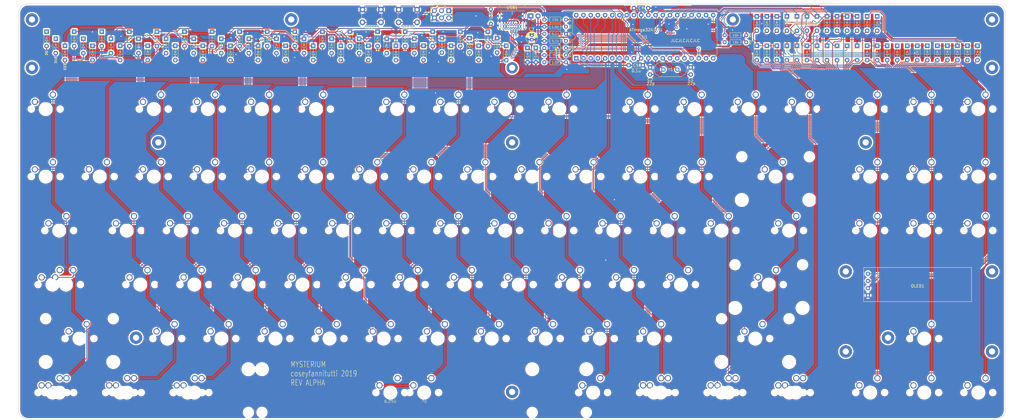
<source format=kicad_pcb>
(kicad_pcb (version 20171130) (host pcbnew "(5.1.4)-1")
  (layers (0 F.Cu signal) (31 B.Cu signal) (34 B.Paste user) (35 F.Paste user) (36 B.SilkS user) (37 F.SilkS user) (38 B.Mask user) (39 F.Mask user) (44 Edge.Cuts user))
  (net 0 "")
  (net 1 GND)
  (net 2 boot)
  (net 3 "Net-(C1-Pad1)")
  (net 4 "Net-(C2-Pad1)")
  (net 5 +5V)
  (net 6 "Net-(D0-Pad2)")
  (net 7 "Net-(D1-Pad2)")
  (net 8 "Net-(D2-Pad2)")
  (net 9 "Net-(D3-Pad2)")
  (net 10 "Net-(D4-Pad2)")
  (net 11 "Net-(D5-Pad2)")
  (net 12 "Net-(D6-Pad2)")
  (net 13 "Net-(D7-Pad2)")
  (net 14 "Net-(D8-Pad2)")
  (net 15 "Net-(D9-Pad2)")
  (net 16 "Net-(D10-Pad2)")
  (net 17 "Net-(D11-Pad2)")
  (net 18 "Net-(D12-Pad2)")
  (net 19 "Net-(D13-Pad2)")
  (net 20 "Net-(D14-Pad2)")
  (net 21 "Net-(D15-Pad2)")
  (net 22 "Net-(D16-Pad2)")
  (net 23 "Net-(D17-Pad2)")
  (net 24 "Net-(D18-Pad2)")
  (net 25 "Net-(D19-Pad2)")
  (net 26 "Net-(D20-Pad2)")
  (net 27 "Net-(D21-Pad2)")
  (net 28 "Net-(D22-Pad2)")
  (net 29 "Net-(D23-Pad2)")
  (net 30 "Net-(D24-Pad2)")
  (net 31 "Net-(D25-Pad2)")
  (net 32 "Net-(D26-Pad2)")
  (net 33 "Net-(D27-Pad2)")
  (net 34 "Net-(D28-Pad2)")
  (net 35 "Net-(D29-Pad2)")
  (net 36 "Net-(D30-Pad2)")
  (net 37 "Net-(D31-Pad2)")
  (net 38 "Net-(D32-Pad2)")
  (net 39 "Net-(D33-Pad2)")
  (net 40 "Net-(D34-Pad2)")
  (net 41 "Net-(D35-Pad2)")
  (net 42 "Net-(D36-Pad2)")
  (net 43 "Net-(D37-Pad2)")
  (net 44 "Net-(D38-Pad2)")
  (net 45 "Net-(D39-Pad2)")
  (net 46 "Net-(D40-Pad2)")
  (net 47 "Net-(D41-Pad2)")
  (net 48 "Net-(D42-Pad2)")
  (net 49 "Net-(D43-Pad2)")
  (net 50 "Net-(D44-Pad2)")
  (net 51 "Net-(D45-Pad2)")
  (net 52 "Net-(D46-Pad2)")
  (net 53 "Net-(D47-Pad2)")
  (net 54 "Net-(D48-Pad2)")
  (net 55 "Net-(D49-Pad2)")
  (net 56 "Net-(D50-Pad2)")
  (net 57 "Net-(D52-Pad2)")
  (net 58 "Net-(D53-Pad2)")
  (net 59 "Net-(D54-Pad2)")
  (net 60 "Net-(D55-Pad2)")
  (net 61 "Net-(D56-Pad2)")
  (net 62 "Net-(D57-Pad2)")
  (net 63 "Net-(D58-Pad2)")
  (net 64 "Net-(D59-Pad2)")
  (net 65 "Net-(D60-Pad2)")
  (net 66 "Net-(D61-Pad2)")
  (net 67 "Net-(D62-Pad2)")
  (net 68 "Net-(D63-Pad2)")
  (net 69 "Net-(D64-Pad2)")
  (net 70 "Net-(D65-Pad2)")
  (net 71 "Net-(D66-Pad2)")
  (net 72 "Net-(D67-Pad2)")
  (net 73 "Net-(D68-Pad2)")
  (net 74 "Net-(D69-Pad2)")
  (net 75 "Net-(D70-Pad2)")
  (net 76 "Net-(D71-Pad2)")
  (net 77 "Net-(D72-Pad2)")
  (net 78 "Net-(D73-Pad2)")
  (net 79 "Net-(D74-Pad2)")
  (net 80 "Net-(D75-Pad2)")
  (net 81 "Net-(D76-Pad2)")
  (net 82 "Net-(D77-Pad2)")
  (net 83 "Net-(D79-Pad2)")
  (net 84 "Net-(D81-Pad2)")
  (net 85 "Net-(D83-Pad2)")
  (net 86 "Net-(D85-Pad2)")
  (net 87 "Net-(D86-Pad2)")
  (net 88 "Net-(D88-Pad2)")
  (net 89 "Net-(D90-Pad2)")
  (net 90 "Net-(D92-Pad2)")
  (net 91 "Net-(D93-Pad2)")
  (net 92 "Net-(D94-Pad2)")
  (net 93 "Net-(D95-Pad1)")
  (net 94 "Net-(D96-Pad1)")
  (net 95 VCC)
  (net 96 MISO)
  (net 97 SCK)
  (net 98 MOSI)
  (net 99 reset)
  (net 100 "Net-(LED1-Pad1)")
  (net 101 "Net-(R1-Pad2)")
  (net 102 "Net-(R2-Pad1)")
  (net 103 D-)
  (net 104 D+)
  (net 105 "Net-(U1-Pad32)")
  (net 106 "Net-(USB1-PadA8)")
  (net 107 "Net-(USB1-PadB8)")
  (net 108 row0)
  (net 109 row1)
  (net 110 row2)
  (net 111 row3)
  (net 112 row4)
  (net 113 row5)
  (net 114 col0)
  (net 115 col2)
  (net 116 col3)
  (net 117 col4)
  (net 118 col5)
  (net 119 col6)
  (net 120 col7)
  (net 121 col8)
  (net 122 col9)
  (net 123 col11)
  (net 124 col12)
  (net 125 col13)
  (net 126 col14)
  (net 127 col15)
  (net 128 col16)
  (net 129 col17)
  (net 130 col1)
  (net 131 col10)
  (net 132 scl)
  (net 133 sda)
  (module cftkb:D_DO-35_SOD27_P5.08mm_Horizontal (layer F.Cu) (at 310.76851 74.334848 270)
    (fp_text reference D73)
    (fp_text value D_Small)
    (pad 2 thru_hole oval (at 6.35 0 270) (size 1.6 1.6) (drill 0.8) (layers *.Cu *.Mask) (net 78 "Net-(D73-Pad2)"))
    (pad 1 thru_hole rect (at 1.27 0 270) (size 1.6 1.6) (drill 0.8) (layers *.Cu *.Mask) (net 112 row4))
  )
  (module cftkb:D_DO-35_SOD27_P5.08mm_Horizontal (layer F.Cu) (at 72.299966 74.334848 270)
    (fp_text reference D17)
    (fp_text value D_Small)
    (pad 2 thru_hole oval (at 6.35 0 270) (size 1.6 1.6) (drill 0.8) (layers *.Cu *.Mask) (net 23 "Net-(D17-Pad2)"))
    (pad 1 thru_hole rect (at 1.27 0 270) (size 1.6 1.6) (drill 0.8) (layers *.Cu *.Mask) (net 109 row1))
  )
  (module cftkb:D_DO-35_SOD27_P5.08mm_Horizontal (layer F.Cu) (at 107.933729 71.854555 270)
    (fp_text reference D36)
    (fp_text value D_Small)
    (pad 2 thru_hole oval (at 6.35 0 270) (size 1.6 1.6) (drill 0.8) (layers *.Cu *.Mask) (net 42 "Net-(D36-Pad2)"))
    (pad 1 thru_hole rect (at 1.27 0 270) (size 1.6 1.6) (drill 0.8) (layers *.Cu *.Mask) (net 110 row2))
  )
  (module cftkb:D_DO-35_SOD27_P5.08mm_Horizontal (layer F.Cu) (at 321.370288 74.334848 270)
    (fp_text reference D28)
    (fp_text value D_Small)
    (pad 2 thru_hole oval (at 6.35 0 270) (size 1.6 1.6) (drill 0.8) (layers *.Cu *.Mask) (net 34 "Net-(D28-Pad2)"))
    (pad 1 thru_hole rect (at 1.27 0 270) (size 1.6 1.6) (drill 0.8) (layers *.Cu *.Mask) (net 109 row1))
  )
  (module cftkb:D_DO-35_SOD27_P5.08mm_Horizontal (layer F.Cu) (at 342.573844 74.334848 270)
    (fp_text reference D94)
    (fp_text value D_Small)
    (pad 2 thru_hole oval (at 6.35 0 270) (size 1.6 1.6) (drill 0.8) (layers *.Cu *.Mask) (net 92 "Net-(D94-Pad2)"))
    (pad 1 thru_hole rect (at 1.27 0 270) (size 1.6 1.6) (drill 0.8) (layers *.Cu *.Mask) (net 113 row5))
  )
  (module cftkb:D_DO-35_SOD27_P5.08mm_Horizontal (layer F.Cu) (at 339.039918 74.334848 270)
    (fp_text reference D93)
    (fp_text value D_Small)
    (pad 2 thru_hole oval (at 6.35 0 270) (size 1.6 1.6) (drill 0.8) (layers *.Cu *.Mask) (net 91 "Net-(D93-Pad2)"))
    (pad 1 thru_hole rect (at 1.27 0 270) (size 1.6 1.6) (drill 0.8) (layers *.Cu *.Mask) (net 113 row5))
  )
  (module cftkb:D_DO-35_SOD27_P5.08mm_Horizontal (layer F.Cu) (at 339.039918 63.960399 270)
    (fp_text reference D92)
    (fp_text value D_Small)
    (pad 2 thru_hole oval (at 6.35 0 270) (size 1.6 1.6) (drill 0.8) (layers *.Cu *.Mask) (net 90 "Net-(D92-Pad2)"))
    (pad 1 thru_hole rect (at 1.27 0 270) (size 1.6 1.6) (drill 0.8) (layers *.Cu *.Mask) (net 113 row5))
  )
  (module cftkb:D_DO-35_SOD27_P5.08mm_Horizontal (layer F.Cu) (at 335.505992 74.334848 270)
    (fp_text reference D90)
    (fp_text value D_Small)
    (pad 2 thru_hole oval (at 6.35 0 270) (size 1.6 1.6) (drill 0.8) (layers *.Cu *.Mask) (net 89 "Net-(D90-Pad2)"))
    (pad 1 thru_hole rect (at 1.27 0 270) (size 1.6 1.6) (drill 0.8) (layers *.Cu *.Mask) (net 113 row5))
  )
  (module cftkb:D_DO-35_SOD27_P5.08mm_Horizontal (layer F.Cu) (at 324.904214 74.334848 270)
    (fp_text reference D88)
    (fp_text value D_Small)
    (pad 2 thru_hole oval (at 6.35 0 270) (size 1.6 1.6) (drill 0.8) (layers *.Cu *.Mask) (net 88 "Net-(D88-Pad2)"))
    (pad 1 thru_hole rect (at 1.27 0 270) (size 1.6 1.6) (drill 0.8) (layers *.Cu *.Mask) (net 113 row5))
  )
  (module cftkb:D_DO-35_SOD27_P5.08mm_Horizontal (layer F.Cu) (at 314.302436 74.334848 270)
    (fp_text reference D86)
    (fp_text value D_Small)
    (pad 2 thru_hole oval (at 6.35 0 270) (size 1.6 1.6) (drill 0.8) (layers *.Cu *.Mask) (net 87 "Net-(D86-Pad2)"))
    (pad 1 thru_hole rect (at 1.27 0 270) (size 1.6 1.6) (drill 0.8) (layers *.Cu *.Mask) (net 113 row5))
  )
  (module cftkb:D_DO-35_SOD27_P5.08mm_Horizontal (layer F.Cu) (at 314.302436 63.960399 270)
    (fp_text reference D85)
    (fp_text value D_Small)
    (pad 2 thru_hole oval (at 6.35 0 270) (size 1.6 1.6) (drill 0.8) (layers *.Cu *.Mask) (net 86 "Net-(D85-Pad2)"))
    (pad 1 thru_hole rect (at 1.27 0 270) (size 1.6 1.6) (drill 0.8) (layers *.Cu *.Mask) (net 113 row5))
  )
  (module cftkb:D_DO-35_SOD27_P5.08mm_Horizontal (layer F.Cu) (at 150.046358 74.334848 270)
    (fp_text reference D83)
    (fp_text value D_Small)
    (pad 2 thru_hole oval (at 6.35 0 270) (size 1.6 1.6) (drill 0.8) (layers *.Cu *.Mask) (net 85 "Net-(D83-Pad2)"))
    (pad 1 thru_hole rect (at 1.27 0 270) (size 1.6 1.6) (drill 0.8) (layers *.Cu *.Mask) (net 113 row5))
  )
  (module cftkb:D_DO-35_SOD27_P5.08mm_Horizontal (layer F.Cu) (at 69.060533 71.854555 270)
    (fp_text reference D81)
    (fp_text value D_Small)
    (pad 2 thru_hole oval (at 6.35 0 270) (size 1.6 1.6) (drill 0.8) (layers *.Cu *.Mask) (net 84 "Net-(D81-Pad2)"))
    (pad 1 thru_hole rect (at 1.27 0 270) (size 1.6 1.6) (drill 0.8) (layers *.Cu *.Mask) (net 113 row5))
  )
  (module cftkb:D_DO-35_SOD27_P5.08mm_Horizontal (layer F.Cu) (at 65.8211 69.374262 270)
    (fp_text reference D79)
    (fp_text value D_Small)
    (pad 2 thru_hole oval (at 6.35 0 270) (size 1.6 1.6) (drill 0.8) (layers *.Cu *.Mask) (net 83 "Net-(D79-Pad2)"))
    (pad 1 thru_hole rect (at 1.27 0 270) (size 1.6 1.6) (drill 0.8) (layers *.Cu *.Mask) (net 113 row5))
  )
  (module cftkb:D_DO-35_SOD27_P5.08mm_Horizontal (layer F.Cu) (at 62.581667 74.334848 270)
    (fp_text reference D77)
    (fp_text value D_Small)
    (pad 2 thru_hole oval (at 6.35 0 270) (size 1.6 1.6) (drill 0.8) (layers *.Cu *.Mask) (net 82 "Net-(D77-Pad2)"))
    (pad 1 thru_hole rect (at 1.27 0 270) (size 1.6 1.6) (drill 0.8) (layers *.Cu *.Mask) (net 113 row5))
  )
  (module cftkb:D_DO-35_SOD27_P5.08mm_Horizontal (layer F.Cu) (at 346.10777 74.334848 270)
    (fp_text reference D76)
    (fp_text value D_Small)
    (pad 2 thru_hole oval (at 6.35 0 270) (size 1.6 1.6) (drill 0.8) (layers *.Cu *.Mask) (net 81 "Net-(D76-Pad2)"))
    (pad 1 thru_hole rect (at 1.27 0 270) (size 1.6 1.6) (drill 0.8) (layers *.Cu *.Mask) (net 112 row4))
  )
  (module cftkb:D_DO-35_SOD27_P5.08mm_Horizontal (layer F.Cu) (at 328.43814 63.960399 270)
    (fp_text reference D75)
    (fp_text value D_Small)
    (pad 2 thru_hole oval (at 6.35 0 270) (size 1.6 1.6) (drill 0.8) (layers *.Cu *.Mask) (net 80 "Net-(D75-Pad2)"))
    (pad 1 thru_hole rect (at 1.27 0 270) (size 1.6 1.6) (drill 0.8) (layers *.Cu *.Mask) (net 112 row4))
  )
  (module cftkb:D_DO-35_SOD27_P5.08mm_Horizontal (layer F.Cu) (at 317.836362 63.960399 270)
    (fp_text reference D74)
    (fp_text value D_Small)
    (pad 2 thru_hole oval (at 6.35 0 270) (size 1.6 1.6) (drill 0.8) (layers *.Cu *.Mask) (net 79 "Net-(D74-Pad2)"))
    (pad 1 thru_hole rect (at 1.27 0 270) (size 1.6 1.6) (drill 0.8) (layers *.Cu *.Mask) (net 112 row4))
  )
  (module cftkb:D_DO-35_SOD27_P5.08mm_Horizontal (layer F.Cu) (at 198.637883 74.334848 270)
    (fp_text reference D72)
    (fp_text value D_Small)
    (pad 2 thru_hole oval (at 6.35 0 270) (size 1.6 1.6) (drill 0.8) (layers *.Cu *.Mask) (net 77 "Net-(D72-Pad2)"))
    (pad 1 thru_hole rect (at 1.27 0 270) (size 1.6 1.6) (drill 0.8) (layers *.Cu *.Mask) (net 112 row4))
  )
  (module cftkb:D_DO-35_SOD27_P5.08mm_Horizontal (layer F.Cu) (at 182.440688 69.374262 270)
    (fp_text reference D71)
    (fp_text value D_Small)
    (pad 2 thru_hole oval (at 6.35 0 270) (size 1.6 1.6) (drill 0.8) (layers *.Cu *.Mask) (net 76 "Net-(D71-Pad2)"))
    (pad 1 thru_hole rect (at 1.27 0 270) (size 1.6 1.6) (drill 0.8) (layers *.Cu *.Mask) (net 112 row4))
  )
  (module cftkb:D_DO-35_SOD27_P5.08mm_Horizontal (layer F.Cu) (at 163.00409 69.374262 270)
    (fp_text reference D70)
    (fp_text value D_Small)
    (pad 2 thru_hole oval (at 6.35 0 270) (size 1.6 1.6) (drill 0.8) (layers *.Cu *.Mask) (net 75 "Net-(D70-Pad2)"))
    (pad 1 thru_hole rect (at 1.27 0 270) (size 1.6 1.6) (drill 0.8) (layers *.Cu *.Mask) (net 112 row4))
  )
  (module cftkb:D_DO-35_SOD27_P5.08mm_Horizontal (layer F.Cu) (at 146.806925 71.854555 270)
    (fp_text reference D69)
    (fp_text value D_Small)
    (pad 2 thru_hole oval (at 6.35 0 270) (size 1.6 1.6) (drill 0.8) (layers *.Cu *.Mask) (net 74 "Net-(D69-Pad2)"))
    (pad 1 thru_hole rect (at 1.27 0 270) (size 1.6 1.6) (drill 0.8) (layers *.Cu *.Mask) (net 112 row4))
  )
  (module cftkb:D_DO-35_SOD27_P5.08mm_Horizontal (layer F.Cu) (at 130.60976 74.334848 270)
    (fp_text reference D68)
    (fp_text value D_Small)
    (pad 2 thru_hole oval (at 6.35 0 270) (size 1.6 1.6) (drill 0.8) (layers *.Cu *.Mask) (net 73 "Net-(D68-Pad2)"))
    (pad 1 thru_hole rect (at 1.27 0 270) (size 1.6 1.6) (drill 0.8) (layers *.Cu *.Mask) (net 112 row4))
  )
  (module cftkb:D_DO-35_SOD27_P5.08mm_Horizontal (layer F.Cu) (at 114.412595 69.374262 270)
    (fp_text reference D67)
    (fp_text value D_Small)
    (pad 2 thru_hole oval (at 6.35 0 270) (size 1.6 1.6) (drill 0.8) (layers *.Cu *.Mask) (net 72 "Net-(D67-Pad2)"))
    (pad 1 thru_hole rect (at 1.27 0 270) (size 1.6 1.6) (drill 0.8) (layers *.Cu *.Mask) (net 112 row4))
  )
  (module cftkb:D_DO-35_SOD27_P5.08mm_Horizontal (layer F.Cu) (at 98.21543 71.854555 270)
    (fp_text reference D66)
    (fp_text value D_Small)
    (pad 2 thru_hole oval (at 6.35 0 270) (size 1.6 1.6) (drill 0.8) (layers *.Cu *.Mask) (net 71 "Net-(D66-Pad2)"))
    (pad 1 thru_hole rect (at 1.27 0 270) (size 1.6 1.6) (drill 0.8) (layers *.Cu *.Mask) (net 112 row4))
  )
  (module cftkb:D_DO-35_SOD27_P5.08mm_Horizontal (layer F.Cu) (at 82.018265 74.334848 270)
    (fp_text reference D65)
    (fp_text value D_Small)
    (pad 2 thru_hole oval (at 6.35 0 270) (size 1.6 1.6) (drill 0.8) (layers *.Cu *.Mask) (net 70 "Net-(D65-Pad2)"))
    (pad 1 thru_hole rect (at 1.27 0 270) (size 1.6 1.6) (drill 0.8) (layers *.Cu *.Mask) (net 112 row4))
  )
  (module cftkb:D_DO-35_SOD27_P5.08mm_Horizontal (layer F.Cu) (at 59.342234 71.854555 270)
    (fp_text reference D64)
    (fp_text value D_Small)
    (pad 2 thru_hole oval (at 6.35 0 270) (size 1.6 1.6) (drill 0.8) (layers *.Cu *.Mask) (net 69 "Net-(D64-Pad2)"))
    (pad 1 thru_hole rect (at 1.27 0 270) (size 1.6 1.6) (drill 0.8) (layers *.Cu *.Mask) (net 112 row4))
  )
  (module cftkb:D_DO-35_SOD27_P5.08mm_Horizontal (layer F.Cu) (at 328.43814 74.334848 270)
    (fp_text reference D63)
    (fp_text value D_Small)
    (pad 2 thru_hole oval (at 6.35 0 270) (size 1.6 1.6) (drill 0.8) (layers *.Cu *.Mask) (net 68 "Net-(D63-Pad2)"))
    (pad 1 thru_hole rect (at 1.27 0 270) (size 1.6 1.6) (drill 0.8) (layers *.Cu *.Mask) (net 111 row3))
  )
  (module cftkb:D_DO-35_SOD27_P5.08mm_Horizontal (layer F.Cu) (at 317.836362 74.334848 270)
    (fp_text reference D62)
    (fp_text value D_Small)
    (pad 2 thru_hole oval (at 6.35 0 270) (size 1.6 1.6) (drill 0.8) (layers *.Cu *.Mask) (net 67 "Net-(D62-Pad2)"))
    (pad 1 thru_hole rect (at 1.27 0 270) (size 1.6 1.6) (drill 0.8) (layers *.Cu *.Mask) (net 111 row3))
  )
  (module cftkb:D_DO-35_SOD27_P5.08mm_Horizontal (layer F.Cu) (at 310.76851 63.960399 270)
    (fp_text reference D61)
    (fp_text value D_Small)
    (pad 2 thru_hole oval (at 6.35 0 270) (size 1.6 1.6) (drill 0.8) (layers *.Cu *.Mask) (net 66 "Net-(D61-Pad2)"))
    (pad 1 thru_hole rect (at 1.27 0 270) (size 1.6 1.6) (drill 0.8) (layers *.Cu *.Mask) (net 111 row3))
  )
  (module cftkb:D_DO-35_SOD27_P5.08mm_Horizontal (layer F.Cu) (at 208.3562 74.334848 270)
    (fp_text reference D60)
    (fp_text value D_Small)
    (pad 2 thru_hole oval (at 6.35 0 270) (size 1.6 1.6) (drill 0.8) (layers *.Cu *.Mask) (net 65 "Net-(D60-Pad2)"))
    (pad 1 thru_hole rect (at 1.27 0 270) (size 1.6 1.6) (drill 0.8) (layers *.Cu *.Mask) (net 111 row3))
  )
  (module cftkb:D_DO-35_SOD27_P5.08mm_Horizontal (layer F.Cu) (at 195.398444 71.6534 270)
    (fp_text reference D59)
    (fp_text value D_Small)
    (pad 2 thru_hole oval (at 6.35 0 270) (size 1.6 1.6) (drill 0.8) (layers *.Cu *.Mask) (net 64 "Net-(D59-Pad2)"))
    (pad 1 thru_hole rect (at 1.27 0 270) (size 1.6 1.6) (drill 0.8) (layers *.Cu *.Mask) (net 111 row3))
  )
  (module cftkb:D_DO-35_SOD27_P5.08mm_Horizontal (layer F.Cu) (at 179.201255 74.334848 270)
    (fp_text reference D58)
    (fp_text value D_Small)
    (pad 2 thru_hole oval (at 6.35 0 270) (size 1.6 1.6) (drill 0.8) (layers *.Cu *.Mask) (net 63 "Net-(D58-Pad2)"))
    (pad 1 thru_hole rect (at 1.27 0 270) (size 1.6 1.6) (drill 0.8) (layers *.Cu *.Mask) (net 111 row3))
  )
  (module cftkb:D_DO-35_SOD27_P5.08mm_Horizontal (layer F.Cu) (at 159.764657 74.334848 270)
    (fp_text reference D57)
    (fp_text value D_Small)
    (pad 2 thru_hole oval (at 6.35 0 270) (size 1.6 1.6) (drill 0.8) (layers *.Cu *.Mask) (net 62 "Net-(D57-Pad2)"))
    (pad 1 thru_hole rect (at 1.27 0 270) (size 1.6 1.6) (drill 0.8) (layers *.Cu *.Mask) (net 111 row3))
  )
  (module cftkb:D_DO-35_SOD27_P5.08mm_Horizontal (layer F.Cu) (at 143.567492 69.374262 270)
    (fp_text reference D56)
    (fp_text value D_Small)
    (pad 2 thru_hole oval (at 6.35 0 270) (size 1.6 1.6) (drill 0.8) (layers *.Cu *.Mask) (net 61 "Net-(D56-Pad2)"))
    (pad 1 thru_hole rect (at 1.27 0 270) (size 1.6 1.6) (drill 0.8) (layers *.Cu *.Mask) (net 111 row3))
  )
  (module cftkb:D_DO-35_SOD27_P5.08mm_Horizontal (layer F.Cu) (at 127.370327 71.854555 270)
    (fp_text reference D55)
    (fp_text value D_Small)
    (pad 2 thru_hole oval (at 6.35 0 270) (size 1.6 1.6) (drill 0.8) (layers *.Cu *.Mask) (net 60 "Net-(D55-Pad2)"))
    (pad 1 thru_hole rect (at 1.27 0 270) (size 1.6 1.6) (drill 0.8) (layers *.Cu *.Mask) (net 111 row3))
  )
  (module cftkb:D_DO-35_SOD27_P5.08mm_Horizontal (layer F.Cu) (at 111.173162 74.334848 270)
    (fp_text reference D54)
    (fp_text value D_Small)
    (pad 2 thru_hole oval (at 6.35 0 270) (size 1.6 1.6) (drill 0.8) (layers *.Cu *.Mask) (net 59 "Net-(D54-Pad2)"))
    (pad 1 thru_hole rect (at 1.27 0 270) (size 1.6 1.6) (drill 0.8) (layers *.Cu *.Mask) (net 111 row3))
  )
  (module cftkb:D_DO-35_SOD27_P5.08mm_Horizontal (layer F.Cu) (at 94.975997 69.374262 270)
    (fp_text reference D53)
    (fp_text value D_Small)
    (pad 2 thru_hole oval (at 6.35 0 270) (size 1.6 1.6) (drill 0.8) (layers *.Cu *.Mask) (net 58 "Net-(D53-Pad2)"))
    (pad 1 thru_hole rect (at 1.27 0 270) (size 1.6 1.6) (drill 0.8) (layers *.Cu *.Mask) (net 111 row3))
  )
  (module cftkb:D_DO-35_SOD27_P5.08mm_Horizontal (layer F.Cu) (at 78.778832 71.854555 270)
    (fp_text reference D52)
    (fp_text value D_Small)
    (pad 2 thru_hole oval (at 6.35 0 270) (size 1.6 1.6) (drill 0.8) (layers *.Cu *.Mask) (net 57 "Net-(D52-Pad2)"))
    (pad 1 thru_hole rect (at 1.27 0 270) (size 1.6 1.6) (drill 0.8) (layers *.Cu *.Mask) (net 111 row3))
  )
  (module cftkb:D_DO-35_SOD27_P5.08mm_Horizontal (layer F.Cu) (at 56.102801 69.374262 270)
    (fp_text reference D50)
    (fp_text value D_Small)
    (pad 2 thru_hole oval (at 6.35 0 270) (size 1.6 1.6) (drill 0.8) (layers *.Cu *.Mask) (net 56 "Net-(D50-Pad2)"))
    (pad 1 thru_hole rect (at 1.27 0 270) (size 1.6 1.6) (drill 0.8) (layers *.Cu *.Mask) (net 111 row3))
  )
  (module cftkb:D_DO-35_SOD27_P5.08mm_Horizontal (layer F.Cu) (at 356.709548 74.334848 270)
    (fp_text reference D49)
    (fp_text value D_Small)
    (pad 2 thru_hole oval (at 6.35 0 270) (size 1.6 1.6) (drill 0.8) (layers *.Cu *.Mask) (net 55 "Net-(D49-Pad2)"))
    (pad 1 thru_hole rect (at 1.27 0 270) (size 1.6 1.6) (drill 0.8) (layers *.Cu *.Mask) (net 110 row2))
  )
  (module cftkb:D_DO-35_SOD27_P5.08mm_Horizontal (layer F.Cu) (at 353.175622 74.334848 270)
    (fp_text reference D48)
    (fp_text value D_Small)
    (pad 2 thru_hole oval (at 6.35 0 270) (size 1.6 1.6) (drill 0.8) (layers *.Cu *.Mask) (net 54 "Net-(D48-Pad2)"))
    (pad 1 thru_hole rect (at 1.27 0 270) (size 1.6 1.6) (drill 0.8) (layers *.Cu *.Mask) (net 110 row2))
  )
  (module cftkb:D_DO-35_SOD27_P5.08mm_Horizontal (layer F.Cu) (at 349.641696 74.334848 270)
    (fp_text reference D47)
    (fp_text value D_Small)
    (pad 2 thru_hole oval (at 6.35 0 270) (size 1.6 1.6) (drill 0.8) (layers *.Cu *.Mask) (net 53 "Net-(D47-Pad2)"))
    (pad 1 thru_hole rect (at 1.27 0 270) (size 1.6 1.6) (drill 0.8) (layers *.Cu *.Mask) (net 110 row2))
  )
  (module cftkb:D_DO-35_SOD27_P5.08mm_Horizontal (layer F.Cu) (at 331.972066 63.960399 270)
    (fp_text reference D46)
    (fp_text value D_Small)
    (pad 2 thru_hole oval (at 6.35 0 270) (size 1.6 1.6) (drill 0.8) (layers *.Cu *.Mask) (net 52 "Net-(D46-Pad2)"))
    (pad 1 thru_hole rect (at 1.27 0 270) (size 1.6 1.6) (drill 0.8) (layers *.Cu *.Mask) (net 110 row2))
  )
  (module cftkb:D_DO-35_SOD27_P5.08mm_Horizontal (layer F.Cu) (at 324.904214 63.960399 270)
    (fp_text reference D45)
    (fp_text value D_Small)
    (pad 2 thru_hole oval (at 6.35 0 270) (size 1.6 1.6) (drill 0.8) (layers *.Cu *.Mask) (net 51 "Net-(D45-Pad2)"))
    (pad 1 thru_hole rect (at 1.27 0 270) (size 1.6 1.6) (drill 0.8) (layers *.Cu *.Mask) (net 110 row2))
  )
  (module cftkb:D_DO-35_SOD27_P5.08mm_Horizontal (layer F.Cu) (at 321.370288 63.960399 270)
    (fp_text reference D44)
    (fp_text value D_Small)
    (pad 2 thru_hole oval (at 6.35 0 270) (size 1.6 1.6) (drill 0.8) (layers *.Cu *.Mask) (net 50 "Net-(D44-Pad2)"))
    (pad 1 thru_hole rect (at 1.27 0 270) (size 1.6 1.6) (drill 0.8) (layers *.Cu *.Mask) (net 110 row2))
  )
  (module cftkb:D_DO-35_SOD27_P5.08mm_Horizontal (layer F.Cu) (at 307.234584 74.334848 270)
    (fp_text reference D43)
    (fp_text value D_Small)
    (pad 2 thru_hole oval (at 6.35 0 270) (size 1.6 1.6) (drill 0.8) (layers *.Cu *.Mask) (net 49 "Net-(D43-Pad2)"))
    (pad 1 thru_hole rect (at 1.27 0 270) (size 1.6 1.6) (drill 0.8) (layers *.Cu *.Mask) (net 110 row2))
  )
  (module cftkb:D_DO-35_SOD27_P5.08mm_Horizontal (layer F.Cu) (at 192.159005 69.374262 270)
    (fp_text reference D42)
    (fp_text value D_Small)
    (pad 2 thru_hole oval (at 6.35 0 270) (size 1.6 1.6) (drill 0.8) (layers *.Cu *.Mask) (net 48 "Net-(D42-Pad2)"))
    (pad 1 thru_hole rect (at 1.27 0 270) (size 1.6 1.6) (drill 0.8) (layers *.Cu *.Mask) (net 110 row2))
  )
  (module cftkb:D_DO-35_SOD27_P5.08mm_Horizontal (layer F.Cu) (at 185.680127 71.6534 270)
    (fp_text reference D41)
    (fp_text value D_Small)
    (pad 2 thru_hole oval (at 6.35 0 270) (size 1.6 1.6) (drill 0.8) (layers *.Cu *.Mask) (net 47 "Net-(D41-Pad2)"))
    (pad 1 thru_hole rect (at 1.27 0 270) (size 1.6 1.6) (drill 0.8) (layers *.Cu *.Mask) (net 110 row2))
  )
  (module cftkb:D_DO-35_SOD27_P5.08mm_Horizontal (layer F.Cu) (at 175.961822 71.854555 270)
    (fp_text reference D40)
    (fp_text value D_Small)
    (pad 2 thru_hole oval (at 6.35 0 270) (size 1.6 1.6) (drill 0.8) (layers *.Cu *.Mask) (net 46 "Net-(D40-Pad2)"))
    (pad 1 thru_hole rect (at 1.27 0 270) (size 1.6 1.6) (drill 0.8) (layers *.Cu *.Mask) (net 110 row2))
  )
  (module cftkb:D_DO-35_SOD27_P5.08mm_Horizontal (layer F.Cu) (at 156.525224 71.854555 270)
    (fp_text reference D39)
    (fp_text value D_Small)
    (pad 2 thru_hole oval (at 6.35 0 270) (size 1.6 1.6) (drill 0.8) (layers *.Cu *.Mask) (net 45 "Net-(D39-Pad2)"))
    (pad 1 thru_hole rect (at 1.27 0 270) (size 1.6 1.6) (drill 0.8) (layers *.Cu *.Mask) (net 110 row2))
  )
  (module cftkb:D_DO-35_SOD27_P5.08mm_Horizontal (layer F.Cu) (at 140.328059 74.334848 270)
    (fp_text reference D38)
    (fp_text value D_Small)
    (pad 2 thru_hole oval (at 6.35 0 270) (size 1.6 1.6) (drill 0.8) (layers *.Cu *.Mask) (net 44 "Net-(D38-Pad2)"))
    (pad 1 thru_hole rect (at 1.27 0 270) (size 1.6 1.6) (drill 0.8) (layers *.Cu *.Mask) (net 110 row2))
  )
  (module cftkb:D_DO-35_SOD27_P5.08mm_Horizontal (layer F.Cu) (at 124.130894 69.374262 270)
    (fp_text reference D37)
    (fp_text value D_Small)
    (pad 2 thru_hole oval (at 6.35 0 270) (size 1.6 1.6) (drill 0.8) (layers *.Cu *.Mask) (net 43 "Net-(D37-Pad2)"))
    (pad 1 thru_hole rect (at 1.27 0 270) (size 1.6 1.6) (drill 0.8) (layers *.Cu *.Mask) (net 110 row2))
  )
  (module cftkb:D_DO-35_SOD27_P5.08mm_Horizontal (layer F.Cu) (at 91.736564 74.334848 270)
    (fp_text reference D35)
    (fp_text value D_Small)
    (pad 2 thru_hole oval (at 6.35 0 270) (size 1.6 1.6) (drill 0.8) (layers *.Cu *.Mask) (net 41 "Net-(D35-Pad2)"))
    (pad 1 thru_hole rect (at 1.27 0 270) (size 1.6 1.6) (drill 0.8) (layers *.Cu *.Mask) (net 110 row2))
  )
  (module cftkb:D_DO-35_SOD27_P5.08mm_Horizontal (layer F.Cu) (at 75.539399 69.374262 270)
    (fp_text reference D34)
    (fp_text value D_Small)
    (pad 2 thru_hole oval (at 6.35 0 270) (size 1.6 1.6) (drill 0.8) (layers *.Cu *.Mask) (net 40 "Net-(D34-Pad2)"))
    (pad 1 thru_hole rect (at 1.27 0 270) (size 1.6 1.6) (drill 0.8) (layers *.Cu *.Mask) (net 110 row2))
  )
  (module cftkb:D_DO-35_SOD27_P5.08mm_Horizontal (layer F.Cu) (at 52.863368 74.334848 270)
    (fp_text reference D33 (at 8.77 0 90) (layer F.SilkS) (effects (font (size 0.8 0.8))))
    (fp_text value D_Small)
    (pad 2 thru_hole oval (at 6.35 0 270) (size 1.6 1.6) (drill 0.8) (layers *.Cu *.Mask) (net 39 "Net-(D33-Pad2)"))
    (pad 1 thru_hole rect (at 1.27 0 270) (size 1.6 1.6) (drill 0.8) (layers *.Cu *.Mask) (net 110 row2))
  )
  (module cftkb:D_DO-35_SOD27_P5.08mm_Horizontal (layer F.Cu) (at 367.311326 74.334848 270)
    (fp_text reference D32)
    (fp_text value D_Small)
    (pad 2 thru_hole oval (at 6.35 0 270) (size 1.6 1.6) (drill 0.8) (layers *.Cu *.Mask) (net 38 "Net-(D32-Pad2)"))
    (pad 1 thru_hole rect (at 1.27 0 270) (size 1.6 1.6) (drill 0.8) (layers *.Cu *.Mask) (net 109 row1))
  )
  (module cftkb:D_DO-35_SOD27_P5.08mm_Horizontal (layer F.Cu) (at 363.7774 74.334848 270)
    (fp_text reference D31)
    (fp_text value D_Small)
    (pad 2 thru_hole oval (at 6.35 0 270) (size 1.6 1.6) (drill 0.8) (layers *.Cu *.Mask) (net 37 "Net-(D31-Pad2)"))
    (pad 1 thru_hole rect (at 1.27 0 270) (size 1.6 1.6) (drill 0.8) (layers *.Cu *.Mask) (net 109 row1))
  )
  (module cftkb:D_DO-35_SOD27_P5.08mm_Horizontal (layer F.Cu) (at 360.243474 74.334848 270)
    (fp_text reference D30)
    (fp_text value D_Small)
    (pad 2 thru_hole oval (at 6.35 0 270) (size 1.6 1.6) (drill 0.8) (layers *.Cu *.Mask) (net 36 "Net-(D30-Pad2)"))
    (pad 1 thru_hole rect (at 1.27 0 270) (size 1.6 1.6) (drill 0.8) (layers *.Cu *.Mask) (net 109 row1))
  )
  (module cftkb:D_DO-35_SOD27_P5.08mm_Horizontal (layer F.Cu) (at 331.972066 74.334848 270)
    (fp_text reference D29)
    (fp_text value D_Small)
    (pad 2 thru_hole oval (at 6.35 0 270) (size 1.6 1.6) (drill 0.8) (layers *.Cu *.Mask) (net 35 "Net-(D29-Pad2)"))
    (pad 1 thru_hole rect (at 1.27 0 270) (size 1.6 1.6) (drill 0.8) (layers *.Cu *.Mask) (net 109 row1))
  )
  (module cftkb:D_DO-35_SOD27_P5.08mm_Horizontal (layer F.Cu) (at 307.234584 63.960399 270)
    (fp_text reference D27)
    (fp_text value D_Small)
    (pad 2 thru_hole oval (at 6.35 0 270) (size 1.6 1.6) (drill 0.8) (layers *.Cu *.Mask) (net 33 "Net-(D27-Pad2)"))
    (pad 1 thru_hole rect (at 1.27 0 270) (size 1.6 1.6) (drill 0.8) (layers *.Cu *.Mask) (net 109 row1))
  )
  (module cftkb:D_DO-35_SOD27_P5.08mm_Horizontal (layer F.Cu) (at 205.116761 71.6534 270)
    (fp_text reference D26)
    (fp_text value D_Small)
    (pad 2 thru_hole oval (at 6.35 0 270) (size 1.6 1.6) (drill 0.8) (layers *.Cu *.Mask) (net 32 "Net-(D26-Pad2)"))
    (pad 1 thru_hole rect (at 1.27 0 270) (size 1.6 1.6) (drill 0.8) (layers *.Cu *.Mask) (net 109 row1))
  )
  (module cftkb:D_DO-35_SOD27_P5.08mm_Horizontal (layer F.Cu) (at 188.919566 74.334848 270)
    (fp_text reference D25)
    (fp_text value D_Small)
    (pad 2 thru_hole oval (at 6.35 0 270) (size 1.6 1.6) (drill 0.8) (layers *.Cu *.Mask) (net 31 "Net-(D25-Pad2)"))
    (pad 1 thru_hole rect (at 1.27 0 270) (size 1.6 1.6) (drill 0.8) (layers *.Cu *.Mask) (net 109 row1))
  )
  (module cftkb:D_DO-35_SOD27_P5.08mm_Horizontal (layer F.Cu) (at 172.722389 69.374262 270)
    (fp_text reference D24)
    (fp_text value D_Small)
    (pad 2 thru_hole oval (at 6.35 0 270) (size 1.6 1.6) (drill 0.8) (layers *.Cu *.Mask) (net 30 "Net-(D24-Pad2)"))
    (pad 1 thru_hole rect (at 1.27 0 270) (size 1.6 1.6) (drill 0.8) (layers *.Cu *.Mask) (net 109 row1))
  )
  (module cftkb:D_DO-35_SOD27_P5.08mm_Horizontal (layer F.Cu) (at 166.243523 71.854555 270)
    (fp_text reference D23)
    (fp_text value D_Small)
    (pad 2 thru_hole oval (at 6.35 0 270) (size 1.6 1.6) (drill 0.8) (layers *.Cu *.Mask) (net 29 "Net-(D23-Pad2)"))
    (pad 1 thru_hole rect (at 1.27 0 270) (size 1.6 1.6) (drill 0.8) (layers *.Cu *.Mask) (net 109 row1))
  )
  (module cftkb:D_DO-35_SOD27_P5.08mm_Horizontal (layer F.Cu) (at 153.285791 69.374262 270)
    (fp_text reference D22)
    (fp_text value D_Small)
    (pad 2 thru_hole oval (at 6.35 0 270) (size 1.6 1.6) (drill 0.8) (layers *.Cu *.Mask) (net 28 "Net-(D22-Pad2)"))
    (pad 1 thru_hole rect (at 1.27 0 270) (size 1.6 1.6) (drill 0.8) (layers *.Cu *.Mask) (net 109 row1))
  )
  (module cftkb:D_DO-35_SOD27_P5.08mm_Horizontal (layer F.Cu) (at 133.849193 69.374262 270)
    (fp_text reference D21)
    (fp_text value D_Small)
    (pad 2 thru_hole oval (at 6.35 0 270) (size 1.6 1.6) (drill 0.8) (layers *.Cu *.Mask) (net 27 "Net-(D21-Pad2)"))
    (pad 1 thru_hole rect (at 1.27 0 270) (size 1.6 1.6) (drill 0.8) (layers *.Cu *.Mask) (net 109 row1))
  )
  (module cftkb:D_DO-35_SOD27_P5.08mm_Horizontal (layer F.Cu) (at 117.652028 71.854555 270)
    (fp_text reference D20)
    (fp_text value D_Small)
    (pad 2 thru_hole oval (at 6.35 0 270) (size 1.6 1.6) (drill 0.8) (layers *.Cu *.Mask) (net 26 "Net-(D20-Pad2)"))
    (pad 1 thru_hole rect (at 1.27 0 270) (size 1.6 1.6) (drill 0.8) (layers *.Cu *.Mask) (net 109 row1))
  )
  (module cftkb:D_DO-35_SOD27_P5.08mm_Horizontal (layer F.Cu) (at 101.454863 74.334848 270)
    (fp_text reference D19)
    (fp_text value D_Small)
    (pad 2 thru_hole oval (at 6.35 0 270) (size 1.6 1.6) (drill 0.8) (layers *.Cu *.Mask) (net 25 "Net-(D19-Pad2)"))
    (pad 1 thru_hole rect (at 1.27 0 270) (size 1.6 1.6) (drill 0.8) (layers *.Cu *.Mask) (net 109 row1))
  )
  (module cftkb:D_DO-35_SOD27_P5.08mm_Horizontal (layer F.Cu) (at 85.257698 69.374262 270)
    (fp_text reference D18)
    (fp_text value D_Small)
    (pad 2 thru_hole oval (at 6.35 0 270) (size 1.6 1.6) (drill 0.8) (layers *.Cu *.Mask) (net 24 "Net-(D18-Pad2)"))
    (pad 1 thru_hole rect (at 1.27 0 270) (size 1.6 1.6) (drill 0.8) (layers *.Cu *.Mask) (net 109 row1))
  )
  (module cftkb:D_DO-35_SOD27_P5.08mm_Horizontal (layer F.Cu) (at 49.623935 71.854555 270)
    (fp_text reference D16 (at 8.77 0 90) (layer F.SilkS) (effects (font (size 0.8 0.8))))
    (fp_text value D_Small)
    (pad 2 thru_hole oval (at 6.35 0 270) (size 1.6 1.6) (drill 0.8) (layers *.Cu *.Mask) (net 22 "Net-(D16-Pad2)"))
    (pad 1 thru_hole rect (at 1.27 0 270) (size 1.6 1.6) (drill 0.8) (layers *.Cu *.Mask) (net 109 row1))
  )
  (module cftkb:D_DO-35_SOD27_P5.08mm_Horizontal (layer F.Cu) (at 374.379198 74.334848 270)
    (fp_text reference D15)
    (fp_text value D_Small)
    (pad 2 thru_hole oval (at 6.35 0 270) (size 1.6 1.6) (drill 0.8) (layers *.Cu *.Mask) (net 21 "Net-(D15-Pad2)"))
    (pad 1 thru_hole rect (at 1.27 0 270) (size 1.6 1.6) (drill 0.8) (layers *.Cu *.Mask) (net 108 row0))
  )
  (module cftkb:D_DO-35_SOD27_P5.08mm_Horizontal (layer F.Cu) (at 370.845252 74.334848 270)
    (fp_text reference D14)
    (fp_text value D_Small)
    (pad 2 thru_hole oval (at 6.35 0 270) (size 1.6 1.6) (drill 0.8) (layers *.Cu *.Mask) (net 20 "Net-(D14-Pad2)"))
    (pad 1 thru_hole rect (at 1.27 0 270) (size 1.6 1.6) (drill 0.8) (layers *.Cu *.Mask) (net 108 row0))
  )
  (module cftkb:D_DO-35_SOD27_P5.08mm_Horizontal (layer F.Cu) (at 335.505992 63.960399 270)
    (fp_text reference D13)
    (fp_text value D_Small)
    (pad 2 thru_hole oval (at 6.35 0 270) (size 1.6 1.6) (drill 0.8) (layers *.Cu *.Mask) (net 19 "Net-(D13-Pad2)"))
    (pad 1 thru_hole rect (at 1.27 0 270) (size 1.6 1.6) (drill 0.8) (layers *.Cu *.Mask) (net 108 row0))
  )
  (module cftkb:D_DO-35_SOD27_P5.08mm_Horizontal (layer F.Cu) (at 296.632806 63.960399 270)
    (fp_text reference D12)
    (fp_text value D_Small)
    (pad 2 thru_hole oval (at 6.35 0 270) (size 1.6 1.6) (drill 0.8) (layers *.Cu *.Mask) (net 18 "Net-(D12-Pad2)"))
    (pad 1 thru_hole rect (at 1.27 0 270) (size 1.6 1.6) (drill 0.8) (layers *.Cu *.Mask) (net 108 row0))
  )
  (module cftkb:D_DO-35_SOD27_P5.08mm_Horizontal (layer F.Cu) (at 296.632806 74.334848 270)
    (fp_text reference D11)
    (fp_text value D_Small)
    (pad 2 thru_hole oval (at 6.35 0 270) (size 1.6 1.6) (drill 0.8) (layers *.Cu *.Mask) (net 17 "Net-(D11-Pad2)"))
    (pad 1 thru_hole rect (at 1.27 0 270) (size 1.6 1.6) (drill 0.8) (layers *.Cu *.Mask) (net 108 row0))
  )
  (module cftkb:D_DO-35_SOD27_P5.08mm_Horizontal (layer F.Cu) (at 300.166732 63.960399 270)
    (fp_text reference D10)
    (fp_text value D_Small)
    (pad 2 thru_hole oval (at 6.35 0 270) (size 1.6 1.6) (drill 0.8) (layers *.Cu *.Mask) (net 16 "Net-(D10-Pad2)"))
    (pad 1 thru_hole rect (at 1.27 0 270) (size 1.6 1.6) (drill 0.8) (layers *.Cu *.Mask) (net 108 row0))
  )
  (module cftkb:D_DO-35_SOD27_P5.08mm_Horizontal (layer F.Cu) (at 300.166732 74.334848 270)
    (fp_text reference D9)
    (fp_text value D_Small)
    (pad 2 thru_hole oval (at 6.35 0 270) (size 1.6 1.6) (drill 0.8) (layers *.Cu *.Mask) (net 15 "Net-(D9-Pad2)"))
    (pad 1 thru_hole rect (at 1.27 0 270) (size 1.6 1.6) (drill 0.8) (layers *.Cu *.Mask) (net 108 row0))
  )
  (module cftkb:D_DO-35_SOD27_P5.08mm_Horizontal (layer F.Cu) (at 303.700658 63.960399 270)
    (fp_text reference D8)
    (fp_text value D_Small)
    (pad 2 thru_hole oval (at 6.35 0 270) (size 1.6 1.6) (drill 0.8) (layers *.Cu *.Mask) (net 14 "Net-(D8-Pad2)"))
    (pad 1 thru_hole rect (at 1.27 0 270) (size 1.6 1.6) (drill 0.8) (layers *.Cu *.Mask) (net 108 row0))
  )
  (module cftkb:D_DO-35_SOD27_P5.08mm_Horizontal (layer F.Cu) (at 303.700658 74.334848 270)
    (fp_text reference D7)
    (fp_text value D_Small)
    (pad 2 thru_hole oval (at 6.35 0 270) (size 1.6 1.6) (drill 0.8) (layers *.Cu *.Mask) (net 13 "Net-(D7-Pad2)"))
    (pad 1 thru_hole rect (at 1.27 0 270) (size 1.6 1.6) (drill 0.8) (layers *.Cu *.Mask) (net 108 row0))
  )
  (module cftkb:D_DO-35_SOD27_P5.08mm_Horizontal (layer F.Cu) (at 201.877322 69.374262 270)
    (fp_text reference D6)
    (fp_text value D_Small)
    (pad 2 thru_hole oval (at 6.35 0 270) (size 1.6 1.6) (drill 0.8) (layers *.Cu *.Mask) (net 12 "Net-(D6-Pad2)"))
    (pad 1 thru_hole rect (at 1.27 0 270) (size 1.6 1.6) (drill 0.8) (layers *.Cu *.Mask) (net 108 row0))
  )
  (module cftkb:D_DO-35_SOD27_P5.08mm_Horizontal (layer F.Cu) (at 169.482956 74.334848 270)
    (fp_text reference D5)
    (fp_text value D_Small)
    (pad 2 thru_hole oval (at 6.35 0 270) (size 1.6 1.6) (drill 0.8) (layers *.Cu *.Mask) (net 11 "Net-(D5-Pad2)"))
    (pad 1 thru_hole rect (at 1.27 0 270) (size 1.6 1.6) (drill 0.8) (layers *.Cu *.Mask) (net 108 row0))
  )
  (module cftkb:D_DO-35_SOD27_P5.08mm_Horizontal (layer F.Cu) (at 137.088626 71.854555 270)
    (fp_text reference D4)
    (fp_text value D_Small)
    (pad 2 thru_hole oval (at 6.35 0 270) (size 1.6 1.6) (drill 0.8) (layers *.Cu *.Mask) (net 10 "Net-(D4-Pad2)"))
    (pad 1 thru_hole rect (at 1.27 0 270) (size 1.6 1.6) (drill 0.8) (layers *.Cu *.Mask) (net 108 row0))
  )
  (module cftkb:D_DO-35_SOD27_P5.08mm_Horizontal (layer F.Cu) (at 120.891461 74.334848 270)
    (fp_text reference D3)
    (fp_text value D_Small)
    (pad 2 thru_hole oval (at 6.35 0 270) (size 1.6 1.6) (drill 0.8) (layers *.Cu *.Mask) (net 9 "Net-(D3-Pad2)"))
    (pad 1 thru_hole rect (at 1.27 0 270) (size 1.6 1.6) (drill 0.8) (layers *.Cu *.Mask) (net 108 row0))
  )
  (module cftkb:D_DO-35_SOD27_P5.08mm_Horizontal (layer F.Cu) (at 104.694296 69.374262 270)
    (fp_text reference D2)
    (fp_text value D_Small)
    (pad 2 thru_hole oval (at 6.35 0 270) (size 1.6 1.6) (drill 0.8) (layers *.Cu *.Mask) (net 8 "Net-(D2-Pad2)"))
    (pad 1 thru_hole rect (at 1.27 0 270) (size 1.6 1.6) (drill 0.8) (layers *.Cu *.Mask) (net 108 row0))
  )
  (module cftkb:D_DO-35_SOD27_P5.08mm_Horizontal (layer F.Cu) (at 88.497131 71.854555 270)
    (fp_text reference D1)
    (fp_text value D_Small)
    (pad 2 thru_hole oval (at 6.35 0 270) (size 1.6 1.6) (drill 0.8) (layers *.Cu *.Mask) (net 7 "Net-(D1-Pad2)"))
    (pad 1 thru_hole rect (at 1.27 0 270) (size 1.6 1.6) (drill 0.8) (layers *.Cu *.Mask) (net 108 row0))
  )
  (module cftkb:D_DO-35_SOD27_P5.08mm_Horizontal (layer F.Cu) (at 46.384502 69.374262 270)
    (fp_text reference D0 (at 8.77 0 90) (layer F.SilkS) (effects (font (size 0.8 0.8))))
    (fp_text value D_Small)
    (pad 2 thru_hole oval (at 6.35 0 270) (size 1.6 1.6) (drill 0.8) (layers *.Cu *.Mask) (net 6 "Net-(D0-Pad2)"))
    (pad 1 thru_hole rect (at 1.27 0 270) (size 1.6 1.6) (drill 0.8) (layers *.Cu *.Mask) (net 108 row0))
  )
  (module "logos:TOPY 4MM MASK" (layer F.Cu) (at 289.096823 78.8416)
    (fp_text reference G*** hide)
    (fp_text value LOGO hide)
  )
  (module MountingHole:MountingHole_2.2mm_M2_Pad (layer F.Cu) (at 210.419351 83.389893)
    (fp_text reference REF**)
    (fp_text value MountingHole_2.2mm_M2_Pad)
    (pad 1 thru_hole circle (at 0 0) (size 4 4) (drill 2.2) (layers *.Cu *.Mask))
  )
  (module MountingHole:MountingHole_2.2mm_M2_Pad (layer F.Cu) (at 288.163 66.3448)
    (fp_text reference REF**)
    (fp_text value MountingHole_2.2mm_M2_Pad)
    (pad 1 thru_hole circle (at 0 0) (size 4.4 4.4) (drill 2.2) (layers *.Cu *.Mask))
  )
  (module "logos:TOPY 4MM MASK" (layer F.Cu) (at 379.519133 74.867489)
    (fp_text reference G*** hide)
    (fp_text value LOGO hide)
  )
  (module "logos:TOPY 4MM MASK" (layer F.Cu) (at 41.235809 74.867489)
    (fp_text reference G*** hide)
    (fp_text value LOGO hide)
  )
  (module MountingHole:MountingHole_2.2mm_M2_Pad (layer F.Cu) (at 41.240188 66.3448)
    (fp_text reference REF**)
    (fp_text value MountingHole_2.2mm_M2_Pad)
    (pad 1 thru_hole circle (at 0 0) (size 4.4 4.4) (drill 2.2) (layers *.Cu *.Mask))
  )
  (module MountingHole:MountingHole_2.2mm_M2_Pad (layer F.Cu) (at 379.523512 183.4548)
    (fp_text reference REF**)
    (fp_text value MountingHole_2.2mm_M2_Pad)
    (pad 1 thru_hole circle (at 0 0) (size 4.4 4.4) (drill 2.2) (layers *.Cu *.Mask))
  )
  (module MountingHole:MountingHole_2.2mm_M2_Pad (layer F.Cu) (at 327.986788 183.4548)
    (fp_text reference REF**)
    (fp_text value MountingHole_2.2mm_M2_Pad)
    (pad 1 thru_hole circle (at 0 0) (size 4.4 4.4) (drill 2.2) (layers *.Cu *.Mask))
  )
  (module MountingHole:MountingHole_2.2mm_M2_Pad (layer F.Cu) (at 379.523512 155.2194)
    (fp_text reference REF**)
    (fp_text value MountingHole_2.2mm_M2_Pad)
    (pad 1 thru_hole circle (at 0 0) (size 4.4 4.4) (drill 2.2) (layers *.Cu *.Mask))
  )
  (module MountingHole:MountingHole_2.2mm_M2_Pad (layer F.Cu) (at 327.986788 155.2194)
    (fp_text reference REF**)
    (fp_text value MountingHole_2.2mm_M2_Pad)
    (pad 1 thru_hole circle (at 0 0) (size 4.4 4.4) (drill 2.2) (layers *.Cu *.Mask))
  )
  (module MountingHole:MountingHole_2.2mm_M2_Pad (layer F.Cu) (at 342.8619 178.5874)
    (fp_text reference REF**)
    (fp_text value MountingHole_2.2mm_M2_Pad)
    (pad 1 thru_hole circle (at 0 0) (size 4.4 4.4) (drill 2.2) (layers *.Cu *.Mask))
  )
  (module MountingHole:MountingHole_2.2mm_M2_Pad (layer F.Cu) (at 77.9018 178.5874)
    (fp_text reference REF**)
    (fp_text value MountingHole_2.2mm_M2_Pad)
    (pad 1 thru_hole circle (at 0 0) (size 4.4 4.4) (drill 2.2) (layers *.Cu *.Mask))
  )
  (module MountingHole:MountingHole_2.2mm_M2_Pad (layer F.Cu) (at 85.7631 109.7026)
    (fp_text reference REF**)
    (fp_text value MountingHole_2.2mm_M2_Pad)
    (pad 1 thru_hole circle (at 0 0) (size 4.4 4.4) (drill 2.2) (layers *.Cu *.Mask))
  )
  (module MountingHole:MountingHole_2.2mm_M2_Pad (layer F.Cu) (at 335.0006 109.7026)
    (fp_text reference REF**)
    (fp_text value MountingHole_2.2mm_M2_Pad)
    (pad 1 thru_hole circle (at 0 0) (size 4.4 4.4) (drill 2.2) (layers *.Cu *.Mask))
  )
  (module MountingHole:MountingHole_2.2mm_M2_Pad (layer F.Cu) (at 210.419351 197.7136)
    (fp_text reference REF**)
    (fp_text value MountingHole_2.2mm_M2_Pad)
    (pad 1 thru_hole circle (at 0 0) (size 4.4 4.4) (drill 2.2) (layers *.Cu *.Mask))
  )
  (module MountingHole:MountingHole_2.2mm_M2_Pad (layer F.Cu) (at 210.419351 109.7026)
    (fp_text reference REF**)
    (fp_text value MountingHole_2.2mm_M2_Pad)
    (pad 1 thru_hole circle (at 0 0) (size 4.4 4.4) (drill 2.2) (layers *.Cu *.Mask))
  )
  (module MountingHole:MountingHole_2.2mm_M2_Pad (layer F.Cu) (at 132.6007 66.3448)
    (fp_text reference REF**)
    (fp_text value MountingHole_2.2mm_M2_Pad)
    (pad 1 thru_hole circle (at 0 0) (size 4.4 4.4) (drill 2.2) (layers *.Cu *.Mask))
  )
  (module MountingHole:MountingHole_2.2mm_M2_Pad (layer F.Cu) (at 379.523512 66.3448)
    (fp_text reference REF**)
    (fp_text value MountingHole_2.2mm_M2_Pad)
    (pad 1 thru_hole circle (at 0 0) (size 4.4 4.4) (drill 2.2) (layers *.Cu *.Mask))
  )
  (module MountingHole:MountingHole_2.2mm_M2_Pad (layer F.Cu) (at 379.523512 83.389893)
    (fp_text reference REF**)
    (fp_text value MountingHole_2.2mm_M2_Pad)
    (pad 1 thru_hole circle (at 0 0) (size 4.4 4.4) (drill 2.2) (layers *.Cu *.Mask))
  )
  (module MountingHole:MountingHole_2.2mm_M2_Pad (layer F.Cu) (at 41.240188 83.389893)
    (fp_text reference REF**)
    (fp_text value MountingHole_2.2mm_M2_Pad)
    (pad 1 thru_hole circle (at 0 0) (size 4.4 4.4) (drill 2.2) (layers *.Cu *.Mask))
  )
  (module cftkb:R_Axial_DIN0204_L3.6mm_D1.6mm_P7.62mm_Horizontal (layer F.Cu) (at 292.911203 74.3712 180)
    (fp_text reference R9 (at -1.464029 0.001111 270) (layer F.SilkS) (effects (font (size 0.8 0.8) (thickness 0.1))))
    (fp_text value 10k (at 3.732778 -0.048664) (layer F.SilkS) (effects (font (size 0.8 0.8) (thickness 0.1))))
    (pad 1 thru_hole circle (at 0 0 180) (size 1.4 1.4) (drill 0.7) (layers *.Cu *.Mask) (net 5 +5V))
    (pad 2 thru_hole oval (at 7.62 0 180) (size 1.4 1.4) (drill 0.7) (layers *.Cu *.Mask) (net 133 sda))
  )
  (module cftkb:R_Axial_DIN0204_L3.6mm_D1.6mm_P7.62mm_Horizontal (layer F.Cu) (at 292.911203 71.882 180)
    (fp_text reference R8 (at -1.464029 0.001111 270) (layer F.SilkS) (effects (font (size 0.8 0.8) (thickness 0.1))))
    (fp_text value 10k (at 3.732778 -0.048664) (layer F.SilkS) (effects (font (size 0.8 0.8) (thickness 0.1))))
    (pad 1 thru_hole circle (at 0 0 180) (size 1.4 1.4) (drill 0.7) (layers *.Cu *.Mask) (net 5 +5V))
    (pad 2 thru_hole oval (at 7.62 0 180) (size 1.4 1.4) (drill 0.7) (layers *.Cu *.Mask) (net 132 scl))
  )
  (module "cftkb:ssd1306 128x32 oled" (layer F.Cu) (at 353.29435 159.8549)
    (fp_text reference OLED1 (at 0 0.5) (layer F.SilkS))
    (fp_text value ssd1306)
    (pad 1 thru_hole circle (at -17.5 3.81) (size 1.524 1.524) (drill 0.762) (layers *.Cu *.Mask) (net 1 GND))
    (pad 2 thru_hole circle (at -17.5 1.27) (size 1.524 1.524) (drill 0.762) (layers *.Cu *.Mask) (net 5 +5V))
    (pad 3 thru_hole circle (at -17.5 -1.27) (size 1.524 1.524) (drill 0.762) (layers *.Cu *.Mask) (net 132 scl))
    (pad 4 thru_hole circle (at -17.5 -3.81) (size 1.524 1.524) (drill 0.762) (layers *.Cu *.Mask) (net 133 sda))
  )
  (module cftkb:SW_Cherry_MX1A_1.00u_PCB-NOSCREEN (layer F.Cu) (at 243.8781 173.8249)
    (fp_text reference SW73)
    (fp_text value KEYSW)
    (pad 1 thru_hole circle (at 0 0) (size 2.2 2.2) (drill 1.5) (layers *.Cu *.Mask) (net 122 col9))
    (pad 2 thru_hole circle (at -6.35 2.54) (size 2.2 2.2) (drill 1.5) (layers *.Cu *.Mask) (net 78 "Net-(D73-Pad2)"))
    (pad "" np_thru_hole circle (at -2.54 5.08) (size 4 4) (drill 4) (layers *.Cu *.Mask))
    (pad "" np_thru_hole circle (at -7.62 5.08) (size 1.7 1.7) (drill 1.7) (layers *.Cu *.Mask))
    (pad "" np_thru_hole circle (at 2.54 5.08) (size 1.7 1.7) (drill 1.7) (layers *.Cu *.Mask))
  )
  (module cftkb:SW_Cherry_MX1A_1.00u_PCB-NOSCREEN (layer F.Cu) (at 258.1656 116.6749)
    (fp_text reference SW27)
    (fp_text value KEYSW)
    (pad 1 thru_hole circle (at 0 0) (size 2.2 2.2) (drill 1.5) (layers *.Cu *.Mask) (net 123 col11))
    (pad 2 thru_hole circle (at -6.35 2.54) (size 2.2 2.2) (drill 1.5) (layers *.Cu *.Mask) (net 33 "Net-(D27-Pad2)"))
    (pad "" np_thru_hole circle (at -2.54 5.08) (size 4 4) (drill 4) (layers *.Cu *.Mask))
    (pad "" np_thru_hole circle (at -7.62 5.08) (size 1.7 1.7) (drill 1.7) (layers *.Cu *.Mask))
    (pad "" np_thru_hole circle (at 2.54 5.08) (size 1.7 1.7) (drill 1.7) (layers *.Cu *.Mask))
  )
  (module cftkb:MX-6.25U-Stabilizer (layer F.Cu) (at 167.513 197.9676)
    (fp_text reference ST83)
    (fp_text value 6.25U (at 0 3.057094) (layer F.SilkS) (effects (font (thickness 0.1))))
    (pad "" np_thru_hole circle (at 49.9999 -8.255) (size 3.9878 3.9878) (drill 3.9878) (layers *.Cu *.Mask))
    (pad "" np_thru_hole circle (at -49.9999 -8.255) (size 3.9878 3.9878) (drill 3.9878) (layers *.Cu *.Mask))
    (pad "" np_thru_hole circle (at 49.9999 6.985) (size 3.048 3.048) (drill 3.048) (layers *.Cu *.Mask))
    (pad "" np_thru_hole circle (at -49.9999 6.985) (size 3.048 3.048) (drill 3.048) (layers *.Cu *.Mask))
  )
  (module cftkb:MX-7U-Stabilizer (layer F.Cu) (at 179.4256 197.9549)
    (fp_text reference ST84)
    (fp_text value 7U (at 0 3.069794) (layer F.SilkS) (effects (font (thickness 0.1))))
    (pad "" np_thru_hole circle (at 57.15 -8.255) (size 3.9878 3.9878) (drill 3.9878) (layers *.Cu *.Mask))
    (pad "" np_thru_hole circle (at -57.15 -8.255) (size 3.9878 3.9878) (drill 3.9878) (layers *.Cu *.Mask))
    (pad "" np_thru_hole circle (at 57.15 6.985) (size 3.048 3.048) (drill 3.048) (layers *.Cu *.Mask))
    (pad "" np_thru_hole circle (at -57.15 6.985) (size 3.048 3.048) (drill 3.048) (layers *.Cu *.Mask))
  )
  (module cftkb:Crystal_HC49-4H_Vertical (layer F.Cu) (at 268.6304 83.9978 180)
    (fp_text reference Y1 (at 2.44 0.018936) (layer F.SilkS))
    (fp_text value Crystal)
    (pad 1 thru_hole circle (at 0 0 180) (size 1.5 1.5) (drill 0.8) (layers *.Cu *.Mask) (net 3 "Net-(C1-Pad1)"))
    (pad 2 thru_hole circle (at 4.88 0 180) (size 1.5 1.5) (drill 0.8) (layers *.Cu *.Mask) (net 4 "Net-(C2-Pad1)"))
  )
  (module cftkb:USB_C_GCT_USB4085 (layer F.Cu) (at 210.419351 63.3476 180)
    (fp_text reference USB1 (at -0.017498 1.13737) (layer F.SilkS))
    (fp_text value USB_C_GCT_USB4085)
    (pad A5 thru_hole oval (at -1.275 -6.1 180) (size 0.65 1) (drill 0.4) (layers *.Cu *.Mask) (net 101 "Net-(R1-Pad2)"))
    (pad A1 thru_hole oval (at -2.975 -6.1 180) (size 0.65 1) (drill 0.4) (layers *.Cu *.Mask) (net 1 GND))
    (pad A4 thru_hole oval (at -2.125 -6.1 180) (size 0.65 1) (drill 0.4) (layers *.Cu *.Mask) (net 95 VCC))
    (pad A6 thru_hole oval (at -0.425 -6.1 180) (size 0.65 1) (drill 0.4) (layers *.Cu *.Mask) (net 94 "Net-(D96-Pad1)"))
    (pad A7 thru_hole oval (at 0.425 -6.1 180) (size 0.65 1) (drill 0.4) (layers *.Cu *.Mask) (net 93 "Net-(D95-Pad1)"))
    (pad A8 thru_hole oval (at 1.275 -6.1 180) (size 0.65 1) (drill 0.4) (layers *.Cu *.Mask) (net 106 "Net-(USB1-PadA8)"))
    (pad A9 thru_hole oval (at 2.125 -6.1 180) (size 0.65 1) (drill 0.4) (layers *.Cu *.Mask) (net 95 VCC))
    (pad A12 thru_hole oval (at 2.975 -6.1 180) (size 0.65 1) (drill 0.4) (layers *.Cu *.Mask) (net 1 GND))
    (pad B12 thru_hole oval (at -2.975 -4.775 180) (size 0.65 1) (drill 0.4) (layers *.Cu *.Mask) (net 1 GND))
    (pad B9 thru_hole oval (at -2.12 -4.775 180) (size 0.65 1) (drill 0.4) (layers *.Cu *.Mask) (net 95 VCC))
    (pad B8 thru_hole oval (at -1.27 -4.775 180) (size 0.65 1) (drill 0.4) (layers *.Cu *.Mask) (net 107 "Net-(USB1-PadB8)"))
    (pad B7 thru_hole oval (at -0.42 -4.775 180) (size 0.65 1) (drill 0.4) (layers *.Cu *.Mask) (net 93 "Net-(D95-Pad1)"))
    (pad B6 thru_hole oval (at 0.43 -4.775 180) (size 0.65 1) (drill 0.4) (layers *.Cu *.Mask) (net 94 "Net-(D96-Pad1)"))
    (pad B5 thru_hole oval (at 1.28 -4.775 180) (size 0.65 1) (drill 0.4) (layers *.Cu *.Mask) (net 102 "Net-(R2-Pad1)"))
    (pad B4 thru_hole oval (at 2.13 -4.775 180) (size 0.65 1) (drill 0.4) (layers *.Cu *.Mask) (net 95 VCC))
    (pad B1 thru_hole oval (at 2.98 -4.775 180) (size 0.65 1) (drill 0.4) (layers *.Cu *.Mask) (net 1 GND))
    (pad S1 thru_hole oval (at -4.325 -5.12 180) (size 0.9 2.4) (drill oval 0.6 2.1) (layers *.Cu *.Mask) (net 1 GND))
    (pad S1 thru_hole oval (at 4.325 -5.12 180) (size 0.9 2.4) (drill oval 0.6 2.1) (layers *.Cu *.Mask) (net 1 GND))
    (pad S1 thru_hole oval (at -4.325 -1.74 180) (size 0.9 1.7) (drill oval 0.6 1.4) (layers *.Cu *.Mask) (net 1 GND))
    (pad S1 thru_hole oval (at 4.325 -1.74 180) (size 0.9 1.7) (drill oval 0.6 1.4) (layers *.Cu *.Mask) (net 1 GND))
  )
  (module cftkb:DIP-40_W15.24mm (layer F.Cu) (at 233.0196 80.0354 90)
    (fp_text reference U1 (at 7.52414 24.164738) (layer F.SilkS))
    (fp_text value ATmega32A-PU (at 10.06135 24.462204) (layer F.SilkS))
    (pad 1 thru_hole rect (at 0 0 90) (size 1.6 1.6) (drill 0.8) (layers *.Cu *.Mask) (net 130 col1))
    (pad 21 thru_hole oval (at 15.24 48.26 90) (size 1.6 1.6) (drill 0.8) (layers *.Cu *.Mask) (net 129 col17))
    (pad 2 thru_hole oval (at 0 2.54 90) (size 1.6 1.6) (drill 0.8) (layers *.Cu *.Mask) (net 116 col3))
    (pad 22 thru_hole oval (at 15.24 45.72 90) (size 1.6 1.6) (drill 0.8) (layers *.Cu *.Mask) (net 132 scl))
    (pad 3 thru_hole oval (at 0 5.08 90) (size 1.6 1.6) (drill 0.8) (layers *.Cu *.Mask) (net 118 col5))
    (pad 23 thru_hole oval (at 15.24 43.18 90) (size 1.6 1.6) (drill 0.8) (layers *.Cu *.Mask) (net 133 sda))
    (pad 4 thru_hole oval (at 0 7.62 90) (size 1.6 1.6) (drill 0.8) (layers *.Cu *.Mask) (net 120 col7))
    (pad 24 thru_hole oval (at 15.24 40.64 90) (size 1.6 1.6) (drill 0.8) (layers *.Cu *.Mask) (net 108 row0))
    (pad 5 thru_hole oval (at 0 10.16 90) (size 1.6 1.6) (drill 0.8) (layers *.Cu *.Mask) (net 122 col9))
    (pad 25 thru_hole oval (at 15.24 38.1 90) (size 1.6 1.6) (drill 0.8) (layers *.Cu *.Mask) (net 109 row1))
    (pad 6 thru_hole oval (at 0 12.7 90) (size 1.6 1.6) (drill 0.8) (layers *.Cu *.Mask) (net 98 MOSI))
    (pad 26 thru_hole oval (at 15.24 35.56 90) (size 1.6 1.6) (drill 0.8) (layers *.Cu *.Mask) (net 111 row3))
    (pad 7 thru_hole oval (at 0 15.24 90) (size 1.6 1.6) (drill 0.8) (layers *.Cu *.Mask) (net 96 MISO))
    (pad 27 thru_hole oval (at 15.24 33.02 90) (size 1.6 1.6) (drill 0.8) (layers *.Cu *.Mask) (net 113 row5))
    (pad 8 thru_hole oval (at 0 17.78 90) (size 1.6 1.6) (drill 0.8) (layers *.Cu *.Mask) (net 97 SCK))
    (pad 28 thru_hole oval (at 15.24 30.48 90) (size 1.6 1.6) (drill 0.8) (layers *.Cu *.Mask) (net 112 row4))
    (pad 9 thru_hole oval (at 0 20.32 90) (size 1.6 1.6) (drill 0.8) (layers *.Cu *.Mask) (net 99 reset))
    (pad 29 thru_hole oval (at 15.24 27.94 90) (size 1.6 1.6) (drill 0.8) (layers *.Cu *.Mask) (net 110 row2))
    (pad 10 thru_hole oval (at 0 22.86 90) (size 1.6 1.6) (drill 0.8) (layers *.Cu *.Mask) (net 5 +5V))
    (pad 30 thru_hole oval (at 15.24 25.4 90) (size 1.6 1.6) (drill 0.8) (layers *.Cu *.Mask) (net 5 +5V))
    (pad 11 thru_hole oval (at 0 25.4 90) (size 1.6 1.6) (drill 0.8) (layers *.Cu *.Mask) (net 1 GND))
    (pad 31 thru_hole oval (at 15.24 22.86 90) (size 1.6 1.6) (drill 0.8) (layers *.Cu *.Mask) (net 1 GND))
    (pad 12 thru_hole oval (at 0 27.94 90) (size 1.6 1.6) (drill 0.8) (layers *.Cu *.Mask) (net 4 "Net-(C2-Pad1)"))
    (pad 32 thru_hole oval (at 15.24 20.32 90) (size 1.6 1.6) (drill 0.8) (layers *.Cu *.Mask) (net 105 "Net-(U1-Pad32)"))
    (pad 13 thru_hole oval (at 0 30.48 90) (size 1.6 1.6) (drill 0.8) (layers *.Cu *.Mask) (net 3 "Net-(C1-Pad1)"))
    (pad 33 thru_hole oval (at 15.24 17.78 90) (size 1.6 1.6) (drill 0.8) (layers *.Cu *.Mask) (net 124 col12))
    (pad 14 thru_hole oval (at 0 33.02 90) (size 1.6 1.6) (drill 0.8) (layers *.Cu *.Mask) (net 128 col16))
    (pad 34 thru_hole oval (at 15.24 15.24 90) (size 1.6 1.6) (drill 0.8) (layers *.Cu *.Mask) (net 123 col11))
    (pad 15 thru_hole oval (at 0 35.56 90) (size 1.6 1.6) (drill 0.8) (layers *.Cu *.Mask) (net 127 col15))
    (pad 35 thru_hole oval (at 15.24 12.7 90) (size 1.6 1.6) (drill 0.8) (layers *.Cu *.Mask) (net 131 col10))
    (pad 16 thru_hole oval (at 0 38.1 90) (size 1.6 1.6) (drill 0.8) (layers *.Cu *.Mask) (net 104 D+))
    (pad 36 thru_hole oval (at 15.24 10.16 90) (size 1.6 1.6) (drill 0.8) (layers *.Cu *.Mask) (net 121 col8))
    (pad 17 thru_hole oval (at 0 40.64 90) (size 1.6 1.6) (drill 0.8) (layers *.Cu *.Mask) (net 103 D-))
    (pad 37 thru_hole oval (at 15.24 7.62 90) (size 1.6 1.6) (drill 0.8) (layers *.Cu *.Mask) (net 119 col6))
    (pad 18 thru_hole oval (at 0 43.18 90) (size 1.6 1.6) (drill 0.8) (layers *.Cu *.Mask) (net 2 boot))
    (pad 38 thru_hole oval (at 15.24 5.08 90) (size 1.6 1.6) (drill 0.8) (layers *.Cu *.Mask) (net 117 col4))
    (pad 19 thru_hole oval (at 0 45.72 90) (size 1.6 1.6) (drill 0.8) (layers *.Cu *.Mask) (net 126 col14))
    (pad 39 thru_hole oval (at 15.24 2.54 90) (size 1.6 1.6) (drill 0.8) (layers *.Cu *.Mask) (net 115 col2))
    (pad 20 thru_hole oval (at 0 48.26 90) (size 1.6 1.6) (drill 0.8) (layers *.Cu *.Mask) (net 125 col13))
    (pad 40 thru_hole oval (at 15.24 0 90) (size 1.6 1.6) (drill 0.8) (layers *.Cu *.Mask) (net 114 col0))
  )
  (module cftkb:SW_Cherry_MX1A_1.00u_PCB-NOSCREEN (layer F.Cu) (at 377.2281 192.8749)
    (fp_text reference SW94)
    (fp_text value KEYSW)
    (pad 1 thru_hole circle (at 0 0) (size 2.2 2.2) (drill 1.5) (layers *.Cu *.Mask) (net 129 col17))
    (pad 2 thru_hole circle (at -6.35 2.54) (size 2.2 2.2) (drill 1.5) (layers *.Cu *.Mask) (net 92 "Net-(D94-Pad2)"))
    (pad "" np_thru_hole circle (at -2.54 5.08) (size 4 4) (drill 4) (layers *.Cu *.Mask))
    (pad "" np_thru_hole circle (at -7.62 5.08) (size 1.7 1.7) (drill 1.7) (layers *.Cu *.Mask))
    (pad "" np_thru_hole circle (at 2.54 5.08) (size 1.7 1.7) (drill 1.7) (layers *.Cu *.Mask))
  )
  (module cftkb:SW_Cherry_MX1A_1.00u_PCB-NOSCREEN (layer F.Cu) (at 358.1781 192.8749)
    (fp_text reference SW93)
    (fp_text value KEYSW)
    (pad 1 thru_hole circle (at 0 0) (size 2.2 2.2) (drill 1.5) (layers *.Cu *.Mask) (net 128 col16))
    (pad 2 thru_hole circle (at -6.35 2.54) (size 2.2 2.2) (drill 1.5) (layers *.Cu *.Mask) (net 91 "Net-(D93-Pad2)"))
    (pad "" np_thru_hole circle (at -2.54 5.08) (size 4 4) (drill 4) (layers *.Cu *.Mask))
    (pad "" np_thru_hole circle (at -7.62 5.08) (size 1.7 1.7) (drill 1.7) (layers *.Cu *.Mask))
    (pad "" np_thru_hole circle (at 2.54 5.08) (size 1.7 1.7) (drill 1.7) (layers *.Cu *.Mask))
  )
  (module cftkb:SW_Cherry_MX1A_1.00u_PCB-NOSCREEN (layer F.Cu) (at 339.1281 192.8749)
    (fp_text reference SW92)
    (fp_text value KEYSW)
    (pad 1 thru_hole circle (at 0 0) (size 2.2 2.2) (drill 1.5) (layers *.Cu *.Mask) (net 127 col15))
    (pad 2 thru_hole circle (at -6.35 2.54) (size 2.2 2.2) (drill 1.5) (layers *.Cu *.Mask) (net 90 "Net-(D92-Pad2)"))
    (pad "" np_thru_hole circle (at -2.54 5.08) (size 4 4) (drill 4) (layers *.Cu *.Mask))
    (pad "" np_thru_hole circle (at -7.62 5.08) (size 1.7 1.7) (drill 1.7) (layers *.Cu *.Mask))
    (pad "" np_thru_hole circle (at 2.54 5.08) (size 1.7 1.7) (drill 1.7) (layers *.Cu *.Mask))
  )
  (module cftkb:SW_Cherry_MX1A_1.25u_PCBNOSCREEN (layer F.Cu) (at 312.93435 192.8749)
    (fp_text reference SW91)
    (fp_text value KEYSW)
    (pad 1 thru_hole circle (at 0 0) (size 2.2 2.2) (drill 1.5) (layers *.Cu *.Mask) (net 126 col14))
    (pad 2 thru_hole circle (at -6.35 2.54) (size 2.2 2.2) (drill 1.5) (layers *.Cu *.Mask) (net 89 "Net-(D90-Pad2)"))
    (pad "" np_thru_hole circle (at -2.54 5.08) (size 4 4) (drill 4) (layers *.Cu *.Mask))
    (pad "" np_thru_hole circle (at -7.62 5.08) (size 1.7 1.7) (drill 1.7) (layers *.Cu *.Mask))
    (pad "" np_thru_hole circle (at 2.54 5.08) (size 1.7 1.7) (drill 1.7) (layers *.Cu *.Mask))
  )
  (module cftkb:SW_Cherry_MX1A_1.50u_PCBNOSCREEN (layer F.Cu) (at 310.5531 192.8749)
    (fp_text reference SW90)
    (fp_text value KEYSW)
    (pad "" np_thru_hole circle (at 2.54 5.08) (size 1.7 1.7) (drill 1.7) (layers *.Cu *.Mask))
    (pad "" np_thru_hole circle (at -7.62 5.08) (size 1.7 1.7) (drill 1.7) (layers *.Cu *.Mask))
    (pad "" np_thru_hole circle (at -2.54 5.08) (size 4 4) (drill 4) (layers *.Cu *.Mask))
    (pad 2 thru_hole circle (at -6.35 2.54) (size 2.2 2.2) (drill 1.5) (layers *.Cu *.Mask) (net 89 "Net-(D90-Pad2)"))
    (pad 1 thru_hole circle (at 0 0) (size 2.2 2.2) (drill 1.5) (layers *.Cu *.Mask) (net 126 col14))
  )
  (module cftkb:SW_Cherry_MX1A_1.00u_PCB-NOSCREEN (layer F.Cu) (at 286.7406 192.8749)
    (fp_text reference SW89)
    (fp_text value KEYSW)
    (pad 1 thru_hole circle (at 0 0) (size 2.2 2.2) (drill 1.5) (layers *.Cu *.Mask) (net 124 col12))
    (pad 2 thru_hole circle (at -6.35 2.54) (size 2.2 2.2) (drill 1.5) (layers *.Cu *.Mask) (net 88 "Net-(D88-Pad2)"))
    (pad "" np_thru_hole circle (at -2.54 5.08) (size 4 4) (drill 4) (layers *.Cu *.Mask))
    (pad "" np_thru_hole circle (at -7.62 5.08) (size 1.7 1.7) (drill 1.7) (layers *.Cu *.Mask))
    (pad "" np_thru_hole circle (at 2.54 5.08) (size 1.7 1.7) (drill 1.7) (layers *.Cu *.Mask))
  )
  (module cftkb:SW_Cherry_MX1A_1.25u_PCBNOSCREEN (layer F.Cu) (at 289.12185 192.8749)
    (fp_text reference SW88)
    (fp_text value KEYSW)
    (pad 1 thru_hole circle (at 0 0) (size 2.2 2.2) (drill 1.5) (layers *.Cu *.Mask) (net 124 col12))
    (pad 2 thru_hole circle (at -6.35 2.54) (size 2.2 2.2) (drill 1.5) (layers *.Cu *.Mask) (net 88 "Net-(D88-Pad2)"))
    (pad "" np_thru_hole circle (at -2.54 5.08) (size 4 4) (drill 4) (layers *.Cu *.Mask))
    (pad "" np_thru_hole circle (at -7.62 5.08) (size 1.7 1.7) (drill 1.7) (layers *.Cu *.Mask))
    (pad "" np_thru_hole circle (at 2.54 5.08) (size 1.7 1.7) (drill 1.7) (layers *.Cu *.Mask))
  )
  (module cftkb:SW_Cherry_MX1A_1.25u_PCBNOSCREEN (layer F.Cu) (at 265.30935 192.8749)
    (fp_text reference SW87)
    (fp_text value KEYSW)
    (pad 1 thru_hole circle (at 0 0) (size 2.2 2.2) (drill 1.5) (layers *.Cu *.Mask) (net 131 col10))
    (pad 2 thru_hole circle (at -6.35 2.54) (size 2.2 2.2) (drill 1.5) (layers *.Cu *.Mask) (net 87 "Net-(D86-Pad2)"))
    (pad "" np_thru_hole circle (at -2.54 5.08) (size 4 4) (drill 4) (layers *.Cu *.Mask))
    (pad "" np_thru_hole circle (at -7.62 5.08) (size 1.7 1.7) (drill 1.7) (layers *.Cu *.Mask))
    (pad "" np_thru_hole circle (at 2.54 5.08) (size 1.7 1.7) (drill 1.7) (layers *.Cu *.Mask))
  )
  (module cftkb:SW_Cherry_MX1A_1.50u_PCBNOSCREEN (layer F.Cu) (at 262.9281 192.8749)
    (fp_text reference SW86)
    (fp_text value KEYSW)
    (pad "" np_thru_hole circle (at 2.54 5.08) (size 1.7 1.7) (drill 1.7) (layers *.Cu *.Mask))
    (pad "" np_thru_hole circle (at -7.62 5.08) (size 1.7 1.7) (drill 1.7) (layers *.Cu *.Mask))
    (pad "" np_thru_hole circle (at -2.54 5.08) (size 4 4) (drill 4) (layers *.Cu *.Mask))
    (pad 2 thru_hole circle (at -6.35 2.54) (size 2.2 2.2) (drill 1.5) (layers *.Cu *.Mask) (net 87 "Net-(D86-Pad2)"))
    (pad 1 thru_hole circle (at 0 0) (size 2.2 2.2) (drill 1.5) (layers *.Cu *.Mask) (net 131 col10))
  )
  (module cftkb:SW_Cherry_MX1A_1.25u_PCBNOSCREEN (layer F.Cu) (at 241.49685 192.8749)
    (fp_text reference SW85)
    (fp_text value KEYSW)
    (pad 1 thru_hole circle (at 0 0) (size 2.2 2.2) (drill 1.5) (layers *.Cu *.Mask) (net 122 col9))
    (pad 2 thru_hole circle (at -6.35 2.54) (size 2.2 2.2) (drill 1.5) (layers *.Cu *.Mask) (net 86 "Net-(D85-Pad2)"))
    (pad "" np_thru_hole circle (at -2.54 5.08) (size 4 4) (drill 4) (layers *.Cu *.Mask))
    (pad "" np_thru_hole circle (at -7.62 5.08) (size 1.7 1.7) (drill 1.7) (layers *.Cu *.Mask))
    (pad "" np_thru_hole circle (at 2.54 5.08) (size 1.7 1.7) (drill 1.7) (layers *.Cu *.Mask))
  )
  (module cftkb:SW_Cherry_MX1A_1.00u_PCB-NOSCREEN (layer F.Cu) (at 181.9656 192.8749)
    (fp_text reference SW84)
    (fp_text value KEYSW)
    (pad 1 thru_hole circle (at 0 0) (size 2.2 2.2) (drill 1.5) (layers *.Cu *.Mask) (net 119 col6))
    (pad 2 thru_hole circle (at -6.35 2.54) (size 2.2 2.2) (drill 1.5) (layers *.Cu *.Mask) (net 85 "Net-(D83-Pad2)"))
    (pad "" np_thru_hole circle (at -2.54 5.08) (size 4 4) (drill 4) (layers *.Cu *.Mask))
    (pad "" np_thru_hole circle (at -7.62 5.08) (size 1.7 1.7) (drill 1.7) (layers *.Cu *.Mask))
    (pad "" np_thru_hole circle (at 2.54 5.08) (size 1.7 1.7) (drill 1.7) (layers *.Cu *.Mask))
  )
  (module cftkb:SW_Cherry_MX1A_1.00u_PCB-NOSCREEN (layer F.Cu) (at 170.05935 192.8749)
    (fp_text reference SW83)
    (fp_text value KEYSW)
    (pad 1 thru_hole circle (at 0 0) (size 2.2 2.2) (drill 1.5) (layers *.Cu *.Mask) (net 119 col6))
    (pad 2 thru_hole circle (at -6.35 2.54) (size 2.2 2.2) (drill 1.5) (layers *.Cu *.Mask) (net 85 "Net-(D83-Pad2)"))
    (pad "" np_thru_hole circle (at -2.54 5.08) (size 4 4) (drill 4) (layers *.Cu *.Mask))
    (pad "" np_thru_hole circle (at -7.62 5.08) (size 1.7 1.7) (drill 1.7) (layers *.Cu *.Mask))
    (pad "" np_thru_hole circle (at 2.54 5.08) (size 1.7 1.7) (drill 1.7) (layers *.Cu *.Mask))
  )
  (module cftkb:SW_Cherry_MX1A_1.25u_PCBNOSCREEN (layer F.Cu) (at 98.62185 192.8749)
    (fp_text reference SW82)
    (fp_text value KEYSW)
    (pad "" np_thru_hole circle (at 2.54 5.08) (size 1.7 1.7) (drill 1.7) (layers *.Cu *.Mask))
    (pad "" np_thru_hole circle (at -7.62 5.08) (size 1.7 1.7) (drill 1.7) (layers *.Cu *.Mask))
    (pad "" np_thru_hole circle (at -2.54 5.08) (size 4 4) (drill 4) (layers *.Cu *.Mask))
    (pad 2 thru_hole circle (at -6.35 2.54) (size 2.2 2.2) (drill 1.5) (layers *.Cu *.Mask) (net 84 "Net-(D81-Pad2)"))
    (pad 1 thru_hole circle (at 0 0) (size 2.2 2.2) (drill 1.5) (layers *.Cu *.Mask) (net 115 col2))
  )
  (module cftkb:SW_Cherry_MX1A_1.50u_PCBNOSCREEN (layer F.Cu) (at 101.0031 192.8749)
    (fp_text reference SW81)
    (fp_text value KEYSW)
    (pad "" np_thru_hole circle (at 2.54 5.08) (size 1.7 1.7) (drill 1.7) (layers *.Cu *.Mask))
    (pad "" np_thru_hole circle (at -7.62 5.08) (size 1.7 1.7) (drill 1.7) (layers *.Cu *.Mask))
    (pad "" np_thru_hole circle (at -2.54 5.08) (size 4 4) (drill 4) (layers *.Cu *.Mask))
    (pad 2 thru_hole circle (at -6.35 2.54) (size 2.2 2.2) (drill 1.5) (layers *.Cu *.Mask) (net 84 "Net-(D81-Pad2)"))
    (pad 1 thru_hole circle (at 0 0) (size 2.2 2.2) (drill 1.5) (layers *.Cu *.Mask) (net 115 col2))
  )
  (module cftkb:SW_Cherry_MX1A_1.00u_PCB-NOSCREEN (layer F.Cu) (at 77.1906 192.8749)
    (fp_text reference SW80)
    (fp_text value KEYSW)
    (pad 1 thru_hole circle (at 0 0) (size 2.2 2.2) (drill 1.5) (layers *.Cu *.Mask) (net 130 col1))
    (pad 2 thru_hole circle (at -6.35 2.54) (size 2.2 2.2) (drill 1.5) (layers *.Cu *.Mask) (net 83 "Net-(D79-Pad2)"))
    (pad "" np_thru_hole circle (at -2.54 5.08) (size 4 4) (drill 4) (layers *.Cu *.Mask))
    (pad "" np_thru_hole circle (at -7.62 5.08) (size 1.7 1.7) (drill 1.7) (layers *.Cu *.Mask))
    (pad "" np_thru_hole circle (at 2.54 5.08) (size 1.7 1.7) (drill 1.7) (layers *.Cu *.Mask))
  )
  (module cftkb:SW_Cherry_MX1A_1.25u_PCBNOSCREEN (layer F.Cu) (at 74.80935 192.8749)
    (fp_text reference SW79)
    (fp_text value KEYSW)
    (pad 1 thru_hole circle (at 0 0) (size 2.2 2.2) (drill 1.5) (layers *.Cu *.Mask) (net 130 col1))
    (pad 2 thru_hole circle (at -6.35 2.54) (size 2.2 2.2) (drill 1.5) (layers *.Cu *.Mask) (net 83 "Net-(D79-Pad2)"))
    (pad "" np_thru_hole circle (at -2.54 5.08) (size 4 4) (drill 4) (layers *.Cu *.Mask))
    (pad "" np_thru_hole circle (at -7.62 5.08) (size 1.7 1.7) (drill 1.7) (layers *.Cu *.Mask))
    (pad "" np_thru_hole circle (at 2.54 5.08) (size 1.7 1.7) (drill 1.7) (layers *.Cu *.Mask))
  )
  (module cftkb:SW_Cherry_MX1A_1.25u_PCBNOSCREEN (layer F.Cu) (at 50.99685 192.8749)
    (fp_text reference SW78)
    (fp_text value KEYSW)
    (pad 1 thru_hole circle (at 0 0) (size 2.2 2.2) (drill 1.5) (layers *.Cu *.Mask) (net 114 col0))
    (pad 2 thru_hole circle (at -6.35 2.54) (size 2.2 2.2) (drill 1.5) (layers *.Cu *.Mask) (net 82 "Net-(D77-Pad2)"))
    (pad "" np_thru_hole circle (at -2.54 5.08) (size 4 4) (drill 4) (layers *.Cu *.Mask))
    (pad "" np_thru_hole circle (at -7.62 5.08) (size 1.7 1.7) (drill 1.7) (layers *.Cu *.Mask))
    (pad "" np_thru_hole circle (at 2.54 5.08) (size 1.7 1.7) (drill 1.7) (layers *.Cu *.Mask))
  )
  (module cftkb:SW_Cherry_MX1A_1.50u_PCBNOSCREEN (layer F.Cu) (at 53.3781 192.8749)
    (fp_text reference SW77)
    (fp_text value KEYSW)
    (pad "" np_thru_hole circle (at 2.54 5.08) (size 1.7 1.7) (drill 1.7) (layers *.Cu *.Mask))
    (pad "" np_thru_hole circle (at -7.62 5.08) (size 1.7 1.7) (drill 1.7) (layers *.Cu *.Mask))
    (pad "" np_thru_hole circle (at -2.54 5.08) (size 4 4) (drill 4) (layers *.Cu *.Mask))
    (pad 2 thru_hole circle (at -6.35 2.54) (size 2.2 2.2) (drill 1.5) (layers *.Cu *.Mask) (net 82 "Net-(D77-Pad2)"))
    (pad 1 thru_hole circle (at 0 0) (size 2.2 2.2) (drill 1.5) (layers *.Cu *.Mask) (net 114 col0))
  )
  (module cftkb:SW_Cherry_MX1A_1.00u_PCB-NOSCREEN (layer F.Cu) (at 358.1781 173.8249)
    (fp_text reference SW76)
    (fp_text value KEYSW)
    (pad 1 thru_hole circle (at 0 0) (size 2.2 2.2) (drill 1.5) (layers *.Cu *.Mask) (net 128 col16))
    (pad 2 thru_hole circle (at -6.35 2.54) (size 2.2 2.2) (drill 1.5) (layers *.Cu *.Mask) (net 81 "Net-(D76-Pad2)"))
    (pad "" np_thru_hole circle (at -2.54 5.08) (size 4 4) (drill 4) (layers *.Cu *.Mask))
    (pad "" np_thru_hole circle (at -7.62 5.08) (size 1.7 1.7) (drill 1.7) (layers *.Cu *.Mask))
    (pad "" np_thru_hole circle (at 2.54 5.08) (size 1.7 1.7) (drill 1.7) (layers *.Cu *.Mask))
  )
  (module cftkb:SW_Cherry_MX1A_2.75u_PCB_NOSCREEN (layer F.Cu) (at 298.64685 173.8249)
    (fp_text reference SW75)
    (fp_text value KEYSW)
    (pad 1 thru_hole circle (at 0 0) (size 2.2 2.2) (drill 1.5) (layers *.Cu *.Mask) (net 125 col13))
    (pad 2 thru_hole circle (at -6.35 2.54) (size 2.2 2.2) (drill 1.5) (layers *.Cu *.Mask) (net 80 "Net-(D75-Pad2)"))
    (pad "" np_thru_hole circle (at -2.54 5.08) (size 4 4) (drill 4) (layers *.Cu *.Mask))
    (pad "" np_thru_hole circle (at -7.62 5.08) (size 1.7 1.7) (drill 1.7) (layers *.Cu *.Mask))
    (pad "" np_thru_hole circle (at 2.54 5.08) (size 1.7 1.7) (drill 1.7) (layers *.Cu *.Mask))
    (pad "" np_thru_hole circle (at 9.36 13.32) (size 4 4) (drill 4) (layers *.Cu *.Mask))
    (pad "" np_thru_hole circle (at -14.44 13.32) (size 4 4) (drill 4) (layers *.Cu *.Mask))
    (pad "" np_thru_hole circle (at -14.44 -1.92) (size 3.05 3.05) (drill 3.05) (layers *.Cu *.Mask))
    (pad "" np_thru_hole circle (at 9.36 -1.92) (size 3.05 3.05) (drill 3.05) (layers *.Cu *.Mask))
  )
  (module cftkb:SW_Cherry_MX1A_1.00u_PCB-NOSCREEN (layer F.Cu) (at 262.9281 173.8249)
    (fp_text reference SW74)
    (fp_text value KEYSW)
    (pad 1 thru_hole circle (at 0 0) (size 2.2 2.2) (drill 1.5) (layers *.Cu *.Mask) (net 131 col10))
    (pad 2 thru_hole circle (at -6.35 2.54) (size 2.2 2.2) (drill 1.5) (layers *.Cu *.Mask) (net 79 "Net-(D74-Pad2)"))
    (pad "" np_thru_hole circle (at -2.54 5.08) (size 4 4) (drill 4) (layers *.Cu *.Mask))
    (pad "" np_thru_hole circle (at -7.62 5.08) (size 1.7 1.7) (drill 1.7) (layers *.Cu *.Mask))
    (pad "" np_thru_hole circle (at 2.54 5.08) (size 1.7 1.7) (drill 1.7) (layers *.Cu *.Mask))
  )
  (module cftkb:SW_Cherry_MX1A_1.00u_PCB-NOSCREEN (layer F.Cu) (at 224.8281 173.8249)
    (fp_text reference SW72)
    (fp_text value KEYSW)
    (pad 1 thru_hole circle (at 0 0) (size 2.2 2.2) (drill 1.5) (layers *.Cu *.Mask) (net 121 col8))
    (pad 2 thru_hole circle (at -6.35 2.54) (size 2.2 2.2) (drill 1.5) (layers *.Cu *.Mask) (net 77 "Net-(D72-Pad2)"))
    (pad "" np_thru_hole circle (at -2.54 5.08) (size 4 4) (drill 4) (layers *.Cu *.Mask))
    (pad "" np_thru_hole circle (at -7.62 5.08) (size 1.7 1.7) (drill 1.7) (layers *.Cu *.Mask))
    (pad "" np_thru_hole circle (at 2.54 5.08) (size 1.7 1.7) (drill 1.7) (layers *.Cu *.Mask))
  )
  (module cftkb:SW_Cherry_MX1A_1.00u_PCB-NOSCREEN (layer F.Cu) (at 205.7781 173.8249)
    (fp_text reference SW71)
    (fp_text value KEYSW)
    (pad 1 thru_hole circle (at 0 0) (size 2.2 2.2) (drill 1.5) (layers *.Cu *.Mask) (net 120 col7))
    (pad 2 thru_hole circle (at -6.35 2.54) (size 2.2 2.2) (drill 1.5) (layers *.Cu *.Mask) (net 76 "Net-(D71-Pad2)"))
    (pad "" np_thru_hole circle (at -2.54 5.08) (size 4 4) (drill 4) (layers *.Cu *.Mask))
    (pad "" np_thru_hole circle (at -7.62 5.08) (size 1.7 1.7) (drill 1.7) (layers *.Cu *.Mask))
    (pad "" np_thru_hole circle (at 2.54 5.08) (size 1.7 1.7) (drill 1.7) (layers *.Cu *.Mask))
  )
  (module cftkb:SW_Cherry_MX1A_1.00u_PCB-NOSCREEN (layer F.Cu) (at 186.7281 173.8249)
    (fp_text reference SW70)
    (fp_text value KEYSW)
    (pad 1 thru_hole circle (at 0 0) (size 2.2 2.2) (drill 1.5) (layers *.Cu *.Mask) (net 119 col6))
    (pad 2 thru_hole circle (at -6.35 2.54) (size 2.2 2.2) (drill 1.5) (layers *.Cu *.Mask) (net 75 "Net-(D70-Pad2)"))
    (pad "" np_thru_hole circle (at -2.54 5.08) (size 4 4) (drill 4) (layers *.Cu *.Mask))
    (pad "" np_thru_hole circle (at -7.62 5.08) (size 1.7 1.7) (drill 1.7) (layers *.Cu *.Mask))
    (pad "" np_thru_hole circle (at 2.54 5.08) (size 1.7 1.7) (drill 1.7) (layers *.Cu *.Mask))
  )
  (module cftkb:SW_Cherry_MX1A_1.00u_PCB-NOSCREEN (layer F.Cu) (at 167.6781 173.8249)
    (fp_text reference SW69)
    (fp_text value KEYSW)
    (pad 1 thru_hole circle (at 0 0) (size 2.2 2.2) (drill 1.5) (layers *.Cu *.Mask) (net 118 col5))
    (pad 2 thru_hole circle (at -6.35 2.54) (size 2.2 2.2) (drill 1.5) (layers *.Cu *.Mask) (net 74 "Net-(D69-Pad2)"))
    (pad "" np_thru_hole circle (at -2.54 5.08) (size 4 4) (drill 4) (layers *.Cu *.Mask))
    (pad "" np_thru_hole circle (at -7.62 5.08) (size 1.7 1.7) (drill 1.7) (layers *.Cu *.Mask))
    (pad "" np_thru_hole circle (at 2.54 5.08) (size 1.7 1.7) (drill 1.7) (layers *.Cu *.Mask))
  )
  (module cftkb:SW_Cherry_MX1A_1.00u_PCB-NOSCREEN (layer F.Cu) (at 148.6281 173.8249)
    (fp_text reference SW68)
    (fp_text value KEYSW)
    (pad 1 thru_hole circle (at 0 0) (size 2.2 2.2) (drill 1.5) (layers *.Cu *.Mask) (net 117 col4))
    (pad 2 thru_hole circle (at -6.35 2.54) (size 2.2 2.2) (drill 1.5) (layers *.Cu *.Mask) (net 73 "Net-(D68-Pad2)"))
    (pad "" np_thru_hole circle (at -2.54 5.08) (size 4 4) (drill 4) (layers *.Cu *.Mask))
    (pad "" np_thru_hole circle (at -7.62 5.08) (size 1.7 1.7) (drill 1.7) (layers *.Cu *.Mask))
    (pad "" np_thru_hole circle (at 2.54 5.08) (size 1.7 1.7) (drill 1.7) (layers *.Cu *.Mask))
  )
  (module cftkb:SW_Cherry_MX1A_1.00u_PCB-NOSCREEN (layer F.Cu) (at 129.5781 173.8249)
    (fp_text reference SW67)
    (fp_text value KEYSW)
    (pad 1 thru_hole circle (at 0 0) (size 2.2 2.2) (drill 1.5) (layers *.Cu *.Mask) (net 116 col3))
    (pad 2 thru_hole circle (at -6.35 2.54) (size 2.2 2.2) (drill 1.5) (layers *.Cu *.Mask) (net 72 "Net-(D67-Pad2)"))
    (pad "" np_thru_hole circle (at -2.54 5.08) (size 4 4) (drill 4) (layers *.Cu *.Mask))
    (pad "" np_thru_hole circle (at -7.62 5.08) (size 1.7 1.7) (drill 1.7) (layers *.Cu *.Mask))
    (pad "" np_thru_hole circle (at 2.54 5.08) (size 1.7 1.7) (drill 1.7) (layers *.Cu *.Mask))
  )
  (module cftkb:SW_Cherry_MX1A_1.00u_PCB-NOSCREEN (layer F.Cu) (at 110.5281 173.8249)
    (fp_text reference SW66)
    (fp_text value KEYSW)
    (pad 1 thru_hole circle (at 0 0) (size 2.2 2.2) (drill 1.5) (layers *.Cu *.Mask) (net 115 col2))
    (pad 2 thru_hole circle (at -6.35 2.54) (size 2.2 2.2) (drill 1.5) (layers *.Cu *.Mask) (net 71 "Net-(D66-Pad2)"))
    (pad "" np_thru_hole circle (at -2.54 5.08) (size 4 4) (drill 4) (layers *.Cu *.Mask))
    (pad "" np_thru_hole circle (at -7.62 5.08) (size 1.7 1.7) (drill 1.7) (layers *.Cu *.Mask))
    (pad "" np_thru_hole circle (at 2.54 5.08) (size 1.7 1.7) (drill 1.7) (layers *.Cu *.Mask))
  )
  (module cftkb:SW_Cherry_MX1A_1.00u_PCB-NOSCREEN (layer F.Cu) (at 91.4781 173.8249)
    (fp_text reference SW65)
    (fp_text value KEYSW)
    (pad 1 thru_hole circle (at 0 0) (size 2.2 2.2) (drill 1.5) (layers *.Cu *.Mask) (net 130 col1))
    (pad 2 thru_hole circle (at -6.35 2.54) (size 2.2 2.2) (drill 1.5) (layers *.Cu *.Mask) (net 70 "Net-(D65-Pad2)"))
    (pad "" np_thru_hole circle (at -2.54 5.08) (size 4 4) (drill 4) (layers *.Cu *.Mask))
    (pad "" np_thru_hole circle (at -7.62 5.08) (size 1.7 1.7) (drill 1.7) (layers *.Cu *.Mask))
    (pad "" np_thru_hole circle (at 2.54 5.08) (size 1.7 1.7) (drill 1.7) (layers *.Cu *.Mask))
  )
  (module cftkb:SW_Cherry_MX1A_2.25u_PCBNOSCREEN (layer F.Cu) (at 60.52185 173.8249)
    (fp_text reference SW64)
    (fp_text value KEYSW)
    (pad "" np_thru_hole circle (at 9.36 -1.92) (size 3.05 3.05) (drill 3.05) (layers *.Cu *.Mask))
    (pad "" np_thru_hole circle (at -14.44 -1.92) (size 3.05 3.05) (drill 3.05) (layers *.Cu *.Mask))
    (pad "" np_thru_hole circle (at -14.44 13.32) (size 4 4) (drill 4) (layers *.Cu *.Mask))
    (pad "" np_thru_hole circle (at 9.36 13.32) (size 4 4) (drill 4) (layers *.Cu *.Mask))
    (pad "" np_thru_hole circle (at 2.54 5.08) (size 1.7 1.7) (drill 1.7) (layers *.Cu *.Mask))
    (pad "" np_thru_hole circle (at -7.62 5.08) (size 1.7 1.7) (drill 1.7) (layers *.Cu *.Mask))
    (pad "" np_thru_hole circle (at -2.54 5.08) (size 4 4) (drill 4) (layers *.Cu *.Mask))
    (pad 2 thru_hole circle (at -6.35 2.54) (size 2.2 2.2) (drill 1.5) (layers *.Cu *.Mask) (net 69 "Net-(D64-Pad2)"))
    (pad 1 thru_hole circle (at 0 0) (size 2.2 2.2) (drill 1.5) (layers *.Cu *.Mask) (net 114 col0))
  )
  (module cftkb:SW_Cherry_MX1A_2.25u_PCBNOSCREEN (layer F.Cu) (at 303.40935 154.7749)
    (fp_text reference SW63)
    (fp_text value KEYSW)
    (pad "" np_thru_hole circle (at 9.36 -1.92) (size 3.05 3.05) (drill 3.05) (layers *.Cu *.Mask))
    (pad "" np_thru_hole circle (at -14.44 -1.92) (size 3.05 3.05) (drill 3.05) (layers *.Cu *.Mask))
    (pad "" np_thru_hole circle (at -14.44 13.32) (size 4 4) (drill 4) (layers *.Cu *.Mask))
    (pad "" np_thru_hole circle (at 9.36 13.32) (size 4 4) (drill 4) (layers *.Cu *.Mask))
    (pad "" np_thru_hole circle (at 2.54 5.08) (size 1.7 1.7) (drill 1.7) (layers *.Cu *.Mask))
    (pad "" np_thru_hole circle (at -7.62 5.08) (size 1.7 1.7) (drill 1.7) (layers *.Cu *.Mask))
    (pad "" np_thru_hole circle (at -2.54 5.08) (size 4 4) (drill 4) (layers *.Cu *.Mask))
    (pad 2 thru_hole circle (at -6.35 2.54) (size 2.2 2.2) (drill 1.5) (layers *.Cu *.Mask) (net 68 "Net-(D63-Pad2)"))
    (pad 1 thru_hole circle (at 0 0) (size 2.2 2.2) (drill 1.5) (layers *.Cu *.Mask) (net 125 col13))
  )
  (module cftkb:SW_Cherry_MX1A_1.00u_PCB-NOSCREEN (layer F.Cu) (at 272.4531 154.7749)
    (fp_text reference SW62)
    (fp_text value KEYSW)
    (pad 1 thru_hole circle (at 0 0) (size 2.2 2.2) (drill 1.5) (layers *.Cu *.Mask) (net 123 col11))
    (pad 2 thru_hole circle (at -6.35 2.54) (size 2.2 2.2) (drill 1.5) (layers *.Cu *.Mask) (net 67 "Net-(D62-Pad2)"))
    (pad "" np_thru_hole circle (at -2.54 5.08) (size 4 4) (drill 4) (layers *.Cu *.Mask))
    (pad "" np_thru_hole circle (at -7.62 5.08) (size 1.7 1.7) (drill 1.7) (layers *.Cu *.Mask))
    (pad "" np_thru_hole circle (at 2.54 5.08) (size 1.7 1.7) (drill 1.7) (layers *.Cu *.Mask))
  )
  (module cftkb:SW_Cherry_MX1A_1.00u_PCB-NOSCREEN (layer F.Cu) (at 253.4031 154.7749)
    (fp_text reference SW61)
    (fp_text value KEYSW)
    (pad 1 thru_hole circle (at 0 0) (size 2.2 2.2) (drill 1.5) (layers *.Cu *.Mask) (net 131 col10))
    (pad 2 thru_hole circle (at -6.35 2.54) (size 2.2 2.2) (drill 1.5) (layers *.Cu *.Mask) (net 66 "Net-(D61-Pad2)"))
    (pad "" np_thru_hole circle (at -2.54 5.08) (size 4 4) (drill 4) (layers *.Cu *.Mask))
    (pad "" np_thru_hole circle (at -7.62 5.08) (size 1.7 1.7) (drill 1.7) (layers *.Cu *.Mask))
    (pad "" np_thru_hole circle (at 2.54 5.08) (size 1.7 1.7) (drill 1.7) (layers *.Cu *.Mask))
  )
  (module cftkb:SW_Cherry_MX1A_1.00u_PCB-NOSCREEN (layer F.Cu) (at 234.3531 154.7749)
    (fp_text reference SW60)
    (fp_text value KEYSW)
    (pad 1 thru_hole circle (at 0 0) (size 2.2 2.2) (drill 1.5) (layers *.Cu *.Mask) (net 122 col9))
    (pad 2 thru_hole circle (at -6.35 2.54) (size 2.2 2.2) (drill 1.5) (layers *.Cu *.Mask) (net 65 "Net-(D60-Pad2)"))
    (pad "" np_thru_hole circle (at -2.54 5.08) (size 4 4) (drill 4) (layers *.Cu *.Mask))
    (pad "" np_thru_hole circle (at -7.62 5.08) (size 1.7 1.7) (drill 1.7) (layers *.Cu *.Mask))
    (pad "" np_thru_hole circle (at 2.54 5.08) (size 1.7 1.7) (drill 1.7) (layers *.Cu *.Mask))
  )
  (module cftkb:SW_Cherry_MX1A_1.00u_PCB-NOSCREEN (layer F.Cu) (at 215.3031 154.7749)
    (fp_text reference SW59)
    (fp_text value KEYSW)
    (pad 1 thru_hole circle (at 0 0) (size 2.2 2.2) (drill 1.5) (layers *.Cu *.Mask) (net 121 col8))
    (pad 2 thru_hole circle (at -6.35 2.54) (size 2.2 2.2) (drill 1.5) (layers *.Cu *.Mask) (net 64 "Net-(D59-Pad2)"))
    (pad "" np_thru_hole circle (at -2.54 5.08) (size 4 4) (drill 4) (layers *.Cu *.Mask))
    (pad "" np_thru_hole circle (at -7.62 5.08) (size 1.7 1.7) (drill 1.7) (layers *.Cu *.Mask))
    (pad "" np_thru_hole circle (at 2.54 5.08) (size 1.7 1.7) (drill 1.7) (layers *.Cu *.Mask))
  )
  (module cftkb:SW_Cherry_MX1A_1.00u_PCB-NOSCREEN (layer F.Cu) (at 196.2531 154.7749)
    (fp_text reference SW58)
    (fp_text value KEYSW)
    (pad 1 thru_hole circle (at 0 0) (size 2.2 2.2) (drill 1.5) (layers *.Cu *.Mask) (net 120 col7))
    (pad 2 thru_hole circle (at -6.35 2.54) (size 2.2 2.2) (drill 1.5) (layers *.Cu *.Mask) (net 63 "Net-(D58-Pad2)"))
    (pad "" np_thru_hole circle (at -2.54 5.08) (size 4 4) (drill 4) (layers *.Cu *.Mask))
    (pad "" np_thru_hole circle (at -7.62 5.08) (size 1.7 1.7) (drill 1.7) (layers *.Cu *.Mask))
    (pad "" np_thru_hole circle (at 2.54 5.08) (size 1.7 1.7) (drill 1.7) (layers *.Cu *.Mask))
  )
  (module cftkb:SW_Cherry_MX1A_1.00u_PCB-NOSCREEN (layer F.Cu) (at 177.2031 154.7749)
    (fp_text reference SW57)
    (fp_text value KEYSW)
    (pad 1 thru_hole circle (at 0 0) (size 2.2 2.2) (drill 1.5) (layers *.Cu *.Mask) (net 119 col6))
    (pad 2 thru_hole circle (at -6.35 2.54) (size 2.2 2.2) (drill 1.5) (layers *.Cu *.Mask) (net 62 "Net-(D57-Pad2)"))
    (pad "" np_thru_hole circle (at -2.54 5.08) (size 4 4) (drill 4) (layers *.Cu *.Mask))
    (pad "" np_thru_hole circle (at -7.62 5.08) (size 1.7 1.7) (drill 1.7) (layers *.Cu *.Mask))
    (pad "" np_thru_hole circle (at 2.54 5.08) (size 1.7 1.7) (drill 1.7) (layers *.Cu *.Mask))
  )
  (module cftkb:SW_Cherry_MX1A_1.00u_PCB-NOSCREEN (layer F.Cu) (at 158.1531 154.7749)
    (fp_text reference SW56)
    (fp_text value KEYSW)
    (pad 1 thru_hole circle (at 0 0) (size 2.2 2.2) (drill 1.5) (layers *.Cu *.Mask) (net 118 col5))
    (pad 2 thru_hole circle (at -6.35 2.54) (size 2.2 2.2) (drill 1.5) (layers *.Cu *.Mask) (net 61 "Net-(D56-Pad2)"))
    (pad "" np_thru_hole circle (at -2.54 5.08) (size 4 4) (drill 4) (layers *.Cu *.Mask))
    (pad "" np_thru_hole circle (at -7.62 5.08) (size 1.7 1.7) (drill 1.7) (layers *.Cu *.Mask))
    (pad "" np_thru_hole circle (at 2.54 5.08) (size 1.7 1.7) (drill 1.7) (layers *.Cu *.Mask))
  )
  (module cftkb:SW_Cherry_MX1A_1.00u_PCB-NOSCREEN (layer F.Cu) (at 139.1031 154.7749)
    (fp_text reference SW55)
    (fp_text value KEYSW)
    (pad 1 thru_hole circle (at 0 0) (size 2.2 2.2) (drill 1.5) (layers *.Cu *.Mask) (net 117 col4))
    (pad 2 thru_hole circle (at -6.35 2.54) (size 2.2 2.2) (drill 1.5) (layers *.Cu *.Mask) (net 60 "Net-(D55-Pad2)"))
    (pad "" np_thru_hole circle (at -2.54 5.08) (size 4 4) (drill 4) (layers *.Cu *.Mask))
    (pad "" np_thru_hole circle (at -7.62 5.08) (size 1.7 1.7) (drill 1.7) (layers *.Cu *.Mask))
    (pad "" np_thru_hole circle (at 2.54 5.08) (size 1.7 1.7) (drill 1.7) (layers *.Cu *.Mask))
  )
  (module cftkb:SW_Cherry_MX1A_1.00u_PCB-NOSCREEN (layer F.Cu) (at 120.0531 154.7749)
    (fp_text reference SW54)
    (fp_text value KEYSW)
    (pad 1 thru_hole circle (at 0 0) (size 2.2 2.2) (drill 1.5) (layers *.Cu *.Mask) (net 116 col3))
    (pad 2 thru_hole circle (at -6.35 2.54) (size 2.2 2.2) (drill 1.5) (layers *.Cu *.Mask) (net 59 "Net-(D54-Pad2)"))
    (pad "" np_thru_hole circle (at -2.54 5.08) (size 4 4) (drill 4) (layers *.Cu *.Mask))
    (pad "" np_thru_hole circle (at -7.62 5.08) (size 1.7 1.7) (drill 1.7) (layers *.Cu *.Mask))
    (pad "" np_thru_hole circle (at 2.54 5.08) (size 1.7 1.7) (drill 1.7) (layers *.Cu *.Mask))
  )
  (module cftkb:SW_Cherry_MX1A_1.00u_PCB-NOSCREEN (layer F.Cu) (at 101.0031 154.7749)
    (fp_text reference SW53)
    (fp_text value KEYSW)
    (pad 1 thru_hole circle (at 0 0) (size 2.2 2.2) (drill 1.5) (layers *.Cu *.Mask) (net 115 col2))
    (pad 2 thru_hole circle (at -6.35 2.54) (size 2.2 2.2) (drill 1.5) (layers *.Cu *.Mask) (net 58 "Net-(D53-Pad2)"))
    (pad "" np_thru_hole circle (at -2.54 5.08) (size 4 4) (drill 4) (layers *.Cu *.Mask))
    (pad "" np_thru_hole circle (at -7.62 5.08) (size 1.7 1.7) (drill 1.7) (layers *.Cu *.Mask))
    (pad "" np_thru_hole circle (at 2.54 5.08) (size 1.7 1.7) (drill 1.7) (layers *.Cu *.Mask))
  )
  (module cftkb:SW_Cherry_MX1A_1.00u_PCB-NOSCREEN (layer F.Cu) (at 81.9531 154.7749)
    (fp_text reference SW52)
    (fp_text value KEYSW)
    (pad 1 thru_hole circle (at 0 0) (size 2.2 2.2) (drill 1.5) (layers *.Cu *.Mask) (net 130 col1))
    (pad 2 thru_hole circle (at -6.35 2.54) (size 2.2 2.2) (drill 1.5) (layers *.Cu *.Mask) (net 57 "Net-(D52-Pad2)"))
    (pad "" np_thru_hole circle (at -2.54 5.08) (size 4 4) (drill 4) (layers *.Cu *.Mask))
    (pad "" np_thru_hole circle (at -7.62 5.08) (size 1.7 1.7) (drill 1.7) (layers *.Cu *.Mask))
    (pad "" np_thru_hole circle (at 2.54 5.08) (size 1.7 1.7) (drill 1.7) (layers *.Cu *.Mask))
  )
  (module cftkb:SW_Cherry_MX1A_1.25u_PCBNOSCREEN (layer F.Cu) (at 50.99685 154.7749)
    (fp_text reference SW51)
    (fp_text value KEYSW)
    (pad 1 thru_hole circle (at 0 0) (size 2.2 2.2) (drill 1.5) (layers *.Cu *.Mask) (net 114 col0))
    (pad 2 thru_hole circle (at -6.35 2.54) (size 2.2 2.2) (drill 1.5) (layers *.Cu *.Mask) (net 56 "Net-(D50-Pad2)"))
    (pad "" np_thru_hole circle (at -2.54 5.08) (size 4 4) (drill 4) (layers *.Cu *.Mask))
    (pad "" np_thru_hole circle (at -7.62 5.08) (size 1.7 1.7) (drill 1.7) (layers *.Cu *.Mask))
    (pad "" np_thru_hole circle (at 2.54 5.08) (size 1.7 1.7) (drill 1.7) (layers *.Cu *.Mask))
  )
  (module cftkb:SW_Cherry_MX1A_1.75u_PCBNOSCREEN (layer F.Cu) (at 55.75935 154.7749)
    (fp_text reference SW50)
    (fp_text value KEYSW)
    (pad 1 thru_hole circle (at 0 0) (size 2.2 2.2) (drill 1.5) (layers *.Cu *.Mask) (net 114 col0))
    (pad 2 thru_hole circle (at -6.35 2.54) (size 2.2 2.2) (drill 1.5) (layers *.Cu *.Mask) (net 56 "Net-(D50-Pad2)"))
    (pad "" np_thru_hole circle (at -2.54 5.08) (size 4 4) (drill 4) (layers *.Cu *.Mask))
    (pad "" np_thru_hole circle (at -7.62 5.08) (size 1.7 1.7) (drill 1.7) (layers *.Cu *.Mask))
    (pad "" np_thru_hole circle (at 2.54 5.08) (size 1.7 1.7) (drill 1.7) (layers *.Cu *.Mask))
  )
  (module cftkb:SW_Cherry_MX1A_1.00u_PCB-NOSCREEN (layer F.Cu) (at 377.2281 135.7249)
    (fp_text reference SW49)
    (fp_text value KEYSW)
    (pad 1 thru_hole circle (at 0 0) (size 2.2 2.2) (drill 1.5) (layers *.Cu *.Mask) (net 129 col17))
    (pad 2 thru_hole circle (at -6.35 2.54) (size 2.2 2.2) (drill 1.5) (layers *.Cu *.Mask) (net 55 "Net-(D49-Pad2)"))
    (pad "" np_thru_hole circle (at -2.54 5.08) (size 4 4) (drill 4) (layers *.Cu *.Mask))
    (pad "" np_thru_hole circle (at -7.62 5.08) (size 1.7 1.7) (drill 1.7) (layers *.Cu *.Mask))
    (pad "" np_thru_hole circle (at 2.54 5.08) (size 1.7 1.7) (drill 1.7) (layers *.Cu *.Mask))
  )
  (module cftkb:SW_Cherry_MX1A_1.00u_PCB-NOSCREEN (layer F.Cu) (at 358.1781 135.7249)
    (fp_text reference SW48)
    (fp_text value KEYSW)
    (pad 1 thru_hole circle (at 0 0) (size 2.2 2.2) (drill 1.5) (layers *.Cu *.Mask) (net 128 col16))
    (pad 2 thru_hole circle (at -6.35 2.54) (size 2.2 2.2) (drill 1.5) (layers *.Cu *.Mask) (net 54 "Net-(D48-Pad2)"))
    (pad "" np_thru_hole circle (at -2.54 5.08) (size 4 4) (drill 4) (layers *.Cu *.Mask))
    (pad "" np_thru_hole circle (at -7.62 5.08) (size 1.7 1.7) (drill 1.7) (layers *.Cu *.Mask))
    (pad "" np_thru_hole circle (at 2.54 5.08) (size 1.7 1.7) (drill 1.7) (layers *.Cu *.Mask))
  )
  (module cftkb:SW_Cherry_MX1A_1.00u_PCB-NOSCREEN (layer F.Cu) (at 339.1281 135.7249)
    (fp_text reference SW47)
    (fp_text value KEYSW)
    (pad 1 thru_hole circle (at 0 0) (size 2.2 2.2) (drill 1.5) (layers *.Cu *.Mask) (net 127 col15))
    (pad 2 thru_hole circle (at -6.35 2.54) (size 2.2 2.2) (drill 1.5) (layers *.Cu *.Mask) (net 53 "Net-(D47-Pad2)"))
    (pad "" np_thru_hole circle (at -2.54 5.08) (size 4 4) (drill 4) (layers *.Cu *.Mask))
    (pad "" np_thru_hole circle (at -7.62 5.08) (size 1.7 1.7) (drill 1.7) (layers *.Cu *.Mask))
    (pad "" np_thru_hole circle (at 2.54 5.08) (size 1.7 1.7) (drill 1.7) (layers *.Cu *.Mask))
  )
  (module cftkb:SW_Cherry_MX1A_1.50u_PCBNOSCREEN (layer F.Cu) (at 310.5531 135.7249)
    (fp_text reference SW46)
    (fp_text value KEYSW)
    (pad "" np_thru_hole circle (at 2.54 5.08) (size 1.7 1.7) (drill 1.7) (layers *.Cu *.Mask))
    (pad "" np_thru_hole circle (at -7.62 5.08) (size 1.7 1.7) (drill 1.7) (layers *.Cu *.Mask))
    (pad "" np_thru_hole circle (at -2.54 5.08) (size 4 4) (drill 4) (layers *.Cu *.Mask))
    (pad 2 thru_hole circle (at -6.35 2.54) (size 2.2 2.2) (drill 1.5) (layers *.Cu *.Mask) (net 52 "Net-(D46-Pad2)"))
    (pad 1 thru_hole circle (at 0 0) (size 2.2 2.2) (drill 1.5) (layers *.Cu *.Mask) (net 125 col13))
  )
  (module cftkb:SW_Cherry_MX1A_1.00u_PCB-NOSCREEN (layer F.Cu) (at 286.7406 135.7249)
    (fp_text reference SW45)
    (fp_text value KEYSW)
    (pad 1 thru_hole circle (at 0 0) (size 2.2 2.2) (drill 1.5) (layers *.Cu *.Mask) (net 124 col12))
    (pad 2 thru_hole circle (at -6.35 2.54) (size 2.2 2.2) (drill 1.5) (layers *.Cu *.Mask) (net 51 "Net-(D45-Pad2)"))
    (pad "" np_thru_hole circle (at -2.54 5.08) (size 4 4) (drill 4) (layers *.Cu *.Mask))
    (pad "" np_thru_hole circle (at -7.62 5.08) (size 1.7 1.7) (drill 1.7) (layers *.Cu *.Mask))
    (pad "" np_thru_hole circle (at 2.54 5.08) (size 1.7 1.7) (drill 1.7) (layers *.Cu *.Mask))
  )
  (module cftkb:SW_Cherry_MX1A_1.00u_PCB-NOSCREEN (layer F.Cu) (at 267.6906 135.7249)
    (fp_text reference SW44)
    (fp_text value KEYSW)
    (pad 1 thru_hole circle (at 0 0) (size 2.2 2.2) (drill 1.5) (layers *.Cu *.Mask) (net 123 col11))
    (pad 2 thru_hole circle (at -6.35 2.54) (size 2.2 2.2) (drill 1.5) (layers *.Cu *.Mask) (net 50 "Net-(D44-Pad2)"))
    (pad "" np_thru_hole circle (at -2.54 5.08) (size 4 4) (drill 4) (layers *.Cu *.Mask))
    (pad "" np_thru_hole circle (at -7.62 5.08) (size 1.7 1.7) (drill 1.7) (layers *.Cu *.Mask))
    (pad "" np_thru_hole circle (at 2.54 5.08) (size 1.7 1.7) (drill 1.7) (layers *.Cu *.Mask))
  )
  (module cftkb:SW_Cherry_MX1A_1.00u_PCB-NOSCREEN (layer F.Cu) (at 248.6406 135.7249)
    (fp_text reference SW43)
    (fp_text value KEYSW)
    (pad 1 thru_hole circle (at 0 0) (size 2.2 2.2) (drill 1.5) (layers *.Cu *.Mask) (net 131 col10))
    (pad 2 thru_hole circle (at -6.35 2.54) (size 2.2 2.2) (drill 1.5) (layers *.Cu *.Mask) (net 49 "Net-(D43-Pad2)"))
    (pad "" np_thru_hole circle (at -2.54 5.08) (size 4 4) (drill 4) (layers *.Cu *.Mask))
    (pad "" np_thru_hole circle (at -7.62 5.08) (size 1.7 1.7) (drill 1.7) (layers *.Cu *.Mask))
    (pad "" np_thru_hole circle (at 2.54 5.08) (size 1.7 1.7) (drill 1.7) (layers *.Cu *.Mask))
  )
  (module cftkb:SW_Cherry_MX1A_1.00u_PCB-NOSCREEN (layer F.Cu) (at 229.5906 135.7249)
    (fp_text reference SW42)
    (fp_text value KEYSW)
    (pad 1 thru_hole circle (at 0 0) (size 2.2 2.2) (drill 1.5) (layers *.Cu *.Mask) (net 122 col9))
    (pad 2 thru_hole circle (at -6.35 2.54) (size 2.2 2.2) (drill 1.5) (layers *.Cu *.Mask) (net 48 "Net-(D42-Pad2)"))
    (pad "" np_thru_hole circle (at -2.54 5.08) (size 4 4) (drill 4) (layers *.Cu *.Mask))
    (pad "" np_thru_hole circle (at -7.62 5.08) (size 1.7 1.7) (drill 1.7) (layers *.Cu *.Mask))
    (pad "" np_thru_hole circle (at 2.54 5.08) (size 1.7 1.7) (drill 1.7) (layers *.Cu *.Mask))
  )
  (module cftkb:SW_Cherry_MX1A_1.00u_PCB-NOSCREEN (layer F.Cu) (at 210.5406 135.7249)
    (fp_text reference SW41)
    (fp_text value KEYSW)
    (pad 1 thru_hole circle (at 0 0) (size 2.2 2.2) (drill 1.5) (layers *.Cu *.Mask) (net 121 col8))
    (pad 2 thru_hole circle (at -6.35 2.54) (size 2.2 2.2) (drill 1.5) (layers *.Cu *.Mask) (net 47 "Net-(D41-Pad2)"))
    (pad "" np_thru_hole circle (at -2.54 5.08) (size 4 4) (drill 4) (layers *.Cu *.Mask))
    (pad "" np_thru_hole circle (at -7.62 5.08) (size 1.7 1.7) (drill 1.7) (layers *.Cu *.Mask))
    (pad "" np_thru_hole circle (at 2.54 5.08) (size 1.7 1.7) (drill 1.7) (layers *.Cu *.Mask))
  )
  (module cftkb:SW_Cherry_MX1A_1.00u_PCB-NOSCREEN (layer F.Cu) (at 191.4906 135.7249)
    (fp_text reference SW40)
    (fp_text value KEYSW)
    (pad 1 thru_hole circle (at 0 0) (size 2.2 2.2) (drill 1.5) (layers *.Cu *.Mask) (net 120 col7))
    (pad 2 thru_hole circle (at -6.35 2.54) (size 2.2 2.2) (drill 1.5) (layers *.Cu *.Mask) (net 46 "Net-(D40-Pad2)"))
    (pad "" np_thru_hole circle (at -2.54 5.08) (size 4 4) (drill 4) (layers *.Cu *.Mask))
    (pad "" np_thru_hole circle (at -7.62 5.08) (size 1.7 1.7) (drill 1.7) (layers *.Cu *.Mask))
    (pad "" np_thru_hole circle (at 2.54 5.08) (size 1.7 1.7) (drill 1.7) (layers *.Cu *.Mask))
  )
  (module cftkb:SW_Cherry_MX1A_1.00u_PCB-NOSCREEN (layer F.Cu) (at 172.4406 135.7249)
    (fp_text reference SW39)
    (fp_text value KEYSW)
    (pad 1 thru_hole circle (at 0 0) (size 2.2 2.2) (drill 1.5) (layers *.Cu *.Mask) (net 119 col6))
    (pad 2 thru_hole circle (at -6.35 2.54) (size 2.2 2.2) (drill 1.5) (layers *.Cu *.Mask) (net 45 "Net-(D39-Pad2)"))
    (pad "" np_thru_hole circle (at -2.54 5.08) (size 4 4) (drill 4) (layers *.Cu *.Mask))
    (pad "" np_thru_hole circle (at -7.62 5.08) (size 1.7 1.7) (drill 1.7) (layers *.Cu *.Mask))
    (pad "" np_thru_hole circle (at 2.54 5.08) (size 1.7 1.7) (drill 1.7) (layers *.Cu *.Mask))
  )
  (module cftkb:SW_Cherry_MX1A_1.00u_PCB-NOSCREEN (layer F.Cu) (at 153.3906 135.7249)
    (fp_text reference SW38)
    (fp_text value KEYSW)
    (pad 1 thru_hole circle (at 0 0) (size 2.2 2.2) (drill 1.5) (layers *.Cu *.Mask) (net 118 col5))
    (pad 2 thru_hole circle (at -6.35 2.54) (size 2.2 2.2) (drill 1.5) (layers *.Cu *.Mask) (net 44 "Net-(D38-Pad2)"))
    (pad "" np_thru_hole circle (at -2.54 5.08) (size 4 4) (drill 4) (layers *.Cu *.Mask))
    (pad "" np_thru_hole circle (at -7.62 5.08) (size 1.7 1.7) (drill 1.7) (layers *.Cu *.Mask))
    (pad "" np_thru_hole circle (at 2.54 5.08) (size 1.7 1.7) (drill 1.7) (layers *.Cu *.Mask))
  )
  (module cftkb:SW_Cherry_MX1A_1.00u_PCB-NOSCREEN (layer F.Cu) (at 134.3406 135.7249)
    (fp_text reference SW37)
    (fp_text value KEYSW)
    (pad 1 thru_hole circle (at 0 0) (size 2.2 2.2) (drill 1.5) (layers *.Cu *.Mask) (net 117 col4))
    (pad 2 thru_hole circle (at -6.35 2.54) (size 2.2 2.2) (drill 1.5) (layers *.Cu *.Mask) (net 43 "Net-(D37-Pad2)"))
    (pad "" np_thru_hole circle (at -2.54 5.08) (size 4 4) (drill 4) (layers *.Cu *.Mask))
    (pad "" np_thru_hole circle (at -7.62 5.08) (size 1.7 1.7) (drill 1.7) (layers *.Cu *.Mask))
    (pad "" np_thru_hole circle (at 2.54 5.08) (size 1.7 1.7) (drill 1.7) (layers *.Cu *.Mask))
  )
  (module cftkb:SW_Cherry_MX1A_1.00u_PCB-NOSCREEN (layer F.Cu) (at 115.2906 135.7249)
    (fp_text reference SW36)
    (fp_text value KEYSW)
    (pad 1 thru_hole circle (at 0 0) (size 2.2 2.2) (drill 1.5) (layers *.Cu *.Mask) (net 116 col3))
    (pad 2 thru_hole circle (at -6.35 2.54) (size 2.2 2.2) (drill 1.5) (layers *.Cu *.Mask) (net 42 "Net-(D36-Pad2)"))
    (pad "" np_thru_hole circle (at -2.54 5.08) (size 4 4) (drill 4) (layers *.Cu *.Mask))
    (pad "" np_thru_hole circle (at -7.62 5.08) (size 1.7 1.7) (drill 1.7) (layers *.Cu *.Mask))
    (pad "" np_thru_hole circle (at 2.54 5.08) (size 1.7 1.7) (drill 1.7) (layers *.Cu *.Mask))
  )
  (module cftkb:SW_Cherry_MX1A_1.00u_PCB-NOSCREEN (layer F.Cu) (at 96.2406 135.7249)
    (fp_text reference SW35)
    (fp_text value KEYSW)
    (pad 1 thru_hole circle (at 0 0) (size 2.2 2.2) (drill 1.5) (layers *.Cu *.Mask) (net 115 col2))
    (pad 2 thru_hole circle (at -6.35 2.54) (size 2.2 2.2) (drill 1.5) (layers *.Cu *.Mask) (net 41 "Net-(D35-Pad2)"))
    (pad "" np_thru_hole circle (at -2.54 5.08) (size 4 4) (drill 4) (layers *.Cu *.Mask))
    (pad "" np_thru_hole circle (at -7.62 5.08) (size 1.7 1.7) (drill 1.7) (layers *.Cu *.Mask))
    (pad "" np_thru_hole circle (at 2.54 5.08) (size 1.7 1.7) (drill 1.7) (layers *.Cu *.Mask))
  )
  (module cftkb:SW_Cherry_MX1A_1.00u_PCB-NOSCREEN (layer F.Cu) (at 77.1906 135.7249)
    (fp_text reference SW34)
    (fp_text value KEYSW)
    (pad 1 thru_hole circle (at 0 0) (size 2.2 2.2) (drill 1.5) (layers *.Cu *.Mask) (net 130 col1))
    (pad 2 thru_hole circle (at -6.35 2.54) (size 2.2 2.2) (drill 1.5) (layers *.Cu *.Mask) (net 40 "Net-(D34-Pad2)"))
    (pad "" np_thru_hole circle (at -2.54 5.08) (size 4 4) (drill 4) (layers *.Cu *.Mask))
    (pad "" np_thru_hole circle (at -7.62 5.08) (size 1.7 1.7) (drill 1.7) (layers *.Cu *.Mask))
    (pad "" np_thru_hole circle (at 2.54 5.08) (size 1.7 1.7) (drill 1.7) (layers *.Cu *.Mask))
  )
  (module cftkb:SW_Cherry_MX1A_1.50u_PCBNOSCREEN (layer F.Cu) (at 53.3781 135.7249)
    (fp_text reference SW33)
    (fp_text value KEYSW)
    (pad "" np_thru_hole circle (at 2.54 5.08) (size 1.7 1.7) (drill 1.7) (layers *.Cu *.Mask))
    (pad "" np_thru_hole circle (at -7.62 5.08) (size 1.7 1.7) (drill 1.7) (layers *.Cu *.Mask))
    (pad "" np_thru_hole circle (at -2.54 5.08) (size 4 4) (drill 4) (layers *.Cu *.Mask))
    (pad 2 thru_hole circle (at -6.35 2.54) (size 2.2 2.2) (drill 1.5) (layers *.Cu *.Mask) (net 39 "Net-(D33-Pad2)"))
    (pad 1 thru_hole circle (at 0 0) (size 2.2 2.2) (drill 1.5) (layers *.Cu *.Mask) (net 114 col0))
  )
  (module cftkb:SW_Cherry_MX1A_1.00u_PCB-NOSCREEN (layer F.Cu) (at 377.2281 116.6749)
    (fp_text reference SW32)
    (fp_text value KEYSW)
    (pad 1 thru_hole circle (at 0 0) (size 2.2 2.2) (drill 1.5) (layers *.Cu *.Mask) (net 129 col17))
    (pad 2 thru_hole circle (at -6.35 2.54) (size 2.2 2.2) (drill 1.5) (layers *.Cu *.Mask) (net 38 "Net-(D32-Pad2)"))
    (pad "" np_thru_hole circle (at -2.54 5.08) (size 4 4) (drill 4) (layers *.Cu *.Mask))
    (pad "" np_thru_hole circle (at -7.62 5.08) (size 1.7 1.7) (drill 1.7) (layers *.Cu *.Mask))
    (pad "" np_thru_hole circle (at 2.54 5.08) (size 1.7 1.7) (drill 1.7) (layers *.Cu *.Mask))
  )
  (module cftkb:SW_Cherry_MX1A_1.00u_PCB-NOSCREEN (layer F.Cu) (at 358.1781 116.6749)
    (fp_text reference SW31)
    (fp_text value KEYSW)
    (pad 1 thru_hole circle (at 0 0) (size 2.2 2.2) (drill 1.5) (layers *.Cu *.Mask) (net 128 col16))
    (pad 2 thru_hole circle (at -6.35 2.54) (size 2.2 2.2) (drill 1.5) (layers *.Cu *.Mask) (net 37 "Net-(D31-Pad2)"))
    (pad "" np_thru_hole circle (at -2.54 5.08) (size 4 4) (drill 4) (layers *.Cu *.Mask))
    (pad "" np_thru_hole circle (at -7.62 5.08) (size 1.7 1.7) (drill 1.7) (layers *.Cu *.Mask))
    (pad "" np_thru_hole circle (at 2.54 5.08) (size 1.7 1.7) (drill 1.7) (layers *.Cu *.Mask))
  )
  (module cftkb:SW_Cherry_MX1A_1.00u_PCB-NOSCREEN (layer F.Cu) (at 339.1281 116.6749)
    (fp_text reference SW30)
    (fp_text value KEYSW)
    (pad 1 thru_hole circle (at 0 0) (size 2.2 2.2) (drill 1.5) (layers *.Cu *.Mask) (net 127 col15))
    (pad 2 thru_hole circle (at -6.35 2.54) (size 2.2 2.2) (drill 1.5) (layers *.Cu *.Mask) (net 36 "Net-(D30-Pad2)"))
    (pad "" np_thru_hole circle (at -2.54 5.08) (size 4 4) (drill 4) (layers *.Cu *.Mask))
    (pad "" np_thru_hole circle (at -7.62 5.08) (size 1.7 1.7) (drill 1.7) (layers *.Cu *.Mask))
    (pad "" np_thru_hole circle (at 2.54 5.08) (size 1.7 1.7) (drill 1.7) (layers *.Cu *.Mask))
  )
  (module cftkb:SW_Cherry_MX1A_2.00u_PCBNOSCREEN (layer F.Cu) (at 305.7906 116.6749)
    (fp_text reference SW29)
    (fp_text value KEYSW)
    (pad 1 thru_hole circle (at 0 0) (size 2.2 2.2) (drill 1.5) (layers *.Cu *.Mask) (net 125 col13))
    (pad 2 thru_hole circle (at -6.35 2.54) (size 2.2 2.2) (drill 1.5) (layers *.Cu *.Mask) (net 35 "Net-(D29-Pad2)"))
    (pad "" np_thru_hole circle (at -2.54 5.08) (size 4 4) (drill 4) (layers *.Cu *.Mask))
    (pad "" np_thru_hole circle (at -7.62 5.08) (size 1.7 1.7) (drill 1.7) (layers *.Cu *.Mask))
    (pad "" np_thru_hole circle (at 2.54 5.08) (size 1.7 1.7) (drill 1.7) (layers *.Cu *.Mask))
    (pad "" np_thru_hole circle (at 9.36 13.32) (size 4 4) (drill 4) (layers *.Cu *.Mask))
    (pad "" np_thru_hole circle (at -14.44 13.32) (size 4 4) (drill 4) (layers *.Cu *.Mask))
    (pad "" np_thru_hole circle (at -14.44 -1.92) (size 3.05 3.05) (drill 3.05) (layers *.Cu *.Mask))
    (pad "" np_thru_hole circle (at 9.36 -1.92) (size 3.05 3.05) (drill 3.05) (layers *.Cu *.Mask))
  )
  (module cftkb:SW_Cherry_MX1A_1.00u_PCB-NOSCREEN (layer F.Cu) (at 277.2156 116.6749)
    (fp_text reference SW28)
    (fp_text value KEYSW)
    (pad 1 thru_hole circle (at 0 0) (size 2.2 2.2) (drill 1.5) (layers *.Cu *.Mask) (net 124 col12))
    (pad 2 thru_hole circle (at -6.35 2.54) (size 2.2 2.2) (drill 1.5) (layers *.Cu *.Mask) (net 34 "Net-(D28-Pad2)"))
    (pad "" np_thru_hole circle (at -2.54 5.08) (size 4 4) (drill 4) (layers *.Cu *.Mask))
    (pad "" np_thru_hole circle (at -7.62 5.08) (size 1.7 1.7) (drill 1.7) (layers *.Cu *.Mask))
    (pad "" np_thru_hole circle (at 2.54 5.08) (size 1.7 1.7) (drill 1.7) (layers *.Cu *.Mask))
  )
  (module cftkb:SW_Cherry_MX1A_1.00u_PCB-NOSCREEN (layer F.Cu) (at 239.1156 116.6749)
    (fp_text reference SW26)
    (fp_text value KEYSW)
    (pad 1 thru_hole circle (at 0 0) (size 2.2 2.2) (drill 1.5) (layers *.Cu *.Mask) (net 131 col10))
    (pad 2 thru_hole circle (at -6.35 2.54) (size 2.2 2.2) (drill 1.5) (layers *.Cu *.Mask) (net 32 "Net-(D26-Pad2)"))
    (pad "" np_thru_hole circle (at -2.54 5.08) (size 4 4) (drill 4) (layers *.Cu *.Mask))
    (pad "" np_thru_hole circle (at -7.62 5.08) (size 1.7 1.7) (drill 1.7) (layers *.Cu *.Mask))
    (pad "" np_thru_hole circle (at 2.54 5.08) (size 1.7 1.7) (drill 1.7) (layers *.Cu *.Mask))
  )
  (module cftkb:SW_Cherry_MX1A_1.00u_PCB-NOSCREEN (layer F.Cu) (at 220.0656 116.6749)
    (fp_text reference SW25)
    (fp_text value KEYSW)
    (pad 1 thru_hole circle (at 0 0) (size 2.2 2.2) (drill 1.5) (layers *.Cu *.Mask) (net 122 col9))
    (pad 2 thru_hole circle (at -6.35 2.54) (size 2.2 2.2) (drill 1.5) (layers *.Cu *.Mask) (net 31 "Net-(D25-Pad2)"))
    (pad "" np_thru_hole circle (at -2.54 5.08) (size 4 4) (drill 4) (layers *.Cu *.Mask))
    (pad "" np_thru_hole circle (at -7.62 5.08) (size 1.7 1.7) (drill 1.7) (layers *.Cu *.Mask))
    (pad "" np_thru_hole circle (at 2.54 5.08) (size 1.7 1.7) (drill 1.7) (layers *.Cu *.Mask))
  )
  (module cftkb:SW_Cherry_MX1A_1.00u_PCB-NOSCREEN (layer F.Cu) (at 201.0156 116.6749)
    (fp_text reference SW24)
    (fp_text value KEYSW)
    (pad 1 thru_hole circle (at 0 0) (size 2.2 2.2) (drill 1.5) (layers *.Cu *.Mask) (net 121 col8))
    (pad 2 thru_hole circle (at -6.35 2.54) (size 2.2 2.2) (drill 1.5) (layers *.Cu *.Mask) (net 30 "Net-(D24-Pad2)"))
    (pad "" np_thru_hole circle (at -2.54 5.08) (size 4 4) (drill 4) (layers *.Cu *.Mask))
    (pad "" np_thru_hole circle (at -7.62 5.08) (size 1.7 1.7) (drill 1.7) (layers *.Cu *.Mask))
    (pad "" np_thru_hole circle (at 2.54 5.08) (size 1.7 1.7) (drill 1.7) (layers *.Cu *.Mask))
  )
  (module cftkb:SW_Cherry_MX1A_1.00u_PCB-NOSCREEN (layer F.Cu) (at 181.9656 116.6749)
    (fp_text reference SW23)
    (fp_text value KEYSW)
    (pad 1 thru_hole circle (at 0 0) (size 2.2 2.2) (drill 1.5) (layers *.Cu *.Mask) (net 120 col7))
    (pad 2 thru_hole circle (at -6.35 2.54) (size 2.2 2.2) (drill 1.5) (layers *.Cu *.Mask) (net 29 "Net-(D23-Pad2)"))
    (pad "" np_thru_hole circle (at -2.54 5.08) (size 4 4) (drill 4) (layers *.Cu *.Mask))
    (pad "" np_thru_hole circle (at -7.62 5.08) (size 1.7 1.7) (drill 1.7) (layers *.Cu *.Mask))
    (pad "" np_thru_hole circle (at 2.54 5.08) (size 1.7 1.7) (drill 1.7) (layers *.Cu *.Mask))
  )
  (module cftkb:SW_Cherry_MX1A_1.00u_PCB-NOSCREEN (layer F.Cu) (at 162.9156 116.6749)
    (fp_text reference SW22)
    (fp_text value KEYSW)
    (pad 1 thru_hole circle (at 0 0) (size 2.2 2.2) (drill 1.5) (layers *.Cu *.Mask) (net 119 col6))
    (pad 2 thru_hole circle (at -6.35 2.54) (size 2.2 2.2) (drill 1.5) (layers *.Cu *.Mask) (net 28 "Net-(D22-Pad2)"))
    (pad "" np_thru_hole circle (at -2.54 5.08) (size 4 4) (drill 4) (layers *.Cu *.Mask))
    (pad "" np_thru_hole circle (at -7.62 5.08) (size 1.7 1.7) (drill 1.7) (layers *.Cu *.Mask))
    (pad "" np_thru_hole circle (at 2.54 5.08) (size 1.7 1.7) (drill 1.7) (layers *.Cu *.Mask))
  )
  (module cftkb:SW_Cherry_MX1A_1.00u_PCB-NOSCREEN (layer F.Cu) (at 143.8656 116.6749)
    (fp_text reference SW21)
    (fp_text value KEYSW)
    (pad 1 thru_hole circle (at 0 0) (size 2.2 2.2) (drill 1.5) (layers *.Cu *.Mask) (net 118 col5))
    (pad 2 thru_hole circle (at -6.35 2.54) (size 2.2 2.2) (drill 1.5) (layers *.Cu *.Mask) (net 27 "Net-(D21-Pad2)"))
    (pad "" np_thru_hole circle (at -2.54 5.08) (size 4 4) (drill 4) (layers *.Cu *.Mask))
    (pad "" np_thru_hole circle (at -7.62 5.08) (size 1.7 1.7) (drill 1.7) (layers *.Cu *.Mask))
    (pad "" np_thru_hole circle (at 2.54 5.08) (size 1.7 1.7) (drill 1.7) (layers *.Cu *.Mask))
  )
  (module cftkb:SW_Cherry_MX1A_1.00u_PCB-NOSCREEN (layer F.Cu) (at 124.8156 116.6749)
    (fp_text reference SW20)
    (fp_text value KEYSW)
    (pad 1 thru_hole circle (at 0 0) (size 2.2 2.2) (drill 1.5) (layers *.Cu *.Mask) (net 117 col4))
    (pad 2 thru_hole circle (at -6.35 2.54) (size 2.2 2.2) (drill 1.5) (layers *.Cu *.Mask) (net 26 "Net-(D20-Pad2)"))
    (pad "" np_thru_hole circle (at -2.54 5.08) (size 4 4) (drill 4) (layers *.Cu *.Mask))
    (pad "" np_thru_hole circle (at -7.62 5.08) (size 1.7 1.7) (drill 1.7) (layers *.Cu *.Mask))
    (pad "" np_thru_hole circle (at 2.54 5.08) (size 1.7 1.7) (drill 1.7) (layers *.Cu *.Mask))
  )
  (module cftkb:SW_Cherry_MX1A_1.00u_PCB-NOSCREEN (layer F.Cu) (at 105.7656 116.6749)
    (fp_text reference SW19)
    (fp_text value KEYSW)
    (pad 1 thru_hole circle (at 0 0) (size 2.2 2.2) (drill 1.5) (layers *.Cu *.Mask) (net 116 col3))
    (pad 2 thru_hole circle (at -6.35 2.54) (size 2.2 2.2) (drill 1.5) (layers *.Cu *.Mask) (net 25 "Net-(D19-Pad2)"))
    (pad "" np_thru_hole circle (at -2.54 5.08) (size 4 4) (drill 4) (layers *.Cu *.Mask))
    (pad "" np_thru_hole circle (at -7.62 5.08) (size 1.7 1.7) (drill 1.7) (layers *.Cu *.Mask))
    (pad "" np_thru_hole circle (at 2.54 5.08) (size 1.7 1.7) (drill 1.7) (layers *.Cu *.Mask))
  )
  (module cftkb:SW_Cherry_MX1A_1.00u_PCB-NOSCREEN (layer F.Cu) (at 86.7156 116.6749)
    (fp_text reference SW18)
    (fp_text value KEYSW)
    (pad 1 thru_hole circle (at 0 0) (size 2.2 2.2) (drill 1.5) (layers *.Cu *.Mask) (net 115 col2))
    (pad 2 thru_hole circle (at -6.35 2.54) (size 2.2 2.2) (drill 1.5) (layers *.Cu *.Mask) (net 24 "Net-(D18-Pad2)"))
    (pad "" np_thru_hole circle (at -2.54 5.08) (size 4 4) (drill 4) (layers *.Cu *.Mask))
    (pad "" np_thru_hole circle (at -7.62 5.08) (size 1.7 1.7) (drill 1.7) (layers *.Cu *.Mask))
    (pad "" np_thru_hole circle (at 2.54 5.08) (size 1.7 1.7) (drill 1.7) (layers *.Cu *.Mask))
  )
  (module cftkb:SW_Cherry_MX1A_1.00u_PCB-NOSCREEN (layer F.Cu) (at 67.6656 116.6749)
    (fp_text reference SW17)
    (fp_text value KEYSW)
    (pad 1 thru_hole circle (at 0 0) (size 2.2 2.2) (drill 1.5) (layers *.Cu *.Mask) (net 130 col1))
    (pad 2 thru_hole circle (at -6.35 2.54) (size 2.2 2.2) (drill 1.5) (layers *.Cu *.Mask) (net 23 "Net-(D17-Pad2)"))
    (pad "" np_thru_hole circle (at -2.54 5.08) (size 4 4) (drill 4) (layers *.Cu *.Mask))
    (pad "" np_thru_hole circle (at -7.62 5.08) (size 1.7 1.7) (drill 1.7) (layers *.Cu *.Mask))
    (pad "" np_thru_hole circle (at 2.54 5.08) (size 1.7 1.7) (drill 1.7) (layers *.Cu *.Mask))
  )
  (module cftkb:SW_Cherry_MX1A_1.00u_PCB-NOSCREEN (layer F.Cu) (at 48.6156 116.6749)
    (fp_text reference SW16)
    (fp_text value KEYSW)
    (pad 1 thru_hole circle (at 0 0) (size 2.2 2.2) (drill 1.5) (layers *.Cu *.Mask) (net 114 col0))
    (pad 2 thru_hole circle (at -6.35 2.54) (size 2.2 2.2) (drill 1.5) (layers *.Cu *.Mask) (net 22 "Net-(D16-Pad2)"))
    (pad "" np_thru_hole circle (at -2.54 5.08) (size 4 4) (drill 4) (layers *.Cu *.Mask))
    (pad "" np_thru_hole circle (at -7.62 5.08) (size 1.7 1.7) (drill 1.7) (layers *.Cu *.Mask))
    (pad "" np_thru_hole circle (at 2.54 5.08) (size 1.7 1.7) (drill 1.7) (layers *.Cu *.Mask))
  )
  (module cftkb:SW_Cherry_MX1A_1.00u_PCB-NOSCREEN (layer F.Cu) (at 377.2281 92.8624)
    (fp_text reference SW15)
    (fp_text value KEYSW)
    (pad 1 thru_hole circle (at 0 0) (size 2.2 2.2) (drill 1.5) (layers *.Cu *.Mask) (net 129 col17))
    (pad 2 thru_hole circle (at -6.35 2.54) (size 2.2 2.2) (drill 1.5) (layers *.Cu *.Mask) (net 21 "Net-(D15-Pad2)"))
    (pad "" np_thru_hole circle (at -2.54 5.08) (size 4 4) (drill 4) (layers *.Cu *.Mask))
    (pad "" np_thru_hole circle (at -7.62 5.08) (size 1.7 1.7) (drill 1.7) (layers *.Cu *.Mask))
    (pad "" np_thru_hole circle (at 2.54 5.08) (size 1.7 1.7) (drill 1.7) (layers *.Cu *.Mask))
  )
  (module cftkb:SW_Cherry_MX1A_1.00u_PCB-NOSCREEN (layer F.Cu) (at 358.1781 92.8624)
    (fp_text reference SW14)
    (fp_text value KEYSW)
    (pad 1 thru_hole circle (at 0 0) (size 2.2 2.2) (drill 1.5) (layers *.Cu *.Mask) (net 128 col16))
    (pad 2 thru_hole circle (at -6.35 2.54) (size 2.2 2.2) (drill 1.5) (layers *.Cu *.Mask) (net 20 "Net-(D14-Pad2)"))
    (pad "" np_thru_hole circle (at -2.54 5.08) (size 4 4) (drill 4) (layers *.Cu *.Mask))
    (pad "" np_thru_hole circle (at -7.62 5.08) (size 1.7 1.7) (drill 1.7) (layers *.Cu *.Mask))
    (pad "" np_thru_hole circle (at 2.54 5.08) (size 1.7 1.7) (drill 1.7) (layers *.Cu *.Mask))
  )
  (module cftkb:SW_Cherry_MX1A_1.00u_PCB-NOSCREEN (layer F.Cu) (at 339.1281 92.8624)
    (fp_text reference SW13)
    (fp_text value KEYSW)
    (pad 1 thru_hole circle (at 0 0) (size 2.2 2.2) (drill 1.5) (layers *.Cu *.Mask) (net 127 col15))
    (pad 2 thru_hole circle (at -6.35 2.54) (size 2.2 2.2) (drill 1.5) (layers *.Cu *.Mask) (net 19 "Net-(D13-Pad2)"))
    (pad "" np_thru_hole circle (at -2.54 5.08) (size 4 4) (drill 4) (layers *.Cu *.Mask))
    (pad "" np_thru_hole circle (at -7.62 5.08) (size 1.7 1.7) (drill 1.7) (layers *.Cu *.Mask))
    (pad "" np_thru_hole circle (at 2.54 5.08) (size 1.7 1.7) (drill 1.7) (layers *.Cu *.Mask))
  )
  (module cftkb:SW_Cherry_MX1A_1.00u_PCB-NOSCREEN (layer F.Cu) (at 315.3156 92.8624)
    (fp_text reference SW12)
    (fp_text value KEYSW)
    (pad 1 thru_hole circle (at 0 0) (size 2.2 2.2) (drill 1.5) (layers *.Cu *.Mask) (net 126 col14))
    (pad 2 thru_hole circle (at -6.35 2.54) (size 2.2 2.2) (drill 1.5) (layers *.Cu *.Mask) (net 18 "Net-(D12-Pad2)"))
    (pad "" np_thru_hole circle (at -2.54 5.08) (size 4 4) (drill 4) (layers *.Cu *.Mask))
    (pad "" np_thru_hole circle (at -7.62 5.08) (size 1.7 1.7) (drill 1.7) (layers *.Cu *.Mask))
    (pad "" np_thru_hole circle (at 2.54 5.08) (size 1.7 1.7) (drill 1.7) (layers *.Cu *.Mask))
  )
  (module cftkb:SW_Cherry_MX1A_1.00u_PCB-NOSCREEN (layer F.Cu) (at 296.2656 92.8624)
    (fp_text reference SW11)
    (fp_text value KEYSW)
    (pad 1 thru_hole circle (at 0 0) (size 2.2 2.2) (drill 1.5) (layers *.Cu *.Mask) (net 125 col13))
    (pad 2 thru_hole circle (at -6.35 2.54) (size 2.2 2.2) (drill 1.5) (layers *.Cu *.Mask) (net 17 "Net-(D11-Pad2)"))
    (pad "" np_thru_hole circle (at -2.54 5.08) (size 4 4) (drill 4) (layers *.Cu *.Mask))
    (pad "" np_thru_hole circle (at -7.62 5.08) (size 1.7 1.7) (drill 1.7) (layers *.Cu *.Mask))
    (pad "" np_thru_hole circle (at 2.54 5.08) (size 1.7 1.7) (drill 1.7) (layers *.Cu *.Mask))
  )
  (module cftkb:SW_Cherry_MX1A_1.00u_PCB-NOSCREEN (layer F.Cu) (at 277.2156 92.8624)
    (fp_text reference SW10)
    (fp_text value KEYSW)
    (pad 1 thru_hole circle (at 0 0) (size 2.2 2.2) (drill 1.5) (layers *.Cu *.Mask) (net 124 col12))
    (pad 2 thru_hole circle (at -6.35 2.54) (size 2.2 2.2) (drill 1.5) (layers *.Cu *.Mask) (net 16 "Net-(D10-Pad2)"))
    (pad "" np_thru_hole circle (at -2.54 5.08) (size 4 4) (drill 4) (layers *.Cu *.Mask))
    (pad "" np_thru_hole circle (at -7.62 5.08) (size 1.7 1.7) (drill 1.7) (layers *.Cu *.Mask))
    (pad "" np_thru_hole circle (at 2.54 5.08) (size 1.7 1.7) (drill 1.7) (layers *.Cu *.Mask))
  )
  (module cftkb:SW_Cherry_MX1A_1.00u_PCB-NOSCREEN (layer F.Cu) (at 258.1656 92.8624)
    (fp_text reference SW9)
    (fp_text value KEYSW)
    (pad 1 thru_hole circle (at 0 0) (size 2.2 2.2) (drill 1.5) (layers *.Cu *.Mask) (net 123 col11))
    (pad 2 thru_hole circle (at -6.35 2.54) (size 2.2 2.2) (drill 1.5) (layers *.Cu *.Mask) (net 15 "Net-(D9-Pad2)"))
    (pad "" np_thru_hole circle (at -2.54 5.08) (size 4 4) (drill 4) (layers *.Cu *.Mask))
    (pad "" np_thru_hole circle (at -7.62 5.08) (size 1.7 1.7) (drill 1.7) (layers *.Cu *.Mask))
    (pad "" np_thru_hole circle (at 2.54 5.08) (size 1.7 1.7) (drill 1.7) (layers *.Cu *.Mask))
  )
  (module cftkb:SW_Cherry_MX1A_1.00u_PCB-NOSCREEN (layer F.Cu) (at 229.5906 92.8624)
    (fp_text reference SW8)
    (fp_text value KEYSW)
    (pad 1 thru_hole circle (at 0 0) (size 2.2 2.2) (drill 1.5) (layers *.Cu *.Mask) (net 122 col9))
    (pad 2 thru_hole circle (at -6.35 2.54) (size 2.2 2.2) (drill 1.5) (layers *.Cu *.Mask) (net 14 "Net-(D8-Pad2)"))
    (pad "" np_thru_hole circle (at -2.54 5.08) (size 4 4) (drill 4) (layers *.Cu *.Mask))
    (pad "" np_thru_hole circle (at -7.62 5.08) (size 1.7 1.7) (drill 1.7) (layers *.Cu *.Mask))
    (pad "" np_thru_hole circle (at 2.54 5.08) (size 1.7 1.7) (drill 1.7) (layers *.Cu *.Mask))
  )
  (module cftkb:SW_Cherry_MX1A_1.00u_PCB-NOSCREEN (layer F.Cu) (at 210.5406 92.8624)
    (fp_text reference SW7)
    (fp_text value KEYSW)
    (pad 1 thru_hole circle (at 0 0) (size 2.2 2.2) (drill 1.5) (layers *.Cu *.Mask) (net 121 col8))
    (pad 2 thru_hole circle (at -6.35 2.54) (size 2.2 2.2) (drill 1.5) (layers *.Cu *.Mask) (net 13 "Net-(D7-Pad2)"))
    (pad "" np_thru_hole circle (at -2.54 5.08) (size 4 4) (drill 4) (layers *.Cu *.Mask))
    (pad "" np_thru_hole circle (at -7.62 5.08) (size 1.7 1.7) (drill 1.7) (layers *.Cu *.Mask))
    (pad "" np_thru_hole circle (at 2.54 5.08) (size 1.7 1.7) (drill 1.7) (layers *.Cu *.Mask))
  )
  (module cftkb:SW_Cherry_MX1A_1.00u_PCB-NOSCREEN (layer F.Cu) (at 191.4906 92.8624)
    (fp_text reference SW6)
    (fp_text value KEYSW)
    (pad 1 thru_hole circle (at 0 0) (size 2.2 2.2) (drill 1.5) (layers *.Cu *.Mask) (net 120 col7))
    (pad 2 thru_hole circle (at -6.35 2.54) (size 2.2 2.2) (drill 1.5) (layers *.Cu *.Mask) (net 12 "Net-(D6-Pad2)"))
    (pad "" np_thru_hole circle (at -2.54 5.08) (size 4 4) (drill 4) (layers *.Cu *.Mask))
    (pad "" np_thru_hole circle (at -7.62 5.08) (size 1.7 1.7) (drill 1.7) (layers *.Cu *.Mask))
    (pad "" np_thru_hole circle (at 2.54 5.08) (size 1.7 1.7) (drill 1.7) (layers *.Cu *.Mask))
  )
  (module cftkb:SW_Cherry_MX1A_1.00u_PCB-NOSCREEN (layer F.Cu) (at 172.4406 92.8624)
    (fp_text reference SW5)
    (fp_text value KEYSW)
    (pad 1 thru_hole circle (at 0 0) (size 2.2 2.2) (drill 1.5) (layers *.Cu *.Mask) (net 119 col6))
    (pad 2 thru_hole circle (at -6.35 2.54) (size 2.2 2.2) (drill 1.5) (layers *.Cu *.Mask) (net 11 "Net-(D5-Pad2)"))
    (pad "" np_thru_hole circle (at -2.54 5.08) (size 4 4) (drill 4) (layers *.Cu *.Mask))
    (pad "" np_thru_hole circle (at -7.62 5.08) (size 1.7 1.7) (drill 1.7) (layers *.Cu *.Mask))
    (pad "" np_thru_hole circle (at 2.54 5.08) (size 1.7 1.7) (drill 1.7) (layers *.Cu *.Mask))
  )
  (module cftkb:SW_Cherry_MX1A_1.00u_PCB-NOSCREEN (layer F.Cu) (at 143.8656 92.8624)
    (fp_text reference SW4)
    (fp_text value KEYSW)
    (pad 1 thru_hole circle (at 0 0) (size 2.2 2.2) (drill 1.5) (layers *.Cu *.Mask) (net 118 col5))
    (pad 2 thru_hole circle (at -6.35 2.54) (size 2.2 2.2) (drill 1.5) (layers *.Cu *.Mask) (net 10 "Net-(D4-Pad2)"))
    (pad "" np_thru_hole circle (at -2.54 5.08) (size 4 4) (drill 4) (layers *.Cu *.Mask))
    (pad "" np_thru_hole circle (at -7.62 5.08) (size 1.7 1.7) (drill 1.7) (layers *.Cu *.Mask))
    (pad "" np_thru_hole circle (at 2.54 5.08) (size 1.7 1.7) (drill 1.7) (layers *.Cu *.Mask))
  )
  (module cftkb:SW_Cherry_MX1A_1.00u_PCB-NOSCREEN (layer F.Cu) (at 124.8156 92.8624)
    (fp_text reference SW3)
    (fp_text value KEYSW)
    (pad 1 thru_hole circle (at 0 0) (size 2.2 2.2) (drill 1.5) (layers *.Cu *.Mask) (net 117 col4))
    (pad 2 thru_hole circle (at -6.35 2.54) (size 2.2 2.2) (drill 1.5) (layers *.Cu *.Mask) (net 9 "Net-(D3-Pad2)"))
    (pad "" np_thru_hole circle (at -2.54 5.08) (size 4 4) (drill 4) (layers *.Cu *.Mask))
    (pad "" np_thru_hole circle (at -7.62 5.08) (size 1.7 1.7) (drill 1.7) (layers *.Cu *.Mask))
    (pad "" np_thru_hole circle (at 2.54 5.08) (size 1.7 1.7) (drill 1.7) (layers *.Cu *.Mask))
  )
  (module cftkb:SW_Cherry_MX1A_1.00u_PCB-NOSCREEN (layer F.Cu) (at 105.7656 92.8624)
    (fp_text reference SW2)
    (fp_text value KEYSW)
    (pad 1 thru_hole circle (at 0 0) (size 2.2 2.2) (drill 1.5) (layers *.Cu *.Mask) (net 116 col3))
    (pad 2 thru_hole circle (at -6.35 2.54) (size 2.2 2.2) (drill 1.5) (layers *.Cu *.Mask) (net 8 "Net-(D2-Pad2)"))
    (pad "" np_thru_hole circle (at -2.54 5.08) (size 4 4) (drill 4) (layers *.Cu *.Mask))
    (pad "" np_thru_hole circle (at -7.62 5.08) (size 1.7 1.7) (drill 1.7) (layers *.Cu *.Mask))
    (pad "" np_thru_hole circle (at 2.54 5.08) (size 1.7 1.7) (drill 1.7) (layers *.Cu *.Mask))
  )
  (module cftkb:SW_Cherry_MX1A_1.00u_PCB-NOSCREEN (layer F.Cu) (at 86.7156 92.8624)
    (fp_text reference SW1)
    (fp_text value KEYSW)
    (pad 1 thru_hole circle (at 0 0) (size 2.2 2.2) (drill 1.5) (layers *.Cu *.Mask) (net 115 col2))
    (pad 2 thru_hole circle (at -6.35 2.54) (size 2.2 2.2) (drill 1.5) (layers *.Cu *.Mask) (net 7 "Net-(D1-Pad2)"))
    (pad "" np_thru_hole circle (at -2.54 5.08) (size 4 4) (drill 4) (layers *.Cu *.Mask))
    (pad "" np_thru_hole circle (at -7.62 5.08) (size 1.7 1.7) (drill 1.7) (layers *.Cu *.Mask))
    (pad "" np_thru_hole circle (at 2.54 5.08) (size 1.7 1.7) (drill 1.7) (layers *.Cu *.Mask))
  )
  (module cftkb:SW_Cherry_MX1A_1.00u_PCB-NOSCREEN (layer F.Cu) (at 48.6156 92.8624)
    (fp_text reference SW0)
    (fp_text value KEYSW)
    (pad 1 thru_hole circle (at 0 0) (size 2.2 2.2) (drill 1.5) (layers *.Cu *.Mask) (net 114 col0))
    (pad 2 thru_hole circle (at -6.35 2.54) (size 2.2 2.2) (drill 1.5) (layers *.Cu *.Mask) (net 6 "Net-(D0-Pad2)"))
    (pad "" np_thru_hole circle (at -2.54 5.08) (size 4 4) (drill 4) (layers *.Cu *.Mask))
    (pad "" np_thru_hole circle (at -7.62 5.08) (size 1.7 1.7) (drill 1.7) (layers *.Cu *.Mask))
    (pad "" np_thru_hole circle (at 2.54 5.08) (size 1.7 1.7) (drill 1.7) (layers *.Cu *.Mask))
  )
  (module cftkb:SW_PUSH_6mm (layer F.Cu) (at 157.687697 62.8396)
    (fp_text reference RESET1)
    (fp_text value RESET (at 3.170503 6.223) (layer F.SilkS))
    (pad 1 thru_hole circle (at 6.5 0 90) (size 2 2) (drill 1.1) (layers *.Cu *.Mask) (net 1 GND))
    (pad 2 thru_hole circle (at 6.5 4.5 90) (size 2 2) (drill 1.1) (layers *.Cu *.Mask) (net 99 reset))
    (pad 1 thru_hole circle (at 0 0 90) (size 2 2) (drill 1.1) (layers *.Cu *.Mask) (net 1 GND))
    (pad 2 thru_hole circle (at 0 4.5 90) (size 2 2) (drill 1.1) (layers *.Cu *.Mask) (net 99 reset))
  )
  (module cftkb:R_Axial_DIN0204_L3.6mm_D1.6mm_P7.62mm_Horizontal (layer F.Cu) (at 229.3874 66.3702 180)
    (fp_text reference R7 (at -1.464029 0.001111 270) (layer F.SilkS) (effects (font (size 0.8 0.8) (thickness 0.1))))
    (fp_text value 10k (at 3.732778 -0.048664) (layer F.SilkS) (effects (font (size 0.8 0.8) (thickness 0.1))))
    (pad 1 thru_hole circle (at 0 0 180) (size 1.4 1.4) (drill 0.7) (layers *.Cu *.Mask) (net 5 +5V))
    (pad 2 thru_hole oval (at 7.62 0 180) (size 1.4 1.4) (drill 0.7) (layers *.Cu *.Mask) (net 99 reset))
  )
  (module cftkb:R_Axial_DIN0204_L3.6mm_D1.6mm_P7.62mm_Horizontal (layer F.Cu) (at 229.3874 68.881163 180)
    (fp_text reference R6 (at -1.464029 0.001111 270) (layer F.SilkS) (effects (font (size 0.8 0.8) (thickness 0.1))))
    (fp_text value 1.5K (at 3.732778 -0.048664) (layer F.SilkS) (effects (font (size 0.8 0.8) (thickness 0.1))))
    (pad 1 thru_hole circle (at 0 0 180) (size 1.4 1.4) (drill 0.7) (layers *.Cu *.Mask) (net 100 "Net-(LED1-Pad1)"))
    (pad 2 thru_hole oval (at 7.62 0 180) (size 1.4 1.4) (drill 0.7) (layers *.Cu *.Mask) (net 1 GND))
  )
  (module cftkb:R_Axial_DIN0204_L3.6mm_D1.6mm_P7.62mm_Horizontal (layer F.Cu) (at 229.3874 81.435978 180)
    (fp_text reference R5 (at -1.464029 0.001111 270) (layer F.SilkS) (effects (font (size 0.8 0.8) (thickness 0.1))))
    (fp_text value 1.5k (at 3.732778 -0.048664) (layer F.SilkS) (effects (font (size 0.8 0.8) (thickness 0.1))))
    (pad 1 thru_hole circle (at 0 0 180) (size 1.4 1.4) (drill 0.7) (layers *.Cu *.Mask) (net 5 +5V))
    (pad 2 thru_hole oval (at 7.62 0 180) (size 1.4 1.4) (drill 0.7) (layers *.Cu *.Mask) (net 93 "Net-(D95-Pad1)"))
  )
  (module cftkb:R_Axial_DIN0204_L3.6mm_D1.6mm_P7.62mm_Horizontal (layer F.Cu) (at 229.3874 78.925015 180)
    (fp_text reference R4 (at -1.464029 0.001111 270) (layer F.SilkS) (effects (font (size 0.8 0.8) (thickness 0.1))))
    (fp_text value 75R (at 3.732778 -0.048664) (layer F.SilkS) (effects (font (size 0.8 0.8) (thickness 0.1))))
    (pad 1 thru_hole circle (at 0 0 180) (size 1.4 1.4) (drill 0.7) (layers *.Cu *.Mask) (net 104 D+))
    (pad 2 thru_hole oval (at 7.62 0 180) (size 1.4 1.4) (drill 0.7) (layers *.Cu *.Mask) (net 94 "Net-(D96-Pad1)"))
  )
  (module cftkb:R_Axial_DIN0204_L3.6mm_D1.6mm_P7.62mm_Horizontal (layer F.Cu) (at 229.3874 76.414052 180)
    (fp_text reference R3 (at -1.464029 0.001111 270) (layer F.SilkS) (effects (font (size 0.8 0.8) (thickness 0.1))))
    (fp_text value 75R (at 3.732778 -0.048664) (layer F.SilkS) (effects (font (size 0.8 0.8) (thickness 0.1))))
    (pad 1 thru_hole circle (at 0 0 180) (size 1.4 1.4) (drill 0.7) (layers *.Cu *.Mask) (net 103 D-))
    (pad 2 thru_hole oval (at 7.62 0 180) (size 1.4 1.4) (drill 0.7) (layers *.Cu *.Mask) (net 93 "Net-(D95-Pad1)"))
  )
  (module cftkb:R_Axial_DIN0204_L3.6mm_D1.6mm_P7.62mm_Horizontal (layer F.Cu) (at 229.3874 73.903089 180)
    (fp_text reference R2 (at -1.464029 0.001111 270) (layer F.SilkS) (effects (font (size 0.8 0.8) (thickness 0.1))))
    (fp_text value 5.1k (at 3.732778 -0.048664) (layer F.SilkS) (effects (font (size 0.8 0.8) (thickness 0.1))))
    (pad 1 thru_hole circle (at 0 0 180) (size 1.4 1.4) (drill 0.7) (layers *.Cu *.Mask) (net 102 "Net-(R2-Pad1)"))
    (pad 2 thru_hole oval (at 7.62 0 180) (size 1.4 1.4) (drill 0.7) (layers *.Cu *.Mask) (net 1 GND))
  )
  (module cftkb:R_Axial_DIN0204_L3.6mm_D1.6mm_P7.62mm_Horizontal (layer F.Cu) (at 229.3874 71.392126 180)
    (fp_text reference R1 (at -1.464029 0.001111 270) (layer F.SilkS) (effects (font (size 0.8 0.8) (thickness 0.1))))
    (fp_text value 5.1k (at 3.732778 -0.048664) (layer F.SilkS) (effects (font (size 0.8 0.8) (thickness 0.1))))
    (pad 1 thru_hole circle (at 0 0 180) (size 1.4 1.4) (drill 0.7) (layers *.Cu *.Mask) (net 1 GND))
    (pad 2 thru_hole oval (at 7.62 0 180) (size 1.4 1.4) (drill 0.7) (layers *.Cu *.Mask) (net 101 "Net-(R1-Pad2)"))
  )
  (module cftkb:LED_D3.0mm (layer F.Cu) (at 216.998599 65.0748)
    (fp_text reference LED1)
    (fp_text value POWER)
    (pad 2 thru_hole circle (at 2.54 0) (size 1.8 1.8) (drill 0.9) (layers *.Cu *.Mask) (net 5 +5V))
    (pad 1 thru_hole rect (at 0 0) (size 1.8 1.8) (drill 0.9) (layers *.Cu *.Mask) (net 100 "Net-(LED1-Pad1)"))
  )
  (module cftkb:AVR_ICSP_3x2 (layer F.Cu) (at 185.551497 64.516 180)
    (fp_text reference J1 hide)
    (fp_text value AVR-ISP-6 hide)
    (pad 1 thru_hole rect (at -2.54 1.27 180) (size 1.7 1.7) (drill 1.016) (layers *.Cu *.Mask) (net 96 MISO))
    (pad 2 thru_hole circle (at -2.54 -1.27 180) (size 1.7 1.7) (drill 1.016) (layers *.Cu *.Mask) (net 5 +5V))
    (pad 3 thru_hole circle (at 0 1.27 180) (size 1.7 1.7) (drill 1.016) (layers *.Cu *.Mask) (net 97 SCK))
    (pad 4 thru_hole circle (at 0 -1.27 180) (size 1.7 1.7) (drill 1.016) (layers *.Cu *.Mask) (net 98 MOSI))
    (pad 5 thru_hole circle (at 2.54 1.27 180) (size 1.7 1.7) (drill 1.016) (layers *.Cu *.Mask) (net 99 reset))
    (pad 6 thru_hole circle (at 2.54 -1.27 180) (size 1.7 1.7) (drill 1.016) (layers *.Cu *.Mask) (net 1 GND))
  )
  (module cftkb:polyfuse_5.1mm (layer F.Cu) (at 202.918497 65.278 90)
    (fp_text reference F1)
    (fp_text value 500mA)
    (fp_text user FUSE (at 0.02 0.03 90) (layer F.SilkS))
    (pad 2 thru_hole circle (at 2.55 0 90) (size 1.4 1.4) (drill 0.7) (layers *.Cu *.Mask) (net 95 VCC))
    (pad 1 thru_hole circle (at -2.55 0 90) (size 1.4 1.4) (drill 0.7) (layers *.Cu *.Mask) (net 5 +5V))
  )
  (module cftkb:D_DO-35_SOD27_P5.08mm_Horizontal (layer F.Cu) (at 218.7702 75.0824 270)
    (fp_text reference D96)
    (fp_text value 3.6V)
    (pad 2 thru_hole oval (at 6.35 0 270) (size 1.6 1.6) (drill 0.8) (layers *.Cu *.Mask) (net 1 GND))
    (pad 1 thru_hole rect (at 1.27 0 270) (size 1.6 1.6) (drill 0.8) (layers *.Cu *.Mask) (net 94 "Net-(D96-Pad1)"))
  )
  (module cftkb:D_DO-35_SOD27_P5.08mm_Horizontal (layer F.Cu) (at 215.8238 75.0824 270)
    (fp_text reference D95)
    (fp_text value 3.6V)
    (pad 2 thru_hole oval (at 6.35 0 270) (size 1.6 1.6) (drill 0.8) (layers *.Cu *.Mask) (net 1 GND))
    (pad 1 thru_hole rect (at 1.27 0 270) (size 1.6 1.6) (drill 0.8) (layers *.Cu *.Mask) (net 93 "Net-(D95-Pad1)"))
  )
  (module cftkb:C_Disc_D4.3mm_W1.9mm_P5.00mm (layer F.Cu) (at 251.4854 82.4738)
    (fp_text reference C5 (at 2.502214 -0.017498) (layer F.SilkS))
    (fp_text value 0.1u (at 2.670909 1.993325) (layer F.SilkS))
    (pad 2 thru_hole circle (at 5 0) (size 1.6 1.6) (drill 0.8) (layers *.Cu *.Mask) (net 1 GND))
    (pad 1 thru_hole circle (at 0 0) (size 1.6 1.6) (drill 0.8) (layers *.Cu *.Mask) (net 5 +5V))
  )
  (module cftkb:C_Disc_D4.3mm_W1.9mm_P5.00mm (layer F.Cu) (at 258.3434 62.3062 180)
    (fp_text reference C4 (at 2.502214 -0.017498) (layer F.SilkS))
    (fp_text value 0.1u (at 2.670909 1.993325) (layer F.SilkS))
    (pad 2 thru_hole circle (at 5 0 180) (size 1.6 1.6) (drill 0.8) (layers *.Cu *.Mask) (net 1 GND))
    (pad 1 thru_hole circle (at 0 0 180) (size 1.6 1.6) (drill 0.8) (layers *.Cu *.Mask) (net 5 +5V))
  )
  (module cftkb:CP_Radial_D4.0mm_P1.50mm (layer F.Cu) (at 217.348559 73.461444 90)
    (fp_text reference C3 (at 3.67458 -0.08749) (layer F.SilkS))
    (fp_text value 4.7u)
    (pad 1 thru_hole rect (at 0 0 90) (size 1.2 1.2) (drill 0.6) (layers *.Cu *.Mask) (net 5 +5V))
    (pad 2 thru_hole circle (at 1.5 0 90) (size 1.2 1.2) (drill 0.6) (layers *.Cu *.Mask) (net 1 GND))
  )
  (module cftkb:C_Disc_D3.0mm_W1.6mm_P2.50mm (layer F.Cu) (at 259.0292 85.7504 90)
    (fp_text reference C2 (at -1.819792 0.052494) (layer F.SilkS))
    (fp_text value 22p (at -3.165606 0.186103) (layer F.SilkS))
    (pad 2 thru_hole circle (at 2.5 0 90) (size 1.6 1.6) (drill 0.8) (layers *.Cu *.Mask) (net 1 GND))
    (pad 1 thru_hole circle (at 0 0 90) (size 1.6 1.6) (drill 0.8) (layers *.Cu *.Mask) (net 4 "Net-(C2-Pad1)"))
  )
  (module cftkb:C_Disc_D3.0mm_W1.6mm_P2.50mm (layer F.Cu) (at 273.3548 85.7504 90)
    (fp_text reference C1 (at -1.819792 0.052494) (layer F.SilkS))
    (fp_text value 22p (at -3.165606 0.186103) (layer F.SilkS))
    (pad 2 thru_hole circle (at 2.5 0 90) (size 1.6 1.6) (drill 0.8) (layers *.Cu *.Mask) (net 1 GND))
    (pad 1 thru_hole circle (at 0 0 90) (size 1.6 1.6) (drill 0.8) (layers *.Cu *.Mask) (net 3 "Net-(C1-Pad1)"))
  )
  (module cftkb:SW_PUSH_6mm (layer F.Cu) (at 170.426297 62.865)
    (fp_text reference BOOT1)
    (fp_text value BOOT (at 3.208103 6.223) (layer F.SilkS))
    (pad 1 thru_hole circle (at 6.5 0 90) (size 2 2) (drill 1.1) (layers *.Cu *.Mask) (net 1 GND))
    (pad 2 thru_hole circle (at 6.5 4.5 90) (size 2 2) (drill 1.1) (layers *.Cu *.Mask) (net 2 boot))
    (pad 1 thru_hole circle (at 0 0 90) (size 2 2) (drill 1.1) (layers *.Cu *.Mask) (net 1 GND))
    (pad 2 thru_hole circle (at 0 4.5 90) (size 2 2) (drill 1.1) (layers *.Cu *.Mask) (net 2 boot))
  )
  (gr_text "MYSTERIUM\ncoseyfannitutti 2019\nREV ALPHA" (at 132.2578 191.2366) (layer F.SilkS) (effects (font (size 2 1.5)) (justify left)))
  (gr_text JLCJLCJLCJLC (at 271.5006 73.787) (layer F.SilkS) (effects (font (size 1 1))))
  (gr_arc (start 380.90604 204.172841) (end 380.90904 207.4799) (angle -90) (layer Edge.Cuts) (width 0.15))
  (gr_arc (start 380.906041 64.17046) (end 384.2131 64.16746) (angle -90) (layer Edge.Cuts) (width 0.15))
  (gr_arc (start 39.85766 64.170459) (end 39.85466 60.8634) (angle -90) (layer Edge.Cuts) (width 0.15))
  (gr_arc (start 39.857659 204.17284) (end 36.5506 204.17584) (angle -90) (layer Edge.Cuts) (width 0.15))
  (gr_line (start 384.2131 64.16746) (end 384.213099 204.169841) (layer Edge.Cuts) (width 0.15))
  (gr_line (start 380.90904 207.4799) (end 39.860659 207.479899) (layer Edge.Cuts) (width 0.15))
  (gr_line (start 36.5506 204.17584) (end 36.550601 64.173459) (layer Edge.Cuts) (width 0.15))
  (gr_line (start 39.85466 60.8634) (end 380.903041 60.8634) (layer Edge.Cuts) (width 0.15))
  (segment (start 213.394351 68.1226) (end 213.394351 69.4476) (width 0.4) (layer B.Cu) (net 1))
  (segment (start 207.439351 69.4426) (end 207.444351 69.4476) (width 0.4) (layer B.Cu) (net 1))
  (segment (start 207.439351 68.1226) (end 207.439351 69.4426) (width 0.4) (layer B.Cu) (net 1))
  (via (at 246.4816 129.8702) (size 0.8) (drill 0.4) (layers F.Cu B.Cu) (net 1))
  (via (at 243.4082 151.2316) (size 0.8) (drill 0.4) (layers F.Cu B.Cu) (net 1))
  (via (at 183.4388 92.2274) (size 0.8) (drill 0.4) (layers F.Cu B.Cu) (net 1))
  (via (at 352.3742 78.2066) (size 0.8) (drill 0.4) (layers F.Cu B.Cu) (net 1))
  (segment (start 213.394351 70.3476) (end 213.394351 69.4476) (width 0.4) (layer F.Cu) (net 1))
  (segment (start 215.008196 71.961444) (end 213.394351 70.3476) (width 0.4) (layer F.Cu) (net 1))
  (segment (start 217.348559 71.961444) (end 215.008196 71.961444) (width 0.4) (layer F.Cu) (net 1))
  (via (at 133.8326 79.7052) (size 0.8) (drill 0.4) (layers F.Cu B.Cu) (net 1))
  (via (at 130.1242 72.3646) (size 0.8) (drill 0.4) (layers F.Cu B.Cu) (net 1))
  (via (at 120.1674 73.2028) (size 0.8) (drill 0.4) (layers F.Cu B.Cu) (net 1))
  (via (at 113.0554 78.7146) (size 0.8) (drill 0.4) (layers F.Cu B.Cu) (net 1))
  (via (at 178.6382 72.0344) (size 0.8) (drill 0.4) (layers F.Cu B.Cu) (net 1))
  (via (at 181.229 78.0288) (size 0.8) (drill 0.4) (layers F.Cu B.Cu) (net 1))
  (via (at 198.3232 71.0184) (size 0.8) (drill 0.4) (layers F.Cu B.Cu) (net 1))
  (via (at 184.5056 81.28) (size 0.8) (drill 0.4) (layers F.Cu B.Cu) (net 1))
  (via (at 193.294 77.851) (size 0.8) (drill 0.4) (layers F.Cu B.Cu) (net 1))
  (via (at 203.073 79.2734) (size 0.8) (drill 0.4) (layers F.Cu B.Cu) (net 1))
  (via (at 158.2166 78.232) (size 0.8) (drill 0.4) (layers F.Cu B.Cu) (net 1))
  (via (at 79.9846 81.3816) (size 0.8) (drill 0.4) (layers F.Cu B.Cu) (net 1))
  (via (at 78.8924 76.0222) (size 0.8) (drill 0.4) (layers F.Cu B.Cu) (net 1))
  (via (at 62.5348 70.7136) (size 0.8) (drill 0.4) (layers F.Cu B.Cu) (net 1))
  (via (at 72.6186 72.2376) (size 0.8) (drill 0.4) (layers F.Cu B.Cu) (net 1))
  (via (at 111.379 72.771) (size 0.8) (drill 0.4) (layers F.Cu B.Cu) (net 1))
  (via (at 117.1702 71.0184) (size 0.8) (drill 0.4) (layers F.Cu B.Cu) (net 1))
  (via (at 166.0144 75.6412) (size 0.8) (drill 0.4) (layers F.Cu B.Cu) (net 1))
  (via (at 227.0506 75.0824) (size 0.8) (drill 0.4) (layers F.Cu B.Cu) (net 1))
  (segment (start 254.47477 62.3062) (end 255.8542 63.68563) (width 0.4) (layer F.Cu) (net 1))
  (segment (start 253.3434 62.3062) (end 254.47477 62.3062) (width 0.4) (layer F.Cu) (net 1))
  (segment (start 255.8542 64.77) (end 255.8796 64.7954) (width 0.4) (layer F.Cu) (net 1))
  (segment (start 255.8542 63.68563) (end 255.8542 64.77) (width 0.4) (layer F.Cu) (net 1))
  (segment (start 218.7702 81.4324) (end 215.8238 81.4324) (width 0.4) (layer B.Cu) (net 1))
  (segment (start 218.197087 71.961444) (end 217.348559 71.961444) (width 0.4) (layer B.Cu) (net 1))
  (segment (start 218.835806 71.961444) (end 218.197087 71.961444) (width 0.4) (layer B.Cu) (net 1))
  (segment (start 220.777451 73.903089) (end 218.835806 71.961444) (width 0.4) (layer B.Cu) (net 1))
  (segment (start 221.7674 73.903089) (end 220.777451 73.903089) (width 0.4) (layer B.Cu) (net 1))
  (segment (start 229.405526 71.374) (end 229.3874 71.392126) (width 0.4) (layer B.Cu) (net 1))
  (segment (start 228.687401 70.692127) (end 228.687401 70.674001) (width 0.4) (layer B.Cu) (net 1))
  (segment (start 229.3874 71.392126) (end 228.687401 70.692127) (width 0.4) (layer B.Cu) (net 1))
  (segment (start 226.894563 68.881163) (end 221.7674 68.881163) (width 0.4) (layer B.Cu) (net 1))
  (segment (start 228.687401 70.674001) (end 226.894563 68.881163) (width 0.4) (layer B.Cu) (net 1))
  (via (at 213.8934 72.136) (size 0.8) (drill 0.4) (layers F.Cu B.Cu) (net 1))
  (via (at 265.6332 67.945) (size 0.8) (drill 0.4) (layers F.Cu B.Cu) (net 1))
  (via (at 252.6792 75.2094) (size 0.8) (drill 0.4) (layers F.Cu B.Cu) (net 1))
  (via (at 252.603 77.8764) (size 0.8) (drill 0.4) (layers F.Cu B.Cu) (net 1))
  (segment (start 252.603 77.8764) (end 253.002999 77.476401) (width 0.4) (layer F.Cu) (net 1))
  (segment (start 256.991971 77.476401) (end 256.457399 77.476401) (width 0.4) (layer F.Cu) (net 1))
  (segment (start 258.4196 78.90403) (end 256.991971 77.476401) (width 0.4) (layer F.Cu) (net 1))
  (segment (start 258.4196 80.0354) (end 258.4196 78.90403) (width 0.4) (layer F.Cu) (net 1))
  (segment (start 253.002999 77.476401) (end 256.457399 77.476401) (width 0.4) (layer F.Cu) (net 1))
  (segment (start 256.457399 77.476401) (end 256.902001 77.476401) (width 0.4) (layer F.Cu) (net 1))
  (via (at 213.7156 74.295) (size 0.8) (drill 0.4) (layers F.Cu B.Cu) (net 1))
  (segment (start 215.951402 74.295) (end 217.297 75.640598) (width 0.25) (layer F.Cu) (net 1))
  (segment (start 213.7156 74.295) (end 215.951402 74.295) (width 0.25) (layer F.Cu) (net 1))
  (segment (start 217.297 75.640598) (end 217.297 76.327) (width 0.25) (layer F.Cu) (net 1))
  (via (at 271.9578 69.596) (size 0.8) (drill 0.4) (layers F.Cu B.Cu) (net 1))
  (segment (start 279.527 67.9958) (end 280.7208 69.1896) (width 0.4) (layer F.Cu) (net 1))
  (segment (start 280.7208 69.1896) (end 282.321 69.1896) (width 0.4) (layer F.Cu) (net 1))
  (via (at 282.321 69.1896) (size 0.8) (drill 0.4) (layers F.Cu B.Cu) (net 1))
  (via (at 284.353 64.3636) (size 0.8) (drill 0.4) (layers F.Cu B.Cu) (net 1))
  (via (at 279.527 67.9958) (size 0.8) (drill 0.4) (layers F.Cu B.Cu) (net 1))
  (segment (start 273.558 67.9958) (end 271.9578 69.596) (width 0.4) (layer B.Cu) (net 1))
  (segment (start 279.527 67.9958) (end 273.558 67.9958) (width 0.4) (layer B.Cu) (net 1))
  (via (at 229.6922 83.9216) (size 0.8) (drill 0.4) (layers F.Cu B.Cu) (net 1))
  (via (at 186.1312 70.7136) (size 0.8) (drill 0.4) (layers F.Cu B.Cu) (net 1))
  (via (at 151.3586 73.4314) (size 0.8) (drill 0.4) (layers F.Cu B.Cu) (net 1))
  (via (at 154.4828 73.1012) (size 0.8) (drill 0.4) (layers F.Cu B.Cu) (net 1))
  (via (at 155.8036 71.4502) (size 0.8) (drill 0.4) (layers F.Cu B.Cu) (net 1))
  (via (at 158.9786 70.7644) (size 0.8) (drill 0.4) (layers F.Cu B.Cu) (net 1))
  (via (at 197.6628 65.1002) (size 0.8) (drill 0.4) (layers F.Cu B.Cu) (net 1))
  (via (at 137.7188 70.485) (size 0.8) (drill 0.4) (layers F.Cu B.Cu) (net 1))
  (via (at 298.3738 67.7926) (size 0.8) (drill 0.4) (layers F.Cu B.Cu) (net 1))
  (via (at 340.2584 67.6402) (size 0.8) (drill 0.4) (layers F.Cu B.Cu) (net 1))
  (via (at 252.984 68.0974) (size 0.8) (drill 0.4) (layers F.Cu B.Cu) (net 1))
  (via (at 256.4638 61.9252) (size 0.8) (drill 0.4) (layers F.Cu B.Cu) (net 1))
  (via (at 261.0612 62.0268) (size 0.8) (drill 0.4) (layers F.Cu B.Cu) (net 1))
  (segment (start 259.581799 63.506201) (end 261.0612 62.0268) (width 0.4) (layer B.Cu) (net 1))
  (segment (start 257.479116 63.506201) (end 259.581799 63.506201) (width 0.4) (layer B.Cu) (net 1))
  (segment (start 256.4638 61.9252) (end 256.4638 62.490885) (width 0.4) (layer B.Cu) (net 1))
  (segment (start 256.4638 62.490885) (end 257.479116 63.506201) (width 0.4) (layer B.Cu) (net 1))
  (via (at 375.3612 77.9526) (size 0.8) (drill 0.4) (layers F.Cu B.Cu) (net 1))
  (segment (start 282.720999 65.995601) (end 284.353 64.3636) (width 0.4) (layer B.Cu) (net 1))
  (segment (start 282.321 69.1896) (end 282.720999 68.789601) (width 0.4) (layer B.Cu) (net 1))
  (segment (start 282.720999 68.789601) (end 282.720999 65.995601) (width 0.4) (layer B.Cu) (net 1))
  (via (at 293.7764 76.073) (size 0.8) (drill 0.4) (layers F.Cu B.Cu) (net 1))
  (via (at 288.1122 70.0278) (size 0.8) (drill 0.4) (layers F.Cu B.Cu) (net 1))
  (via (at 276.1488 76.6318) (size 0.8) (drill 0.4) (layers F.Cu B.Cu) (net 2))
  (segment (start 276.1996 80.0354) (end 276.1996 76.6826) (width 0.25) (layer F.Cu) (net 2))
  (segment (start 276.1996 76.6826) (end 276.1488 76.6318) (width 0.25) (layer F.Cu) (net 2))
  (segment (start 171.84051 67.365) (end 176.926297 67.365) (width 0.25) (layer F.Cu) (net 2))
  (segment (start 170.426297 67.365) (end 171.84051 67.365) (width 0.25) (layer F.Cu) (net 2))
  (segment (start 177.926296 66.365001) (end 176.926297 67.365) (width 0.25) (layer B.Cu) (net 2))
  (segment (start 182.866907 61.424389) (end 177.926296 66.365001) (width 0.25) (layer B.Cu) (net 2))
  (segment (start 249.730002 61.424389) (end 182.866907 61.424389) (width 0.25) (layer B.Cu) (net 2))
  (segment (start 276.1488 76.6318) (end 259.9944 76.6318) (width 0.25) (layer B.Cu) (net 2))
  (segment (start 259.9944 76.6318) (end 254.5588 71.1962) (width 0.25) (layer B.Cu) (net 2))
  (segment (start 254.5588 71.1962) (end 254.5588 64.349598) (width 0.25) (layer B.Cu) (net 2))
  (segment (start 254.5588 64.349598) (end 253.640403 63.431201) (width 0.25) (layer B.Cu) (net 2))
  (segment (start 253.640403 63.431201) (end 251.736814 63.431201) (width 0.25) (layer B.Cu) (net 2))
  (segment (start 251.736814 63.431201) (end 249.730002 61.424389) (width 0.25) (layer B.Cu) (net 2))
  (segment (start 263.7282 80.264) (end 263.4996 80.0354) (width 0.4) (layer B.Cu) (net 3))
  (segment (start 264.299599 80.835399) (end 263.4996 80.0354) (width 0.4) (layer B.Cu) (net 3))
  (segment (start 266.712001 83.247801) (end 264.299599 80.835399) (width 0.4) (layer B.Cu) (net 3))
  (segment (start 267.880401 83.247801) (end 266.712001 83.247801) (width 0.4) (layer B.Cu) (net 3))
  (segment (start 268.6304 83.9978) (end 267.880401 83.247801) (width 0.4) (layer B.Cu) (net 3))
  (segment (start 270.383 85.7504) (end 273.3548 85.7504) (width 0.4) (layer B.Cu) (net 3))
  (segment (start 268.6304 83.9978) (end 270.383 85.7504) (width 0.4) (layer B.Cu) (net 3))
  (segment (start 260.9596 81.207) (end 260.9596 80.0354) (width 0.4) (layer B.Cu) (net 4))
  (segment (start 263.7504 83.9978) (end 260.9596 81.207) (width 0.4) (layer B.Cu) (net 4))
  (segment (start 261.9978 85.7504) (end 263.7504 83.9978) (width 0.4) (layer B.Cu) (net 4))
  (segment (start 259.0292 85.7504) (end 261.9978 85.7504) (width 0.4) (layer B.Cu) (net 4))
  (segment (start 205.6384 70.7898) (end 208.4832 70.7898) (width 0.4) (layer F.Cu) (net 5))
  (segment (start 211.154844 73.461444) (end 217.348559 73.461444) (width 0.4) (layer F.Cu) (net 5))
  (segment (start 208.4832 70.7898) (end 211.154844 73.461444) (width 0.4) (layer F.Cu) (net 5))
  (segment (start 218.348559 73.461444) (end 219.994915 75.1078) (width 0.4) (layer F.Cu) (net 5))
  (segment (start 217.348559 73.461444) (end 218.348559 73.461444) (width 0.4) (layer F.Cu) (net 5))
  (segment (start 224.663 75.1078) (end 226.5172 76.962) (width 0.4) (layer F.Cu) (net 5))
  (segment (start 226.5172 76.962) (end 226.5172 79.8576) (width 0.4) (layer F.Cu) (net 5))
  (segment (start 228.095578 81.435978) (end 229.3874 81.435978) (width 0.4) (layer F.Cu) (net 5))
  (segment (start 226.5172 79.8576) (end 228.095578 81.435978) (width 0.4) (layer F.Cu) (net 5))
  (segment (start 223.901 75.1078) (end 224.663 75.1078) (width 0.4) (layer F.Cu) (net 5))
  (segment (start 219.994915 75.1078) (end 223.901 75.1078) (width 0.4) (layer F.Cu) (net 5))
  (segment (start 218.359156 73.461444) (end 218.348559 73.461444) (width 0.4) (layer F.Cu) (net 5))
  (segment (start 219.538599 72.282001) (end 218.359156 73.461444) (width 0.4) (layer F.Cu) (net 5))
  (segment (start 219.538599 65.0748) (end 219.538599 72.282001) (width 0.4) (layer F.Cu) (net 5))
  (segment (start 230.425222 82.4738) (end 251.4854 82.4738) (width 0.4) (layer F.Cu) (net 5))
  (segment (start 229.3874 81.435978) (end 230.425222 82.4738) (width 0.4) (layer F.Cu) (net 5))
  (segment (start 253.4412 82.4738) (end 255.8796 80.0354) (width 0.4) (layer F.Cu) (net 5))
  (segment (start 251.4854 82.4738) (end 253.4412 82.4738) (width 0.4) (layer F.Cu) (net 5))
  (segment (start 202.918497 67.828) (end 202.918497 67.845503) (width 0.4) (layer F.Cu) (net 5))
  (segment (start 202.918497 67.845503) (end 202.2602 68.5038) (width 0.4) (layer F.Cu) (net 5))
  (segment (start 202.2602 68.5038) (end 201.422 68.5038) (width 0.4) (layer F.Cu) (net 5))
  (segment (start 201.422 68.5038) (end 200.2282 67.31) (width 0.4) (layer F.Cu) (net 5))
  (segment (start 200.2282 67.31) (end 195.453 67.31) (width 0.4) (layer F.Cu) (net 5))
  (segment (start 193.929 65.786) (end 188.091497 65.786) (width 0.4) (layer F.Cu) (net 5))
  (segment (start 195.453 67.31) (end 193.929 65.786) (width 0.4) (layer F.Cu) (net 5))
  (segment (start 202.918497 67.828) (end 202.918497 68.069897) (width 0.4) (layer F.Cu) (net 5))
  (segment (start 202.918497 68.069897) (end 203.8858 69.0372) (width 0.4) (layer F.Cu) (net 5))
  (segment (start 203.618496 68.769896) (end 203.8858 69.0372) (width 0.4) (layer F.Cu) (net 5))
  (segment (start 203.8858 69.0372) (end 205.6384 70.7898) (width 0.4) (layer F.Cu) (net 5))
  (segment (start 258.3434 64.7192) (end 258.4196 64.7954) (width 0.4) (layer F.Cu) (net 5))
  (segment (start 258.3434 62.3062) (end 258.3434 64.7192) (width 0.4) (layer F.Cu) (net 5))
  (segment (start 256.0828 79.8322) (end 255.8796 80.0354) (width 0.4) (layer F.Cu) (net 5))
  (segment (start 283.3116 64.5668) (end 283.3116 64.2366) (width 0.4) (layer F.Cu) (net 5))
  (segment (start 283.3116 64.5668) (end 283.3116 64.262) (width 0.4) (layer F.Cu) (net 5))
  (segment (start 282.321 63.2714) (end 283.3116 64.262) (width 0.4) (layer F.Cu) (net 5))
  (segment (start 260.5278 63.2714) (end 282.321 63.2714) (width 0.4) (layer F.Cu) (net 5))
  (segment (start 258.3434 62.3062) (end 259.5626 62.3062) (width 0.4) (layer F.Cu) (net 5))
  (segment (start 259.5626 62.3062) (end 260.5278 63.2714) (width 0.4) (layer F.Cu) (net 5))
  (via (at 256.4384 74.8538) (size 0.8) (drill 0.4) (layers F.Cu B.Cu) (net 5))
  (via (at 254.9652 78.613) (size 0.8) (drill 0.4) (layers F.Cu B.Cu) (net 5))
  (segment (start 255.8796 80.0354) (end 255.8796 79.5274) (width 0.4) (layer F.Cu) (net 5))
  (segment (start 255.8796 79.5274) (end 254.9652 78.613) (width 0.4) (layer F.Cu) (net 5))
  (segment (start 255.5494 74.8538) (end 256.4384 74.8538) (width 0.4) (layer B.Cu) (net 5))
  (segment (start 254.9652 78.613) (end 254.9652 75.438) (width 0.4) (layer B.Cu) (net 5))
  (segment (start 254.9652 75.438) (end 255.5494 74.8538) (width 0.4) (layer B.Cu) (net 5))
  (segment (start 382.27 146.8374) (end 372.0592 157.0482) (width 0.4) (layer F.Cu) (net 5))
  (segment (start 372.0592 157.0482) (end 339.87105 157.0482) (width 0.4) (layer F.Cu) (net 5))
  (segment (start 382.27 93.6244) (end 382.27 146.8374) (width 0.4) (layer F.Cu) (net 5))
  (segment (start 339.87105 157.0482) (end 335.79435 161.1249) (width 0.4) (layer F.Cu) (net 5))
  (segment (start 340.36 62.6364) (end 284.9372 62.6364) (width 0.4) (layer F.Cu) (net 5))
  (segment (start 344.5764 73.1012) (end 342.5698 71.0946) (width 0.4) (layer F.Cu) (net 5))
  (segment (start 284.9372 62.6364) (end 283.3116 64.262) (width 0.4) (layer F.Cu) (net 5))
  (segment (start 375.3612 73.1012) (end 344.5764 73.1012) (width 0.4) (layer F.Cu) (net 5))
  (segment (start 342.5698 64.8462) (end 340.36 62.6364) (width 0.4) (layer F.Cu) (net 5))
  (segment (start 342.5698 71.0946) (end 342.5698 64.8462) (width 0.4) (layer F.Cu) (net 5))
  (segment (start 376.6058 87.9602) (end 376.7963 88.1507) (width 0.4) (layer F.Cu) (net 5))
  (segment (start 376.7963 88.1507) (end 382.27 93.6244) (width 0.4) (layer F.Cu) (net 5))
  (segment (start 377.1138 74.8538) (end 377.0884 74.8284) (width 0.4) (layer F.Cu) (net 5))
  (segment (start 377.0884 74.8284) (end 375.3612 73.1012) (width 0.4) (layer F.Cu) (net 5))
  (segment (start 376.7963 88.1507) (end 376.1486 87.503) (width 0.4) (layer F.Cu) (net 5))
  (segment (start 376.1486 87.503) (end 376.1486 82.2198) (width 0.4) (layer F.Cu) (net 5))
  (segment (start 376.1486 82.2198) (end 377.1138 81.2546) (width 0.4) (layer F.Cu) (net 5))
  (segment (start 377.1138 81.2546) (end 377.1138 74.8538) (width 0.4) (layer F.Cu) (net 5))
  (segment (start 291.692003 73.1012) (end 292.911203 71.882) (width 0.4) (layer F.Cu) (net 5))
  (segment (start 291.641203 73.1012) (end 292.911203 74.3712) (width 0.4) (layer F.Cu) (net 5))
  (segment (start 290.9824 73.1012) (end 291.641203 73.1012) (width 0.4) (layer F.Cu) (net 5))
  (segment (start 290.9824 73.1012) (end 291.692003 73.1012) (width 0.4) (layer F.Cu) (net 5))
  (segment (start 283.3116 64.9986) (end 283.3116 64.5668) (width 0.4) (layer F.Cu) (net 5))
  (segment (start 283.3116 66.7258) (end 283.3116 64.9986) (width 0.4) (layer F.Cu) (net 5))
  (segment (start 285.623 69.0372) (end 283.3116 66.7258) (width 0.4) (layer F.Cu) (net 5))
  (segment (start 291.719 69.0372) (end 285.623 69.0372) (width 0.4) (layer F.Cu) (net 5))
  (segment (start 292.911203 70.229403) (end 291.719 69.0372) (width 0.4) (layer F.Cu) (net 5))
  (segment (start 292.911203 71.882) (end 292.911203 70.229403) (width 0.4) (layer F.Cu) (net 5))
  (segment (start 289.687 73.1012) (end 290.9824 73.1012) (width 0.4) (layer F.Cu) (net 5))
  (segment (start 289.4584 73.1012) (end 289.687 73.1012) (width 0.4) (layer F.Cu) (net 5))
  (segment (start 286.766 75.7936) (end 289.4584 73.1012) (width 0.4) (layer F.Cu) (net 5))
  (segment (start 256.4384 74.8538) (end 256.667 74.6252) (width 0.4) (layer F.Cu) (net 5))
  (segment (start 256.667 74.6252) (end 264.0838 74.6252) (width 0.4) (layer F.Cu) (net 5))
  (segment (start 264.0838 74.6252) (end 266.7762 71.9328) (width 0.4) (layer F.Cu) (net 5))
  (segment (start 266.7762 71.9328) (end 276.9616 71.9328) (width 0.4) (layer F.Cu) (net 5))
  (segment (start 276.9616 71.9328) (end 280.8224 75.7936) (width 0.4) (layer F.Cu) (net 5))
  (segment (start 280.8224 75.7936) (end 286.766 75.7936) (width 0.4) (layer F.Cu) (net 5))
  (segment (start 230.4542 66.3702) (end 229.3874 66.3702) (width 0.4) (layer F.Cu) (net 5))
  (segment (start 231.3686 67.2846) (end 230.4542 66.3702) (width 0.4) (layer F.Cu) (net 5))
  (segment (start 231.3686 71.5264) (end 231.3686 67.2846) (width 0.4) (layer F.Cu) (net 5))
  (segment (start 230.3018 72.5932) (end 231.3686 71.5264) (width 0.4) (layer F.Cu) (net 5))
  (segment (start 227.1776 72.5932) (end 230.3018 72.5932) (width 0.4) (layer F.Cu) (net 5))
  (segment (start 224.663 75.1078) (end 227.1776 72.5932) (width 0.4) (layer F.Cu) (net 5))
  (segment (start 46.384502 76.855632) (end 46.384502 75.724262) (width 0.25) (layer F.Cu) (net 6))
  (segment (start 53.34 83.81113) (end 46.384502 76.855632) (width 0.25) (layer F.Cu) (net 6))
  (segment (start 53.34 93.6752) (end 53.34 83.81113) (width 0.25) (layer F.Cu) (net 6))
  (segment (start 51.6128 95.4024) (end 53.34 93.6752) (width 0.25) (layer F.Cu) (net 6))
  (segment (start 42.2656 95.4024) (end 51.6128 95.4024) (width 0.25) (layer F.Cu) (net 6))
  (segment (start 87.326686 79.375) (end 88.497131 78.204555) (width 0.25) (layer F.Cu) (net 7))
  (segment (start 85.6488 79.375) (end 87.326686 79.375) (width 0.25) (layer F.Cu) (net 7))
  (segment (start 82.7532 82.2706) (end 85.6488 79.375) (width 0.25) (layer F.Cu) (net 7))
  (segment (start 81.7372 82.2706) (end 82.7532 82.2706) (width 0.25) (layer F.Cu) (net 7))
  (segment (start 80.3656 95.4024) (end 80.3656 83.6422) (width 0.25) (layer F.Cu) (net 7))
  (segment (start 80.3656 83.6422) (end 81.7372 82.2706) (width 0.25) (layer F.Cu) (net 7))
  (segment (start 99.4156 95.4024) (end 99.4156 93.846766) (width 0.25) (layer F.Cu) (net 8))
  (segment (start 103.894297 79.910416) (end 101.991313 81.8134) (width 0.25) (layer F.Cu) (net 8))
  (segment (start 104.694296 75.724262) (end 103.894297 76.524261) (width 0.25) (layer F.Cu) (net 8))
  (segment (start 103.894297 76.524261) (end 103.894297 79.910416) (width 0.25) (layer F.Cu) (net 8))
  (segment (start 101.991313 81.8134) (end 100.9904 81.8134) (width 0.25) (layer F.Cu) (net 8))
  (segment (start 99.4156 83.3882) (end 99.4156 95.4024) (width 0.25) (layer F.Cu) (net 8))
  (segment (start 100.9904 81.8134) (end 99.4156 83.3882) (width 0.25) (layer F.Cu) (net 8))
  (segment (start 119.760091 80.684848) (end 118.364 82.080939) (width 0.25) (layer F.Cu) (net 9))
  (segment (start 120.891461 80.684848) (end 119.760091 80.684848) (width 0.25) (layer F.Cu) (net 9))
  (segment (start 118.364 82.080939) (end 118.364 90.0176) (width 0.25) (layer F.Cu) (net 9))
  (segment (start 118.364 90.0176) (end 118.364 90.3224) (width 0.25) (layer F.Cu) (net 9))
  (segment (start 118.364 95.3008) (end 118.4656 95.4024) (width 0.25) (layer F.Cu) (net 9))
  (segment (start 118.364 90.0176) (end 118.364 95.3008) (width 0.25) (layer F.Cu) (net 9))
  (segment (start 137.088626 79.335925) (end 137.088626 78.204555) (width 0.25) (layer F.Cu) (net 10))
  (segment (start 137.541 79.788299) (end 137.088626 79.335925) (width 0.25) (layer F.Cu) (net 10))
  (segment (start 137.541 95.4786) (end 137.541 79.788299) (width 0.25) (layer F.Cu) (net 10))
  (segment (start 174.559752 80.684848) (end 169.482956 80.684848) (width 0.25) (layer F.Cu) (net 11))
  (segment (start 175.895 82.020096) (end 174.559752 80.684848) (width 0.25) (layer F.Cu) (net 11))
  (segment (start 175.895 93.6498) (end 175.895 82.020096) (width 0.25) (layer F.Cu) (net 11))
  (segment (start 174.1424 95.4024) (end 175.895 93.6498) (width 0.25) (layer F.Cu) (net 11))
  (segment (start 166.0906 95.4024) (end 174.1424 95.4024) (width 0.25) (layer F.Cu) (net 11))
  (segment (start 201.877322 80.338322) (end 201.877322 75.724262) (width 0.25) (layer F.Cu) (net 12))
  (segment (start 185.1406 95.4024) (end 192.5574 95.4024) (width 0.25) (layer F.Cu) (net 12))
  (segment (start 192.5574 95.4024) (end 194.9196 93.0402) (width 0.25) (layer F.Cu) (net 12))
  (segment (start 194.9196 93.0402) (end 194.9196 83.439) (width 0.25) (layer F.Cu) (net 12))
  (segment (start 194.9196 83.439) (end 196.5198 81.8388) (width 0.25) (layer F.Cu) (net 12))
  (segment (start 196.5198 81.8388) (end 200.376844 81.8388) (width 0.25) (layer F.Cu) (net 12))
  (segment (start 200.376844 81.8388) (end 201.877322 80.338322) (width 0.25) (layer F.Cu) (net 12))
  (segment (start 204.1906 97.573402) (end 207.353598 100.7364) (width 0.25) (layer F.Cu) (net 13))
  (segment (start 204.1906 95.4024) (end 204.1906 97.573402) (width 0.25) (layer F.Cu) (net 13))
  (segment (start 207.353598 100.7364) (end 253.6698 100.7364) (width 0.25) (layer F.Cu) (net 13))
  (segment (start 253.6698 100.7364) (end 255.4986 102.5652) (width 0.25) (layer F.Cu) (net 13))
  (segment (start 255.4986 102.5652) (end 318.2366 102.5652) (width 0.25) (layer F.Cu) (net 13))
  (segment (start 318.2366 102.5652) (end 318.2874 102.5652) (width 0.25) (layer F.Cu) (net 13))
  (segment (start 318.2874 102.5652) (end 321.2338 99.6188) (width 0.25) (layer F.Cu) (net 13))
  (segment (start 321.2338 99.6188) (end 321.2846 99.568) (width 0.25) (layer F.Cu) (net 13))
  (segment (start 321.2846 93.446599) (end 321.287954 93.443245) (width 0.25) (layer F.Cu) (net 13))
  (segment (start 321.2846 99.568) (end 321.2846 93.446599) (width 0.25) (layer F.Cu) (net 13))
  (segment (start 321.287954 92.503446) (end 321.287956 92.503444) (width 0.25) (layer F.Cu) (net 13))
  (segment (start 321.287954 93.443245) (end 321.287954 92.503446) (width 0.25) (layer F.Cu) (net 13))
  (segment (start 304.54981 81.534) (end 303.700658 80.684848) (width 0.25) (layer F.Cu) (net 13))
  (segment (start 305.6636 81.534) (end 304.54981 81.534) (width 0.25) (layer F.Cu) (net 13))
  (segment (start 308.864 82.423) (end 306.5526 82.423) (width 0.25) (layer F.Cu) (net 13))
  (segment (start 309.6514 83.2104) (end 308.864 82.423) (width 0.25) (layer F.Cu) (net 13))
  (segment (start 310.642 83.2104) (end 309.6514 83.2104) (width 0.25) (layer F.Cu) (net 13))
  (segment (start 306.5526 82.423) (end 305.6636 81.534) (width 0.25) (layer F.Cu) (net 13))
  (segment (start 319.666948 85.859948) (end 316.847548 85.859948) (width 0.25) (layer F.Cu) (net 13))
  (segment (start 321.287954 92.503446) (end 321.287954 87.480954) (width 0.25) (layer F.Cu) (net 13))
  (segment (start 321.287954 87.480954) (end 319.666948 85.859948) (width 0.25) (layer F.Cu) (net 13))
  (segment (start 316.847548 85.859948) (end 315.2648 84.2772) (width 0.25) (layer F.Cu) (net 13))
  (segment (start 315.2648 84.2772) (end 311.7088 84.2772) (width 0.25) (layer F.Cu) (net 13))
  (segment (start 311.7088 84.2772) (end 310.642 83.2104) (width 0.25) (layer F.Cu) (net 13))
  (segment (start 302.4378 71.573257) (end 303.700658 70.310399) (width 0.25) (layer F.Cu) (net 14))
  (segment (start 302.4378 81.086992) (end 302.4378 71.573257) (width 0.25) (layer F.Cu) (net 14))
  (segment (start 303.342008 81.9912) (end 302.4378 81.086992) (width 0.25) (layer F.Cu) (net 14))
  (segment (start 305.4604 81.9912) (end 303.342008 81.9912) (width 0.25) (layer F.Cu) (net 14))
  (segment (start 306.3494 82.8802) (end 305.4604 81.9912) (width 0.25) (layer F.Cu) (net 14))
  (segment (start 308.6608 82.8802) (end 306.3494 82.8802) (width 0.25) (layer F.Cu) (net 14))
  (segment (start 318.0588 102.108) (end 320.834589 99.332211) (width 0.25) (layer F.Cu) (net 14))
  (segment (start 255.7018 102.108) (end 318.0588 102.108) (width 0.25) (layer F.Cu) (net 14))
  (segment (start 253.861201 100.267401) (end 255.7018 102.108) (width 0.25) (layer F.Cu) (net 14))
  (segment (start 316.637159 86.309959) (end 315.087 84.7598) (width 0.25) (layer F.Cu) (net 14))
  (segment (start 223.2406 95.4024) (end 223.2406 97.573402) (width 0.25) (layer F.Cu) (net 14))
  (segment (start 223.2406 97.573402) (end 225.934599 100.267401) (width 0.25) (layer F.Cu) (net 14))
  (segment (start 320.834589 99.332211) (end 320.834589 93.2602) (width 0.25) (layer F.Cu) (net 14))
  (segment (start 320.834589 93.2602) (end 320.837944 93.256845) (width 0.25) (layer F.Cu) (net 14))
  (segment (start 309.4482 83.6676) (end 308.6608 82.8802) (width 0.25) (layer F.Cu) (net 14))
  (segment (start 320.837944 93.256845) (end 320.837944 87.691344) (width 0.25) (layer F.Cu) (net 14))
  (segment (start 225.934599 100.267401) (end 253.861201 100.267401) (width 0.25) (layer F.Cu) (net 14))
  (segment (start 310.4388 83.6676) (end 309.4482 83.6676) (width 0.25) (layer F.Cu) (net 14))
  (segment (start 320.837944 87.691344) (end 319.456559 86.309959) (width 0.25) (layer F.Cu) (net 14))
  (segment (start 319.456559 86.309959) (end 316.637159 86.309959) (width 0.25) (layer F.Cu) (net 14))
  (segment (start 311.531 84.7598) (end 310.4388 83.6676) (width 0.25) (layer F.Cu) (net 14))
  (segment (start 315.087 84.7598) (end 311.531 84.7598) (width 0.25) (layer F.Cu) (net 14))
  (segment (start 303.1236 82.4484) (end 302.1584 81.4832) (width 0.25) (layer F.Cu) (net 15))
  (segment (start 305.2572 82.4484) (end 303.1236 82.4484) (width 0.25) (layer F.Cu) (net 15))
  (segment (start 308.4576 83.3374) (end 306.1462 83.3374) (width 0.25) (layer F.Cu) (net 15))
  (segment (start 309.245 84.1248) (end 308.4576 83.3374) (width 0.25) (layer F.Cu) (net 15))
  (segment (start 310.2356 84.1248) (end 309.245 84.1248) (width 0.25) (layer F.Cu) (net 15))
  (segment (start 311.3278 85.217) (end 310.2356 84.1248) (width 0.25) (layer F.Cu) (net 15))
  (segment (start 314.8838 85.217) (end 311.3278 85.217) (width 0.25) (layer F.Cu) (net 15))
  (segment (start 316.42677 86.75997) (end 314.8838 85.217) (width 0.25) (layer F.Cu) (net 15))
  (segment (start 320.384578 87.898378) (end 319.24617 86.75997) (width 0.25) (layer F.Cu) (net 15))
  (segment (start 320.384578 99.121822) (end 320.384578 87.898378) (width 0.25) (layer F.Cu) (net 15))
  (segment (start 319.24617 86.75997) (end 316.42677 86.75997) (width 0.25) (layer F.Cu) (net 15))
  (segment (start 255.892998 101.6508) (end 317.8556 101.6508) (width 0.25) (layer F.Cu) (net 15))
  (segment (start 306.1462 83.3374) (end 305.2572 82.4484) (width 0.25) (layer F.Cu) (net 15))
  (segment (start 317.8556 101.6508) (end 320.384578 99.121822) (width 0.25) (layer F.Cu) (net 15))
  (segment (start 251.8156 97.573402) (end 255.892998 101.6508) (width 0.25) (layer F.Cu) (net 15))
  (segment (start 251.8156 95.4024) (end 251.8156 97.573402) (width 0.25) (layer F.Cu) (net 15))
  (segment (start 302.1584 81.4832) (end 300.8884 81.4832) (width 0.25) (layer F.Cu) (net 15))
  (segment (start 300.8884 81.4832) (end 300.166732 80.761532) (width 0.25) (layer F.Cu) (net 15))
  (segment (start 300.166732 80.761532) (end 300.166732 80.684848) (width 0.25) (layer F.Cu) (net 15))
  (segment (start 298.6786 81.153) (end 298.6786 71.798531) (width 0.25) (layer F.Cu) (net 16))
  (segment (start 299.466 81.9404) (end 298.6786 81.153) (width 0.25) (layer F.Cu) (net 16))
  (segment (start 301.9552 81.9404) (end 299.466 81.9404) (width 0.25) (layer F.Cu) (net 16))
  (segment (start 319.934567 88.108767) (end 319.035781 87.209981) (width 0.25) (layer F.Cu) (net 16))
  (segment (start 319.934567 98.911433) (end 319.934567 88.108767) (width 0.25) (layer F.Cu) (net 16))
  (segment (start 317.6524 101.1936) (end 319.934567 98.911433) (width 0.25) (layer F.Cu) (net 16))
  (segment (start 274.485798 101.1936) (end 317.6524 101.1936) (width 0.25) (layer F.Cu) (net 16))
  (segment (start 270.8656 95.4024) (end 270.8656 97.573402) (width 0.25) (layer F.Cu) (net 16))
  (segment (start 311.1246 85.6742) (end 310.0578 84.6074) (width 0.25) (layer F.Cu) (net 16))
  (segment (start 270.8656 97.573402) (end 274.485798 101.1936) (width 0.25) (layer F.Cu) (net 16))
  (segment (start 319.035781 87.209981) (end 316.190981 87.209981) (width 0.25) (layer F.Cu) (net 16))
  (segment (start 316.190981 87.209981) (end 314.6552 85.6742) (width 0.25) (layer F.Cu) (net 16))
  (segment (start 314.6552 85.6742) (end 311.1246 85.6742) (width 0.25) (layer F.Cu) (net 16))
  (segment (start 310.0578 84.6074) (end 309.0672 84.6074) (width 0.25) (layer F.Cu) (net 16))
  (segment (start 309.0672 84.6074) (end 308.2544 83.7946) (width 0.25) (layer F.Cu) (net 16))
  (segment (start 308.2544 83.7946) (end 305.943 83.7946) (width 0.25) (layer F.Cu) (net 16))
  (segment (start 305.943 83.7946) (end 305.054 82.9056) (width 0.25) (layer F.Cu) (net 16))
  (segment (start 305.054 82.9056) (end 302.9204 82.9056) (width 0.25) (layer F.Cu) (net 16))
  (segment (start 298.6786 71.798531) (end 300.166732 70.310399) (width 0.25) (layer F.Cu) (net 16))
  (segment (start 302.9204 82.9056) (end 301.9552 81.9404) (width 0.25) (layer F.Cu) (net 16))
  (segment (start 293.078598 100.7364) (end 289.9156 97.573402) (width 0.25) (layer F.Cu) (net 17))
  (segment (start 319.484556 96.782999) (end 319.484556 98.701044) (width 0.25) (layer F.Cu) (net 17))
  (segment (start 319.484556 98.701044) (end 317.4492 100.7364) (width 0.25) (layer F.Cu) (net 17))
  (segment (start 317.4492 100.7364) (end 293.078598 100.7364) (width 0.25) (layer F.Cu) (net 17))
  (segment (start 289.9156 97.573402) (end 289.9156 96.958034) (width 0.25) (layer F.Cu) (net 17))
  (segment (start 289.9156 96.958034) (end 289.9156 95.4024) (width 0.25) (layer F.Cu) (net 17))
  (segment (start 319.484556 96.782999) (end 319.484557 96.782999) (width 0.25) (layer F.Cu) (net 17))
  (segment (start 319.484557 96.782999) (end 319.484557 92.681243) (width 0.25) (layer F.Cu) (net 17))
  (segment (start 319.484557 92.681243) (end 319.484557 92.5322) (width 0.25) (layer F.Cu) (net 17))
  (segment (start 298.345558 82.3976) (end 296.632806 80.684848) (width 0.25) (layer F.Cu) (net 17))
  (segment (start 302.7172 83.3628) (end 301.752 82.3976) (width 0.25) (layer F.Cu) (net 17))
  (segment (start 308.0512 84.2518) (end 305.7398 84.2518) (width 0.25) (layer F.Cu) (net 17))
  (segment (start 308.864 85.0646) (end 308.0512 84.2518) (width 0.25) (layer F.Cu) (net 17))
  (segment (start 310.9214 86.1314) (end 309.8546 85.0646) (width 0.25) (layer F.Cu) (net 17))
  (segment (start 309.8546 85.0646) (end 308.864 85.0646) (width 0.25) (layer F.Cu) (net 17))
  (segment (start 305.7398 84.2518) (end 304.8508 83.3628) (width 0.25) (layer F.Cu) (net 17))
  (segment (start 319.484557 88.319157) (end 318.8462 87.6808) (width 0.25) (layer F.Cu) (net 17))
  (segment (start 319.484557 92.681243) (end 319.484557 88.319157) (width 0.25) (layer F.Cu) (net 17))
  (segment (start 304.8508 83.3628) (end 302.7172 83.3628) (width 0.25) (layer F.Cu) (net 17))
  (segment (start 318.8462 87.6808) (end 316.0014 87.6808) (width 0.25) (layer F.Cu) (net 17))
  (segment (start 316.0014 87.6808) (end 314.452 86.1314) (width 0.25) (layer F.Cu) (net 17))
  (segment (start 314.452 86.1314) (end 310.9214 86.1314) (width 0.25) (layer F.Cu) (net 17))
  (segment (start 301.752 82.3976) (end 298.345558 82.3976) (width 0.25) (layer F.Cu) (net 17))
  (segment (start 308.9656 97.573402) (end 308.9656 96.958034) (width 0.25) (layer F.Cu) (net 18))
  (segment (start 308.9656 96.958034) (end 308.9656 95.4024) (width 0.25) (layer F.Cu) (net 18))
  (segment (start 319.034545 96.969399) (end 319.034545 98.502457) (width 0.25) (layer F.Cu) (net 18))
  (segment (start 311.659599 100.267401) (end 308.9656 97.573402) (width 0.25) (layer F.Cu) (net 18))
  (segment (start 319.034545 98.502457) (end 317.269601 100.267401) (width 0.25) (layer F.Cu) (net 18))
  (segment (start 317.269601 100.267401) (end 311.659599 100.267401) (width 0.25) (layer F.Cu) (net 18))
  (segment (start 319.034545 92.623255) (end 319.034547 92.623253) (width 0.25) (layer F.Cu) (net 18))
  (segment (start 319.034545 96.969399) (end 319.034545 92.623255) (width 0.25) (layer F.Cu) (net 18))
  (segment (start 295.832807 71.110398) (end 296.632806 70.310399) (width 0.25) (layer F.Cu) (net 18))
  (segment (start 295.507805 71.4354) (end 295.832807 71.110398) (width 0.25) (layer F.Cu) (net 18))
  (segment (start 295.507805 81.224849) (end 295.507805 71.4354) (width 0.25) (layer F.Cu) (net 18))
  (segment (start 310.7182 86.5886) (end 309.6514 85.5218) (width 0.25) (layer F.Cu) (net 18))
  (segment (start 314.2488 86.5886) (end 310.7182 86.5886) (width 0.25) (layer F.Cu) (net 18))
  (segment (start 315.7982 88.138) (end 314.2488 86.5886) (width 0.25) (layer F.Cu) (net 18))
  (segment (start 319.034545 88.529545) (end 318.643 88.138) (width 0.25) (layer F.Cu) (net 18))
  (segment (start 305.5366 84.709) (end 304.6476 83.82) (width 0.25) (layer F.Cu) (net 18))
  (segment (start 319.034545 92.623255) (end 319.034545 88.529545) (width 0.25) (layer F.Cu) (net 18))
  (segment (start 309.6514 85.5218) (end 308.6608 85.5218) (width 0.25) (layer F.Cu) (net 18))
  (segment (start 307.848 84.709) (end 305.5366 84.709) (width 0.25) (layer F.Cu) (net 18))
  (segment (start 318.643 88.138) (end 315.7982 88.138) (width 0.25) (layer F.Cu) (net 18))
  (segment (start 304.6476 83.82) (end 302.514 83.82) (width 0.25) (layer F.Cu) (net 18))
  (segment (start 302.514 83.82) (end 301.5488 82.8548) (width 0.25) (layer F.Cu) (net 18))
  (segment (start 308.6608 85.5218) (end 307.848 84.709) (width 0.25) (layer F.Cu) (net 18))
  (segment (start 296.193678 81.910722) (end 295.507805 81.224849) (width 0.25) (layer F.Cu) (net 18))
  (segment (start 301.5488 82.8548) (end 298.1452 82.8548) (width 0.25) (layer F.Cu) (net 18))
  (segment (start 297.201122 81.910722) (end 296.193678 81.910722) (width 0.25) (layer F.Cu) (net 18))
  (segment (start 298.1452 82.8548) (end 297.201122 81.910722) (width 0.25) (layer F.Cu) (net 18))
  (segment (start 333.9084 71.907991) (end 335.505992 70.310399) (width 0.25) (layer F.Cu) (net 19))
  (segment (start 333.9084 80.5688) (end 333.9084 71.907991) (width 0.25) (layer F.Cu) (net 19))
  (segment (start 329.9968 95.4024) (end 329.04981 94.45541) (width 0.25) (layer F.Cu) (net 19))
  (segment (start 332.7781 95.4024) (end 329.9968 95.4024) (width 0.25) (layer F.Cu) (net 19))
  (segment (start 329.04981 94.45541) (end 329.04981 83.19219) (width 0.25) (layer F.Cu) (net 19))
  (segment (start 329.04981 83.19219) (end 330.3778 81.8642) (width 0.25) (layer F.Cu) (net 19))
  (segment (start 330.3778 81.8642) (end 332.613 81.8642) (width 0.25) (layer F.Cu) (net 19))
  (segment (start 332.613 81.8642) (end 333.9084 80.5688) (width 0.25) (layer F.Cu) (net 19))
  (segment (start 369.79575 81.73435) (end 370.845252 80.684848) (width 0.25) (layer F.Cu) (net 20))
  (segment (start 369.6659 81.8642) (end 369.79575 81.73435) (width 0.25) (layer F.Cu) (net 20))
  (segment (start 366.776 81.8642) (end 369.6659 81.8642) (width 0.25) (layer F.Cu) (net 20))
  (segment (start 347.8784 84.9122) (end 348.6658 84.1248) (width 0.25) (layer F.Cu) (net 20))
  (segment (start 347.8784 93.0402) (end 347.8784 84.9122) (width 0.25) (layer F.Cu) (net 20))
  (segment (start 348.8944 94.0562) (end 347.8784 93.0402) (width 0.25) (layer F.Cu) (net 20))
  (segment (start 351.028 94.0562) (end 348.8944 94.0562) (width 0.25) (layer F.Cu) (net 20))
  (segment (start 351.8281 94.8563) (end 351.028 94.0562) (width 0.25) (layer F.Cu) (net 20))
  (segment (start 353.5172 83.6422) (end 356.4128 83.6422) (width 0.25) (layer F.Cu) (net 20))
  (segment (start 351.8281 95.4024) (end 351.8281 94.8563) (width 0.25) (layer F.Cu) (net 20))
  (segment (start 348.6658 84.1248) (end 353.0346 84.1248) (width 0.25) (layer F.Cu) (net 20))
  (segment (start 353.0346 84.1248) (end 353.5172 83.6422) (width 0.25) (layer F.Cu) (net 20))
  (segment (start 356.4128 83.6422) (end 356.7938 83.2612) (width 0.25) (layer F.Cu) (net 20))
  (segment (start 356.7938 83.2612) (end 359.6386 83.2612) (width 0.25) (layer F.Cu) (net 20))
  (segment (start 363.474 82.296) (end 366.3442 82.296) (width 0.25) (layer F.Cu) (net 20))
  (segment (start 359.6386 83.2612) (end 360.1212 82.7786) (width 0.25) (layer F.Cu) (net 20))
  (segment (start 360.1212 82.7786) (end 362.9914 82.7786) (width 0.25) (layer F.Cu) (net 20))
  (segment (start 362.9914 82.7786) (end 363.474 82.296) (width 0.25) (layer F.Cu) (net 20))
  (segment (start 366.3442 82.296) (end 366.776 81.8642) (width 0.25) (layer F.Cu) (net 20))
  (segment (start 373.518523 81.545523) (end 374.379198 80.684848) (width 0.25) (layer F.Cu) (net 21))
  (segment (start 370.3574 81.8134) (end 373.250646 81.8134) (width 0.25) (layer F.Cu) (net 21))
  (segment (start 369.8494 82.3214) (end 370.3574 81.8134) (width 0.25) (layer F.Cu) (net 21))
  (segment (start 366.9792 82.3214) (end 369.8494 82.3214) (width 0.25) (layer F.Cu) (net 21))
  (segment (start 348.3356 85.1154) (end 348.869 84.582) (width 0.25) (layer F.Cu) (net 21))
  (segment (start 348.3356 92.837) (end 348.3356 85.1154) (width 0.25) (layer F.Cu) (net 21))
  (segment (start 348.869 84.582) (end 353.2378 84.582) (width 0.25) (layer F.Cu) (net 21))
  (segment (start 363.1946 83.2358) (end 363.6772 82.7532) (width 0.25) (layer F.Cu) (net 21))
  (segment (start 352.133702 93.599) (end 349.0976 93.599) (width 0.25) (layer F.Cu) (net 21))
  (segment (start 349.0976 93.599) (end 348.3356 92.837) (width 0.25) (layer F.Cu) (net 21))
  (segment (start 353.937102 95.4024) (end 352.133702 93.599) (width 0.25) (layer F.Cu) (net 21))
  (segment (start 373.250646 81.8134) (end 373.518523 81.545523) (width 0.25) (layer F.Cu) (net 21))
  (segment (start 353.7204 84.0994) (end 356.616 84.0994) (width 0.25) (layer F.Cu) (net 21))
  (segment (start 370.8781 95.4024) (end 353.937102 95.4024) (width 0.25) (layer F.Cu) (net 21))
  (segment (start 353.2378 84.582) (end 353.7204 84.0994) (width 0.25) (layer F.Cu) (net 21))
  (segment (start 363.6772 82.7532) (end 366.5474 82.7532) (width 0.25) (layer F.Cu) (net 21))
  (segment (start 356.616 84.0994) (end 356.997 83.7184) (width 0.25) (layer F.Cu) (net 21))
  (segment (start 356.997 83.7184) (end 359.8418 83.7184) (width 0.25) (layer F.Cu) (net 21))
  (segment (start 359.8418 83.7184) (end 360.3244 83.2358) (width 0.25) (layer F.Cu) (net 21))
  (segment (start 360.3244 83.2358) (end 363.1946 83.2358) (width 0.25) (layer F.Cu) (net 21))
  (segment (start 366.5474 82.7532) (end 366.9792 82.3214) (width 0.25) (layer F.Cu) (net 21))
  (segment (start 42.2656 119.2149) (end 49.3649 119.2149) (width 0.25) (layer F.Cu) (net 22))
  (segment (start 49.3649 119.2149) (end 53.7972 114.7826) (width 0.25) (layer F.Cu) (net 22))
  (segment (start 53.7972 114.7826) (end 53.7972 88.9254) (width 0.25) (layer F.Cu) (net 22))
  (segment (start 53.7972 88.9254) (end 53.7972 88.6714) (width 0.25) (layer F.Cu) (net 22))
  (segment (start 49.623935 79.335925) (end 49.623935 78.204555) (width 0.25) (layer F.Cu) (net 22))
  (segment (start 53.7972 83.50919) (end 49.623935 79.335925) (width 0.25) (layer F.Cu) (net 22))
  (segment (start 53.7972 88.9254) (end 53.7972 83.50919) (width 0.25) (layer F.Cu) (net 22))
  (segment (start 57.0484 114.6556) (end 61.3156 118.9228) (width 0.25) (layer F.Cu) (net 23))
  (segment (start 72.299966 80.684848) (end 71.499967 79.884849) (width 0.25) (layer F.Cu) (net 23))
  (segment (start 71.499967 79.884849) (end 66.368351 79.884849) (width 0.25) (layer F.Cu) (net 23))
  (segment (start 66.368351 79.884849) (end 63.5254 82.7278) (width 0.25) (layer F.Cu) (net 23))
  (segment (start 63.5254 82.7278) (end 58.0898 82.7278) (width 0.25) (layer F.Cu) (net 23))
  (segment (start 58.0898 82.7278) (end 57.0484 83.7692) (width 0.25) (layer F.Cu) (net 23))
  (segment (start 61.3156 118.9228) (end 61.3156 119.2149) (width 0.25) (layer F.Cu) (net 23))
  (segment (start 57.0484 83.7692) (end 57.0484 114.6556) (width 0.25) (layer F.Cu) (net 23))
  (segment (start 85.257698 76.855632) (end 85.257698 75.724262) (width 0.25) (layer F.Cu) (net 24))
  (segment (start 85.257698 79.110417) (end 85.257698 76.855632) (width 0.25) (layer F.Cu) (net 24))
  (segment (start 81.534 81.8134) (end 82.554715 81.8134) (width 0.25) (layer F.Cu) (net 24))
  (segment (start 82.554715 81.8134) (end 85.257698 79.110417) (width 0.25) (layer F.Cu) (net 24))
  (segment (start 78.809966 119.2149) (end 77.5208 117.925734) (width 0.25) (layer F.Cu) (net 24))
  (segment (start 77.5208 117.925734) (end 77.5208 96.0882) (width 0.25) (layer F.Cu) (net 24))
  (segment (start 77.5208 96.0882) (end 79.9084 93.7006) (width 0.25) (layer F.Cu) (net 24))
  (segment (start 79.9084 93.7006) (end 79.9084 83.439) (width 0.25) (layer F.Cu) (net 24))
  (segment (start 80.3656 119.2149) (end 78.809966 119.2149) (width 0.25) (layer F.Cu) (net 24))
  (segment (start 79.9084 83.439) (end 81.534 81.8134) (width 0.25) (layer F.Cu) (net 24))
  (segment (start 99.4156 119.2149) (end 97.859966 119.2149) (width 0.25) (layer F.Cu) (net 25))
  (segment (start 96.970599 118.325533) (end 96.970599 95.612201) (width 0.25) (layer F.Cu) (net 25))
  (segment (start 96.970599 95.612201) (end 98.9584 93.6244) (width 0.25) (layer F.Cu) (net 25))
  (segment (start 99.642355 82.497355) (end 101.454863 80.684848) (width 0.25) (layer F.Cu) (net 25))
  (segment (start 97.859966 119.2149) (end 96.970599 118.325533) (width 0.25) (layer F.Cu) (net 25))
  (segment (start 98.9584 93.6244) (end 98.9584 83.18131) (width 0.25) (layer F.Cu) (net 25))
  (segment (start 98.9584 83.18131) (end 99.642355 82.497355) (width 0.25) (layer F.Cu) (net 25))
  (segment (start 117.9068 78.459327) (end 117.652028 78.204555) (width 0.25) (layer F.Cu) (net 26))
  (segment (start 117.9068 93.599) (end 117.9068 78.459327) (width 0.25) (layer F.Cu) (net 26))
  (segment (start 115.918999 95.586801) (end 117.9068 93.599) (width 0.25) (layer F.Cu) (net 26))
  (segment (start 115.918999 118.223933) (end 115.918999 95.586801) (width 0.25) (layer F.Cu) (net 26))
  (segment (start 118.4656 119.2149) (end 116.909966 119.2149) (width 0.25) (layer F.Cu) (net 26))
  (segment (start 116.909966 119.2149) (end 115.918999 118.223933) (width 0.25) (layer F.Cu) (net 26))
  (segment (start 137.541 119.2784) (end 137.541 119.2911) (width 0.25) (layer F.Cu) (net 27))
  (segment (start 135.095999 118.350933) (end 135.095999 116.147599) (width 0.25) (layer F.Cu) (net 27))
  (segment (start 135.959966 119.2149) (end 135.095999 118.350933) (width 0.25) (layer F.Cu) (net 27))
  (segment (start 137.5156 119.2149) (end 135.959966 119.2149) (width 0.25) (layer F.Cu) (net 27))
  (segment (start 135.095999 116.147599) (end 135.095999 116.833399) (width 0.25) (layer F.Cu) (net 27))
  (segment (start 133.849193 76.855632) (end 133.849193 75.724262) (width 0.25) (layer F.Cu) (net 27))
  (segment (start 137.0838 80.090238) (end 133.849193 76.855632) (width 0.25) (layer F.Cu) (net 27))
  (segment (start 137.0838 93.7006) (end 137.0838 80.090238) (width 0.25) (layer F.Cu) (net 27))
  (segment (start 135.095999 95.688401) (end 137.0838 93.7006) (width 0.25) (layer F.Cu) (net 27))
  (segment (start 135.095999 116.147599) (end 135.095999 95.688401) (width 0.25) (layer F.Cu) (net 27))
  (segment (start 153.285791 76.855632) (end 153.285791 75.724262) (width 0.25) (layer F.Cu) (net 28))
  (segment (start 156.5656 80.135441) (end 153.285791 76.855632) (width 0.25) (layer F.Cu) (net 28))
  (segment (start 156.5656 119.2149) (end 156.5656 80.135441) (width 0.25) (layer F.Cu) (net 28))
  (segment (start 162.317939 82.130139) (end 166.243523 78.204555) (width 0.25) (layer F.Cu) (net 29))
  (segment (start 162.188218 82.25986) (end 162.317939 82.130139) (width 0.25) (layer F.Cu) (net 29))
  (segment (start 159.52274 82.25986) (end 162.188218 82.25986) (width 0.25) (layer F.Cu) (net 29))
  (segment (start 168.8846 113.6142) (end 159.6644 113.6142) (width 0.25) (layer F.Cu) (net 29))
  (segment (start 175.6156 119.2149) (end 174.4853 119.2149) (width 0.25) (layer F.Cu) (net 29))
  (segment (start 174.4853 119.2149) (end 168.8846 113.6142) (width 0.25) (layer F.Cu) (net 29))
  (segment (start 159.6644 113.6142) (end 158.3944 112.3442) (width 0.25) (layer F.Cu) (net 29))
  (segment (start 158.3944 112.3442) (end 158.3944 83.3882) (width 0.25) (layer F.Cu) (net 29))
  (segment (start 158.3944 83.3882) (end 159.52274 82.25986) (width 0.25) (layer F.Cu) (net 29))
  (segment (start 202.6412 117.3988) (end 202.6412 116.061064) (width 0.25) (layer F.Cu) (net 30))
  (segment (start 202.6412 116.061064) (end 201.714979 115.134844) (width 0.25) (layer F.Cu) (net 30))
  (segment (start 200.8251 119.2149) (end 202.6412 117.3988) (width 0.25) (layer F.Cu) (net 30))
  (segment (start 194.6656 119.2149) (end 200.8251 119.2149) (width 0.25) (layer F.Cu) (net 30))
  (segment (start 201.714979 115.134844) (end 185.804356 115.134844) (width 0.25) (layer F.Cu) (net 30))
  (segment (start 185.804356 115.134844) (end 185.5552 115.134844) (width 0.25) (layer F.Cu) (net 30))
  (segment (start 172.722389 78.208989) (end 172.722389 75.724262) (width 0.25) (layer F.Cu) (net 30))
  (segment (start 176.3522 81.8388) (end 172.722389 78.208989) (width 0.25) (layer F.Cu) (net 30))
  (segment (start 176.3522 106.1466) (end 176.3522 81.8388) (width 0.25) (layer F.Cu) (net 30))
  (segment (start 185.340444 115.134844) (end 176.3522 106.1466) (width 0.25) (layer F.Cu) (net 30))
  (segment (start 185.804356 115.134844) (end 185.340444 115.134844) (width 0.25) (layer F.Cu) (net 30))
  (segment (start 219.5703 119.2149) (end 221.490601 117.294599) (width 0.25) (layer F.Cu) (net 31))
  (segment (start 221.490601 117.294599) (end 221.490601 116.004401) (width 0.25) (layer F.Cu) (net 31))
  (segment (start 221.490601 116.004401) (end 220.4466 114.9604) (width 0.25) (layer F.Cu) (net 31))
  (segment (start 220.4466 114.9604) (end 204.72259 114.9604) (width 0.25) (layer F.Cu) (net 31))
  (segment (start 202.63979 112.8776) (end 186.3852 112.8776) (width 0.25) (layer F.Cu) (net 31))
  (segment (start 186.3852 112.8776) (end 178.6382 105.1306) (width 0.25) (layer F.Cu) (net 31))
  (segment (start 178.6382 105.1306) (end 178.6382 83.9724) (width 0.25) (layer F.Cu) (net 31))
  (segment (start 179.8828 82.7278) (end 186.876614 82.7278) (width 0.25) (layer F.Cu) (net 31))
  (segment (start 186.876614 82.7278) (end 188.119567 81.484847) (width 0.25) (layer F.Cu) (net 31))
  (segment (start 188.119567 81.484847) (end 188.919566 80.684848) (width 0.25) (layer F.Cu) (net 31))
  (segment (start 178.6382 83.9724) (end 179.8828 82.7278) (width 0.25) (layer F.Cu) (net 31))
  (segment (start 204.72259 114.9604) (end 202.63979 112.8776) (width 0.25) (layer F.Cu) (net 31))
  (segment (start 213.7156 119.2149) (end 219.5703 119.2149) (width 0.25) (layer F.Cu) (net 31))
  (segment (start 205.116761 79.871239) (end 205.116761 78.0034) (width 0.25) (layer F.Cu) (net 32))
  (segment (start 223.3168 115.189) (end 221.2594 113.1316) (width 0.25) (layer F.Cu) (net 32))
  (segment (start 239.7252 115.189) (end 223.3168 115.189) (width 0.25) (layer F.Cu) (net 32))
  (segment (start 200.5838 82.296) (end 202.2348 80.645) (width 0.25) (layer F.Cu) (net 32))
  (segment (start 240.540601 116.004401) (end 239.7252 115.189) (width 0.25) (layer F.Cu) (net 32))
  (segment (start 240.540601 117.358901) (end 240.540601 116.004401) (width 0.25) (layer F.Cu) (net 32))
  (segment (start 221.2594 113.1316) (end 205.5114 113.1316) (width 0.25) (layer F.Cu) (net 32))
  (segment (start 238.684602 119.2149) (end 240.540601 117.358901) (width 0.25) (layer F.Cu) (net 32))
  (segment (start 232.7656 119.2149) (end 238.684602 119.2149) (width 0.25) (layer F.Cu) (net 32))
  (segment (start 196.723 82.296) (end 200.5838 82.296) (width 0.25) (layer F.Cu) (net 32))
  (segment (start 205.5114 113.1316) (end 203.4286 111.0488) (width 0.25) (layer F.Cu) (net 32))
  (segment (start 203.4286 111.0488) (end 198.1962 111.0488) (width 0.25) (layer F.Cu) (net 32))
  (segment (start 195.3768 83.6422) (end 196.723 82.296) (width 0.25) (layer F.Cu) (net 32))
  (segment (start 198.1962 111.0488) (end 195.3768 108.2294) (width 0.25) (layer F.Cu) (net 32))
  (segment (start 202.2348 80.645) (end 204.343 80.645) (width 0.25) (layer F.Cu) (net 32))
  (segment (start 195.3768 108.2294) (end 195.3768 83.6422) (width 0.25) (layer F.Cu) (net 32))
  (segment (start 204.343 80.645) (end 205.116761 79.871239) (width 0.25) (layer F.Cu) (net 32))
  (segment (start 306.0192 71.525783) (end 307.234584 70.310399) (width 0.25) (layer F.Cu) (net 33))
  (segment (start 318.482001 103.029589) (end 321.760009 99.751581) (width 0.25) (layer F.Cu) (net 33))
  (segment (start 266.180578 103.029589) (end 318.482001 103.029589) (width 0.25) (layer F.Cu) (net 33))
  (segment (start 319.877337 85.409937) (end 317.057937 85.409937) (width 0.25) (layer F.Cu) (net 33))
  (segment (start 261.430591 107.779577) (end 266.180578 103.029589) (width 0.25) (layer F.Cu) (net 33))
  (segment (start 261.430591 117.588209) (end 261.430591 107.779577) (width 0.25) (layer F.Cu) (net 33))
  (segment (start 321.760009 87.292609) (end 319.877337 85.409937) (width 0.25) (layer F.Cu) (net 33))
  (segment (start 306.0192 81.2292) (end 306.0192 71.525783) (width 0.25) (layer F.Cu) (net 33))
  (segment (start 251.8156 119.2149) (end 259.8039 119.2149) (width 0.25) (layer F.Cu) (net 33))
  (segment (start 259.8039 119.2149) (end 261.430591 117.588209) (width 0.25) (layer F.Cu) (net 33))
  (segment (start 321.760009 99.751581) (end 321.760009 87.292609) (width 0.25) (layer F.Cu) (net 33))
  (segment (start 317.057937 85.409937) (end 315.468 83.82) (width 0.25) (layer F.Cu) (net 33))
  (segment (start 315.468 83.82) (end 311.9374 83.82) (width 0.25) (layer F.Cu) (net 33))
  (segment (start 306.7558 81.9658) (end 306.0192 81.2292) (width 0.25) (layer F.Cu) (net 33))
  (segment (start 311.9374 83.82) (end 310.8706 82.7532) (width 0.25) (layer F.Cu) (net 33))
  (segment (start 310.8706 82.7532) (end 309.8546 82.7532) (width 0.25) (layer F.Cu) (net 33))
  (segment (start 309.8546 82.7532) (end 309.0672 81.9658) (width 0.25) (layer F.Cu) (net 33))
  (segment (start 309.0672 81.9658) (end 306.7558 81.9658) (width 0.25) (layer F.Cu) (net 33))
  (segment (start 276.7203 119.2149) (end 270.8656 119.2149) (width 0.25) (layer F.Cu) (net 34))
  (segment (start 279.4127 119.2149) (end 279.2603 119.2149) (width 0.25) (layer F.Cu) (net 34))
  (segment (start 279.2603 119.2149) (end 276.7203 119.2149) (width 0.25) (layer F.Cu) (net 34))
  (segment (start 321.527648 80.684848) (end 321.370288 80.684848) (width 0.25) (layer F.Cu) (net 34))
  (segment (start 279.7429 119.2149) (end 281.0256 117.9322) (width 0.25) (layer F.Cu) (net 34))
  (segment (start 279.2603 119.2149) (end 279.7429 119.2149) (width 0.25) (layer F.Cu) (net 34))
  (segment (start 281.0256 117.9322) (end 281.0256 111.2774) (width 0.25) (layer F.Cu) (net 34))
  (segment (start 281.0256 111.2774) (end 285.147589 107.155411) (width 0.25) (layer F.Cu) (net 34))
  (segment (start 285.147589 107.155411) (end 320.250389 107.155411) (width 0.25) (layer F.Cu) (net 34))
  (segment (start 320.250389 107.155411) (end 325.86379 101.54201) (width 0.25) (layer F.Cu) (net 34))
  (segment (start 325.86379 86.18939) (end 325.86379 85.47819) (width 0.25) (layer F.Cu) (net 34))
  (segment (start 325.86379 86.02261) (end 325.86379 86.18939) (width 0.25) (layer F.Cu) (net 34))
  (segment (start 325.86379 101.54201) (end 325.86379 86.36719) (width 0.25) (layer F.Cu) (net 34))
  (segment (start 325.86379 86.36719) (end 325.86379 86.18939) (width 0.25) (layer F.Cu) (net 34))
  (segment (start 321.370288 80.984688) (end 321.8942 81.5086) (width 0.25) (layer F.Cu) (net 34))
  (segment (start 321.370288 80.684848) (end 321.370288 80.984688) (width 0.25) (layer F.Cu) (net 34))
  (segment (start 325.86379 85.47819) (end 321.8942 81.5086) (width 0.25) (layer F.Cu) (net 34))
  (segment (start 325.86379 86.36719) (end 325.86379 85.47819) (width 0.25) (layer F.Cu) (net 34))
  (segment (start 321.4751 109.8931) (end 328.5998 102.7684) (width 0.25) (layer F.Cu) (net 35))
  (segment (start 302.2981 109.8931) (end 321.4751 109.8931) (width 0.25) (layer F.Cu) (net 35))
  (segment (start 299.4406 112.7506) (end 302.2981 109.8931) (width 0.25) (layer F.Cu) (net 35))
  (segment (start 299.4406 119.2149) (end 299.4406 112.7506) (width 0.25) (layer F.Cu) (net 35))
  (segment (start 328.5998 102.7684) (end 328.5998 92.4306) (width 0.25) (layer F.Cu) (net 35))
  (segment (start 328.5998 92.4306) (end 328.5998 92.1766) (width 0.25) (layer F.Cu) (net 35))
  (segment (start 328.5998 82.9564) (end 328.5998 92.4306) (width 0.25) (layer F.Cu) (net 35))
  (segment (start 330.871352 80.684848) (end 328.5998 82.9564) (width 0.25) (layer F.Cu) (net 35))
  (segment (start 331.972066 80.684848) (end 330.871352 80.684848) (width 0.25) (layer F.Cu) (net 35))
  (segment (start 347.4085 119.2149) (end 332.7781 119.2149) (width 0.25) (layer F.Cu) (net 36))
  (segment (start 350.266 116.6622) (end 347.7133 119.2149) (width 0.25) (layer F.Cu) (net 36))
  (segment (start 346.5068 100.9142) (end 350.266 104.6734) (width 0.25) (layer F.Cu) (net 36))
  (segment (start 346.5068 84.3026) (end 346.5068 100.9142) (width 0.25) (layer F.Cu) (net 36))
  (segment (start 347.7133 119.2149) (end 347.4085 119.2149) (width 0.25) (layer F.Cu) (net 36))
  (segment (start 348.0562 82.7532) (end 346.5068 84.3026) (width 0.25) (layer F.Cu) (net 36))
  (segment (start 350.266 104.6734) (end 350.266 116.6622) (width 0.25) (layer F.Cu) (net 36))
  (segment (start 360.243474 80.684848) (end 359.046561 81.881761) (width 0.25) (layer F.Cu) (net 36))
  (segment (start 359.046561 81.881761) (end 356.166639 81.881761) (width 0.25) (layer F.Cu) (net 36))
  (segment (start 356.166639 81.881761) (end 355.7778 82.2706) (width 0.25) (layer F.Cu) (net 36))
  (segment (start 355.7778 82.2706) (end 352.9076 82.2706) (width 0.25) (layer F.Cu) (net 36))
  (segment (start 352.9076 82.2706) (end 352.425 82.7532) (width 0.25) (layer F.Cu) (net 36))
  (segment (start 352.425 82.7532) (end 348.0562 82.7532) (width 0.25) (layer F.Cu) (net 36))
  (segment (start 351.8281 119.2149) (end 351.8281 118.7069) (width 0.25) (layer F.Cu) (net 37))
  (segment (start 359.7148 81.8642) (end 362.598048 81.8642) (width 0.25) (layer F.Cu) (net 37))
  (segment (start 359.2322 82.3468) (end 359.7148 81.8642) (width 0.25) (layer F.Cu) (net 37))
  (segment (start 356.362 82.3468) (end 359.2322 82.3468) (width 0.25) (layer F.Cu) (net 37))
  (segment (start 355.981 82.7278) (end 356.362 82.3468) (width 0.25) (layer F.Cu) (net 37))
  (segment (start 352.613822 83.224778) (end 353.1108 82.7278) (width 0.25) (layer F.Cu) (net 37))
  (segment (start 362.598048 81.8642) (end 363.7774 80.684848) (width 0.25) (layer F.Cu) (net 37))
  (segment (start 348.245022 83.224778) (end 352.613822 83.224778) (width 0.25) (layer F.Cu) (net 37))
  (segment (start 351.8281 119.2149) (end 351.8281 117.7671) (width 0.25) (layer F.Cu) (net 37))
  (segment (start 351.8281 117.7671) (end 350.728101 116.667101) (width 0.25) (layer F.Cu) (net 37))
  (segment (start 350.728101 116.667101) (end 350.728101 104.499091) (width 0.25) (layer F.Cu) (net 37))
  (segment (start 353.1108 82.7278) (end 355.981 82.7278) (width 0.25) (layer F.Cu) (net 37))
  (segment (start 350.728101 104.499091) (end 346.964 100.73499) (width 0.25) (layer F.Cu) (net 37))
  (segment (start 346.964 100.73499) (end 346.964 84.5058) (width 0.25) (layer F.Cu) (net 37))
  (segment (start 346.964 84.5058) (end 348.245022 83.224778) (width 0.25) (layer F.Cu) (net 37))
  (segment (start 366.511327 81.484847) (end 367.311326 80.684848) (width 0.25) (layer F.Cu) (net 38))
  (segment (start 347.4212 84.732989) (end 348.4794 83.674789) (width 0.25) (layer F.Cu) (net 38))
  (segment (start 347.4212 100.5332) (end 347.4212 84.732989) (width 0.25) (layer F.Cu) (net 38))
  (segment (start 353.314 83.185) (end 356.1842 83.185) (width 0.25) (layer F.Cu) (net 38))
  (segment (start 351.1804 104.2924) (end 347.4212 100.5332) (width 0.25) (layer F.Cu) (net 38))
  (segment (start 351.1804 116.458198) (end 351.1804 104.2924) (width 0.25) (layer F.Cu) (net 38))
  (segment (start 353.937102 119.2149) (end 351.1804 116.458198) (width 0.25) (layer F.Cu) (net 38))
  (segment (start 348.4794 83.674789) (end 352.824211 83.674789) (width 0.25) (layer F.Cu) (net 38))
  (segment (start 370.8781 119.2149) (end 353.937102 119.2149) (width 0.25) (layer F.Cu) (net 38))
  (segment (start 352.824211 83.674789) (end 353.314 83.185) (width 0.25) (layer F.Cu) (net 38))
  (segment (start 356.1842 83.185) (end 356.5652 82.804) (width 0.25) (layer F.Cu) (net 38))
  (segment (start 356.5652 82.804) (end 359.4354 82.804) (width 0.25) (layer F.Cu) (net 38))
  (segment (start 359.4354 82.804) (end 359.918 82.3214) (width 0.25) (layer F.Cu) (net 38))
  (segment (start 362.7882 82.3214) (end 363.2708 81.8388) (width 0.25) (layer F.Cu) (net 38))
  (segment (start 359.918 82.3214) (end 362.7882 82.3214) (width 0.25) (layer F.Cu) (net 38))
  (segment (start 363.2708 81.8388) (end 366.157374 81.8388) (width 0.25) (layer F.Cu) (net 38))
  (segment (start 366.157374 81.8388) (end 366.511327 81.484847) (width 0.25) (layer F.Cu) (net 38))
  (segment (start 53.4797 138.2649) (end 47.0281 138.2649) (width 0.25) (layer F.Cu) (net 39))
  (segment (start 54.803101 136.941499) (end 53.4797 138.2649) (width 0.25) (layer F.Cu) (net 39))
  (segment (start 54.803101 134.757099) (end 54.803101 136.941499) (width 0.25) (layer F.Cu) (net 39))
  (segment (start 54.2544 134.208398) (end 54.803101 134.757099) (width 0.25) (layer F.Cu) (net 39))
  (segment (start 54.2544 83.20725) (end 54.2544 89.3572) (width 0.25) (layer F.Cu) (net 39))
  (segment (start 52.863368 81.816218) (end 54.2544 83.20725) (width 0.25) (layer F.Cu) (net 39))
  (segment (start 52.863368 80.684848) (end 52.863368 81.816218) (width 0.25) (layer F.Cu) (net 39))
  (segment (start 54.2544 88.9254) (end 54.2544 89.3572) (width 0.25) (layer F.Cu) (net 39))
  (segment (start 54.2544 89.3572) (end 54.2544 134.208398) (width 0.25) (layer F.Cu) (net 39))
  (segment (start 75.539399 76.855632) (end 78.5368 79.853033) (width 0.25) (layer F.Cu) (net 40))
  (segment (start 75.539399 75.724262) (end 75.539399 76.855632) (width 0.25) (layer F.Cu) (net 40))
  (segment (start 78.8543 138.2649) (end 70.8406 138.2649) (width 0.25) (layer F.Cu) (net 40))
  (segment (start 80.4418 126.1364) (end 80.4418 136.6774) (width 0.25) (layer F.Cu) (net 40))
  (segment (start 80.4418 136.6774) (end 78.8543 138.2649) (width 0.25) (layer F.Cu) (net 40))
  (segment (start 78.5368 93.0656) (end 76.1492 95.4532) (width 0.25) (layer F.Cu) (net 40))
  (segment (start 76.1492 95.4532) (end 76.1492 121.8438) (width 0.25) (layer F.Cu) (net 40))
  (segment (start 76.1492 121.8438) (end 80.4418 126.1364) (width 0.25) (layer F.Cu) (net 40))
  (segment (start 78.5368 79.853033) (end 78.5368 93.0656) (width 0.25) (layer F.Cu) (net 40))
  (segment (start 97.9297 138.2649) (end 89.8906 138.2649) (width 0.25) (layer F.Cu) (net 41))
  (segment (start 99.695 136.4996) (end 97.9297 138.2649) (width 0.25) (layer F.Cu) (net 41))
  (segment (start 99.695 126.3904) (end 99.695 136.4996) (width 0.25) (layer F.Cu) (net 41))
  (segment (start 91.736564 80.684848) (end 95.391448 80.684848) (width 0.25) (layer F.Cu) (net 41))
  (segment (start 95.391448 80.684848) (end 97.54319 82.83659) (width 0.25) (layer F.Cu) (net 41))
  (segment (start 97.54319 82.83659) (end 97.54319 93.05841) (width 0.25) (layer F.Cu) (net 41))
  (segment (start 97.54319 93.05841) (end 95.5294 95.0722) (width 0.25) (layer F.Cu) (net 41))
  (segment (start 95.5294 95.0722) (end 95.5294 122.2248) (width 0.25) (layer F.Cu) (net 41))
  (segment (start 95.5294 122.2248) (end 99.695 126.3904) (width 0.25) (layer F.Cu) (net 41))
  (segment (start 107.933729 79.335925) (end 107.933729 78.204555) (width 0.25) (layer F.Cu) (net 42))
  (segment (start 110.069602 81.471798) (end 110.407653 81.809849) (width 0.25) (layer F.Cu) (net 42))
  (segment (start 110.069602 81.471798) (end 107.933729 79.335925) (width 0.25) (layer F.Cu) (net 42))
  (segment (start 110.407653 81.809849) (end 111.966751 81.809849) (width 0.25) (layer F.Cu) (net 42))
  (segment (start 111.966751 81.809849) (end 112.169951 81.809849) (width 0.25) (layer F.Cu) (net 42))
  (segment (start 115.668049 81.809849) (end 111.966751 81.809849) (width 0.25) (layer F.Cu) (net 42))
  (segment (start 116.49159 82.63339) (end 115.668049 81.809849) (width 0.25) (layer F.Cu) (net 42))
  (segment (start 116.49159 93.03301) (end 116.49159 82.63339) (width 0.25) (layer F.Cu) (net 42))
  (segment (start 108.839 138.2395) (end 116.8781 138.2395) (width 0.25) (layer F.Cu) (net 42))
  (segment (start 118.6434 136.4742) (end 118.6434 126.365) (width 0.25) (layer F.Cu) (net 42))
  (segment (start 116.8781 138.2395) (end 118.6434 136.4742) (width 0.25) (layer F.Cu) (net 42))
  (segment (start 118.6434 126.365) (end 114.4778 122.1994) (width 0.25) (layer F.Cu) (net 42))
  (segment (start 114.4778 122.1994) (end 114.4778 95.0468) (width 0.25) (layer F.Cu) (net 42))
  (segment (start 114.4778 95.0468) (end 116.49159 93.03301) (width 0.25) (layer F.Cu) (net 42))
  (segment (start 136.0551 138.3411) (end 137.8204 136.5758) (width 0.25) (layer F.Cu) (net 43))
  (segment (start 128.016 138.3411) (end 136.0551 138.3411) (width 0.25) (layer F.Cu) (net 43))
  (segment (start 133.6548 122.301) (end 133.6548 95.1484) (width 0.25) (layer F.Cu) (net 43))
  (segment (start 133.6548 95.1484) (end 135.66859 93.13461) (width 0.25) (layer F.Cu) (net 43))
  (segment (start 137.8204 136.5758) (end 137.8204 126.4666) (width 0.25) (layer F.Cu) (net 43))
  (segment (start 137.8204 126.4666) (end 133.6548 122.301) (width 0.25) (layer F.Cu) (net 43))
  (segment (start 124.130894 76.855632) (end 129.571262 82.296) (width 0.25) (layer F.Cu) (net 43))
  (segment (start 124.130894 75.724262) (end 124.130894 76.855632) (width 0.25) (layer F.Cu) (net 43))
  (segment (start 129.571262 82.296) (end 134.2136 82.296) (width 0.25) (layer F.Cu) (net 43))
  (segment (start 135.66859 83.75099) (end 135.66859 93.13461) (width 0.25) (layer F.Cu) (net 43))
  (segment (start 134.2136 82.296) (end 135.66859 83.75099) (width 0.25) (layer F.Cu) (net 43))
  (segment (start 147.0406 138.2649) (end 153.0731 138.2649) (width 0.25) (layer F.Cu) (net 44))
  (segment (start 154.815601 136.522399) (end 154.815601 125.732601) (width 0.25) (layer F.Cu) (net 44))
  (segment (start 153.0731 138.2649) (end 154.815601 136.522399) (width 0.25) (layer F.Cu) (net 44))
  (segment (start 154.815601 125.732601) (end 152.4762 123.3932) (width 0.25) (layer F.Cu) (net 44))
  (segment (start 152.4762 123.3932) (end 152.4762 119.3038) (width 0.25) (layer F.Cu) (net 44))
  (segment (start 152.4762 119.3038) (end 154.7368 117.0432) (width 0.25) (layer F.Cu) (net 44))
  (segment (start 154.7368 90.932) (end 154.7368 83.9216) (width 0.25) (layer F.Cu) (net 44))
  (segment (start 154.7368 117.0432) (end 154.7368 90.932) (width 0.25) (layer F.Cu) (net 44))
  (segment (start 154.7368 90.932) (end 154.7368 90.7542) (width 0.25) (layer F.Cu) (net 44))
  (segment (start 154.7368 83.9216) (end 153.5684 82.7532) (width 0.25) (layer F.Cu) (net 44))
  (segment (start 153.5684 82.7532) (end 148.8186 82.7532) (width 0.25) (layer F.Cu) (net 44))
  (segment (start 146.750248 80.684848) (end 140.328059 80.684848) (width 0.25) (layer F.Cu) (net 44))
  (segment (start 148.8186 82.7532) (end 146.750248 80.684848) (width 0.25) (layer F.Cu) (net 44))
  (segment (start 157.01561 90.82321) (end 157.01561 79.826311) (width 0.25) (layer F.Cu) (net 45))
  (segment (start 157.0228 90.8304) (end 157.01561 90.82321) (width 0.25) (layer F.Cu) (net 45))
  (segment (start 157.0228 112.9538) (end 157.0228 90.8304) (width 0.25) (layer F.Cu) (net 45))
  (segment (start 159.1056 115.0366) (end 157.0228 112.9538) (width 0.25) (layer F.Cu) (net 45))
  (segment (start 168.2496 115.0366) (end 159.1056 115.0366) (width 0.25) (layer F.Cu) (net 45))
  (segment (start 166.0906 138.2649) (end 173.5709 138.2649) (width 0.25) (layer F.Cu) (net 45))
  (segment (start 157.01561 79.826311) (end 156.525224 79.335925) (width 0.25) (layer F.Cu) (net 45))
  (segment (start 173.5709 138.2649) (end 175.6918 136.144) (width 0.25) (layer F.Cu) (net 45))
  (segment (start 156.525224 79.335925) (end 156.525224 78.204555) (width 0.25) (layer F.Cu) (net 45))
  (segment (start 175.6918 136.144) (end 175.6918 126.1364) (width 0.25) (layer F.Cu) (net 45))
  (segment (start 175.6918 126.1364) (end 172.2628 122.7074) (width 0.25) (layer F.Cu) (net 45))
  (segment (start 172.2628 122.7074) (end 172.2628 119.0498) (width 0.25) (layer F.Cu) (net 45))
  (segment (start 172.2628 119.0498) (end 168.2496 115.0366) (width 0.25) (layer F.Cu) (net 45))
  (segment (start 185.1406 138.2649) (end 191.6049 138.2649) (width 0.25) (layer F.Cu) (net 46))
  (segment (start 191.6049 138.2649) (end 192.4939 138.2649) (width 0.25) (layer F.Cu) (net 46))
  (segment (start 198.8058 136.9568) (end 198.8058 133.731) (width 0.25) (layer F.Cu) (net 46))
  (segment (start 198.8058 133.731) (end 201.0156 131.5212) (width 0.25) (layer F.Cu) (net 46))
  (segment (start 201.0156 119.660811) (end 203.091211 117.5852) (width 0.25) (layer F.Cu) (net 46))
  (segment (start 197.4977 138.2649) (end 198.8058 136.9568) (width 0.25) (layer F.Cu) (net 46))
  (segment (start 203.091211 117.5852) (end 203.091211 115.874664) (width 0.25) (layer F.Cu) (net 46))
  (segment (start 191.6049 138.2649) (end 197.4977 138.2649) (width 0.25) (layer F.Cu) (net 46))
  (segment (start 203.091211 115.874664) (end 201.90138 114.684833) (width 0.25) (layer F.Cu) (net 46))
  (segment (start 201.0156 131.5212) (end 201.0156 119.660811) (width 0.25) (layer F.Cu) (net 46))
  (segment (start 201.90138 114.684833) (end 185.695567 114.684833) (width 0.25) (layer F.Cu) (net 46))
  (segment (start 175.961822 79.155778) (end 175.961822 78.204555) (width 0.25) (layer F.Cu) (net 46))
  (segment (start 175.961822 80.788022) (end 175.961822 79.155778) (width 0.25) (layer F.Cu) (net 46))
  (segment (start 176.8094 81.6356) (end 175.961822 80.788022) (width 0.25) (layer F.Cu) (net 46))
  (segment (start 176.8094 105.9434) (end 176.8094 81.6356) (width 0.25) (layer F.Cu) (net 46))
  (segment (start 185.550833 114.684833) (end 176.8094 105.9434) (width 0.25) (layer F.Cu) (net 46))
  (segment (start 185.695567 114.684833) (end 185.550833 114.684833) (width 0.25) (layer F.Cu) (net 46))
  (segment (start 204.1906 138.2649) (end 202.634966 138.2649) (width 0.25) (layer F.Cu) (net 47))
  (segment (start 200.2028 135.832734) (end 200.2028 134.3152) (width 0.25) (layer F.Cu) (net 47))
  (segment (start 202.3872 132.1308) (end 202.380599 132.124199) (width 0.25) (layer F.Cu) (net 47))
  (segment (start 202.380599 132.124199) (end 202.380599 120.224801) (width 0.25) (layer F.Cu) (net 47))
  (segment (start 202.380599 120.224801) (end 204.4446 118.1608) (width 0.25) (layer F.Cu) (net 47))
  (segment (start 204.4446 115.318822) (end 202.460578 113.3348) (width 0.25) (layer F.Cu) (net 47))
  (segment (start 202.460578 113.3348) (end 186.182 113.3348) (width 0.25) (layer F.Cu) (net 47))
  (segment (start 186.182 113.3348) (end 178.181 105.3338) (width 0.25) (layer F.Cu) (net 47))
  (segment (start 178.181 83.7692) (end 179.69034 82.25986) (width 0.25) (layer F.Cu) (net 47))
  (segment (start 179.69034 82.25986) (end 181.423667 82.25986) (width 0.25) (layer F.Cu) (net 47))
  (segment (start 181.423667 82.25986) (end 185.680127 78.0034) (width 0.25) (layer F.Cu) (net 47))
  (segment (start 178.181 105.3338) (end 178.181 83.7692) (width 0.25) (layer F.Cu) (net 47))
  (segment (start 204.4446 118.1608) (end 204.4446 115.318822) (width 0.25) (layer F.Cu) (net 47))
  (segment (start 200.2028 134.3152) (end 202.3872 132.1308) (width 0.25) (layer F.Cu) (net 47))
  (segment (start 202.634966 138.2649) (end 200.2028 135.832734) (width 0.25) (layer F.Cu) (net 47))
  (segment (start 192.159005 80.373605) (end 192.159005 75.724262) (width 0.25) (layer F.Cu) (net 48))
  (segment (start 187.071 83.185) (end 188.4426 81.8134) (width 0.25) (layer F.Cu) (net 48))
  (segment (start 180.086 83.185) (end 187.071 83.185) (width 0.25) (layer F.Cu) (net 48))
  (segment (start 179.0954 104.9274) (end 179.0954 84.1756) (width 0.25) (layer F.Cu) (net 48))
  (segment (start 186.5884 112.4204) (end 179.0954 104.9274) (width 0.25) (layer F.Cu) (net 48))
  (segment (start 204.9018 114.5032) (end 202.819 112.4204) (width 0.25) (layer F.Cu) (net 48))
  (segment (start 190.71921 81.8134) (end 192.159005 80.373605) (width 0.25) (layer F.Cu) (net 48))
  (segment (start 220.091 135.1153) (end 220.091 119.3546) (width 0.25) (layer F.Cu) (net 48))
  (segment (start 202.819 112.4204) (end 186.5884 112.4204) (width 0.25) (layer F.Cu) (net 48))
  (segment (start 220.091 119.3546) (end 221.9706 117.475) (width 0.25) (layer F.Cu) (net 48))
  (segment (start 188.4426 81.8134) (end 190.71921 81.8134) (width 0.25) (layer F.Cu) (net 48))
  (segment (start 223.2406 138.2649) (end 220.091 135.1153) (width 0.25) (layer F.Cu) (net 48))
  (segment (start 221.9706 117.475) (end 221.9706 115.824) (width 0.25) (layer F.Cu) (net 48))
  (segment (start 221.9706 115.824) (end 220.6498 114.5032) (width 0.25) (layer F.Cu) (net 48))
  (segment (start 179.0954 84.1756) (end 180.086 83.185) (width 0.25) (layer F.Cu) (net 48))
  (segment (start 220.6498 114.5032) (end 204.9018 114.5032) (width 0.25) (layer F.Cu) (net 48))
  (segment (start 256.159 131.7244) (end 256.2733 131.6101) (width 0.25) (layer F.Cu) (net 49))
  (segment (start 256.159 136.6774) (end 256.159 131.7244) (width 0.25) (layer F.Cu) (net 49))
  (segment (start 254.5715 138.2649) (end 256.159 136.6774) (width 0.25) (layer F.Cu) (net 49))
  (segment (start 242.2906 138.2649) (end 254.5715 138.2649) (width 0.25) (layer F.Cu) (net 49))
  (segment (start 256.2733 131.6101) (end 256.180567 131.702833) (width 0.25) (layer F.Cu) (net 49))
  (segment (start 308.054768 81.505032) (end 307.234584 80.684848) (width 0.25) (layer F.Cu) (net 49))
  (segment (start 309.266832 81.505032) (end 308.054768 81.505032) (width 0.25) (layer F.Cu) (net 49))
  (segment (start 310.0578 82.296) (end 309.266832 81.505032) (width 0.25) (layer F.Cu) (net 49))
  (segment (start 320.087726 84.959926) (end 317.268326 84.959926) (width 0.25) (layer F.Cu) (net 49))
  (segment (start 322.21002 87.08222) (end 320.087726 84.959926) (width 0.25) (layer F.Cu) (net 49))
  (segment (start 256.2733 131.6101) (end 261.880601 126.002799) (width 0.25) (layer F.Cu) (net 49))
  (segment (start 317.268326 84.959926) (end 315.6712 83.3628) (width 0.25) (layer F.Cu) (net 49))
  (segment (start 261.880601 126.002799) (end 261.880601 107.965977) (width 0.25) (layer F.Cu) (net 49))
  (segment (start 311.0738 82.296) (end 310.0578 82.296) (width 0.25) (layer F.Cu) (net 49))
  (segment (start 261.880601 107.965977) (end 266.366978 103.4796) (width 0.25) (layer F.Cu) (net 49))
  (segment (start 315.6712 83.3628) (end 312.1406 83.3628) (width 0.25) (layer F.Cu) (net 49))
  (segment (start 266.366978 103.4796) (end 318.668401 103.4796) (width 0.25) (layer F.Cu) (net 49))
  (segment (start 318.668401 103.4796) (end 322.21002 99.937981) (width 0.25) (layer F.Cu) (net 49))
  (segment (start 312.1406 83.3628) (end 311.0738 82.296) (width 0.25) (layer F.Cu) (net 49))
  (segment (start 322.21002 99.937981) (end 322.21002 87.08222) (width 0.25) (layer F.Cu) (net 49))
  (segment (start 261.3406 138.2649) (end 261.0231 138.2649) (width 0.25) (layer F.Cu) (net 50))
  (segment (start 261.0231 138.2649) (end 259.3594 136.6012) (width 0.25) (layer F.Cu) (net 50))
  (segment (start 259.3594 136.6012) (end 259.3594 133.15244) (width 0.25) (layer F.Cu) (net 50))
  (segment (start 259.3594 133.15244) (end 265.030677 127.481165) (width 0.25) (layer F.Cu) (net 50))
  (segment (start 265.030677 127.481165) (end 265.030677 109.416123) (width 0.25) (layer F.Cu) (net 50))
  (segment (start 265.030677 109.416123) (end 267.7414 106.7054) (width 0.25) (layer F.Cu) (net 50))
  (segment (start 284.607 106.7054) (end 284.7594 106.7054) (width 0.25) (layer F.Cu) (net 50))
  (segment (start 267.7414 106.7054) (end 284.607 106.7054) (width 0.25) (layer F.Cu) (net 50))
  (segment (start 319.9892 71.691487) (end 321.370288 70.310399) (width 0.25) (layer F.Cu) (net 50))
  (segment (start 320.04 106.7054) (end 325.374 101.3714) (width 0.25) (layer F.Cu) (net 50))
  (segment (start 284.607 106.7054) (end 320.04 106.7054) (width 0.25) (layer F.Cu) (net 50))
  (segment (start 325.374 101.3714) (end 325.374 85.62481) (width 0.25) (layer F.Cu) (net 50))
  (segment (start 325.374 85.62481) (end 321.559039 81.809849) (width 0.25) (layer F.Cu) (net 50))
  (segment (start 319.9892 81.2038) (end 319.9892 71.691487) (width 0.25) (layer F.Cu) (net 50))
  (segment (start 321.559039 81.809849) (end 320.595249 81.809849) (width 0.25) (layer F.Cu) (net 50))
  (segment (start 320.595249 81.809849) (end 319.9892 81.2038) (width 0.25) (layer F.Cu) (net 50))
  (segment (start 285.357978 107.605422) (end 281.490599 111.472801) (width 0.25) (layer F.Cu) (net 51))
  (segment (start 281.490599 111.472801) (end 281.490599 137.164901) (width 0.25) (layer F.Cu) (net 51))
  (segment (start 320.460778 107.605422) (end 285.357978 107.605422) (width 0.25) (layer F.Cu) (net 51))
  (segment (start 326.32099 85.27499) (end 326.32099 101.74521) (width 0.25) (layer F.Cu) (net 51))
  (segment (start 323.3166 82.2706) (end 326.32099 85.27499) (width 0.25) (layer F.Cu) (net 51))
  (segment (start 323.3166 74.8792) (end 323.3166 82.2706) (width 0.25) (layer F.Cu) (net 51))
  (segment (start 326.32099 101.74521) (end 320.460778 107.605422) (width 0.25) (layer F.Cu) (net 51))
  (segment (start 281.490599 137.164901) (end 280.3906 138.2649) (width 0.25) (layer F.Cu) (net 51))
  (segment (start 323.3166 74.8792) (end 324.0278 74.168) (width 0.25) (layer F.Cu) (net 51))
  (segment (start 324.0278 74.168) (end 325.9836 74.168) (width 0.25) (layer F.Cu) (net 51))
  (segment (start 325.9836 74.168) (end 326.4662 73.6854) (width 0.25) (layer F.Cu) (net 51))
  (segment (start 326.4662 71.872385) (end 324.904214 70.310399) (width 0.25) (layer F.Cu) (net 51))
  (segment (start 326.4662 73.6854) (end 326.4662 71.872385) (width 0.25) (layer F.Cu) (net 51))
  (segment (start 293.0398 136.525) (end 302.4632 136.525) (width 0.25) (layer F.Cu) (net 52))
  (segment (start 285.2166 132.7912) (end 289.306 132.7912) (width 0.25) (layer F.Cu) (net 52))
  (segment (start 302.4632 136.525) (end 304.2031 138.2649) (width 0.25) (layer F.Cu) (net 52))
  (segment (start 283.337 130.9116) (end 285.2166 132.7912) (width 0.25) (layer F.Cu) (net 52))
  (segment (start 286.1818 109.4232) (end 283.337 112.268) (width 0.25) (layer F.Cu) (net 52))
  (segment (start 289.306 132.7912) (end 293.0398 136.525) (width 0.25) (layer F.Cu) (net 52))
  (segment (start 330.1492 72.133265) (end 330.1492 80.7466) (width 0.25) (layer F.Cu) (net 52))
  (segment (start 283.337 112.268) (end 283.337 130.9116) (width 0.25) (layer F.Cu) (net 52))
  (segment (start 331.972066 70.310399) (end 330.1492 72.133265) (width 0.25) (layer F.Cu) (net 52))
  (segment (start 330.1492 80.7466) (end 328.1426 82.7532) (width 0.25) (layer F.Cu) (net 52))
  (segment (start 328.1426 82.7532) (end 328.1426 102.5652) (width 0.25) (layer F.Cu) (net 52))
  (segment (start 328.1426 102.5652) (end 321.2846 109.4232) (width 0.25) (layer F.Cu) (net 52))
  (segment (start 321.2846 109.4232) (end 286.1818 109.4232) (width 0.25) (layer F.Cu) (net 52))
  (segment (start 323.469 113.5888) (end 323.469 133.858) (width 0.25) (layer F.Cu) (net 53))
  (segment (start 331.678101 137.164901) (end 332.7781 138.2649) (width 0.25) (layer F.Cu) (net 53))
  (segment (start 332.232 104.8258) (end 323.469 113.5888) (width 0.25) (layer F.Cu) (net 53))
  (segment (start 340.86941 104.8258) (end 332.232 104.8258) (width 0.25) (layer F.Cu) (net 53))
  (segment (start 349.641696 80.684848) (end 349.641696 80.685104) (width 0.25) (layer F.Cu) (net 53))
  (segment (start 349.641696 80.685104) (end 348.9452 81.3816) (width 0.25) (layer F.Cu) (net 53))
  (segment (start 348.9452 81.3816) (end 347.4212 81.3816) (width 0.25) (layer F.Cu) (net 53))
  (segment (start 347.4212 81.3816) (end 345.12801 83.67479) (width 0.25) (layer F.Cu) (net 53))
  (segment (start 326.775901 137.164901) (end 331.678101 137.164901) (width 0.25) (layer F.Cu) (net 53))
  (segment (start 345.12801 83.67479) (end 345.128011 100.5672) (width 0.25) (layer F.Cu) (net 53))
  (segment (start 323.469 133.858) (end 326.775901 137.164901) (width 0.25) (layer F.Cu) (net 53))
  (segment (start 345.128011 100.5672) (end 340.86941 104.8258) (width 0.25) (layer F.Cu) (net 53))
  (segment (start 347.6498 81.8388) (end 352.02167 81.8388) (width 0.25) (layer F.Cu) (net 54))
  (segment (start 345.5924 83.8962) (end 347.6498 81.8388) (width 0.25) (layer F.Cu) (net 54))
  (segment (start 345.5924 100.7618) (end 345.5924 83.8962) (width 0.25) (layer F.Cu) (net 54))
  (segment (start 332.4352 105.283) (end 341.0712 105.283) (width 0.25) (layer F.Cu) (net 54))
  (segment (start 323.9262 113.792) (end 332.4352 105.283) (width 0.25) (layer F.Cu) (net 54))
  (segment (start 326.9742 136.7028) (end 323.9262 133.6548) (width 0.25) (layer F.Cu) (net 54))
  (segment (start 333.325002 136.7028) (end 326.9742 136.7028) (width 0.25) (layer F.Cu) (net 54))
  (segment (start 352.02167 81.8388) (end 353.175622 80.684848) (width 0.25) (layer F.Cu) (net 54))
  (segment (start 323.9262 133.6548) (end 323.9262 113.792) (width 0.25) (layer F.Cu) (net 54))
  (segment (start 351.8027 138.2649) (end 350.6978 137.16) (width 0.25) (layer F.Cu) (net 54))
  (segment (start 351.8281 138.2649) (end 351.8027 138.2649) (width 0.25) (layer F.Cu) (net 54))
  (segment (start 341.0712 105.283) (end 345.5924 100.7618) (width 0.25) (layer F.Cu) (net 54))
  (segment (start 350.6978 137.16) (end 340.4616 137.16) (width 0.25) (layer F.Cu) (net 54))
  (segment (start 340.4616 137.16) (end 339.5599 138.0617) (width 0.25) (layer F.Cu) (net 54))
  (segment (start 339.5599 138.0617) (end 334.683902 138.0617) (width 0.25) (layer F.Cu) (net 54))
  (segment (start 334.683902 138.0617) (end 333.325002 136.7028) (width 0.25) (layer F.Cu) (net 54))
  (segment (start 355.6508 136.7028) (end 357.2129 138.2649) (width 0.25) (layer F.Cu) (net 55))
  (segment (start 340.259202 136.7028) (end 355.6508 136.7028) (width 0.25) (layer F.Cu) (net 55))
  (segment (start 339.350313 137.611689) (end 340.259202 136.7028) (width 0.25) (layer F.Cu) (net 55))
  (segment (start 327.1774 136.2456) (end 333.5274 136.2456) (width 0.25) (layer F.Cu) (net 55))
  (segment (start 324.3834 133.4516) (end 327.1774 136.2456) (width 0.25) (layer F.Cu) (net 55))
  (segment (start 346.05679 91.91541) (end 346.0496 91.9226) (width 0.25) (layer F.Cu) (net 55))
  (segment (start 346.0496 91.9226) (end 346.0496 100.965) (width 0.25) (layer F.Cu) (net 55))
  (segment (start 333.5274 136.2456) (end 334.893489 137.611689) (width 0.25) (layer F.Cu) (net 55))
  (segment (start 346.0496 100.965) (end 341.2744 105.7402) (width 0.25) (layer F.Cu) (net 55))
  (segment (start 357.2129 138.2649) (end 370.8781 138.2649) (width 0.25) (layer F.Cu) (net 55))
  (segment (start 341.2744 105.7402) (end 332.6384 105.7402) (width 0.25) (layer F.Cu) (net 55))
  (segment (start 334.893489 137.611689) (end 339.350313 137.611689) (width 0.25) (layer F.Cu) (net 55))
  (segment (start 332.6384 105.7402) (end 324.3834 113.9952) (width 0.25) (layer F.Cu) (net 55))
  (segment (start 324.3834 113.9952) (end 324.3834 133.4516) (width 0.25) (layer F.Cu) (net 55))
  (segment (start 355.641298 81.753098) (end 356.709548 80.684848) (width 0.25) (layer F.Cu) (net 55))
  (segment (start 346.0496 91.9226) (end 346.0496 84.0994) (width 0.25) (layer F.Cu) (net 55))
  (segment (start 347.853 82.296) (end 352.2218 82.296) (width 0.25) (layer F.Cu) (net 55))
  (segment (start 346.0496 84.0994) (end 347.853 82.296) (width 0.25) (layer F.Cu) (net 55))
  (segment (start 352.2218 82.296) (end 352.7044 81.8134) (width 0.25) (layer F.Cu) (net 55))
  (segment (start 352.7044 81.8134) (end 355.580996 81.8134) (width 0.25) (layer F.Cu) (net 55))
  (segment (start 355.580996 81.8134) (end 355.641298 81.753098) (width 0.25) (layer F.Cu) (net 55))
  (segment (start 46.202484 157.3149) (end 49.40935 157.3149) (width 0.25) (layer F.Cu) (net 56))
  (segment (start 44.64685 157.3149) (end 46.202484 157.3149) (width 0.25) (layer F.Cu) (net 56))
  (segment (start 55.3339 157.3149) (end 49.40935 157.3149) (width 0.25) (layer F.Cu) (net 56))
  (segment (start 57.3024 155.3464) (end 55.3339 157.3149) (width 0.25) (layer F.Cu) (net 56))
  (segment (start 56.102801 76.855632) (end 56.1086 76.861431) (width 0.25) (layer F.Cu) (net 56))
  (segment (start 56.102801 75.724262) (end 56.102801 76.855632) (width 0.25) (layer F.Cu) (net 56))
  (segment (start 56.1086 76.861431) (end 56.1086 81.407) (width 0.25) (layer F.Cu) (net 56))
  (segment (start 56.1086 81.407) (end 54.7116 82.804) (width 0.25) (layer F.Cu) (net 56))
  (segment (start 54.7116 82.804) (end 54.7116 134.0104) (width 0.25) (layer F.Cu) (net 56))
  (segment (start 57.3024 136.6012) (end 57.3024 155.3464) (width 0.25) (layer F.Cu) (net 56))
  (segment (start 54.7116 134.0104) (end 57.3024 136.6012) (width 0.25) (layer F.Cu) (net 56))
  (segment (start 80.905601 125.940313) (end 76.613589 121.648302) (width 0.25) (layer F.Cu) (net 57))
  (segment (start 80.905601 152.012399) (end 80.905601 125.940313) (width 0.25) (layer F.Cu) (net 57))
  (segment (start 75.6031 157.3149) (end 80.905601 152.012399) (width 0.25) (layer F.Cu) (net 57))
  (segment (start 76.613589 96.919211) (end 76.613589 95.674611) (width 0.25) (layer F.Cu) (net 57))
  (segment (start 76.613589 121.648302) (end 76.613589 96.919211) (width 0.25) (layer F.Cu) (net 57))
  (segment (start 76.613589 95.674611) (end 78.994 93.2942) (width 0.25) (layer F.Cu) (net 57))
  (segment (start 78.994 93.2942) (end 78.994 92.7354) (width 0.25) (layer F.Cu) (net 57))
  (segment (start 78.994 92.7354) (end 78.994 91.821) (width 0.25) (layer F.Cu) (net 57))
  (segment (start 78.994 91.821) (end 78.994 91.313) (width 0.25) (layer F.Cu) (net 57))
  (segment (start 78.778832 79.335925) (end 78.994 79.551093) (width 0.25) (layer F.Cu) (net 57))
  (segment (start 78.778832 78.204555) (end 78.778832 79.335925) (width 0.25) (layer F.Cu) (net 57))
  (segment (start 78.994 83.072703) (end 78.994 91.821) (width 0.25) (layer F.Cu) (net 57))
  (segment (start 78.994 79.551093) (end 78.994 83.072703) (width 0.25) (layer F.Cu) (net 57))
  (segment (start 97.9932 93.2688) (end 97.9932 80.1116) (width 0.25) (layer F.Cu) (net 58))
  (segment (start 94.6531 157.3149) (end 94.6531 157.1625) (width 0.25) (layer F.Cu) (net 58))
  (segment (start 97.9932 80.1116) (end 94.975997 77.094397) (width 0.25) (layer F.Cu) (net 58))
  (segment (start 94.6531 157.1625) (end 100.1522 151.6634) (width 0.25) (layer F.Cu) (net 58))
  (segment (start 94.975997 77.094397) (end 94.975997 75.724262) (width 0.25) (layer F.Cu) (net 58))
  (segment (start 100.1522 151.6634) (end 100.1522 126.1618) (width 0.25) (layer F.Cu) (net 58))
  (segment (start 100.1522 126.1618) (end 96.012 122.0216) (width 0.25) (layer F.Cu) (net 58))
  (segment (start 96.012 122.0216) (end 96.012 95.25) (width 0.25) (layer F.Cu) (net 58))
  (segment (start 96.012 95.25) (end 97.9932 93.2688) (width 0.25) (layer F.Cu) (net 58))
  (segment (start 116.9416 90.8558) (end 116.9416 90.297) (width 0.25) (layer F.Cu) (net 59))
  (segment (start 116.9416 93.2434) (end 116.9416 82.423) (width 0.25) (layer F.Cu) (net 59))
  (segment (start 113.6015 157.1371) (end 119.1006 151.638) (width 0.25) (layer F.Cu) (net 59))
  (segment (start 113.6015 157.2895) (end 113.6015 157.1371) (width 0.25) (layer F.Cu) (net 59))
  (segment (start 119.1006 151.638) (end 119.1006 126.1364) (width 0.25) (layer F.Cu) (net 59))
  (segment (start 119.1006 126.1364) (end 114.9604 121.9962) (width 0.25) (layer F.Cu) (net 59))
  (segment (start 114.9604 121.9962) (end 114.9604 95.2246) (width 0.25) (layer F.Cu) (net 59))
  (segment (start 114.9604 95.2246) (end 116.9416 93.2434) (width 0.25) (layer F.Cu) (net 59))
  (segment (start 111.173162 80.684848) (end 111.545848 80.684848) (width 0.25) (layer F.Cu) (net 59))
  (segment (start 115.86351 81.3689) (end 115.8875 81.3689) (width 0.25) (layer F.Cu) (net 59))
  (segment (start 115.854449 81.359839) (end 115.86351 81.3689) (width 0.25) (layer F.Cu) (net 59))
  (segment (start 112.220839 81.359839) (end 115.854449 81.359839) (width 0.25) (layer F.Cu) (net 59))
  (segment (start 111.545848 80.684848) (end 112.220839 81.359839) (width 0.25) (layer F.Cu) (net 59))
  (segment (start 116.9416 82.423) (end 115.8875 81.3689) (width 0.25) (layer F.Cu) (net 59))
  (segment (start 134.1374 95.3262) (end 136.1186 93.345) (width 0.25) (layer F.Cu) (net 60))
  (segment (start 138.2776 126.238) (end 134.1374 122.0978) (width 0.25) (layer F.Cu) (net 60))
  (segment (start 134.1374 122.0978) (end 134.1374 95.3262) (width 0.25) (layer F.Cu) (net 60))
  (segment (start 138.2776 151.7396) (end 132.7785 157.2387) (width 0.25) (layer F.Cu) (net 60))
  (segment (start 132.7785 157.2387) (end 132.7785 157.3911) (width 0.25) (layer F.Cu) (net 60))
  (segment (start 138.2776 148.6154) (end 138.2776 126.238) (width 0.25) (layer F.Cu) (net 60))
  (segment (start 138.2776 148.6154) (end 138.2776 151.7396) (width 0.25) (layer F.Cu) (net 60))
  (segment (start 136.1186 93.345) (end 136.1186 90.5764) (width 0.25) (layer F.Cu) (net 60))
  (segment (start 136.1186 90.5764) (end 136.1186 90.3986) (width 0.25) (layer F.Cu) (net 60))
  (segment (start 127.370327 79.335925) (end 127.370327 78.204555) (width 0.25) (layer F.Cu) (net 60))
  (segment (start 129.873202 81.8388) (end 127.370327 79.335925) (width 0.25) (layer F.Cu) (net 60))
  (segment (start 134.4168 81.8388) (end 129.873202 81.8388) (width 0.25) (layer F.Cu) (net 60))
  (segment (start 136.1186 83.5406) (end 134.4168 81.8388) (width 0.25) (layer F.Cu) (net 60))
  (segment (start 136.1186 90.5764) (end 136.1186 83.5406) (width 0.25) (layer F.Cu) (net 60))
  (segment (start 153.175601 138.822799) (end 153.175601 155.942399) (width 0.25) (layer F.Cu) (net 61))
  (segment (start 152.947778 123.204378) (end 155.270199 125.526799) (width 0.25) (layer F.Cu) (net 61))
  (segment (start 155.270199 125.526799) (end 155.270199 136.7282) (width 0.25) (layer F.Cu) (net 61))
  (segment (start 152.903099 156.214901) (end 151.8031 157.3149) (width 0.25) (layer F.Cu) (net 61))
  (segment (start 155.270199 136.7282) (end 153.175601 138.822799) (width 0.25) (layer F.Cu) (net 61))
  (segment (start 153.175601 155.942399) (end 152.903099 156.214901) (width 0.25) (layer F.Cu) (net 61))
  (segment (start 152.947778 123.204378) (end 152.947778 119.492622) (width 0.25) (layer F.Cu) (net 61))
  (segment (start 152.947778 119.492622) (end 155.194 117.2464) (width 0.25) (layer F.Cu) (net 61))
  (segment (start 143.567492 76.855632) (end 149.00786 82.296) (width 0.25) (layer F.Cu) (net 61))
  (segment (start 143.567492 75.724262) (end 143.567492 76.855632) (width 0.25) (layer F.Cu) (net 61))
  (segment (start 149.00786 82.296) (end 153.7716 82.296) (width 0.25) (layer F.Cu) (net 61))
  (segment (start 153.7716 82.296) (end 155.194 83.7184) (width 0.25) (layer F.Cu) (net 61))
  (segment (start 155.194 83.7184) (end 155.194 90.8304) (width 0.25) (layer F.Cu) (net 61))
  (segment (start 155.194 117.2464) (end 155.194 90.8304) (width 0.25) (layer F.Cu) (net 61))
  (segment (start 155.194 90.8304) (end 155.194 90.551) (width 0.25) (layer F.Cu) (net 61))
  (segment (start 170.8531 157.3149) (end 176.155601 152.012399) (width 0.25) (layer F.Cu) (net 62))
  (segment (start 176.155601 152.012399) (end 176.155601 125.940314) (width 0.25) (layer F.Cu) (net 62))
  (segment (start 176.155601 125.940314) (end 172.720588 122.505301) (width 0.25) (layer F.Cu) (net 62))
  (segment (start 172.720588 122.505301) (end 172.720588 119.863188) (width 0.25) (layer F.Cu) (net 62))
  (segment (start 172.720588 119.863188) (end 172.720588 119.252412) (width 0.25) (layer F.Cu) (net 62))
  (segment (start 172.720588 118.847188) (end 168.4528 114.5794) (width 0.25) (layer F.Cu) (net 62))
  (segment (start 172.720588 119.863188) (end 172.720588 118.847188) (width 0.25) (layer F.Cu) (net 62))
  (segment (start 168.4528 114.5794) (end 159.3088 114.5794) (width 0.25) (layer F.Cu) (net 62))
  (segment (start 159.3088 114.5794) (end 157.48 112.7506) (width 0.25) (layer F.Cu) (net 62))
  (segment (start 157.48 112.7506) (end 157.48 85.9282) (width 0.25) (layer F.Cu) (net 62))
  (segment (start 157.48 85.9282) (end 157.48 85.6488) (width 0.25) (layer F.Cu) (net 62))
  (segment (start 157.48 85.9282) (end 157.48 82.969505) (width 0.25) (layer F.Cu) (net 62))
  (segment (start 158.964658 81.484847) (end 159.764657 80.684848) (width 0.25) (layer F.Cu) (net 62))
  (segment (start 157.48 82.969505) (end 158.964658 81.484847) (width 0.25) (layer F.Cu) (net 62))
  (segment (start 177.2666 105.7402) (end 177.2666 83.3628) (width 0.25) (layer F.Cu) (net 63))
  (segment (start 203.541222 115.688264) (end 202.08778 114.234822) (width 0.25) (layer F.Cu) (net 63))
  (segment (start 201.4728 119.840022) (end 203.541222 117.7716) (width 0.25) (layer F.Cu) (net 63))
  (segment (start 177.2666 83.3628) (end 179.201255 81.428145) (width 0.25) (layer F.Cu) (net 63))
  (segment (start 201.4728 131.7244) (end 201.4728 119.840022) (width 0.25) (layer F.Cu) (net 63))
  (segment (start 203.541222 117.7716) (end 203.541222 115.688264) (width 0.25) (layer F.Cu) (net 63))
  (segment (start 189.9031 157.3149) (end 200.1647 157.3149) (width 0.25) (layer F.Cu) (net 63))
  (segment (start 200.1647 157.3149) (end 201.803 155.6766) (width 0.25) (layer F.Cu) (net 63))
  (segment (start 202.08778 114.234822) (end 185.761222 114.234822) (width 0.25) (layer F.Cu) (net 63))
  (segment (start 201.803 155.6766) (end 201.803 148.5646) (width 0.25) (layer F.Cu) (net 63))
  (segment (start 201.803 148.5646) (end 199.263 146.0246) (width 0.25) (layer F.Cu) (net 63))
  (segment (start 179.201255 81.428145) (end 179.201255 80.684848) (width 0.25) (layer F.Cu) (net 63))
  (segment (start 185.761222 114.234822) (end 177.2666 105.7402) (width 0.25) (layer F.Cu) (net 63))
  (segment (start 199.263 146.0246) (end 199.263 133.9342) (width 0.25) (layer F.Cu) (net 63))
  (segment (start 199.263 133.9342) (end 201.4728 131.7244) (width 0.25) (layer F.Cu) (net 63))
  (segment (start 187.2742 83.6422) (end 188.6458 82.2706) (width 0.25) (layer F.Cu) (net 64))
  (segment (start 180.2892 83.6422) (end 187.2742 83.6422) (width 0.25) (layer F.Cu) (net 64))
  (segment (start 179.5526 104.7242) (end 179.5526 84.3788) (width 0.25) (layer F.Cu) (net 64))
  (segment (start 224.665601 137.595811) (end 223.77259 136.7028) (width 0.25) (layer F.Cu) (net 64))
  (segment (start 224.275588 155.048012) (end 224.275588 139.338914) (width 0.25) (layer F.Cu) (net 64))
  (segment (start 188.6458 82.2706) (end 190.9064 82.2706) (width 0.25) (layer F.Cu) (net 64))
  (segment (start 222.4024 136.7028) (end 220.5482 134.8486) (width 0.25) (layer F.Cu) (net 64))
  (segment (start 220.5482 119.5578) (end 222.4278 117.6782) (width 0.25) (layer F.Cu) (net 64))
  (segment (start 224.665601 138.948902) (end 224.665601 137.595811) (width 0.25) (layer F.Cu) (net 64))
  (segment (start 220.5482 134.8486) (end 220.5482 119.5578) (width 0.25) (layer F.Cu) (net 64))
  (segment (start 224.275588 139.338914) (end 224.665601 138.948902) (width 0.25) (layer F.Cu) (net 64))
  (segment (start 222.0087 157.3149) (end 224.275588 155.048012) (width 0.25) (layer F.Cu) (net 64))
  (segment (start 208.9531 157.3149) (end 222.0087 157.3149) (width 0.25) (layer F.Cu) (net 64))
  (segment (start 223.77259 136.7028) (end 222.4024 136.7028) (width 0.25) (layer F.Cu) (net 64))
  (segment (start 222.4278 117.6782) (end 222.4278 115.6208) (width 0.25) (layer F.Cu) (net 64))
  (segment (start 179.5526 84.3788) (end 180.2892 83.6422) (width 0.25) (layer F.Cu) (net 64))
  (segment (start 222.4278 115.6208) (end 220.853 114.046) (width 0.25) (layer F.Cu) (net 64))
  (segment (start 220.853 114.046) (end 205.105 114.046) (width 0.25) (layer F.Cu) (net 64))
  (segment (start 205.105 114.046) (end 203.0222 111.9632) (width 0.25) (layer F.Cu) (net 64))
  (segment (start 203.0222 111.9632) (end 186.7916 111.9632) (width 0.25) (layer F.Cu) (net 64))
  (segment (start 186.7916 111.9632) (end 179.5526 104.7242) (width 0.25) (layer F.Cu) (net 64))
  (segment (start 194.7291 80.2259) (end 192.9511 80.2259) (width 0.25) (layer F.Cu) (net 64))
  (segment (start 195.398444 79.556556) (end 194.7291 80.2259) (width 0.25) (layer F.Cu) (net 64))
  (segment (start 195.398444 78.0034) (end 195.398444 79.556556) (width 0.25) (layer F.Cu) (net 64))
  (segment (start 190.9064 82.2706) (end 192.9511 80.2259) (width 0.25) (layer F.Cu) (net 64))
  (segment (start 206.807478 81.1022) (end 207.22483 80.684848) (width 0.25) (layer F.Cu) (net 65))
  (segment (start 200.787 82.7532) (end 202.438 81.1022) (width 0.25) (layer F.Cu) (net 65))
  (segment (start 196.9262 82.7532) (end 200.787 82.7532) (width 0.25) (layer F.Cu) (net 65))
  (segment (start 238.900601 119.644388) (end 240.9952 117.549789) (width 0.25) (layer F.Cu) (net 65))
  (segment (start 203.6318 110.5916) (end 198.3994 110.5916) (width 0.25) (layer F.Cu) (net 65))
  (segment (start 221.4626 112.6744) (end 205.7146 112.6744) (width 0.25) (layer F.Cu) (net 65))
  (segment (start 235.9914 150.9014) (end 238.900601 147.992199) (width 0.25) (layer F.Cu) (net 65))
  (segment (start 240.9952 115.7986) (end 239.9284 114.7318) (width 0.25) (layer F.Cu) (net 65))
  (segment (start 234.6325 157.3149) (end 235.9914 155.956) (width 0.25) (layer F.Cu) (net 65))
  (segment (start 207.22483 80.684848) (end 208.3562 80.684848) (width 0.25) (layer F.Cu) (net 65))
  (segment (start 202.438 81.1022) (end 206.807478 81.1022) (width 0.25) (layer F.Cu) (net 65))
  (segment (start 228.0031 157.3149) (end 234.6325 157.3149) (width 0.25) (layer F.Cu) (net 65))
  (segment (start 238.900601 147.992199) (end 238.900601 119.644388) (width 0.25) (layer F.Cu) (net 65))
  (segment (start 198.3994 110.5916) (end 195.834 108.0262) (width 0.25) (layer F.Cu) (net 65))
  (segment (start 235.9914 155.956) (end 235.9914 150.9014) (width 0.25) (layer F.Cu) (net 65))
  (segment (start 240.9952 117.549789) (end 240.9952 115.7986) (width 0.25) (layer F.Cu) (net 65))
  (segment (start 239.9284 114.7318) (end 223.52 114.7318) (width 0.25) (layer F.Cu) (net 65))
  (segment (start 223.52 114.7318) (end 221.4626 112.6744) (width 0.25) (layer F.Cu) (net 65))
  (segment (start 195.834 108.0262) (end 195.834 83.8454) (width 0.25) (layer F.Cu) (net 65))
  (segment (start 205.7146 112.6744) (end 203.6318 110.5916) (width 0.25) (layer F.Cu) (net 65))
  (segment (start 195.834 83.8454) (end 196.9262 82.7532) (width 0.25) (layer F.Cu) (net 65))
  (segment (start 247.0531 157.3149) (end 254.8509 157.3149) (width 0.25) (layer F.Cu) (net 66))
  (segment (start 254.8509 157.3149) (end 256.6162 155.5496) (width 0.25) (layer F.Cu) (net 66))
  (segment (start 256.6162 131.9276) (end 256.7305 131.8133) (width 0.25) (layer F.Cu) (net 66))
  (segment (start 256.6162 155.5496) (end 256.6162 131.9276) (width 0.25) (layer F.Cu) (net 66))
  (segment (start 256.630578 131.913222) (end 256.7305 131.8133) (width 0.25) (layer F.Cu) (net 66))
  (segment (start 309.643509 71.4354) (end 310.76851 70.310399) (width 0.25) (layer F.Cu) (net 66))
  (segment (start 309.643509 81.224849) (end 309.643509 71.4354) (width 0.25) (layer F.Cu) (net 66))
  (segment (start 310.25923 81.84057) (end 309.643509 81.224849) (width 0.25) (layer F.Cu) (net 66))
  (segment (start 315.8744 82.9056) (end 312.3438 82.9056) (width 0.25) (layer F.Cu) (net 66))
  (segment (start 311.27877 81.84057) (end 310.25923 81.84057) (width 0.25) (layer F.Cu) (net 66))
  (segment (start 317.478715 84.509915) (end 315.8744 82.9056) (width 0.25) (layer F.Cu) (net 66))
  (segment (start 320.298115 84.509915) (end 317.478715 84.509915) (width 0.25) (layer F.Cu) (net 66))
  (segment (start 322.660031 86.871831) (end 320.298115 84.509915) (width 0.25) (layer F.Cu) (net 66))
  (segment (start 262.330612 126.213188) (end 262.330612 108.152377) (width 0.25) (layer F.Cu) (net 66))
  (segment (start 256.7305 131.8133) (end 262.330612 126.213188) (width 0.25) (layer F.Cu) (net 66))
  (segment (start 262.330612 108.152377) (end 266.546189 103.9368) (width 0.25) (layer F.Cu) (net 66))
  (segment (start 266.546189 103.9368) (end 318.87019 103.9368) (width 0.25) (layer F.Cu) (net 66))
  (segment (start 312.3438 82.9056) (end 311.27877 81.84057) (width 0.25) (layer F.Cu) (net 66))
  (segment (start 318.87019 103.9368) (end 322.660031 100.146959) (width 0.25) (layer F.Cu) (net 66))
  (segment (start 322.660031 100.146959) (end 322.660031 86.871831) (width 0.25) (layer F.Cu) (net 66))
  (segment (start 260.7437 157.3149) (end 266.1031 157.3149) (width 0.25) (layer F.Cu) (net 67))
  (segment (start 258.895599 155.466799) (end 260.7437 157.3149) (width 0.25) (layer F.Cu) (net 67))
  (segment (start 258.895599 132.979831) (end 258.895599 155.466799) (width 0.25) (layer F.Cu) (net 67))
  (segment (start 264.580667 127.294765) (end 258.895599 132.979831) (width 0.25) (layer F.Cu) (net 67))
  (segment (start 264.580667 109.205733) (end 264.580667 127.294765) (width 0.25) (layer F.Cu) (net 67))
  (segment (start 267.5636 106.2228) (end 264.580667 109.205733) (width 0.25) (layer F.Cu) (net 67))
  (segment (start 319.411374 82.25986) (end 321.321838 82.25986) (width 0.25) (layer F.Cu) (net 67))
  (segment (start 321.321838 82.25986) (end 324.9168 85.854822) (width 0.25) (layer F.Cu) (net 67))
  (segment (start 324.9168 85.854822) (end 324.9168 101.1682) (width 0.25) (layer F.Cu) (net 67))
  (segment (start 317.836362 80.684848) (end 319.411374 82.25986) (width 0.25) (layer F.Cu) (net 67))
  (segment (start 324.9168 101.1682) (end 319.8622 106.2228) (width 0.25) (layer F.Cu) (net 67))
  (segment (start 319.8622 106.2228) (end 267.5636 106.2228) (width 0.25) (layer F.Cu) (net 67))
  (segment (start 327.6854 102.362) (end 327.6854 101.9048) (width 0.25) (layer F.Cu) (net 68))
  (segment (start 282.8798 112.0648) (end 285.9786 108.966) (width 0.25) (layer F.Cu) (net 68))
  (segment (start 282.8798 131.1148) (end 282.8798 112.0648) (width 0.25) (layer F.Cu) (net 68))
  (segment (start 297.05935 157.3149) (end 295.503716 157.3149) (width 0.25) (layer F.Cu) (net 68))
  (segment (start 295.503716 157.3149) (end 292.7604 154.571584) (width 0.25) (layer F.Cu) (net 68))
  (segment (start 321.0814 108.966) (end 327.6854 102.362) (width 0.25) (layer F.Cu) (net 68))
  (segment (start 292.7604 154.571584) (end 292.7604 136.906) (width 0.25) (layer F.Cu) (net 68))
  (segment (start 292.7604 136.906) (end 289.1028 133.2484) (width 0.25) (layer F.Cu) (net 68))
  (segment (start 289.1028 133.2484) (end 285.0134 133.2484) (width 0.25) (layer F.Cu) (net 68))
  (segment (start 285.9786 108.966) (end 321.0814 108.966) (width 0.25) (layer F.Cu) (net 68))
  (segment (start 285.0134 133.2484) (end 282.8798 131.1148) (width 0.25) (layer F.Cu) (net 68))
  (segment (start 327.6854 82.568958) (end 327.6854 92.583) (width 0.25) (layer F.Cu) (net 68))
  (segment (start 328.43814 81.816218) (end 327.6854 82.568958) (width 0.25) (layer F.Cu) (net 68))
  (segment (start 328.43814 80.684848) (end 328.43814 81.816218) (width 0.25) (layer F.Cu) (net 68))
  (segment (start 327.6854 101.9048) (end 327.6854 92.583) (width 0.25) (layer F.Cu) (net 68))
  (segment (start 327.6854 92.583) (end 327.6854 92.2782) (width 0.25) (layer F.Cu) (net 68))
  (segment (start 61.946851 174.508901) (end 61.946851 159.482851) (width 0.25) (layer F.Cu) (net 69))
  (segment (start 54.17185 176.3649) (end 60.090852 176.3649) (width 0.25) (layer F.Cu) (net 69))
  (segment (start 60.090852 176.3649) (end 61.946851 174.508901) (width 0.25) (layer F.Cu) (net 69))
  (segment (start 61.946851 159.482851) (end 57.7596 155.2956) (width 0.25) (layer F.Cu) (net 69))
  (segment (start 57.7596 155.2956) (end 57.7596 136.398) (width 0.25) (layer F.Cu) (net 69))
  (segment (start 57.7596 136.398) (end 55.1688 133.8072) (width 0.25) (layer F.Cu) (net 69))
  (segment (start 55.1688 133.8072) (end 55.1688 89.9922) (width 0.25) (layer F.Cu) (net 69))
  (segment (start 55.1688 89.9922) (end 55.1688 89.1794) (width 0.25) (layer F.Cu) (net 69))
  (segment (start 55.1688 83.0072) (end 55.1688 89.9922) (width 0.25) (layer F.Cu) (net 69))
  (segment (start 57.277 80.899) (end 55.1688 83.0072) (width 0.25) (layer F.Cu) (net 69))
  (segment (start 58.6994 80.899) (end 57.277 80.899) (width 0.25) (layer F.Cu) (net 69))
  (segment (start 59.342234 80.256166) (end 58.6994 80.899) (width 0.25) (layer F.Cu) (net 69))
  (segment (start 59.342234 78.204555) (end 59.342234 80.256166) (width 0.25) (layer F.Cu) (net 69))
  (segment (start 79.4512 83.251913) (end 82.018265 80.684848) (width 0.25) (layer F.Cu) (net 70))
  (segment (start 79.4512 93.4974) (end 79.4512 83.251913) (width 0.25) (layer F.Cu) (net 70))
  (segment (start 77.0636 121.461902) (end 77.0636 95.885) (width 0.25) (layer F.Cu) (net 70))
  (segment (start 81.3816 125.779902) (end 77.0636 121.461902) (width 0.25) (layer F.Cu) (net 70))
  (segment (start 85.1281 175.6283) (end 85.668101 175.088299) (width 0.25) (layer F.Cu) (net 70))
  (segment (start 81.3816 151.9682) (end 81.3816 125.779902) (width 0.25) (layer F.Cu) (net 70))
  (segment (start 77.0636 95.885) (end 79.4512 93.4974) (width 0.25) (layer F.Cu) (net 70))
  (segment (start 85.1281 176.3649) (end 85.1281 175.6283) (width 0.25) (layer F.Cu) (net 70))
  (segment (start 85.668101 175.088299) (end 85.668101 156.254701) (width 0.25) (layer F.Cu) (net 70))
  (segment (start 85.668101 156.254701) (end 81.3816 151.9682) (width 0.25) (layer F.Cu) (net 70))
  (segment (start 98.4504 78.439525) (end 98.21543 78.204555) (width 0.25) (layer F.Cu) (net 71))
  (segment (start 98.4504 93.472) (end 98.4504 78.439525) (width 0.25) (layer F.Cu) (net 71))
  (segment (start 96.4692 95.4532) (end 98.4504 93.472) (width 0.25) (layer F.Cu) (net 71))
  (segment (start 104.1781 175.8315) (end 104.718101 175.291499) (width 0.25) (layer F.Cu) (net 71))
  (segment (start 96.4692 121.817502) (end 96.4692 95.4532) (width 0.25) (layer F.Cu) (net 71))
  (segment (start 104.1781 176.3649) (end 104.1781 175.8315) (width 0.25) (layer F.Cu) (net 71))
  (segment (start 104.718101 175.291499) (end 104.718101 155.848301) (width 0.25) (layer F.Cu) (net 71))
  (segment (start 104.718101 155.848301) (end 100.6094 151.7396) (width 0.25) (layer F.Cu) (net 71))
  (segment (start 100.6094 151.7396) (end 100.6094 125.957702) (width 0.25) (layer F.Cu) (net 71))
  (segment (start 100.6094 125.957702) (end 96.4692 121.817502) (width 0.25) (layer F.Cu) (net 71))
  (segment (start 114.412595 76.900205) (end 114.412595 75.724262) (width 0.25) (layer F.Cu) (net 72))
  (segment (start 117.3988 79.88641) (end 114.412595 76.900205) (width 0.25) (layer F.Cu) (net 72))
  (segment (start 115.4176 121.792102) (end 115.4176 95.4278) (width 0.25) (layer F.Cu) (net 72))
  (segment (start 123.1265 175.8061) (end 123.666501 175.266099) (width 0.25) (layer F.Cu) (net 72))
  (segment (start 123.666501 175.266099) (end 123.666501 155.822901) (width 0.25) (layer F.Cu) (net 72))
  (segment (start 123.1265 176.3395) (end 123.1265 175.8061) (width 0.25) (layer F.Cu) (net 72))
  (segment (start 123.666501 155.822901) (end 119.5578 151.7142) (width 0.25) (layer F.Cu) (net 72))
  (segment (start 115.4176 95.4278) (end 117.3988 93.4466) (width 0.25) (layer F.Cu) (net 72))
  (segment (start 119.5578 151.7142) (end 119.5578 125.932302) (width 0.25) (layer F.Cu) (net 72))
  (segment (start 117.3988 93.4466) (end 117.3988 79.88641) (width 0.25) (layer F.Cu) (net 72))
  (segment (start 119.5578 125.932302) (end 115.4176 121.792102) (width 0.25) (layer F.Cu) (net 72))
  (segment (start 142.3035 176.4411) (end 142.3035 175.9077) (width 0.25) (layer F.Cu) (net 73))
  (segment (start 142.3035 175.9077) (end 142.843501 175.367699) (width 0.25) (layer F.Cu) (net 73))
  (segment (start 138.7348 151.8158) (end 138.7348 126.033902) (width 0.25) (layer F.Cu) (net 73))
  (segment (start 142.843501 155.924501) (end 138.7348 151.8158) (width 0.25) (layer F.Cu) (net 73))
  (segment (start 134.5946 95.5294) (end 136.5758 93.5482) (width 0.25) (layer F.Cu) (net 73))
  (segment (start 142.843501 175.367699) (end 142.843501 155.924501) (width 0.25) (layer F.Cu) (net 73))
  (segment (start 138.7348 126.033902) (end 134.5946 121.893702) (width 0.25) (layer F.Cu) (net 73))
  (segment (start 134.5946 121.893702) (end 134.5946 95.5294) (width 0.25) (layer F.Cu) (net 73))
  (segment (start 136.5758 93.5482) (end 136.5758 90.5764) (width 0.25) (layer F.Cu) (net 73))
  (segment (start 136.5758 90.5764) (end 136.5758 90.3732) (width 0.25) (layer F.Cu) (net 73))
  (segment (start 130.60976 80.684848) (end 130.646648 80.684848) (width 0.25) (layer F.Cu) (net 73))
  (segment (start 130.646648 80.684848) (end 131.3434 81.3816) (width 0.25) (layer F.Cu) (net 73))
  (segment (start 131.3434 81.3816) (end 134.62 81.3816) (width 0.25) (layer F.Cu) (net 73))
  (segment (start 136.5758 83.3374) (end 136.5758 83.7692) (width 0.25) (layer F.Cu) (net 73))
  (segment (start 134.62 81.3816) (end 136.5758 83.3374) (width 0.25) (layer F.Cu) (net 73))
  (segment (start 136.5758 90.5764) (end 136.5758 83.7692) (width 0.25) (layer F.Cu) (net 73))
  (segment (start 155.72021 136.93859) (end 153.6446 139.0142) (width 0.25) (layer F.Cu) (net 74))
  (segment (start 158.5722 158.5976) (end 158.5722 173.609) (width 0.25) (layer F.Cu) (net 74))
  (segment (start 160.228101 175.264901) (end 161.3281 176.3649) (width 0.25) (layer F.Cu) (net 74))
  (segment (start 158.5722 173.609) (end 160.228101 175.264901) (width 0.25) (layer F.Cu) (net 74))
  (segment (start 157.4038 157.4292) (end 158.5722 158.5976) (width 0.25) (layer F.Cu) (net 74))
  (segment (start 155.194 157.4292) (end 157.4038 157.4292) (width 0.25) (layer F.Cu) (net 74))
  (segment (start 153.397789 122.943189) (end 155.72021 125.26561) (width 0.25) (layer F.Cu) (net 74))
  (segment (start 153.6446 155.8798) (end 155.194 157.4292) (width 0.25) (layer F.Cu) (net 74))
  (segment (start 153.6446 139.0142) (end 153.6446 155.8798) (width 0.25) (layer F.Cu) (net 74))
  (segment (start 155.72021 125.26561) (end 155.72021 136.93859) (width 0.25) (layer F.Cu) (net 74))
  (segment (start 153.397789 122.943189) (end 153.397789 119.703011) (width 0.25) (layer F.Cu) (net 74))
  (segment (start 153.397789 119.703011) (end 155.6512 117.4496) (width 0.25) (layer F.Cu) (net 74))
  (segment (start 146.806925 79.335925) (end 149.3098 81.8388) (width 0.25) (layer F.Cu) (net 74))
  (segment (start 146.806925 78.204555) (end 146.806925 79.335925) (width 0.25) (layer F.Cu) (net 74))
  (segment (start 149.3098 81.8388) (end 153.9748 81.8388) (width 0.25) (layer F.Cu) (net 74))
  (segment (start 155.6512 83.5152) (end 155.6512 90.8812) (width 0.25) (layer F.Cu) (net 74))
  (segment (start 153.9748 81.8388) (end 155.6512 83.5152) (width 0.25) (layer F.Cu) (net 74))
  (segment (start 155.6512 117.4496) (end 155.6512 90.8812) (width 0.25) (layer F.Cu) (net 74))
  (segment (start 155.6512 90.8812) (end 155.6512 90.6272) (width 0.25) (layer F.Cu) (net 74))
  (segment (start 180.3781 176.3649) (end 181.478099 175.264901) (width 0.25) (layer F.Cu) (net 75))
  (segment (start 181.478099 156.789299) (end 176.6062 151.9174) (width 0.25) (layer F.Cu) (net 75))
  (segment (start 176.6062 151.9174) (end 176.6062 125.754502) (width 0.25) (layer F.Cu) (net 75))
  (segment (start 181.478099 175.264901) (end 181.478099 156.789299) (width 0.25) (layer F.Cu) (net 75))
  (segment (start 176.6062 125.754502) (end 173.170599 122.318901) (width 0.25) (layer F.Cu) (net 75))
  (segment (start 173.170599 122.318901) (end 173.170599 120.072401) (width 0.25) (layer F.Cu) (net 75))
  (segment (start 173.170599 120.072401) (end 173.170599 119.462801) (width 0.25) (layer F.Cu) (net 75))
  (segment (start 157.9372 112.5474) (end 157.9372 83.208989) (width 0.25) (layer F.Cu) (net 75))
  (segment (start 159.4866 114.0968) (end 157.9372 112.5474) (width 0.25) (layer F.Cu) (net 75))
  (segment (start 159.33634 81.809849) (end 161.979351 81.809849) (width 0.25) (layer F.Cu) (net 75))
  (segment (start 157.9372 83.208989) (end 159.33634 81.809849) (width 0.25) (layer F.Cu) (net 75))
  (segment (start 163.00409 76.855632) (end 163.00409 75.724262) (width 0.25) (layer F.Cu) (net 75))
  (segment (start 161.979351 81.809849) (end 163.00409 80.78511) (width 0.25) (layer F.Cu) (net 75))
  (segment (start 173.170599 120.072401) (end 173.170599 118.636799) (width 0.25) (layer F.Cu) (net 75))
  (segment (start 163.00409 80.78511) (end 163.00409 76.855632) (width 0.25) (layer F.Cu) (net 75))
  (segment (start 173.170599 118.636799) (end 168.6306 114.0968) (width 0.25) (layer F.Cu) (net 75))
  (segment (start 168.6306 114.0968) (end 159.4866 114.0968) (width 0.25) (layer F.Cu) (net 75))
  (segment (start 181.232551 81.809849) (end 179.479951 81.809849) (width 0.25) (layer F.Cu) (net 76))
  (segment (start 182.440688 80.601712) (end 181.232551 81.809849) (width 0.25) (layer F.Cu) (net 76))
  (segment (start 182.440688 75.724262) (end 182.440688 80.601712) (width 0.25) (layer F.Cu) (net 76))
  (segment (start 179.479951 81.809849) (end 177.7238 83.566) (width 0.25) (layer F.Cu) (net 76))
  (segment (start 177.7238 105.537) (end 177.7238 105.3592) (width 0.25) (layer F.Cu) (net 76))
  (segment (start 185.971611 113.784811) (end 177.7238 105.537) (width 0.25) (layer F.Cu) (net 76))
  (segment (start 203.991233 115.501865) (end 202.274179 113.784811) (width 0.25) (layer F.Cu) (net 76))
  (segment (start 203.991233 117.958) (end 203.991233 115.501865) (width 0.25) (layer F.Cu) (net 76))
  (segment (start 201.93 131.9276) (end 201.93 120.019233) (width 0.25) (layer F.Cu) (net 76))
  (segment (start 202.274179 113.784811) (end 185.971611 113.784811) (width 0.25) (layer F.Cu) (net 76))
  (segment (start 199.7456 134.112) (end 201.93 131.9276) (width 0.25) (layer F.Cu) (net 76))
  (segment (start 201.93 120.019233) (end 203.991233 117.958) (width 0.25) (layer F.Cu) (net 76))
  (segment (start 199.4281 176.3649) (end 202.2602 173.5328) (width 0.25) (layer F.Cu) (net 76))
  (segment (start 177.7238 83.566) (end 177.7238 105.3592) (width 0.25) (layer F.Cu) (net 76))
  (segment (start 202.2602 173.5328) (end 202.2602 148.336) (width 0.25) (layer F.Cu) (net 76))
  (segment (start 202.2602 148.336) (end 199.7456 145.8214) (width 0.25) (layer F.Cu) (net 76))
  (segment (start 177.7238 105.3592) (end 177.7238 105.513011) (width 0.25) (layer F.Cu) (net 76))
  (segment (start 199.7456 145.8214) (end 199.7456 134.112) (width 0.25) (layer F.Cu) (net 76))
  (segment (start 221.0054 121.539) (end 221.0054 121.2596) (width 0.25) (layer F.Cu) (net 77))
  (segment (start 221.0054 134.6454) (end 222.6056 136.2456) (width 0.25) (layer F.Cu) (net 77))
  (segment (start 222.6056 136.2456) (end 223.9518 136.2456) (width 0.25) (layer F.Cu) (net 77))
  (segment (start 223.9518 136.2456) (end 225.115612 137.409412) (width 0.25) (layer F.Cu) (net 77))
  (segment (start 225.115612 137.409412) (end 225.115612 139.135301) (width 0.25) (layer F.Cu) (net 77))
  (segment (start 225.115612 139.135301) (end 224.725599 139.525314) (width 0.25) (layer F.Cu) (net 77))
  (segment (start 224.725599 155.258401) (end 222.25 157.734) (width 0.25) (layer F.Cu) (net 77))
  (segment (start 221.0054 121.539) (end 221.0054 134.6454) (width 0.25) (layer F.Cu) (net 77))
  (segment (start 222.25 157.734) (end 222.25 172.593) (width 0.25) (layer F.Cu) (net 77))
  (segment (start 220.2561 174.5869) (end 218.4781 176.3649) (width 0.25) (layer F.Cu) (net 77))
  (segment (start 222.25 172.593) (end 220.2561 174.5869) (width 0.25) (layer F.Cu) (net 77))
  (segment (start 224.725599 139.525314) (end 224.725599 155.258401) (width 0.25) (layer F.Cu) (net 77))
  (segment (start 222.9104 115.443) (end 222.9104 117.856) (width 0.25) (layer F.Cu) (net 77))
  (segment (start 221.0562 113.5888) (end 222.9104 115.443) (width 0.25) (layer F.Cu) (net 77))
  (segment (start 186.9948 111.506) (end 203.2254 111.506) (width 0.25) (layer F.Cu) (net 77))
  (segment (start 221.0054 119.761) (end 221.0054 121.539) (width 0.25) (layer F.Cu) (net 77))
  (segment (start 180.0098 104.521) (end 186.9948 111.506) (width 0.25) (layer F.Cu) (net 77))
  (segment (start 203.2254 111.506) (end 205.3082 113.5888) (width 0.25) (layer F.Cu) (net 77))
  (segment (start 180.0098 84.6074) (end 180.0098 104.521) (width 0.25) (layer F.Cu) (net 77))
  (segment (start 198.637883 80.684848) (end 193.152552 80.684848) (width 0.25) (layer F.Cu) (net 77))
  (segment (start 193.152552 80.684848) (end 191.1096 82.7278) (width 0.25) (layer F.Cu) (net 77))
  (segment (start 222.9104 117.856) (end 221.0054 119.761) (width 0.25) (layer F.Cu) (net 77))
  (segment (start 191.1096 82.7278) (end 188.849 82.7278) (width 0.25) (layer F.Cu) (net 77))
  (segment (start 205.3082 113.5888) (end 221.0562 113.5888) (width 0.25) (layer F.Cu) (net 77))
  (segment (start 188.849 82.7278) (end 187.4774 84.0994) (width 0.25) (layer F.Cu) (net 77))
  (segment (start 187.4774 84.0994) (end 180.5178 84.0994) (width 0.25) (layer F.Cu) (net 77))
  (segment (start 180.5178 84.0994) (end 180.0098 84.6074) (width 0.25) (layer F.Cu) (net 77))
  (segment (start 237.8329 176.3649) (end 237.5281 176.3649) (width 0.25) (layer F.Cu) (net 78))
  (segment (start 258.1656 131.064) (end 258.0767 131.1529) (width 0.25) (layer F.Cu) (net 78))
  (segment (start 257.0734 132.1562) (end 258.1656 131.064) (width 0.25) (layer F.Cu) (net 78))
  (segment (start 257.0734 159.2072) (end 257.0734 132.1562) (width 0.25) (layer F.Cu) (net 78))
  (segment (start 255.1684 174.3456) (end 255.1684 173.2788) (width 0.25) (layer F.Cu) (net 78))
  (segment (start 237.5281 176.3649) (end 253.1491 176.3649) (width 0.25) (layer F.Cu) (net 78))
  (segment (start 255.1684 173.2788) (end 257.6068 170.8404) (width 0.25) (layer F.Cu) (net 78))
  (segment (start 253.1491 176.3649) (end 255.1684 174.3456) (width 0.25) (layer F.Cu) (net 78))
  (segment (start 257.6068 170.8404) (end 257.6068 159.7406) (width 0.25) (layer F.Cu) (net 78))
  (segment (start 257.6068 159.7406) (end 257.0734 159.2072) (width 0.25) (layer F.Cu) (net 78))
  (segment (start 262.780623 108.364177) (end 266.757989 104.386811) (width 0.25) (layer F.Cu) (net 78))
  (segment (start 262.780623 126.448977) (end 262.780623 108.364177) (width 0.25) (layer F.Cu) (net 78))
  (segment (start 258.1656 131.064) (end 262.780623 126.448977) (width 0.25) (layer F.Cu) (net 78))
  (segment (start 323.110042 86.661442) (end 320.508504 84.059904) (width 0.25) (layer F.Cu) (net 78))
  (segment (start 320.508504 84.059904) (end 320.130296 84.059904) (width 0.25) (layer F.Cu) (net 78))
  (segment (start 317.689102 84.059902) (end 316.0776 82.4484) (width 0.25) (layer F.Cu) (net 78))
  (segment (start 266.757989 104.386811) (end 319.05659 104.386811) (width 0.25) (layer F.Cu) (net 78))
  (segment (start 319.05659 104.386811) (end 323.110042 100.333359) (width 0.25) (layer F.Cu) (net 78))
  (segment (start 316.0776 82.4484) (end 312.532062 82.4484) (width 0.25) (layer F.Cu) (net 78))
  (segment (start 312.532062 82.4484) (end 310.76851 80.684848) (width 0.25) (layer F.Cu) (net 78))
  (segment (start 320.130296 84.059904) (end 317.689102 84.059902) (width 0.25) (layer F.Cu) (net 78))
  (segment (start 323.110042 100.333359) (end 323.110042 86.661442) (width 0.25) (layer F.Cu) (net 78))
  (segment (start 316.5348 71.611961) (end 317.836362 70.310399) (width 0.25) (layer F.Cu) (net 79))
  (segment (start 316.5348 80.99637) (end 316.5348 71.611961) (width 0.25) (layer F.Cu) (net 79))
  (segment (start 318.248301 82.709871) (end 316.5348 80.99637) (width 0.25) (layer F.Cu) (net 79))
  (segment (start 321.135438 82.709871) (end 318.248301 82.709871) (width 0.25) (layer F.Cu) (net 79))
  (segment (start 324.460075 86.034508) (end 321.135438 82.709871) (width 0.25) (layer F.Cu) (net 79))
  (segment (start 324.460075 100.964525) (end 324.460075 86.034508) (width 0.25) (layer F.Cu) (net 79))
  (segment (start 319.659 105.7656) (end 324.460075 100.964525) (width 0.25) (layer F.Cu) (net 79))
  (segment (start 267.3604 105.7656) (end 319.659 105.7656) (width 0.25) (layer F.Cu) (net 79))
  (segment (start 264.130656 108.995344) (end 267.3604 105.7656) (width 0.25) (layer F.Cu) (net 79))
  (segment (start 264.130656 127.108365) (end 264.130656 108.995344) (width 0.25) (layer F.Cu) (net 79))
  (segment (start 256.5781 173.8503) (end 258.98942 171.43898) (width 0.25) (layer F.Cu) (net 79))
  (segment (start 256.5781 176.3649) (end 256.5781 173.8503) (width 0.25) (layer F.Cu) (net 79))
  (segment (start 258.98942 171.43898) (end 258.98942 159.189998) (width 0.25) (layer F.Cu) (net 79))
  (segment (start 258.98942 159.189998) (end 258.445588 158.646166) (width 0.25) (layer F.Cu) (net 79))
  (segment (start 258.445588 158.646166) (end 258.445588 132.793431) (width 0.25) (layer F.Cu) (net 79))
  (segment (start 258.445588 132.793431) (end 264.130656 127.108365) (width 0.25) (layer F.Cu) (net 79))
  (segment (start 328.43814 70.67206) (end 328.43814 70.310399) (width 0.25) (layer F.Cu) (net 80))
  (segment (start 327.2282 71.882) (end 328.43814 70.67206) (width 0.25) (layer F.Cu) (net 80))
  (segment (start 327.2282 102.1588) (end 327.2282 71.882) (width 0.25) (layer F.Cu) (net 80))
  (segment (start 320.8782 108.5088) (end 327.2282 102.1588) (width 0.25) (layer F.Cu) (net 80))
  (segment (start 285.7754 108.5088) (end 320.8782 108.5088) (width 0.25) (layer F.Cu) (net 80))
  (segment (start 292.29685 137.10285) (end 288.8996 133.7056) (width 0.25) (layer F.Cu) (net 80))
  (segment (start 292.29685 176.3649) (end 292.29685 137.10285) (width 0.25) (layer F.Cu) (net 80))
  (segment (start 288.8996 133.7056) (end 284.8102 133.7056) (width 0.25) (layer F.Cu) (net 80))
  (segment (start 284.8102 133.7056) (end 282.4226 131.318) (width 0.25) (layer F.Cu) (net 80))
  (segment (start 282.4226 131.318) (end 282.4226 111.8616) (width 0.25) (layer F.Cu) (net 80))
  (segment (start 282.4226 111.8616) (end 285.7754 108.5088) (width 0.25) (layer F.Cu) (net 80))
  (segment (start 351.8281 186.5503) (end 351.8281 176.3649) (width 0.25) (layer F.Cu) (net 81))
  (segment (start 347.853 190.5254) (end 351.8281 186.5503) (width 0.25) (layer F.Cu) (net 81))
  (segment (start 344.678 100.3808) (end 340.6902 104.3686) (width 0.25) (layer F.Cu) (net 81))
  (segment (start 340.6902 104.3686) (end 332.0288 104.3686) (width 0.25) (layer F.Cu) (net 81))
  (segment (start 332.0288 104.3686) (end 323.0118 113.3856) (width 0.25) (layer F.Cu) (net 81))
  (segment (start 327.4314 190.5254) (end 347.853 190.5254) (width 0.25) (layer F.Cu) (net 81))
  (segment (start 323.0118 113.3856) (end 323.0118 186.1058) (width 0.25) (layer F.Cu) (net 81))
  (segment (start 323.0118 186.1058) (end 327.4314 190.5254) (width 0.25) (layer F.Cu) (net 81))
  (segment (start 344.678 91.821) (end 344.678 91.9734) (width 0.25) (layer F.Cu) (net 81))
  (segment (start 344.678 91.9734) (end 344.678 100.3808) (width 0.25) (layer F.Cu) (net 81))
  (segment (start 346.10777 82.03463) (end 346.10777 80.684848) (width 0.25) (layer F.Cu) (net 81))
  (segment (start 344.678 91.9734) (end 344.678 83.4644) (width 0.25) (layer F.Cu) (net 81))
  (segment (start 344.678 83.4644) (end 346.10777 82.03463) (width 0.25) (layer F.Cu) (net 81))
  (segment (start 44.64685 195.4149) (end 47.0281 195.4149) (width 0.25) (layer F.Cu) (net 82))
  (segment (start 58.0009 195.4149) (end 47.0281 195.4149) (width 0.25) (layer F.Cu) (net 82))
  (segment (start 60.6044 192.8114) (end 58.0009 195.4149) (width 0.25) (layer F.Cu) (net 82))
  (segment (start 62.4078 174.7012) (end 60.6044 176.5046) (width 0.25) (layer F.Cu) (net 82))
  (segment (start 62.4078 159.2834) (end 62.4078 174.7012) (width 0.25) (layer F.Cu) (net 82))
  (segment (start 58.2168 155.0924) (end 62.4078 159.2834) (width 0.25) (layer F.Cu) (net 82))
  (segment (start 58.2168 136.1948) (end 58.2168 155.0924) (width 0.25) (layer F.Cu) (net 82))
  (segment (start 60.6044 176.5046) (end 60.6044 192.8114) (width 0.25) (layer F.Cu) (net 82))
  (segment (start 62.581667 80.684848) (end 62.266352 80.684848) (width 0.25) (layer F.Cu) (net 82))
  (segment (start 62.266352 80.684848) (end 61.595 81.3562) (width 0.25) (layer F.Cu) (net 82))
  (segment (start 61.595 81.3562) (end 57.4802 81.3562) (width 0.25) (layer F.Cu) (net 82))
  (segment (start 57.4802 81.3562) (end 55.626 83.2104) (width 0.25) (layer F.Cu) (net 82))
  (segment (start 55.626 83.2104) (end 55.626 133.604) (width 0.25) (layer F.Cu) (net 82))
  (segment (start 55.626 133.604) (end 58.2168 136.1948) (width 0.25) (layer F.Cu) (net 82))
  (segment (start 70.8406 195.4149) (end 68.45935 195.4149) (width 0.25) (layer F.Cu) (net 83))
  (segment (start 67.359351 194.314901) (end 62.565101 194.314901) (width 0.25) (layer F.Cu) (net 83))
  (segment (start 68.45935 195.4149) (end 67.359351 194.314901) (width 0.25) (layer F.Cu) (net 83))
  (segment (start 62.565101 194.314901) (end 61.0616 192.8114) (width 0.25) (layer F.Cu) (net 83))
  (segment (start 61.0616 192.8114) (end 61.0616 176.7078) (width 0.25) (layer F.Cu) (net 83))
  (segment (start 62.8396 174.90581) (end 62.85781 174.8876) (width 0.25) (layer F.Cu) (net 83))
  (segment (start 61.0616 176.7078) (end 62.8396 174.9298) (width 0.25) (layer F.Cu) (net 83))
  (segment (start 62.8396 174.9298) (end 62.8396 174.90581) (width 0.25) (layer F.Cu) (net 83))
  (segment (start 62.85781 174.8876) (end 62.85781 159.07301) (width 0.25) (layer F.Cu) (net 83))
  (segment (start 62.85781 159.07301) (end 58.6994 154.9146) (width 0.25) (layer F.Cu) (net 83))
  (segment (start 58.6994 154.9146) (end 58.6994 136.017) (width 0.25) (layer F.Cu) (net 83))
  (segment (start 58.6994 136.017) (end 56.1086 133.4262) (width 0.25) (layer F.Cu) (net 83))
  (segment (start 56.1086 83.3882) (end 56.1086 89.5858) (width 0.25) (layer F.Cu) (net 83))
  (segment (start 56.1086 89.5858) (end 56.1086 89.3318) (width 0.25) (layer F.Cu) (net 83))
  (segment (start 56.1086 133.4262) (end 56.1086 89.5858) (width 0.25) (layer F.Cu) (net 83))
  (segment (start 65.8211 75.724262) (end 65.8211 79.110417) (width 0.25) (layer F.Cu) (net 83))
  (segment (start 65.8211 79.110417) (end 63.121668 81.809849) (width 0.25) (layer F.Cu) (net 83))
  (segment (start 63.121668 81.809849) (end 57.686951 81.809849) (width 0.25) (layer F.Cu) (net 83))
  (segment (start 57.686951 81.809849) (end 56.1086 83.3882) (width 0.25) (layer F.Cu) (net 83))
  (segment (start 94.6531 195.4149) (end 92.27185 195.4149) (width 0.25) (layer F.Cu) (net 84))
  (segment (start 92.27185 195.4149) (end 73.1393 195.4149) (width 0.25) (layer F.Cu) (net 84))
  (segment (start 73.1393 195.4149) (end 71.5772 193.8528) (width 0.25) (layer F.Cu) (net 84))
  (segment (start 71.5772 193.8528) (end 62.7634 193.8528) (width 0.25) (layer F.Cu) (net 84))
  (segment (start 62.7634 193.8528) (end 61.5188 192.6082) (width 0.25) (layer F.Cu) (net 84))
  (segment (start 61.5188 192.6082) (end 61.5188 176.911) (width 0.25) (layer F.Cu) (net 84))
  (segment (start 61.5188 176.911) (end 63.3222 175.1076) (width 0.25) (layer F.Cu) (net 84))
  (segment (start 63.3222 175.1076) (end 63.3222 158.877) (width 0.25) (layer F.Cu) (net 84))
  (segment (start 63.3222 158.877) (end 59.1566 154.7114) (width 0.25) (layer F.Cu) (net 84))
  (segment (start 59.1566 154.7114) (end 59.1566 135.8138) (width 0.25) (layer F.Cu) (net 84))
  (segment (start 59.1566 135.8138) (end 56.5658 133.223) (width 0.25) (layer F.Cu) (net 84))
  (segment (start 56.5658 83.5914) (end 56.5658 89.8398) (width 0.25) (layer F.Cu) (net 84))
  (segment (start 57.89734 82.25986) (end 56.5658 83.5914) (width 0.25) (layer F.Cu) (net 84))
  (segment (start 56.5658 89.8398) (end 56.5658 89.3826) (width 0.25) (layer F.Cu) (net 84))
  (segment (start 56.5658 133.223) (end 56.5658 89.8398) (width 0.25) (layer F.Cu) (net 84))
  (segment (start 69.060533 78.204555) (end 68.260534 79.004554) (width 0.25) (layer F.Cu) (net 84))
  (segment (start 68.260534 79.004554) (end 66.588246 79.004554) (width 0.25) (layer F.Cu) (net 84))
  (segment (start 66.588246 79.004554) (end 63.33294 82.25986) (width 0.25) (layer F.Cu) (net 84))
  (segment (start 63.33294 82.25986) (end 57.89734 82.25986) (width 0.25) (layer F.Cu) (net 84))
  (segment (start 174.059966 195.4149) (end 163.70935 195.4149) (width 0.25) (layer B.Cu) (net 85))
  (segment (start 175.6156 195.4149) (end 174.059966 195.4149) (width 0.25) (layer B.Cu) (net 85))
  (segment (start 162.753101 175.680899) (end 162.753101 194.452301) (width 0.25) (layer F.Cu) (net 85))
  (segment (start 159.0294 173.355) (end 160.4518 174.7774) (width 0.25) (layer F.Cu) (net 85))
  (segment (start 159.0294 158.3944) (end 159.0294 173.355) (width 0.25) (layer F.Cu) (net 85))
  (segment (start 157.607 156.972) (end 159.0294 158.3944) (width 0.25) (layer F.Cu) (net 85))
  (segment (start 155.3972 156.972) (end 157.607 156.972) (width 0.25) (layer F.Cu) (net 85))
  (segment (start 156.1084 117.6528) (end 153.8478 119.9134) (width 0.25) (layer F.Cu) (net 85))
  (segment (start 163.70935 195.40855) (end 163.70935 195.4149) (width 0.25) (layer F.Cu) (net 85))
  (segment (start 154.178 81.3816) (end 156.1084 83.312) (width 0.25) (layer F.Cu) (net 85))
  (segment (start 153.8478 119.9134) (end 153.8478 122.7328) (width 0.25) (layer F.Cu) (net 85))
  (segment (start 150.9522 81.3816) (end 154.178 81.3816) (width 0.25) (layer F.Cu) (net 85))
  (segment (start 150.046358 80.684848) (end 150.255448 80.684848) (width 0.25) (layer F.Cu) (net 85))
  (segment (start 162.753101 194.452301) (end 163.70935 195.40855) (width 0.25) (layer F.Cu) (net 85))
  (segment (start 156.1084 83.312) (end 156.1084 117.6528) (width 0.25) (layer F.Cu) (net 85))
  (segment (start 150.255448 80.684848) (end 150.9522 81.3816) (width 0.25) (layer F.Cu) (net 85))
  (segment (start 161.849602 174.7774) (end 162.753101 175.680899) (width 0.25) (layer F.Cu) (net 85))
  (segment (start 153.8478 122.7328) (end 156.17022 125.05522) (width 0.25) (layer F.Cu) (net 85))
  (segment (start 154.1018 155.6766) (end 155.3972 156.972) (width 0.25) (layer F.Cu) (net 85))
  (segment (start 156.17022 125.05522) (end 156.17022 137.101) (width 0.25) (layer F.Cu) (net 85))
  (segment (start 156.17022 137.101) (end 156.152009 137.119211) (width 0.25) (layer F.Cu) (net 85))
  (segment (start 156.152009 137.119211) (end 156.152009 137.143201) (width 0.25) (layer F.Cu) (net 85))
  (segment (start 156.152009 137.143201) (end 156.1084 137.18681) (width 0.25) (layer F.Cu) (net 85))
  (segment (start 156.1084 137.18681) (end 156.1084 137.2108) (width 0.25) (layer F.Cu) (net 85))
  (segment (start 160.4518 174.7774) (end 161.849602 174.7774) (width 0.25) (layer F.Cu) (net 85))
  (segment (start 156.1084 137.2108) (end 154.1018 139.2174) (width 0.25) (layer F.Cu) (net 85))
  (segment (start 154.1018 139.2174) (end 154.1018 155.6766) (width 0.25) (layer F.Cu) (net 85))
  (segment (start 257.7084 132.1816) (end 257.545566 132.344434) (width 0.25) (layer F.Cu) (net 86))
  (segment (start 257.5306 159.004) (end 257.5306 132.3594) (width 0.25) (layer F.Cu) (net 86))
  (segment (start 258.064 159.5374) (end 257.5306 159.004) (width 0.25) (layer F.Cu) (net 86))
  (segment (start 258.064 171.0436) (end 258.064 159.5374) (width 0.25) (layer F.Cu) (net 86))
  (segment (start 257.5306 132.3594) (end 257.7084 132.1816) (width 0.25) (layer F.Cu) (net 86))
  (segment (start 235.14685 195.4149) (end 250.9901 195.4149) (width 0.25) (layer F.Cu) (net 86))
  (segment (start 250.9901 195.4149) (end 253.5682 192.8368) (width 0.25) (layer F.Cu) (net 86))
  (segment (start 253.5682 192.8368) (end 253.5682 176.6062) (width 0.25) (layer F.Cu) (net 86))
  (segment (start 253.5682 176.6062) (end 255.6383 174.5361) (width 0.25) (layer F.Cu) (net 86))
  (segment (start 255.6383 174.5361) (end 255.6383 173.4693) (width 0.25) (layer F.Cu) (net 86))
  (segment (start 255.6383 173.4693) (end 258.064 171.0436) (width 0.25) (layer F.Cu) (net 86))
  (segment (start 314.302436 72.945964) (end 314.302436 70.310399) (width 0.25) (layer F.Cu) (net 86))
  (segment (start 312.5978 81.6864) (end 312.5978 74.6506) (width 0.25) (layer F.Cu) (net 86))
  (segment (start 312.909791 81.998391) (end 312.5978 81.6864) (width 0.25) (layer F.Cu) (net 86))
  (segment (start 316.264001 81.998391) (end 312.909791 81.998391) (width 0.25) (layer F.Cu) (net 86))
  (segment (start 320.718893 83.609893) (end 317.875503 83.609893) (width 0.25) (layer F.Cu) (net 86))
  (segment (start 263.230634 126.659366) (end 263.230634 108.574566) (width 0.25) (layer F.Cu) (net 86))
  (segment (start 317.875503 83.609893) (end 316.264001 81.998391) (width 0.25) (layer F.Cu) (net 86))
  (segment (start 257.7084 132.1816) (end 263.230634 126.659366) (width 0.25) (layer F.Cu) (net 86))
  (segment (start 263.230634 108.574566) (end 266.954 104.8512) (width 0.25) (layer F.Cu) (net 86))
  (segment (start 312.5978 74.6506) (end 314.302436 72.945964) (width 0.25) (layer F.Cu) (net 86))
  (segment (start 266.954 104.8512) (end 319.2526 104.8512) (width 0.25) (layer F.Cu) (net 86))
  (segment (start 319.2526 104.8512) (end 323.560053 100.543747) (width 0.25) (layer F.Cu) (net 86))
  (segment (start 323.560053 86.451053) (end 320.718893 83.609893) (width 0.25) (layer F.Cu) (net 86))
  (segment (start 323.560053 100.543747) (end 323.560053 86.451053) (width 0.25) (layer F.Cu) (net 86))
  (segment (start 256.5781 195.4149) (end 258.95935 195.4149) (width 0.25) (layer F.Cu) (net 87))
  (segment (start 258.191705 132.410905) (end 257.995577 132.607033) (width 0.25) (layer F.Cu) (net 87))
  (segment (start 257.9878 132.61481) (end 258.191705 132.410905) (width 0.25) (layer F.Cu) (net 87))
  (segment (start 257.9878 158.824789) (end 257.9878 132.61481) (width 0.25) (layer F.Cu) (net 87))
  (segment (start 256.1082 173.6598) (end 258.539409 171.228591) (width 0.25) (layer F.Cu) (net 87))
  (segment (start 258.539409 159.376398) (end 257.9878 158.824789) (width 0.25) (layer F.Cu) (net 87))
  (segment (start 256.5781 195.4149) (end 254.0254 192.8622) (width 0.25) (layer F.Cu) (net 87))
  (segment (start 258.539409 171.228591) (end 258.539409 159.376398) (width 0.25) (layer F.Cu) (net 87))
  (segment (start 254.0254 192.8622) (end 254.0254 176.808598) (width 0.25) (layer F.Cu) (net 87))
  (segment (start 254.0254 176.808598) (end 255.980398 174.8536) (width 0.25) (layer F.Cu) (net 87))
  (segment (start 255.980398 174.8536) (end 255.9812 174.8536) (width 0.25) (layer F.Cu) (net 87))
  (segment (start 255.9812 174.8536) (end 256.1082 174.7266) (width 0.25) (layer F.Cu) (net 87))
  (segment (start 256.1082 174.7266) (end 256.1082 173.6598) (width 0.25) (layer F.Cu) (net 87))
  (segment (start 263.680645 108.784955) (end 267.1572 105.3084) (width 0.25) (layer F.Cu) (net 87))
  (segment (start 263.680645 126.921965) (end 263.680645 108.784955) (width 0.25) (layer F.Cu) (net 87))
  (segment (start 258.191705 132.410905) (end 263.680645 126.921965) (width 0.25) (layer F.Cu) (net 87))
  (segment (start 324.010064 86.240664) (end 320.929282 83.159882) (width 0.25) (layer F.Cu) (net 87))
  (segment (start 320.929282 83.159882) (end 318.061902 83.159882) (width 0.25) (layer F.Cu) (net 87))
  (segment (start 319.4558 105.3084) (end 324.010064 100.754136) (width 0.25) (layer F.Cu) (net 87))
  (segment (start 267.1572 105.3084) (end 319.4558 105.3084) (width 0.25) (layer F.Cu) (net 87))
  (segment (start 315.433806 80.684848) (end 314.302436 80.684848) (width 0.25) (layer F.Cu) (net 87))
  (segment (start 318.061902 83.159882) (end 315.586868 80.684848) (width 0.25) (layer F.Cu) (net 87))
  (segment (start 315.586868 80.684848) (end 315.433806 80.684848) (width 0.25) (layer F.Cu) (net 87))
  (segment (start 324.010064 100.754136) (end 324.010064 86.240664) (width 0.25) (layer F.Cu) (net 87))
  (segment (start 280.3906 195.4149) (end 282.77185 195.4149) (width 0.25) (layer F.Cu) (net 88))
  (segment (start 289.6108 186.1947) (end 289.6108 185.8518) (width 0.25) (layer F.Cu) (net 88))
  (segment (start 289.6108 184.6834) (end 289.6108 186.817) (width 0.25) (layer F.Cu) (net 88))
  (segment (start 289.6108 185.8518) (end 289.6108 184.6834) (width 0.25) (layer F.Cu) (net 88))
  (segment (start 282.77185 193.65595) (end 282.77185 195.4149) (width 0.25) (layer F.Cu) (net 88))
  (segment (start 289.6108 186.817) (end 282.77185 193.65595) (width 0.25) (layer F.Cu) (net 88))
  (segment (start 291.846 174.706748) (end 289.6108 176.941948) (width 0.25) (layer F.Cu) (net 88))
  (segment (start 324.993 83.2866) (end 326.77819 85.07179) (width 0.25) (layer F.Cu) (net 88))
  (segment (start 289.6108 176.941948) (end 289.6108 184.6834) (width 0.25) (layer F.Cu) (net 88))
  (segment (start 324.993 80.773634) (end 324.993 83.2866) (width 0.25) (layer F.Cu) (net 88))
  (segment (start 326.77819 101.94841) (end 320.671167 108.055433) (width 0.25) (layer F.Cu) (net 88))
  (segment (start 326.77819 85.07179) (end 326.77819 101.94841) (width 0.25) (layer F.Cu) (net 88))
  (segment (start 324.904214 80.684848) (end 324.993 80.773634) (width 0.25) (layer F.Cu) (net 88))
  (segment (start 281.9654 131.5212) (end 284.607 134.1628) (width 0.25) (layer F.Cu) (net 88))
  (segment (start 291.846 137.3124) (end 291.846 174.706748) (width 0.25) (layer F.Cu) (net 88))
  (segment (start 284.607 134.1628) (end 288.6964 134.1628) (width 0.25) (layer F.Cu) (net 88))
  (segment (start 288.6964 134.1628) (end 291.846 137.3124) (width 0.25) (layer F.Cu) (net 88))
  (segment (start 281.9654 111.6584) (end 281.9654 131.5212) (width 0.25) (layer F.Cu) (net 88))
  (segment (start 285.568367 108.055433) (end 281.9654 111.6584) (width 0.25) (layer F.Cu) (net 88))
  (segment (start 320.671167 108.055433) (end 285.568367 108.055433) (width 0.25) (layer F.Cu) (net 88))
  (segment (start 304.2031 195.4149) (end 306.58435 195.4149) (width 0.25) (layer F.Cu) (net 89))
  (segment (start 321.183 185.9788) (end 321.183 192.6082) (width 0.25) (layer F.Cu) (net 89))
  (segment (start 321.183 185.9788) (end 321.183 186.69) (width 0.25) (layer F.Cu) (net 89))
  (segment (start 318.3763 195.4149) (end 308.139984 195.4149) (width 0.25) (layer F.Cu) (net 89))
  (segment (start 321.183 192.6082) (end 318.3763 195.4149) (width 0.25) (layer F.Cu) (net 89))
  (segment (start 308.139984 195.4149) (end 306.58435 195.4149) (width 0.25) (layer F.Cu) (net 89))
  (segment (start 336.716848 80.684848) (end 335.505992 80.684848) (width 0.25) (layer F.Cu) (net 89))
  (segment (start 339.0392 83.0072) (end 336.716848 80.684848) (width 0.25) (layer F.Cu) (net 89))
  (segment (start 341.7824 83.0072) (end 339.0392 83.0072) (width 0.25) (layer F.Cu) (net 89))
  (segment (start 321.183 112.5728) (end 331.216 102.5398) (width 0.25) (layer F.Cu) (net 89))
  (segment (start 321.183 185.9788) (end 321.183 112.5728) (width 0.25) (layer F.Cu) (net 89))
  (segment (start 331.216 102.5398) (end 339.8774 102.5398) (width 0.25) (layer F.Cu) (net 89))
  (segment (start 339.8774 102.5398) (end 342.843101 99.574099) (width 0.25) (layer F.Cu) (net 89))
  (segment (start 342.843101 99.574099) (end 342.843101 84.067901) (width 0.25) (layer F.Cu) (net 89))
  (segment (start 342.843101 84.067901) (end 341.7824 83.0072) (width 0.25) (layer F.Cu) (net 89))
  (segment (start 337.914917 71.4354) (end 339.039918 70.310399) (width 0.25) (layer F.Cu) (net 90))
  (segment (start 337.914917 81.224849) (end 337.914917 71.4354) (width 0.25) (layer F.Cu) (net 90))
  (segment (start 339.240068 82.55) (end 337.914917 81.224849) (width 0.25) (layer F.Cu) (net 90))
  (segment (start 341.9856 82.55) (end 339.240068 82.55) (width 0.25) (layer F.Cu) (net 90))
  (segment (start 343.3064 83.8708) (end 341.9856 82.55) (width 0.25) (layer F.Cu) (net 90))
  (segment (start 340.0806 102.997) (end 343.3064 99.7712) (width 0.25) (layer F.Cu) (net 90))
  (segment (start 329.2856 191.9224) (end 326.8472 191.9224) (width 0.25) (layer F.Cu) (net 90))
  (segment (start 332.7781 195.4149) (end 329.2856 191.9224) (width 0.25) (layer F.Cu) (net 90))
  (segment (start 326.8472 191.9224) (end 321.6402 186.7154) (width 0.25) (layer F.Cu) (net 90))
  (segment (start 321.6402 186.7154) (end 321.6402 112.776) (width 0.25) (layer F.Cu) (net 90))
  (segment (start 321.6402 112.776) (end 331.4192 102.997) (width 0.25) (layer F.Cu) (net 90))
  (segment (start 343.3064 99.7712) (end 343.3064 83.8708) (width 0.25) (layer F.Cu) (net 90))
  (segment (start 331.4192 102.997) (end 340.0806 102.997) (width 0.25) (layer F.Cu) (net 90))
  (segment (start 340.44787 82.0928) (end 339.039918 80.684848) (width 0.25) (layer F.Cu) (net 91))
  (segment (start 343.7636 83.6676) (end 342.1888 82.0928) (width 0.25) (layer F.Cu) (net 91))
  (segment (start 343.7636 99.9744) (end 343.7636 83.6676) (width 0.25) (layer F.Cu) (net 91))
  (segment (start 347.863099 191.449899) (end 327.035099 191.449899) (width 0.25) (layer F.Cu) (net 91))
  (segment (start 340.2838 103.4542) (end 343.7636 99.9744) (width 0.25) (layer F.Cu) (net 91))
  (segment (start 351.8281 195.4149) (end 347.863099 191.449899) (width 0.25) (layer F.Cu) (net 91))
  (segment (start 342.1888 82.0928) (end 340.44787 82.0928) (width 0.25) (layer F.Cu) (net 91))
  (segment (start 327.035099 191.449899) (end 322.0974 186.5122) (width 0.25) (layer F.Cu) (net 91))
  (segment (start 322.0974 186.5122) (end 322.0974 112.9792) (width 0.25) (layer F.Cu) (net 91))
  (segment (start 322.0974 112.9792) (end 331.6224 103.4542) (width 0.25) (layer F.Cu) (net 91))
  (segment (start 331.6224 103.4542) (end 340.2838 103.4542) (width 0.25) (layer F.Cu) (net 91))
  (segment (start 327.2282 190.9826) (end 366.4458 190.9826) (width 0.25) (layer F.Cu) (net 92))
  (segment (start 366.4458 190.9826) (end 370.8781 195.4149) (width 0.25) (layer F.Cu) (net 92))
  (segment (start 344.2208 100.1776) (end 340.487 103.9114) (width 0.25) (layer F.Cu) (net 92))
  (segment (start 331.8256 103.9114) (end 322.5546 113.1824) (width 0.25) (layer F.Cu) (net 92))
  (segment (start 322.5546 113.1824) (end 322.5546 186.309) (width 0.25) (layer F.Cu) (net 92))
  (segment (start 340.487 103.9114) (end 331.8256 103.9114) (width 0.25) (layer F.Cu) (net 92))
  (segment (start 322.5546 186.309) (end 327.2282 190.9826) (width 0.25) (layer F.Cu) (net 92))
  (segment (start 344.2208 83.463174) (end 344.2208 92.202) (width 0.25) (layer F.Cu) (net 92))
  (segment (start 342.573844 81.816218) (end 344.2208 83.463174) (width 0.25) (layer F.Cu) (net 92))
  (segment (start 342.573844 80.684848) (end 342.573844 81.816218) (width 0.25) (layer F.Cu) (net 92))
  (segment (start 344.2208 91.7956) (end 344.2208 92.202) (width 0.25) (layer F.Cu) (net 92))
  (segment (start 344.2208 92.202) (end 344.2208 100.1776) (width 0.25) (layer F.Cu) (net 92))
  (via (at 210.058 70.6882) (size 0.8) (drill 0.4) (layers F.Cu B.Cu) (net 93))
  (segment (start 209.994351 70.624551) (end 210.058 70.6882) (width 0.25) (layer F.Cu) (net 93))
  (segment (start 209.994351 69.4476) (end 209.994351 70.624551) (width 0.25) (layer F.Cu) (net 93))
  (segment (start 210.185 70.8152) (end 210.058 70.6882) (width 0.25) (layer B.Cu) (net 93))
  (segment (start 210.185 73.6854) (end 210.185 70.8152) (width 0.25) (layer B.Cu) (net 93))
  (segment (start 212.0392 75.5396) (end 210.185 73.6854) (width 0.25) (layer B.Cu) (net 93))
  (segment (start 214.7316 75.5396) (end 212.0392 75.5396) (width 0.25) (layer B.Cu) (net 93))
  (segment (start 215.8238 76.3524) (end 215.5444 76.3524) (width 0.25) (layer B.Cu) (net 93))
  (segment (start 215.5444 76.3524) (end 214.7316 75.5396) (width 0.25) (layer B.Cu) (net 93))
  (segment (start 210.839351 67.3726) (end 211.409951 66.802) (width 0.25) (layer B.Cu) (net 93))
  (segment (start 211.409951 66.802) (end 215.135178 66.802) (width 0.25) (layer B.Cu) (net 93))
  (segment (start 215.135178 66.802) (end 215.646 67.312822) (width 0.25) (layer B.Cu) (net 93))
  (segment (start 215.646 67.312822) (end 215.646 69.6468) (width 0.25) (layer B.Cu) (net 93))
  (segment (start 215.004599 70.288201) (end 210.457999 70.288201) (width 0.25) (layer B.Cu) (net 93))
  (segment (start 215.646 69.6468) (end 215.004599 70.288201) (width 0.25) (layer B.Cu) (net 93))
  (segment (start 210.839351 68.1226) (end 210.839351 67.3726) (width 0.25) (layer B.Cu) (net 93))
  (segment (start 210.457999 70.288201) (end 210.058 70.6882) (width 0.25) (layer B.Cu) (net 93))
  (segment (start 220.704051 77.477401) (end 217.329801 77.477401) (width 0.25) (layer F.Cu) (net 93))
  (segment (start 221.7674 76.414052) (end 220.704051 77.477401) (width 0.25) (layer F.Cu) (net 93))
  (segment (start 217.329801 77.477401) (end 216.6366 76.7842) (width 0.25) (layer F.Cu) (net 93))
  (segment (start 216.2556 76.7842) (end 215.8238 76.3524) (width 0.25) (layer F.Cu) (net 93))
  (segment (start 216.6366 76.7842) (end 216.2556 76.7842) (width 0.25) (layer F.Cu) (net 93))
  (segment (start 222.467399 77.114051) (end 221.7674 76.414052) (width 0.25) (layer B.Cu) (net 93))
  (segment (start 222.792401 77.439053) (end 222.467399 77.114051) (width 0.25) (layer B.Cu) (net 93))
  (segment (start 222.792401 80.410977) (end 222.792401 77.439053) (width 0.25) (layer B.Cu) (net 93))
  (segment (start 221.7674 81.435978) (end 222.792401 80.410977) (width 0.25) (layer B.Cu) (net 93))
  (via (at 210.91001 71.262684) (size 0.8) (drill 0.4) (layers F.Cu B.Cu) (net 94))
  (segment (start 210.844351 69.4476) (end 210.844351 71.197025) (width 0.25) (layer F.Cu) (net 94))
  (segment (start 210.844351 71.197025) (end 210.91001 71.262684) (width 0.25) (layer F.Cu) (net 94))
  (segment (start 215.1126 70.8406) (end 211.332094 70.8406) (width 0.25) (layer B.Cu) (net 94))
  (segment (start 209.989351 68.1226) (end 209.989351 67.3726) (width 0.25) (layer B.Cu) (net 94))
  (segment (start 211.310009 70.862685) (end 210.91001 71.262684) (width 0.25) (layer B.Cu) (net 94))
  (segment (start 216.1032 69.85) (end 215.1126 70.8406) (width 0.25) (layer B.Cu) (net 94))
  (segment (start 215.31439 66.3448) (end 216.1032 67.13361) (width 0.25) (layer B.Cu) (net 94))
  (segment (start 211.332094 70.8406) (end 211.310009 70.862685) (width 0.25) (layer B.Cu) (net 94))
  (segment (start 216.1032 67.13361) (end 216.1032 69.85) (width 0.25) (layer B.Cu) (net 94))
  (segment (start 211.017151 66.3448) (end 215.31439 66.3448) (width 0.25) (layer B.Cu) (net 94))
  (segment (start 209.989351 67.3726) (end 211.017151 66.3448) (width 0.25) (layer B.Cu) (net 94))
  (segment (start 220.777451 78.925015) (end 221.7674 78.925015) (width 0.25) (layer B.Cu) (net 94))
  (segment (start 220.292815 78.925015) (end 220.777451 78.925015) (width 0.25) (layer B.Cu) (net 94))
  (segment (start 218.7702 77.4024) (end 220.292815 78.925015) (width 0.25) (layer B.Cu) (net 94))
  (segment (start 218.7702 76.3524) (end 218.7702 77.4024) (width 0.25) (layer B.Cu) (net 94))
  (segment (start 210.91001 71.828369) (end 210.91001 71.262684) (width 0.25) (layer B.Cu) (net 94))
  (segment (start 210.91001 73.75001) (end 210.91001 71.828369) (width 0.25) (layer B.Cu) (net 94))
  (segment (start 212.2424 75.0824) (end 210.91001 73.75001) (width 0.25) (layer B.Cu) (net 94))
  (segment (start 217.3732 75.0824) (end 212.2424 75.0824) (width 0.25) (layer B.Cu) (net 94))
  (segment (start 218.6432 76.3524) (end 217.3732 75.0824) (width 0.25) (layer B.Cu) (net 94))
  (segment (start 218.7702 76.3524) (end 218.6432 76.3524) (width 0.25) (layer B.Cu) (net 94))
  (segment (start 212.539351 69.4426) (end 212.544351 69.4476) (width 0.4) (layer B.Cu) (net 95))
  (segment (start 212.539351 68.1226) (end 212.539351 69.4426) (width 0.4) (layer B.Cu) (net 95))
  (segment (start 208.289351 69.4426) (end 208.294351 69.4476) (width 0.4) (layer B.Cu) (net 95))
  (segment (start 208.289351 68.1226) (end 208.289351 69.4426) (width 0.4) (layer B.Cu) (net 95))
  (segment (start 212.539351 67.2226) (end 212.539351 68.1226) (width 0.4) (layer F.Cu) (net 95))
  (segment (start 212.118751 66.802) (end 212.539351 67.2226) (width 0.4) (layer F.Cu) (net 95))
  (segment (start 208.709951 66.802) (end 212.118751 66.802) (width 0.4) (layer F.Cu) (net 95))
  (segment (start 208.289351 67.2226) (end 208.709951 66.802) (width 0.4) (layer F.Cu) (net 95))
  (segment (start 208.289351 68.1226) (end 208.289351 67.2226) (width 0.4) (layer F.Cu) (net 95))
  (segment (start 208.289351 67.2226) (end 207.894151 66.8274) (width 0.4) (layer F.Cu) (net 95))
  (segment (start 207.894151 66.8274) (end 204.343 66.8274) (width 0.4) (layer F.Cu) (net 95))
  (segment (start 202.918497 65.402897) (end 202.918497 62.728) (width 0.4) (layer F.Cu) (net 95))
  (segment (start 204.343 66.8274) (end 202.918497 65.402897) (width 0.4) (layer F.Cu) (net 95))
  (segment (start 189.902697 62.5348) (end 189.191497 63.246) (width 0.25) (layer B.Cu) (net 96))
  (segment (start 200.3298 62.5348) (end 189.902697 62.5348) (width 0.25) (layer B.Cu) (net 96))
  (segment (start 201.998012 64.203012) (end 200.3298 62.5348) (width 0.25) (layer B.Cu) (net 96))
  (segment (start 203.596898 64.203012) (end 201.998012 64.203012) (width 0.25) (layer B.Cu) (net 96))
  (segment (start 205.246899 62.553011) (end 203.596898 64.203012) (width 0.25) (layer B.Cu) (net 96))
  (segment (start 247.616 62.553011) (end 205.246899 62.553011) (width 0.25) (layer B.Cu) (net 96))
  (segment (start 248.2596 78.90403) (end 248.92 78.24363) (width 0.25) (layer B.Cu) (net 96))
  (segment (start 189.191497 63.246) (end 188.091497 63.246) (width 0.25) (layer B.Cu) (net 96))
  (segment (start 248.2596 80.0354) (end 248.2596 78.90403) (width 0.25) (layer B.Cu) (net 96))
  (segment (start 248.92 78.24363) (end 248.92 65.800002) (width 0.25) (layer B.Cu) (net 96))
  (segment (start 248.92 65.800002) (end 249.555 65.165002) (width 0.25) (layer B.Cu) (net 96))
  (segment (start 249.555 65.165002) (end 249.555 64.492011) (width 0.25) (layer B.Cu) (net 96))
  (segment (start 249.555 64.492011) (end 247.616 62.553011) (width 0.25) (layer B.Cu) (net 96))
  (segment (start 250.7996 78.90403) (end 250.7996 80.0354) (width 0.25) (layer B.Cu) (net 97))
  (segment (start 250.2662 78.37063) (end 250.7996 78.90403) (width 0.25) (layer B.Cu) (net 97))
  (segment (start 250.2662 67.183) (end 250.2662 78.37063) (width 0.25) (layer B.Cu) (net 97))
  (segment (start 251.924601 65.524599) (end 250.2662 67.183) (width 0.25) (layer B.Cu) (net 97))
  (segment (start 251.924601 64.255399) (end 251.924601 65.524599) (width 0.25) (layer B.Cu) (net 97))
  (segment (start 249.772202 62.103) (end 251.924601 64.255399) (width 0.25) (layer B.Cu) (net 97))
  (segment (start 185.551497 63.246) (end 186.726498 62.070999) (width 0.25) (layer B.Cu) (net 97))
  (segment (start 186.726498 62.070999) (end 200.526399 62.070999) (width 0.25) (layer B.Cu) (net 97))
  (segment (start 200.526399 62.070999) (end 202.208401 63.753001) (width 0.25) (layer B.Cu) (net 97))
  (segment (start 202.208401 63.753001) (end 203.410498 63.753001) (width 0.25) (layer B.Cu) (net 97))
  (segment (start 203.410498 63.753001) (end 205.060499 62.103) (width 0.25) (layer B.Cu) (net 97))
  (segment (start 205.060499 62.103) (end 249.772202 62.103) (width 0.25) (layer B.Cu) (net 97))
  (segment (start 186.726498 64.610999) (end 186.401496 64.936001) (width 0.25) (layer B.Cu) (net 98))
  (segment (start 188.931801 64.610999) (end 186.726498 64.610999) (width 0.25) (layer B.Cu) (net 98))
  (segment (start 190.5508 62.992) (end 188.931801 64.610999) (width 0.25) (layer B.Cu) (net 98))
  (segment (start 200.1266 62.992) (end 190.5508 62.992) (width 0.25) (layer B.Cu) (net 98))
  (segment (start 186.401496 64.936001) (end 185.551497 65.786) (width 0.25) (layer B.Cu) (net 98))
  (segment (start 201.787623 64.653023) (end 200.1266 62.992) (width 0.25) (layer B.Cu) (net 98))
  (segment (start 203.878597 64.653023) (end 201.787623 64.653023) (width 0.25) (layer B.Cu) (net 98))
  (segment (start 245.7196 80.0354) (end 245.7196 71.8312) (width 0.25) (layer B.Cu) (net 98))
  (segment (start 245.7196 71.8312) (end 246.8626 70.6882) (width 0.25) (layer B.Cu) (net 98))
  (segment (start 246.8626 70.6882) (end 246.8626 64.273398) (width 0.25) (layer B.Cu) (net 98))
  (segment (start 246.8626 64.273398) (end 245.592224 63.003022) (width 0.25) (layer B.Cu) (net 98))
  (segment (start 245.592224 63.003022) (end 205.528598 63.003022) (width 0.25) (layer B.Cu) (net 98))
  (segment (start 205.528598 63.003022) (end 203.878597 64.653023) (width 0.25) (layer B.Cu) (net 98))
  (segment (start 254.139599 79.235401) (end 254.139599 74.866399) (width 0.25) (layer B.Cu) (net 99))
  (segment (start 253.3396 80.0354) (end 254.139599 79.235401) (width 0.25) (layer B.Cu) (net 99))
  (via (at 251.1044 68.2244) (size 0.8) (drill 0.4) (layers F.Cu B.Cu) (net 99))
  (segment (start 251.1044 71.8312) (end 251.1044 68.2244) (width 0.25) (layer B.Cu) (net 99))
  (segment (start 254.139599 74.866399) (end 251.1044 71.8312) (width 0.25) (layer B.Cu) (net 99))
  (segment (start 183.861496 62.396001) (end 183.011497 63.246) (width 0.25) (layer F.Cu) (net 99))
  (segment (start 184.554498 61.702999) (end 183.861496 62.396001) (width 0.25) (layer F.Cu) (net 99))
  (segment (start 249.384601 65.938916) (end 249.384601 64.255399) (width 0.25) (layer F.Cu) (net 99))
  (segment (start 251.1044 67.658715) (end 249.384601 65.938916) (width 0.25) (layer F.Cu) (net 99))
  (segment (start 251.1044 68.2244) (end 251.1044 67.658715) (width 0.25) (layer F.Cu) (net 99))
  (segment (start 221.7674 63.0682) (end 220.402199 61.702999) (width 0.25) (layer F.Cu) (net 99))
  (segment (start 221.7674 66.3702) (end 221.7674 63.0682) (width 0.25) (layer F.Cu) (net 99))
  (segment (start 220.402199 61.702999) (end 184.554498 61.702999) (width 0.25) (layer F.Cu) (net 99))
  (segment (start 248.571401 63.442199) (end 228.734001 63.442199) (width 0.25) (layer F.Cu) (net 99))
  (segment (start 249.384601 64.255399) (end 248.571401 63.442199) (width 0.25) (layer F.Cu) (net 99))
  (segment (start 225.806 66.3702) (end 221.7674 66.3702) (width 0.25) (layer F.Cu) (net 99))
  (segment (start 228.734001 63.442199) (end 225.806 66.3702) (width 0.25) (layer F.Cu) (net 99))
  (segment (start 165.187696 66.339601) (end 164.187697 67.3396) (width 0.25) (layer F.Cu) (net 99))
  (segment (start 167.337296 64.190001) (end 165.187696 66.339601) (width 0.25) (layer F.Cu) (net 99))
  (segment (start 182.067496 64.190001) (end 167.337296 64.190001) (width 0.25) (layer F.Cu) (net 99))
  (segment (start 183.011497 63.246) (end 182.067496 64.190001) (width 0.25) (layer F.Cu) (net 99))
  (segment (start 162.773484 67.3396) (end 157.687697 67.3396) (width 0.25) (layer F.Cu) (net 99))
  (segment (start 164.187697 67.3396) (end 162.773484 67.3396) (width 0.25) (layer F.Cu) (net 99))
  (segment (start 216.998599 66.3748) (end 216.998599 65.0748) (width 0.4) (layer B.Cu) (net 100))
  (segment (start 218.404961 67.781162) (end 216.998599 66.3748) (width 0.4) (layer B.Cu) (net 100))
  (segment (start 228.287399 67.781162) (end 218.404961 67.781162) (width 0.4) (layer B.Cu) (net 100))
  (segment (start 229.3874 68.881163) (end 228.287399 67.781162) (width 0.4) (layer B.Cu) (net 100))
  (via (at 211.8106 71.8566) (size 0.8) (drill 0.4) (layers F.Cu B.Cu) (net 101))
  (segment (start 211.694351 69.4476) (end 211.694351 71.740351) (width 0.25) (layer F.Cu) (net 101))
  (segment (start 211.694351 71.740351) (end 211.8106 71.8566) (width 0.25) (layer F.Cu) (net 101))
  (segment (start 221.7674 71.4756) (end 221.5642 71.4756) (width 0.25) (layer B.Cu) (net 101))
  (segment (start 211.8106 71.7042) (end 211.8106 71.8566) (width 0.25) (layer B.Cu) (net 101))
  (segment (start 220.777451 71.392126) (end 220.149725 70.7644) (width 0.25) (layer B.Cu) (net 101))
  (segment (start 221.7674 71.392126) (end 220.777451 71.392126) (width 0.25) (layer B.Cu) (net 101))
  (segment (start 220.149725 70.7644) (end 215.8492 70.7644) (width 0.25) (layer B.Cu) (net 101))
  (segment (start 215.8492 70.7644) (end 215.3158 71.2978) (width 0.25) (layer B.Cu) (net 101))
  (segment (start 215.3158 71.2978) (end 212.217 71.2978) (width 0.25) (layer B.Cu) (net 101))
  (segment (start 212.217 71.2978) (end 211.8106 71.7042) (width 0.25) (layer B.Cu) (net 101))
  (segment (start 216.5604 66.9544) (end 216.5604 69.8246) (width 0.25) (layer B.Cu) (net 102))
  (segment (start 209.139351 68.1226) (end 209.139351 67.3726) (width 0.25) (layer B.Cu) (net 102))
  (segment (start 209.139351 67.3726) (end 212.599361 63.91259) (width 0.25) (layer B.Cu) (net 102))
  (segment (start 212.599361 63.91259) (end 215.11879 63.91259) (width 0.25) (layer B.Cu) (net 102))
  (segment (start 215.11879 63.91259) (end 215.773598 64.567398) (width 0.25) (layer B.Cu) (net 102))
  (segment (start 215.773598 64.567398) (end 215.773598 66.167598) (width 0.25) (layer B.Cu) (net 102))
  (segment (start 215.773598 66.167598) (end 216.5604 66.9544) (width 0.25) (layer B.Cu) (net 102))
  (segment (start 225.791511 70.3072) (end 229.3874 73.903089) (width 0.25) (layer B.Cu) (net 102))
  (segment (start 217.043 70.3072) (end 225.791511 70.3072) (width 0.25) (layer B.Cu) (net 102))
  (segment (start 216.5604 69.8246) (end 217.043 70.3072) (width 0.25) (layer B.Cu) (net 102))
  (segment (start 270.038252 76.414052) (end 272.859601 79.235401) (width 0.25) (layer F.Cu) (net 103))
  (segment (start 272.859601 79.235401) (end 273.6596 80.0354) (width 0.25) (layer F.Cu) (net 103))
  (segment (start 229.3874 76.414052) (end 270.038252 76.414052) (width 0.25) (layer F.Cu) (net 103))
  (segment (start 229.3874 78.925015) (end 231.426614 76.8858) (width 0.25) (layer F.Cu) (net 104))
  (segment (start 269.8496 76.8858) (end 267.5128 76.8858) (width 0.25) (layer F.Cu) (net 104))
  (segment (start 271.1196 78.1558) (end 269.8496 76.8858) (width 0.25) (layer F.Cu) (net 104))
  (segment (start 271.1196 80.0354) (end 271.1196 78.1558) (width 0.25) (layer F.Cu) (net 104))
  (segment (start 231.426614 76.8858) (end 267.5128 76.8858) (width 0.25) (layer F.Cu) (net 104))
  (segment (start 296.632806 74.554848) (end 296.632806 75.604848) (width 0.25) (layer B.Cu) (net 108))
  (segment (start 295.507805 73.429847) (end 296.632806 74.554848) (width 0.25) (layer B.Cu) (net 108))
  (segment (start 295.507805 67.4054) (end 295.507805 73.429847) (width 0.25) (layer B.Cu) (net 108))
  (segment (start 296.632806 66.280399) (end 295.507805 67.4054) (width 0.25) (layer B.Cu) (net 108))
  (segment (start 296.632806 65.230399) (end 296.632806 66.280399) (width 0.25) (layer B.Cu) (net 108))
  (segment (start 297.682806 75.604848) (end 300.166732 75.604848) (width 0.25) (layer B.Cu) (net 108))
  (segment (start 296.632806 75.604848) (end 297.682806 75.604848) (width 0.25) (layer B.Cu) (net 108))
  (segment (start 301.216732 75.604848) (end 303.700658 75.604848) (width 0.25) (layer B.Cu) (net 108))
  (segment (start 300.166732 75.604848) (end 301.216732 75.604848) (width 0.25) (layer B.Cu) (net 108))
  (segment (start 303.700658 76.654848) (end 306.49701 79.4512) (width 0.25) (layer B.Cu) (net 108))
  (segment (start 303.700658 75.604848) (end 303.700658 76.654848) (width 0.25) (layer B.Cu) (net 108))
  (segment (start 306.49701 79.4512) (end 373.1514 79.4512) (width 0.25) (layer B.Cu) (net 108))
  (segment (start 374.379198 78.223402) (end 374.379198 75.604848) (width 0.25) (layer B.Cu) (net 108))
  (segment (start 373.1514 79.4512) (end 374.379198 78.223402) (width 0.25) (layer B.Cu) (net 108))
  (segment (start 373.329198 75.604848) (end 370.845252 75.604848) (width 0.25) (layer B.Cu) (net 108))
  (segment (start 374.379198 75.604848) (end 373.329198 75.604848) (width 0.25) (layer B.Cu) (net 108))
  (segment (start 296.632806 65.230399) (end 295.582806 65.230399) (width 0.25) (layer B.Cu) (net 108))
  (segment (start 54.647389 80.333011) (end 46.384502 72.070124) (width 0.25) (layer B.Cu) (net 108))
  (segment (start 46.384502 72.070124) (end 46.384502 70.644262) (width 0.25) (layer B.Cu) (net 108))
  (segment (start 60.7146 80.333011) (end 54.647389 80.333011) (width 0.25) (layer B.Cu) (net 108))
  (segment (start 61.54561 79.502) (end 60.7146 80.333011) (width 0.25) (layer B.Cu) (net 108))
  (segment (start 68.056566 79.502) (end 61.54561 79.502) (width 0.25) (layer B.Cu) (net 108))
  (segment (start 88.497131 73.124555) (end 88.497131 74.174555) (width 0.25) (layer B.Cu) (net 108))
  (segment (start 88.497131 74.174555) (end 83.169686 79.502) (width 0.25) (layer B.Cu) (net 108))
  (segment (start 71.0184 79.502) (end 70.740833 79.779567) (width 0.25) (layer B.Cu) (net 108))
  (segment (start 70.740833 79.779567) (end 68.334132 79.779567) (width 0.25) (layer B.Cu) (net 108))
  (segment (start 83.169686 79.502) (end 71.0184 79.502) (width 0.25) (layer B.Cu) (net 108))
  (segment (start 68.334132 79.779567) (end 68.056566 79.502) (width 0.25) (layer B.Cu) (net 108))
  (via (at 122.1994 73.5076) (size 0.8) (drill 0.4) (layers F.Cu B.Cu) (net 108))
  (segment (start 121.938709 73.5076) (end 122.1994 73.5076) (width 0.25) (layer B.Cu) (net 108))
  (segment (start 120.891461 75.604848) (end 120.891461 74.554848) (width 0.25) (layer B.Cu) (net 108))
  (segment (start 120.891461 74.554848) (end 121.938709 73.5076) (width 0.25) (layer B.Cu) (net 108))
  (segment (start 124.1044 73.5076) (end 127.170611 70.441389) (width 0.25) (layer F.Cu) (net 108))
  (segment (start 127.170611 70.441389) (end 131.461318 70.441389) (width 0.25) (layer F.Cu) (net 108))
  (segment (start 131.461318 70.441389) (end 134.144484 73.124555) (width 0.25) (layer F.Cu) (net 108))
  (segment (start 134.144484 73.124555) (end 136.038626 73.124555) (width 0.25) (layer F.Cu) (net 108))
  (segment (start 122.1994 73.5076) (end 124.1044 73.5076) (width 0.25) (layer F.Cu) (net 108))
  (segment (start 136.038626 73.124555) (end 137.088626 73.124555) (width 0.25) (layer F.Cu) (net 108))
  (segment (start 111.634007 70.644262) (end 116.594593 75.604848) (width 0.25) (layer F.Cu) (net 108))
  (segment (start 119.841461 75.604848) (end 120.891461 75.604848) (width 0.25) (layer F.Cu) (net 108))
  (segment (start 104.694296 70.644262) (end 111.634007 70.644262) (width 0.25) (layer F.Cu) (net 108))
  (segment (start 116.594593 75.604848) (end 119.841461 75.604848) (width 0.25) (layer F.Cu) (net 108))
  (segment (start 88.497131 72.074555) (end 89.985086 70.5866) (width 0.25) (layer F.Cu) (net 108))
  (segment (start 88.497131 73.124555) (end 88.497131 72.074555) (width 0.25) (layer F.Cu) (net 108))
  (via (at 91.6686 70.7136) (size 0.8) (drill 0.4) (layers F.Cu B.Cu) (net 108))
  (segment (start 89.985086 70.5866) (end 91.5416 70.5866) (width 0.25) (layer F.Cu) (net 108))
  (segment (start 91.5416 70.5866) (end 91.6686 70.7136) (width 0.25) (layer F.Cu) (net 108))
  (segment (start 104.183938 70.644262) (end 104.694296 70.644262) (width 0.25) (layer B.Cu) (net 108))
  (segment (start 92.234285 70.7136) (end 93.453485 69.4944) (width 0.25) (layer B.Cu) (net 108))
  (segment (start 91.6686 70.7136) (end 92.234285 70.7136) (width 0.25) (layer B.Cu) (net 108))
  (segment (start 93.453485 69.4944) (end 96.011137 69.4944) (width 0.25) (layer B.Cu) (net 108))
  (segment (start 96.011137 69.4944) (end 97.916137 71.3994) (width 0.25) (layer B.Cu) (net 108))
  (segment (start 97.916137 71.3994) (end 103.4288 71.3994) (width 0.25) (layer B.Cu) (net 108))
  (segment (start 103.4288 71.3994) (end 104.183938 70.644262) (width 0.25) (layer B.Cu) (net 108))
  (segment (start 169.482956 71.918644) (end 169.482956 71.334444) (width 0.25) (layer B.Cu) (net 108))
  (segment (start 169.482956 71.918644) (end 169.482956 75.604848) (width 0.25) (layer B.Cu) (net 108))
  (segment (start 169.482956 71.334444) (end 171.3484 69.469) (width 0.25) (layer B.Cu) (net 108))
  (segment (start 200.827322 70.644262) (end 201.877322 70.644262) (width 0.25) (layer B.Cu) (net 108))
  (segment (start 199.65206 69.469) (end 200.827322 70.644262) (width 0.25) (layer B.Cu) (net 108))
  (segment (start 171.3484 69.469) (end 199.65206 69.469) (width 0.25) (layer B.Cu) (net 108))
  (via (at 210.35121 79.883) (size 0.8) (drill 0.4) (layers F.Cu B.Cu) (net 108))
  (segment (start 210.0834 75.261612) (end 210.0834 79.61519) (width 0.25) (layer F.Cu) (net 108))
  (segment (start 210.0834 79.61519) (end 210.35121 79.883) (width 0.25) (layer F.Cu) (net 108))
  (segment (start 208.87019 74.048401) (end 210.0834 75.261612) (width 0.25) (layer F.Cu) (net 108))
  (segment (start 204.05676 74.048401) (end 208.87019 74.048401) (width 0.25) (layer F.Cu) (net 108))
  (segment (start 201.877322 70.644262) (end 201.877322 71.868963) (width 0.25) (layer F.Cu) (net 108))
  (segment (start 201.877322 71.868963) (end 204.05676 74.048401) (width 0.25) (layer F.Cu) (net 108))
  (segment (start 274.459599 63.995401) (end 273.6596 64.7954) (width 0.25) (layer B.Cu) (net 108))
  (segment (start 274.784601 63.670399) (end 274.459599 63.995401) (width 0.25) (layer B.Cu) (net 108))
  (segment (start 294.022807 63.670399) (end 295.109804 64.757396) (width 0.25) (layer B.Cu) (net 108))
  (segment (start 281.830999 63.670399) (end 294.022807 63.670399) (width 0.25) (layer B.Cu) (net 108))
  (segment (start 295.109804 64.757396) (end 294.868407 64.516) (width 0.25) (layer B.Cu) (net 108))
  (segment (start 295.582806 65.230399) (end 295.109804 64.757396) (width 0.25) (layer B.Cu) (net 108))
  (segment (start 281.830999 63.670399) (end 274.784601 63.670399) (width 0.25) (layer B.Cu) (net 108))
  (via (at 234.684649 73.979123) (size 0.8) (drill 0.4) (layers F.Cu B.Cu) (net 108))
  (segment (start 234.684649 73.979123) (end 235.065923 73.979123) (width 0.25) (layer F.Cu) (net 108))
  (segment (start 235.065923 73.979123) (end 235.2294 74.1426) (width 0.25) (layer F.Cu) (net 108))
  (segment (start 235.2294 74.1426) (end 235.8644 74.1426) (width 0.25) (layer F.Cu) (net 108))
  (segment (start 235.8644 74.1426) (end 236.8296 73.1774) (width 0.25) (layer F.Cu) (net 108))
  (segment (start 236.8296 73.1774) (end 263.398 73.1774) (width 0.25) (layer F.Cu) (net 108))
  (segment (start 263.398 73.1774) (end 270.6116 65.9638) (width 0.25) (layer F.Cu) (net 108))
  (segment (start 272.4912 65.9638) (end 273.6596 64.7954) (width 0.25) (layer F.Cu) (net 108))
  (segment (start 270.6116 65.9638) (end 272.4912 65.9638) (width 0.25) (layer F.Cu) (net 108))
  (segment (start 137.088626 72.074555) (end 137.088626 73.124555) (width 0.25) (layer B.Cu) (net 108))
  (segment (start 137.525391 71.637791) (end 137.088626 72.074555) (width 0.25) (layer B.Cu) (net 108))
  (segment (start 140.388961 71.637791) (end 137.525391 71.637791) (width 0.25) (layer B.Cu) (net 108))
  (segment (start 142.507491 69.519261) (end 140.388961 71.637791) (width 0.25) (layer B.Cu) (net 108))
  (segment (start 167.639461 69.519261) (end 142.507491 69.519261) (width 0.25) (layer B.Cu) (net 108))
  (segment (start 169.482956 71.362756) (end 167.639461 69.519261) (width 0.25) (layer B.Cu) (net 108))
  (segment (start 169.482956 71.918644) (end 169.482956 71.362756) (width 0.25) (layer B.Cu) (net 108))
  (segment (start 297.682806 65.230399) (end 300.166732 65.230399) (width 0.25) (layer B.Cu) (net 108))
  (segment (start 296.632806 65.230399) (end 297.682806 65.230399) (width 0.25) (layer B.Cu) (net 108))
  (segment (start 300.166732 65.230399) (end 303.700658 65.230399) (width 0.25) (layer B.Cu) (net 108))
  (segment (start 304.750658 65.230399) (end 306.830259 67.31) (width 0.25) (layer F.Cu) (net 108))
  (segment (start 303.700658 65.230399) (end 304.750658 65.230399) (width 0.25) (layer F.Cu) (net 108))
  (via (at 316.5602 67.0052) (size 0.8) (drill 0.4) (layers F.Cu B.Cu) (net 108))
  (segment (start 306.830259 67.31) (end 316.2554 67.31) (width 0.25) (layer F.Cu) (net 108))
  (segment (start 316.2554 67.31) (end 316.5602 67.0052) (width 0.25) (layer F.Cu) (net 108))
  (segment (start 335.505992 66.280399) (end 335.505992 65.230399) (width 0.25) (layer B.Cu) (net 108))
  (segment (start 334.349391 67.437) (end 335.505992 66.280399) (width 0.25) (layer B.Cu) (net 108))
  (segment (start 317.557685 67.437) (end 334.349391 67.437) (width 0.25) (layer B.Cu) (net 108))
  (segment (start 317.125885 67.0052) (end 317.557685 67.437) (width 0.25) (layer B.Cu) (net 108))
  (segment (start 316.5602 67.0052) (end 317.125885 67.0052) (width 0.25) (layer B.Cu) (net 108))
  (segment (start 335.505992 65.229808) (end 335.505992 65.230399) (width 0.25) (layer B.Cu) (net 108))
  (segment (start 337.0834 63.6524) (end 335.505992 65.229808) (width 0.25) (layer B.Cu) (net 108))
  (segment (start 341.2744 64.9224) (end 340.0044 63.6524) (width 0.25) (layer B.Cu) (net 108))
  (segment (start 340.0044 63.6524) (end 337.0834 63.6524) (width 0.25) (layer B.Cu) (net 108))
  (segment (start 341.2744 70.2564) (end 341.2744 64.9224) (width 0.25) (layer B.Cu) (net 108))
  (segment (start 370.845252 75.604848) (end 369.795252 75.604848) (width 0.25) (layer B.Cu) (net 108))
  (segment (start 369.795252 75.604848) (end 368.536204 74.3458) (width 0.25) (layer B.Cu) (net 108))
  (segment (start 367.7412 74.3458) (end 366.5728 73.1774) (width 0.25) (layer B.Cu) (net 108))
  (segment (start 366.5728 73.1774) (end 344.1954 73.1774) (width 0.25) (layer B.Cu) (net 108))
  (segment (start 368.536204 74.3458) (end 367.7412 74.3458) (width 0.25) (layer B.Cu) (net 108))
  (segment (start 344.1954 73.1774) (end 341.2744 70.2564) (width 0.25) (layer B.Cu) (net 108))
  (segment (start 234.202323 73.979123) (end 234.684649 73.979123) (width 0.25) (layer B.Cu) (net 108))
  (segment (start 231.2416 75.946) (end 233.208477 73.979123) (width 0.25) (layer B.Cu) (net 108))
  (segment (start 231.2416 76.7334) (end 231.2416 75.946) (width 0.25) (layer B.Cu) (net 108))
  (segment (start 230.074986 77.900014) (end 231.2416 76.7334) (width 0.25) (layer B.Cu) (net 108))
  (segment (start 227.357186 77.900014) (end 230.074986 77.900014) (width 0.25) (layer B.Cu) (net 108))
  (segment (start 226.2886 78.9686) (end 227.357186 77.900014) (width 0.25) (layer B.Cu) (net 108))
  (segment (start 233.208477 73.979123) (end 234.202323 73.979123) (width 0.25) (layer B.Cu) (net 108))
  (segment (start 224.4598 83.9216) (end 226.2886 82.0928) (width 0.25) (layer B.Cu) (net 108))
  (segment (start 226.2886 82.0928) (end 226.2886 78.9686) (width 0.25) (layer B.Cu) (net 108))
  (segment (start 214.7316 83.9216) (end 224.4598 83.9216) (width 0.25) (layer B.Cu) (net 108))
  (segment (start 211.450295 79.3496) (end 212.7504 79.3496) (width 0.25) (layer B.Cu) (net 108))
  (segment (start 210.916895 79.883) (end 211.450295 79.3496) (width 0.25) (layer B.Cu) (net 108))
  (segment (start 212.7504 79.3496) (end 213.2838 79.883) (width 0.25) (layer B.Cu) (net 108))
  (segment (start 213.2838 79.883) (end 213.2838 82.4738) (width 0.25) (layer B.Cu) (net 108))
  (segment (start 210.35121 79.883) (end 210.916895 79.883) (width 0.25) (layer B.Cu) (net 108))
  (segment (start 213.2838 82.4738) (end 214.7316 83.9216) (width 0.25) (layer B.Cu) (net 108))
  (segment (start 360.243474 75.604848) (end 363.7774 75.604848) (width 0.25) (layer B.Cu) (net 109))
  (segment (start 364.8274 75.604848) (end 367.311326 75.604848) (width 0.25) (layer B.Cu) (net 109))
  (segment (start 363.7774 75.604848) (end 364.8274 75.604848) (width 0.25) (layer B.Cu) (net 109))
  (segment (start 332.866914 73.66) (end 331.972066 74.554848) (width 0.25) (layer B.Cu) (net 109))
  (segment (start 366.416478 73.66) (end 332.866914 73.66) (width 0.25) (layer B.Cu) (net 109))
  (segment (start 367.311326 74.554848) (end 366.416478 73.66) (width 0.25) (layer B.Cu) (net 109))
  (segment (start 367.311326 75.604848) (end 367.311326 74.554848) (width 0.25) (layer B.Cu) (net 109))
  (via (at 325.628 73.3552) (size 0.8) (drill 0.4) (layers F.Cu B.Cu) (net 109))
  (segment (start 49.623935 74.550417) (end 49.623935 73.124555) (width 0.25) (layer B.Cu) (net 109))
  (segment (start 54.956518 79.883) (end 49.623935 74.550417) (width 0.25) (layer B.Cu) (net 109))
  (segment (start 60.5282 79.883) (end 54.956518 79.883) (width 0.25) (layer B.Cu) (net 109))
  (segment (start 72.299966 75.604848) (end 72.299966 78.576034) (width 0.25) (layer B.Cu) (net 109))
  (segment (start 68.235776 79.0448) (end 61.3664 79.0448) (width 0.25) (layer B.Cu) (net 109))
  (segment (start 72.299966 78.576034) (end 71.838544 79.037456) (width 0.25) (layer B.Cu) (net 109))
  (segment (start 71.838544 79.037456) (end 70.045856 79.037456) (width 0.25) (layer B.Cu) (net 109))
  (segment (start 61.3664 79.0448) (end 60.5282 79.883) (width 0.25) (layer B.Cu) (net 109))
  (segment (start 70.045856 79.037456) (end 69.753756 79.329556) (width 0.25) (layer B.Cu) (net 109))
  (segment (start 69.753756 79.329556) (end 68.520532 79.329556) (width 0.25) (layer B.Cu) (net 109))
  (segment (start 68.520532 79.329556) (end 68.235776 79.0448) (width 0.25) (layer B.Cu) (net 109))
  (via (at 81.6864 71.9836) (size 0.8) (drill 0.4) (layers F.Cu B.Cu) (net 109))
  (segment (start 77.615059 71.9836) (end 81.6864 71.9836) (width 0.25) (layer F.Cu) (net 109))
  (segment (start 76.971214 71.9836) (end 77.615059 71.9836) (width 0.25) (layer F.Cu) (net 109))
  (segment (start 72.299966 75.604848) (end 73.349966 75.604848) (width 0.25) (layer F.Cu) (net 109))
  (segment (start 73.349966 75.604848) (end 76.971214 71.9836) (width 0.25) (layer F.Cu) (net 109))
  (segment (start 85.257698 70.644262) (end 85.210138 70.644262) (width 0.25) (layer B.Cu) (net 109))
  (segment (start 83.8708 71.9836) (end 83.3882 71.9836) (width 0.25) (layer B.Cu) (net 109))
  (segment (start 85.210138 70.644262) (end 83.8708 71.9836) (width 0.25) (layer B.Cu) (net 109))
  (segment (start 81.6864 71.9836) (end 83.3882 71.9836) (width 0.25) (layer B.Cu) (net 109))
  (segment (start 101.454863 75.604848) (end 102.504863 75.604848) (width 0.25) (layer B.Cu) (net 109))
  (segment (start 114.646723 77.17986) (end 117.652028 74.174555) (width 0.25) (layer B.Cu) (net 109))
  (segment (start 117.652028 74.174555) (end 117.652028 73.124555) (width 0.25) (layer B.Cu) (net 109))
  (segment (start 109.596164 76.849263) (end 109.926761 77.17986) (width 0.25) (layer B.Cu) (net 109))
  (segment (start 109.926761 77.17986) (end 114.646723 77.17986) (width 0.25) (layer B.Cu) (net 109))
  (segment (start 103.749278 76.849263) (end 109.596164 76.849263) (width 0.25) (layer B.Cu) (net 109))
  (segment (start 102.504863 75.604848) (end 103.749278 76.849263) (width 0.25) (layer B.Cu) (net 109))
  (segment (start 118.702028 73.124555) (end 119.827029 71.999554) (width 0.25) (layer F.Cu) (net 109))
  (segment (start 132.146309 69.991378) (end 132.799193 70.644262) (width 0.25) (layer F.Cu) (net 109))
  (segment (start 132.799193 70.644262) (end 133.849193 70.644262) (width 0.25) (layer F.Cu) (net 109))
  (segment (start 126.934822 69.991378) (end 132.146309 69.991378) (width 0.25) (layer F.Cu) (net 109))
  (segment (start 124.926646 71.999554) (end 126.934822 69.991378) (width 0.25) (layer F.Cu) (net 109))
  (segment (start 119.827029 71.999554) (end 124.926646 71.999554) (width 0.25) (layer F.Cu) (net 109))
  (segment (start 117.652028 73.124555) (end 118.702028 73.124555) (width 0.25) (layer F.Cu) (net 109))
  (segment (start 89.291013 70.644262) (end 89.946677 69.988598) (width 0.25) (layer F.Cu) (net 109))
  (segment (start 89.946677 69.988598) (end 92.016602 69.988598) (width 0.25) (layer F.Cu) (net 109))
  (segment (start 92.016602 69.988598) (end 92.393602 70.365598) (width 0.25) (layer F.Cu) (net 109))
  (segment (start 92.393602 70.365598) (end 92.393602 71.476865) (width 0.25) (layer F.Cu) (net 109))
  (segment (start 92.393602 71.476865) (end 96.521585 75.604848) (width 0.25) (layer F.Cu) (net 109))
  (segment (start 100.404863 75.604848) (end 101.454863 75.604848) (width 0.25) (layer F.Cu) (net 109))
  (segment (start 96.521585 75.604848) (end 100.404863 75.604848) (width 0.25) (layer F.Cu) (net 109))
  (segment (start 85.257698 70.644262) (end 89.291013 70.644262) (width 0.25) (layer F.Cu) (net 109))
  (segment (start 165.193523 73.124555) (end 166.243523 73.124555) (width 0.25) (layer F.Cu) (net 109))
  (segment (start 158.710226 73.124555) (end 165.193523 73.124555) (width 0.25) (layer F.Cu) (net 109))
  (segment (start 156.229933 70.644262) (end 158.710226 73.124555) (width 0.25) (layer F.Cu) (net 109))
  (segment (start 153.285791 70.644262) (end 156.229933 70.644262) (width 0.25) (layer F.Cu) (net 109))
  (segment (start 172.722389 71.694262) (end 172.722389 70.644262) (width 0.25) (layer F.Cu) (net 109))
  (segment (start 171.292096 73.124555) (end 172.722389 71.694262) (width 0.25) (layer F.Cu) (net 109))
  (segment (start 166.243523 73.124555) (end 171.292096 73.124555) (width 0.25) (layer F.Cu) (net 109))
  (segment (start 187.869566 75.604848) (end 188.919566 75.604848) (width 0.25) (layer B.Cu) (net 109))
  (segment (start 183.986276 75.604848) (end 187.869566 75.604848) (width 0.25) (layer B.Cu) (net 109))
  (segment (start 179.02569 70.644262) (end 183.986276 75.604848) (width 0.25) (layer B.Cu) (net 109))
  (segment (start 172.722389 70.644262) (end 179.02569 70.644262) (width 0.25) (layer B.Cu) (net 109))
  (segment (start 190.975153 74.599261) (end 196.468461 74.599261) (width 0.25) (layer F.Cu) (net 109))
  (segment (start 188.919566 75.604848) (end 189.969566 75.604848) (width 0.25) (layer F.Cu) (net 109))
  (segment (start 189.969566 75.604848) (end 190.975153 74.599261) (width 0.25) (layer F.Cu) (net 109))
  (via (at 197.8914 73.8378) (size 0.8) (drill 0.4) (layers F.Cu B.Cu) (net 109))
  (segment (start 196.468461 74.599261) (end 197.229922 73.8378) (width 0.25) (layer F.Cu) (net 109))
  (segment (start 197.229922 73.8378) (end 197.8914 73.8378) (width 0.25) (layer F.Cu) (net 109))
  (segment (start 198.457085 73.8378) (end 197.8914 73.8378) (width 0.25) (layer B.Cu) (net 109))
  (segment (start 204.0128 73.8378) (end 198.457085 73.8378) (width 0.25) (layer B.Cu) (net 109))
  (segment (start 205.116761 72.9234) (end 204.9272 72.9234) (width 0.25) (layer B.Cu) (net 109))
  (segment (start 204.9272 72.9234) (end 204.0128 73.8378) (width 0.25) (layer B.Cu) (net 109))
  (segment (start 205.116761 72.9234) (end 208.534 72.9234) (width 0.25) (layer F.Cu) (net 109))
  (segment (start 210.566 78.64999) (end 210.80841 78.8924) (width 0.25) (layer F.Cu) (net 109))
  (segment (start 210.566 74.9554) (end 210.566 78.64999) (width 0.25) (layer F.Cu) (net 109))
  (segment (start 208.534 72.9234) (end 210.566 74.9554) (width 0.25) (layer F.Cu) (net 109))
  (via (at 210.80841 78.8924) (size 0.8) (drill 0.4) (layers F.Cu B.Cu) (net 109))
  (segment (start 274.124201 63.670399) (end 274.5994 63.1952) (width 0.25) (layer B.Cu) (net 109))
  (segment (start 272.244601 63.670399) (end 274.124201 63.670399) (width 0.25) (layer B.Cu) (net 109))
  (segment (start 271.1196 64.7954) (end 272.244601 63.670399) (width 0.25) (layer B.Cu) (net 109))
  (via (at 235.538855 73.417231) (size 0.8) (drill 0.4) (layers F.Cu B.Cu) (net 109))
  (segment (start 264.7188 71.1962) (end 271.1196 64.7954) (width 0.25) (layer F.Cu) (net 109))
  (segment (start 263.1948 72.7202) (end 264.7188 71.1962) (width 0.25) (layer F.Cu) (net 109))
  (segment (start 236.1692 72.7202) (end 263.1948 72.7202) (width 0.25) (layer F.Cu) (net 109))
  (segment (start 235.538855 73.350545) (end 236.1692 72.7202) (width 0.25) (layer F.Cu) (net 109))
  (segment (start 235.538855 73.417231) (end 235.538855 73.350545) (width 0.25) (layer F.Cu) (net 109))
  (via (at 138.7856 72.517) (size 0.8) (drill 0.4) (layers F.Cu B.Cu) (net 109))
  (segment (start 145.340804 71.769263) (end 145.634467 71.4756) (width 0.25) (layer B.Cu) (net 109))
  (segment (start 142.377491 71.769263) (end 145.340804 71.769263) (width 0.25) (layer B.Cu) (net 109))
  (segment (start 141.629754 72.517) (end 142.377491 71.769263) (width 0.25) (layer B.Cu) (net 109))
  (segment (start 138.7856 72.517) (end 141.629754 72.517) (width 0.25) (layer B.Cu) (net 109))
  (segment (start 152.235791 70.644262) (end 153.285791 70.644262) (width 0.25) (layer B.Cu) (net 109))
  (segment (start 151.404453 71.4756) (end 152.235791 70.644262) (width 0.25) (layer B.Cu) (net 109))
  (segment (start 145.634467 71.4756) (end 151.404453 71.4756) (width 0.25) (layer B.Cu) (net 109))
  (segment (start 133.864862 70.644262) (end 133.849193 70.644262) (width 0.25) (layer F.Cu) (net 109))
  (segment (start 135.001 71.7804) (end 133.864862 70.644262) (width 0.25) (layer F.Cu) (net 109))
  (segment (start 138.7856 72.517) (end 138.049 71.7804) (width 0.25) (layer F.Cu) (net 109))
  (segment (start 138.049 71.7804) (end 135.001 71.7804) (width 0.25) (layer F.Cu) (net 109))
  (segment (start 321.370288 74.554848) (end 321.370288 75.604848) (width 0.25) (layer F.Cu) (net 109))
  (segment (start 325.628 73.3552) (end 322.569936 73.3552) (width 0.25) (layer F.Cu) (net 109))
  (segment (start 322.569936 73.3552) (end 321.370288 74.554848) (width 0.25) (layer F.Cu) (net 109))
  (segment (start 307.234584 66.280399) (end 307.234584 65.230399) (width 0.25) (layer B.Cu) (net 109))
  (segment (start 307.234584 68.441475) (end 307.234584 66.280399) (width 0.25) (layer B.Cu) (net 109))
  (segment (start 310.573509 71.7804) (end 307.234584 68.441475) (width 0.25) (layer B.Cu) (net 109))
  (segment (start 312.0136 71.7804) (end 310.573509 71.7804) (width 0.25) (layer B.Cu) (net 109))
  (segment (start 313.5884 73.3552) (end 312.0136 71.7804) (width 0.25) (layer B.Cu) (net 109))
  (segment (start 325.628 73.3552) (end 313.5884 73.3552) (width 0.25) (layer B.Cu) (net 109))
  (segment (start 306.249385 63.1952) (end 306.0192 63.1952) (width 0.25) (layer B.Cu) (net 109))
  (segment (start 307.234584 64.180399) (end 306.249385 63.1952) (width 0.25) (layer B.Cu) (net 109))
  (segment (start 307.234584 65.230399) (end 307.234584 64.180399) (width 0.25) (layer B.Cu) (net 109))
  (segment (start 274.5994 63.1952) (end 306.0192 63.1952) (width 0.25) (layer B.Cu) (net 109))
  (segment (start 331.972066 74.797066) (end 331.972066 74.543066) (width 0.25) (layer B.Cu) (net 109))
  (segment (start 331.972066 74.554848) (end 331.972066 74.797066) (width 0.25) (layer B.Cu) (net 109))
  (segment (start 331.972066 74.797066) (end 331.972066 75.604848) (width 0.25) (layer B.Cu) (net 109))
  (segment (start 330.7842 73.3552) (end 325.628 73.3552) (width 0.25) (layer B.Cu) (net 109))
  (segment (start 331.972066 74.543066) (end 330.7842 73.3552) (width 0.25) (layer B.Cu) (net 109))
  (segment (start 230.7844 75.7428) (end 233.273087 73.254113) (width 0.25) (layer B.Cu) (net 109))
  (segment (start 233.273087 73.254113) (end 235.375737 73.254113) (width 0.25) (layer B.Cu) (net 109))
  (segment (start 213.733809 82.263409) (end 214.927823 83.457423) (width 0.25) (layer B.Cu) (net 109))
  (segment (start 224.263577 83.457423) (end 225.8314 81.8896) (width 0.25) (layer B.Cu) (net 109))
  (segment (start 235.375737 73.254113) (end 235.538855 73.417231) (width 0.25) (layer B.Cu) (net 109))
  (segment (start 225.8314 78.7654) (end 227.1522 77.4446) (width 0.25) (layer B.Cu) (net 109))
  (segment (start 230.7844 76.534054) (end 230.7844 75.7428) (width 0.25) (layer B.Cu) (net 109))
  (segment (start 229.873854 77.4446) (end 230.7844 76.534054) (width 0.25) (layer B.Cu) (net 109))
  (segment (start 227.1522 77.4446) (end 229.873854 77.4446) (width 0.25) (layer B.Cu) (net 109))
  (segment (start 225.8314 81.8896) (end 225.8314 78.7654) (width 0.25) (layer B.Cu) (net 109))
  (segment (start 213.733809 79.696599) (end 213.733809 82.263409) (width 0.25) (layer B.Cu) (net 109))
  (segment (start 212.92961 78.8924) (end 213.733809 79.696599) (width 0.25) (layer B.Cu) (net 109))
  (segment (start 210.80841 78.8924) (end 212.92961 78.8924) (width 0.25) (layer B.Cu) (net 109))
  (segment (start 214.927823 83.457423) (end 224.263577 83.457423) (width 0.25) (layer B.Cu) (net 109))
  (segment (start 355.659548 75.604848) (end 353.175622 75.604848) (width 0.25) (layer B.Cu) (net 110))
  (segment (start 356.709548 75.604848) (end 355.659548 75.604848) (width 0.25) (layer B.Cu) (net 110))
  (segment (start 352.125622 75.604848) (end 349.641696 75.604848) (width 0.25) (layer B.Cu) (net 110))
  (segment (start 353.175622 75.604848) (end 352.125622 75.604848) (width 0.25) (layer B.Cu) (net 110))
  (segment (start 349.641696 77.586304) (end 349.641696 75.604848) (width 0.25) (layer B.Cu) (net 110))
  (segment (start 348.2594 78.9686) (end 349.641696 77.586304) (width 0.25) (layer B.Cu) (net 110))
  (segment (start 308.4068 78.9686) (end 348.2594 78.9686) (width 0.25) (layer B.Cu) (net 110))
  (segment (start 307.234584 75.604848) (end 307.234584 77.796384) (width 0.25) (layer B.Cu) (net 110))
  (segment (start 307.234584 77.796384) (end 308.4068 78.9686) (width 0.25) (layer B.Cu) (net 110))
  (segment (start 72.914387 69.06925) (end 74.489399 70.644262) (width 0.25) (layer B.Cu) (net 110))
  (segment (start 74.489399 70.644262) (end 75.539399 70.644262) (width 0.25) (layer B.Cu) (net 110))
  (segment (start 55.492811 69.06925) (end 72.914387 69.06925) (width 0.25) (layer B.Cu) (net 110))
  (segment (start 52.863368 71.698693) (end 55.492811 69.06925) (width 0.25) (layer B.Cu) (net 110))
  (segment (start 52.863368 75.604848) (end 52.863368 71.698693) (width 0.25) (layer B.Cu) (net 110))
  (segment (start 90.686564 75.604848) (end 91.736564 75.604848) (width 0.25) (layer F.Cu) (net 110))
  (segment (start 86.803286 75.604848) (end 90.686564 75.604848) (width 0.25) (layer F.Cu) (net 110))
  (segment (start 81.8427 70.644262) (end 86.803286 75.604848) (width 0.25) (layer F.Cu) (net 110))
  (segment (start 75.539399 70.644262) (end 81.8427 70.644262) (width 0.25) (layer F.Cu) (net 110))
  (segment (start 123.080894 70.644262) (end 124.130894 70.644262) (width 0.25) (layer B.Cu) (net 110))
  (segment (start 121.955893 69.519261) (end 123.080894 70.644262) (width 0.25) (layer B.Cu) (net 110))
  (segment (start 112.589023 69.519261) (end 121.955893 69.519261) (width 0.25) (layer B.Cu) (net 110))
  (segment (start 108.983729 73.124555) (end 112.589023 69.519261) (width 0.25) (layer B.Cu) (net 110))
  (segment (start 107.933729 73.124555) (end 108.983729 73.124555) (width 0.25) (layer B.Cu) (net 110))
  (via (at 105.8926 77.724) (size 0.8) (drill 0.4) (layers F.Cu B.Cu) (net 110))
  (segment (start 101.389013 77.724) (end 105.8926 77.724) (width 0.25) (layer B.Cu) (net 110))
  (segment (start 98.264274 74.599261) (end 101.389013 77.724) (width 0.25) (layer B.Cu) (net 110))
  (segment (start 93.792151 74.599261) (end 98.264274 74.599261) (width 0.25) (layer B.Cu) (net 110))
  (segment (start 91.736564 75.604848) (end 92.786564 75.604848) (width 0.25) (layer B.Cu) (net 110))
  (segment (start 92.786564 75.604848) (end 93.792151 74.599261) (width 0.25) (layer B.Cu) (net 110))
  (segment (start 107.933729 75.682871) (end 107.933729 73.124555) (width 0.25) (layer F.Cu) (net 110))
  (segment (start 105.8926 77.724) (end 107.933729 75.682871) (width 0.25) (layer F.Cu) (net 110))
  (segment (start 139.278059 75.604848) (end 140.328059 75.604848) (width 0.25) (layer B.Cu) (net 110))
  (segment (start 135.394781 75.604848) (end 139.278059 75.604848) (width 0.25) (layer B.Cu) (net 110))
  (segment (start 130.434195 70.644262) (end 135.394781 75.604848) (width 0.25) (layer B.Cu) (net 110))
  (segment (start 124.130894 70.644262) (end 130.434195 70.644262) (width 0.25) (layer B.Cu) (net 110))
  (segment (start 174.911822 73.124555) (end 175.961822 73.124555) (width 0.25) (layer F.Cu) (net 110))
  (segment (start 173.786821 74.249556) (end 174.911822 73.124555) (width 0.25) (layer F.Cu) (net 110))
  (segment (start 158.700225 74.249556) (end 173.786821 74.249556) (width 0.25) (layer F.Cu) (net 110))
  (segment (start 157.575224 73.124555) (end 158.700225 74.249556) (width 0.25) (layer F.Cu) (net 110))
  (segment (start 156.525224 73.124555) (end 157.575224 73.124555) (width 0.25) (layer F.Cu) (net 110))
  (segment (start 185.478972 73.124555) (end 185.680127 72.9234) (width 0.25) (layer F.Cu) (net 110))
  (segment (start 175.961822 73.124555) (end 185.478972 73.124555) (width 0.25) (layer F.Cu) (net 110))
  (segment (start 192.159005 71.694262) (end 192.159005 70.644262) (width 0.25) (layer F.Cu) (net 110))
  (segment (start 190.929867 72.9234) (end 192.159005 71.694262) (width 0.25) (layer F.Cu) (net 110))
  (segment (start 185.680127 72.9234) (end 190.929867 72.9234) (width 0.25) (layer F.Cu) (net 110))
  (via (at 211.291383 78.016752) (size 0.8) (drill 0.4) (layers F.Cu B.Cu) (net 110))
  (segment (start 205.198462 71.7804) (end 208.0514 71.7804) (width 0.25) (layer F.Cu) (net 110))
  (segment (start 195.552667 68.3006) (end 199.771 68.3006) (width 0.25) (layer F.Cu) (net 110))
  (segment (start 211.0232 74.7522) (end 211.0232 77.748569) (width 0.25) (layer F.Cu) (net 110))
  (segment (start 199.771 68.3006) (end 200.9648 69.4944) (width 0.25) (layer F.Cu) (net 110))
  (segment (start 200.9648 69.4944) (end 202.912462 69.4944) (width 0.25) (layer F.Cu) (net 110))
  (segment (start 202.912462 69.4944) (end 205.198462 71.7804) (width 0.25) (layer F.Cu) (net 110))
  (segment (start 208.0514 71.7804) (end 211.0232 74.7522) (width 0.25) (layer F.Cu) (net 110))
  (segment (start 193.209005 70.644262) (end 195.552667 68.3006) (width 0.25) (layer F.Cu) (net 110))
  (segment (start 211.0232 77.748569) (end 211.291383 78.016752) (width 0.25) (layer F.Cu) (net 110))
  (segment (start 192.159005 70.644262) (end 193.209005 70.644262) (width 0.25) (layer F.Cu) (net 110))
  (segment (start 266.7762 62.738) (end 268.6558 62.738) (width 0.25) (layer B.Cu) (net 110))
  (segment (start 263.9822 63.6524) (end 264.4394 63.1952) (width 0.25) (layer B.Cu) (net 110))
  (segment (start 266.319 63.1952) (end 266.7762 62.738) (width 0.25) (layer B.Cu) (net 110))
  (segment (start 264.4394 63.1952) (end 266.319 63.1952) (width 0.25) (layer B.Cu) (net 110))
  (segment (start 260.9596 64.7954) (end 262.1026 63.6524) (width 0.25) (layer B.Cu) (net 110))
  (segment (start 262.1026 63.6524) (end 263.9822 63.6524) (width 0.25) (layer B.Cu) (net 110))
  (segment (start 268.6558 62.738) (end 269.113 62.2808) (width 0.25) (layer B.Cu) (net 110))
  (segment (start 273.304 61.849) (end 273.7866 61.3664) (width 0.25) (layer B.Cu) (net 110))
  (segment (start 269.113 62.2808) (end 270.9926 62.2808) (width 0.25) (layer B.Cu) (net 110))
  (segment (start 270.9926 62.2808) (end 271.4244 61.849) (width 0.25) (layer B.Cu) (net 110))
  (segment (start 271.4244 61.849) (end 273.304 61.849) (width 0.25) (layer B.Cu) (net 110))
  (via (at 234.70566 72.529111) (size 0.8) (drill 0.4) (layers F.Cu B.Cu) (net 110))
  (segment (start 235.271345 72.529111) (end 235.537456 72.263) (width 0.25) (layer F.Cu) (net 110))
  (segment (start 234.70566 72.529111) (end 235.271345 72.529111) (width 0.25) (layer F.Cu) (net 110))
  (segment (start 235.537456 72.263) (end 259.2324 72.263) (width 0.25) (layer F.Cu) (net 110))
  (via (at 261.3152 70.5612) (size 0.8) (drill 0.4) (layers F.Cu B.Cu) (net 110))
  (segment (start 259.2324 72.263) (end 260.9342 70.5612) (width 0.25) (layer F.Cu) (net 110))
  (segment (start 260.9342 70.5612) (end 261.3152 70.5612) (width 0.25) (layer F.Cu) (net 110))
  (segment (start 261.3152 65.151) (end 260.9596 64.7954) (width 0.25) (layer B.Cu) (net 110))
  (segment (start 261.3152 70.5612) (end 261.3152 65.151) (width 0.25) (layer B.Cu) (net 110))
  (segment (start 140.328059 74.554848) (end 140.328059 75.604848) (width 0.25) (layer B.Cu) (net 110))
  (segment (start 155.413154 71.999554) (end 145.746924 71.999554) (width 0.25) (layer B.Cu) (net 110))
  (segment (start 156.525224 73.111624) (end 155.413154 71.999554) (width 0.25) (layer B.Cu) (net 110))
  (segment (start 145.746924 71.999554) (end 145.389067 72.357411) (width 0.25) (layer B.Cu) (net 110))
  (segment (start 156.525224 73.124555) (end 156.525224 73.111624) (width 0.25) (layer B.Cu) (net 110))
  (segment (start 145.389067 72.357411) (end 142.525496 72.357411) (width 0.25) (layer B.Cu) (net 110))
  (segment (start 142.525496 72.357411) (end 140.328059 74.554848) (width 0.25) (layer B.Cu) (net 110))
  (segment (start 322.420288 65.230399) (end 324.904214 65.230399) (width 0.25) (layer B.Cu) (net 110))
  (segment (start 321.370288 65.230399) (end 322.420288 65.230399) (width 0.25) (layer B.Cu) (net 110))
  (segment (start 330.922066 65.230399) (end 331.972066 65.230399) (width 0.25) (layer B.Cu) (net 110))
  (segment (start 329.797065 64.105398) (end 330.922066 65.230399) (width 0.25) (layer B.Cu) (net 110))
  (segment (start 327.079215 64.105398) (end 329.797065 64.105398) (width 0.25) (layer B.Cu) (net 110))
  (segment (start 325.954214 65.230399) (end 327.079215 64.105398) (width 0.25) (layer B.Cu) (net 110))
  (segment (start 324.904214 65.230399) (end 325.954214 65.230399) (width 0.25) (layer B.Cu) (net 110))
  (segment (start 318.556289 61.3664) (end 310.5912 61.3664) (width 0.25) (layer B.Cu) (net 110))
  (segment (start 321.370288 64.180399) (end 318.556289 61.3664) (width 0.25) (layer B.Cu) (net 110))
  (segment (start 321.370288 65.230399) (end 321.370288 64.180399) (width 0.25) (layer B.Cu) (net 110))
  (segment (start 273.7866 61.3664) (end 310.5912 61.3664) (width 0.25) (layer B.Cu) (net 110))
  (segment (start 310.5912 61.3664) (end 311.0992 61.3664) (width 0.25) (layer B.Cu) (net 110))
  (segment (start 307.234584 74.554848) (end 308.61 73.179432) (width 0.25) (layer F.Cu) (net 110))
  (segment (start 307.234584 75.604848) (end 307.234584 74.554848) (width 0.25) (layer F.Cu) (net 110))
  (segment (start 308.61 73.179432) (end 308.61 69.4436) (width 0.25) (layer F.Cu) (net 110))
  (segment (start 308.61 69.4436) (end 310.1594 67.8942) (width 0.25) (layer F.Cu) (net 110))
  (segment (start 320.320288 65.230399) (end 321.370288 65.230399) (width 0.25) (layer F.Cu) (net 110))
  (segment (start 317.656487 67.8942) (end 320.320288 65.230399) (width 0.25) (layer F.Cu) (net 110))
  (segment (start 310.1594 67.8942) (end 317.656487 67.8942) (width 0.25) (layer F.Cu) (net 110))
  (segment (start 230.488699 75.378101) (end 233.337689 72.529111) (width 0.25) (layer B.Cu) (net 110))
  (segment (start 224.053188 83.007412) (end 225.3742 81.6864) (width 0.25) (layer B.Cu) (net 110))
  (segment (start 225.3742 78.5622) (end 228.558299 75.378101) (width 0.25) (layer B.Cu) (net 110))
  (segment (start 214.18382 78.87802) (end 214.18382 82.07701) (width 0.25) (layer B.Cu) (net 110))
  (segment (start 225.3742 81.6864) (end 225.3742 78.5622) (width 0.25) (layer B.Cu) (net 110))
  (segment (start 215.114222 83.007412) (end 224.053188 83.007412) (width 0.25) (layer B.Cu) (net 110))
  (segment (start 213.322552 78.016752) (end 214.18382 78.87802) (width 0.25) (layer B.Cu) (net 110))
  (segment (start 234.139975 72.529111) (end 234.70566 72.529111) (width 0.25) (layer B.Cu) (net 110))
  (segment (start 214.18382 82.07701) (end 215.114222 83.007412) (width 0.25) (layer B.Cu) (net 110))
  (segment (start 211.291383 78.016752) (end 213.322552 78.016752) (width 0.25) (layer B.Cu) (net 110))
  (segment (start 228.558299 75.378101) (end 230.488699 75.378101) (width 0.25) (layer B.Cu) (net 110))
  (segment (start 233.337689 72.529111) (end 234.139975 72.529111) (width 0.25) (layer B.Cu) (net 110))
  (segment (start 317.836362 76.654848) (end 318.549914 77.3684) (width 0.25) (layer B.Cu) (net 111))
  (segment (start 317.836362 75.604848) (end 317.836362 76.654848) (width 0.25) (layer B.Cu) (net 111))
  (segment (start 318.549914 77.3684) (end 327.8886 77.3684) (width 0.25) (layer B.Cu) (net 111))
  (segment (start 328.43814 76.81886) (end 328.43814 75.604848) (width 0.25) (layer B.Cu) (net 111))
  (segment (start 327.8886 77.3684) (end 328.43814 76.81886) (width 0.25) (layer B.Cu) (net 111))
  (segment (start 77.728832 73.124555) (end 78.778832 73.124555) (width 0.25) (layer B.Cu) (net 111))
  (segment (start 75.83469 73.124555) (end 77.728832 73.124555) (width 0.25) (layer B.Cu) (net 111))
  (segment (start 74.1426 71.432465) (end 75.83469 73.124555) (width 0.25) (layer B.Cu) (net 111))
  (segment (start 72.719661 69.519261) (end 74.1426 70.9422) (width 0.25) (layer B.Cu) (net 111))
  (segment (start 58.277802 69.519261) (end 72.719661 69.519261) (width 0.25) (layer B.Cu) (net 111))
  (segment (start 57.152801 70.644262) (end 58.277802 69.519261) (width 0.25) (layer B.Cu) (net 111))
  (segment (start 56.102801 70.644262) (end 57.152801 70.644262) (width 0.25) (layer B.Cu) (net 111))
  (segment (start 74.1426 70.9422) (end 74.1426 71.432465) (width 0.25) (layer B.Cu) (net 111))
  (segment (start 94.975997 70.644262) (end 94.709738 70.644262) (width 0.25) (layer B.Cu) (net 111))
  (segment (start 93.9038 71.4502) (end 93.218 71.4502) (width 0.25) (layer B.Cu) (net 111))
  (segment (start 94.709738 70.644262) (end 93.9038 71.4502) (width 0.25) (layer B.Cu) (net 111))
  (segment (start 93.218 71.4502) (end 93.6244 71.4502) (width 0.25) (layer B.Cu) (net 111))
  (segment (start 96.025997 70.644262) (end 97.314535 71.9328) (width 0.25) (layer B.Cu) (net 111))
  (segment (start 94.975997 70.644262) (end 96.025997 70.644262) (width 0.25) (layer B.Cu) (net 111))
  (segment (start 99.208677 71.9328) (end 101.062877 73.787) (width 0.25) (layer B.Cu) (net 111))
  (segment (start 97.314535 71.9328) (end 99.208677 71.9328) (width 0.25) (layer B.Cu) (net 111))
  (segment (start 101.062877 73.787) (end 105.0544 73.787) (width 0.25) (layer B.Cu) (net 111))
  (segment (start 105.0544 73.787) (end 107.188 75.9206) (width 0.25) (layer B.Cu) (net 111))
  (segment (start 107.188 75.9206) (end 109.7788 75.9206) (width 0.25) (layer B.Cu) (net 111))
  (segment (start 110.094552 75.604848) (end 111.173162 75.604848) (width 0.25) (layer B.Cu) (net 111))
  (segment (start 109.7788 75.9206) (end 110.094552 75.604848) (width 0.25) (layer B.Cu) (net 111))
  (segment (start 127.370327 72.074555) (end 128.553482 70.8914) (width 0.25) (layer F.Cu) (net 111))
  (segment (start 127.370327 73.124555) (end 127.370327 72.074555) (width 0.25) (layer F.Cu) (net 111))
  (segment (start 128.553482 70.8914) (end 131.2418 70.8914) (width 0.25) (layer F.Cu) (net 111))
  (segment (start 131.2418 70.8914) (end 133.9342 73.5838) (width 0.25) (layer F.Cu) (net 111))
  (segment (start 133.9342 73.5838) (end 135.2804 73.5838) (width 0.25) (layer F.Cu) (net 111))
  (segment (start 135.2804 73.5838) (end 135.9662 74.2696) (width 0.25) (layer F.Cu) (net 111))
  (segment (start 142.517492 70.644262) (end 143.567492 70.644262) (width 0.25) (layer F.Cu) (net 111))
  (segment (start 138.892154 74.2696) (end 142.517492 70.644262) (width 0.25) (layer F.Cu) (net 111))
  (segment (start 135.9662 74.2696) (end 138.892154 74.2696) (width 0.25) (layer F.Cu) (net 111))
  (segment (start 114.952596 74.599261) (end 117.083184 76.729849) (width 0.25) (layer F.Cu) (net 111))
  (segment (start 121.951462 76.729849) (end 122.5042 76.177111) (width 0.25) (layer F.Cu) (net 111))
  (segment (start 117.083184 76.729849) (end 121.951462 76.729849) (width 0.25) (layer F.Cu) (net 111))
  (segment (start 113.228749 74.599261) (end 114.952596 74.599261) (width 0.25) (layer F.Cu) (net 111))
  (segment (start 111.173162 75.604848) (end 112.223162 75.604848) (width 0.25) (layer F.Cu) (net 111))
  (segment (start 112.223162 75.604848) (end 113.228749 74.599261) (width 0.25) (layer F.Cu) (net 111))
  (segment (start 122.5042 76.177111) (end 122.5042 75.057) (width 0.25) (layer F.Cu) (net 111))
  (segment (start 122.5042 75.057) (end 123.5964 73.9648) (width 0.25) (layer F.Cu) (net 111))
  (segment (start 123.5964 73.9648) (end 124.3838 73.9648) (width 0.25) (layer F.Cu) (net 111))
  (segment (start 125.224045 73.124555) (end 127.370327 73.124555) (width 0.25) (layer F.Cu) (net 111))
  (segment (start 124.3838 73.9648) (end 125.224045 73.124555) (width 0.25) (layer F.Cu) (net 111))
  (segment (start 91.230598 71.4502) (end 91.244399 71.464001) (width 0.25) (layer B.Cu) (net 111))
  (segment (start 85.675718 73.124555) (end 87.350073 71.4502) (width 0.25) (layer B.Cu) (net 111))
  (segment (start 87.350073 71.4502) (end 91.230598 71.4502) (width 0.25) (layer B.Cu) (net 111))
  (segment (start 91.244399 71.464001) (end 93.204199 71.464001) (width 0.25) (layer B.Cu) (net 111))
  (segment (start 93.204199 71.464001) (end 93.218 71.4502) (width 0.25) (layer B.Cu) (net 111))
  (segment (start 78.778832 73.124555) (end 85.675718 73.124555) (width 0.25) (layer B.Cu) (net 111))
  (via (at 150.2664 70.6628) (size 0.8) (drill 0.4) (layers F.Cu B.Cu) (net 111))
  (segment (start 143.567492 70.644262) (end 150.247862 70.644262) (width 0.25) (layer B.Cu) (net 111))
  (segment (start 150.247862 70.644262) (end 150.2664 70.6628) (width 0.25) (layer B.Cu) (net 111))
  (segment (start 155.208448 75.604848) (end 159.764657 75.604848) (width 0.25) (layer F.Cu) (net 111))
  (segment (start 150.2664 70.6628) (end 155.208448 75.604848) (width 0.25) (layer F.Cu) (net 111))
  (segment (start 178.151255 75.604848) (end 179.201255 75.604848) (width 0.25) (layer B.Cu) (net 111))
  (segment (start 176.90684 76.849263) (end 178.151255 75.604848) (width 0.25) (layer B.Cu) (net 111))
  (segment (start 162.059072 76.849263) (end 176.90684 76.849263) (width 0.25) (layer B.Cu) (net 111))
  (segment (start 160.814657 75.604848) (end 162.059072 76.849263) (width 0.25) (layer B.Cu) (net 111))
  (segment (start 159.764657 75.604848) (end 160.814657 75.604848) (width 0.25) (layer B.Cu) (net 111))
  (segment (start 194.348444 72.9234) (end 195.398444 72.9234) (width 0.25) (layer F.Cu) (net 111))
  (segment (start 193.223443 74.048401) (end 194.348444 72.9234) (width 0.25) (layer F.Cu) (net 111))
  (segment (start 181.807702 74.048401) (end 193.223443 74.048401) (width 0.25) (layer F.Cu) (net 111))
  (segment (start 180.251255 75.604848) (end 181.807702 74.048401) (width 0.25) (layer F.Cu) (net 111))
  (segment (start 179.201255 75.604848) (end 180.251255 75.604848) (width 0.25) (layer F.Cu) (net 111))
  (segment (start 207.3062 75.604848) (end 208.3562 75.604848) (width 0.25) (layer F.Cu) (net 111))
  (segment (start 203.42291 75.604848) (end 207.3062 75.604848) (width 0.25) (layer F.Cu) (net 111))
  (segment (start 200.741462 72.9234) (end 203.42291 75.604848) (width 0.25) (layer F.Cu) (net 111))
  (segment (start 195.398444 72.9234) (end 200.741462 72.9234) (width 0.25) (layer F.Cu) (net 111))
  (segment (start 268.5796 64.7954) (end 269.7226 63.6524) (width 0.25) (layer B.Cu) (net 111))
  (segment (start 271.6022 63.6524) (end 272.034212 63.220388) (width 0.25) (layer B.Cu) (net 111))
  (segment (start 269.7226 63.6524) (end 271.6022 63.6524) (width 0.25) (layer B.Cu) (net 111))
  (segment (start 272.034212 63.220388) (end 273.913812 63.220388) (width 0.25) (layer B.Cu) (net 111))
  (segment (start 273.913812 63.220388) (end 274.3962 62.738) (width 0.25) (layer B.Cu) (net 111))
  (via (at 235.511619 74.86761) (size 0.8) (drill 0.4) (layers F.Cu B.Cu) (net 111))
  (segment (start 236.077304 74.86761) (end 237.310314 73.6346) (width 0.25) (layer F.Cu) (net 111))
  (segment (start 235.511619 74.86761) (end 236.077304 74.86761) (width 0.25) (layer F.Cu) (net 111))
  (segment (start 237.310314 73.6346) (end 263.6266 73.6346) (width 0.25) (layer F.Cu) (net 111))
  (via (at 268.5034 69.2404) (size 0.8) (drill 0.4) (layers F.Cu B.Cu) (net 111))
  (segment (start 263.6266 73.6346) (end 268.0208 69.2404) (width 0.25) (layer F.Cu) (net 111))
  (segment (start 268.0208 69.2404) (end 268.5034 69.2404) (width 0.25) (layer F.Cu) (net 111))
  (segment (start 268.5034 64.8716) (end 268.5796 64.7954) (width 0.25) (layer B.Cu) (net 111))
  (segment (start 268.5034 69.2404) (end 268.5034 64.8716) (width 0.25) (layer B.Cu) (net 111))
  (segment (start 235.348134 74.704125) (end 235.511619 74.86761) (width 0.25) (layer B.Cu) (net 111))
  (segment (start 235.370809 74.7268) (end 235.511619 74.86761) (width 0.25) (layer B.Cu) (net 111))
  (segment (start 233.1212 74.7268) (end 235.370809 74.7268) (width 0.25) (layer B.Cu) (net 111))
  (segment (start 231.6988 76.1492) (end 233.1212 74.7268) (width 0.25) (layer B.Cu) (net 111))
  (segment (start 231.6988 76.9366) (end 231.6988 76.1492) (width 0.25) (layer B.Cu) (net 111))
  (segment (start 230.4288 78.2066) (end 231.6988 76.9366) (width 0.25) (layer B.Cu) (net 111))
  (segment (start 229.870217 79.9592) (end 230.4288 79.400617) (width 0.25) (layer B.Cu) (net 111))
  (segment (start 230.4288 79.400617) (end 230.4288 78.2066) (width 0.25) (layer B.Cu) (net 111))
  (segment (start 226.7458 80.7212) (end 227.5078 79.9592) (width 0.25) (layer B.Cu) (net 111))
  (segment (start 224.67019 84.37161) (end 226.7458 82.296) (width 0.25) (layer B.Cu) (net 111))
  (segment (start 226.7458 82.296) (end 226.7458 80.7212) (width 0.25) (layer B.Cu) (net 111))
  (segment (start 227.5078 79.9592) (end 229.870217 79.9592) (width 0.25) (layer B.Cu) (net 111))
  (segment (start 309.326111 62.738) (end 308.9656 62.738) (width 0.25) (layer B.Cu) (net 111))
  (segment (start 310.76851 64.180399) (end 309.326111 62.738) (width 0.25) (layer B.Cu) (net 111))
  (segment (start 310.76851 65.230399) (end 310.76851 64.180399) (width 0.25) (layer B.Cu) (net 111))
  (segment (start 274.3962 62.738) (end 308.9656 62.738) (width 0.25) (layer B.Cu) (net 111))
  (via (at 317.9318 72.263) (size 0.8) (drill 0.4) (layers F.Cu B.Cu) (net 111))
  (segment (start 317.836362 75.604848) (end 317.836362 72.358438) (width 0.25) (layer F.Cu) (net 111))
  (segment (start 317.836362 72.358438) (end 317.9318 72.263) (width 0.25) (layer F.Cu) (net 111))
  (segment (start 310.76851 68.50331) (end 310.76851 65.230399) (width 0.25) (layer B.Cu) (net 111))
  (segment (start 317.9318 72.263) (end 314.5282 72.263) (width 0.25) (layer B.Cu) (net 111))
  (segment (start 314.5282 72.263) (end 310.76851 68.50331) (width 0.25) (layer B.Cu) (net 111))
  (segment (start 208.3562 75.604848) (end 208.3562 76.654848) (width 0.25) (layer B.Cu) (net 111))
  (segment (start 208.3562 76.654848) (end 207.2132 77.797848) (width 0.25) (layer B.Cu) (net 111))
  (segment (start 207.2132 77.797848) (end 207.2132 84.3026) (width 0.25) (layer B.Cu) (net 111))
  (segment (start 207.2132 84.3026) (end 208.9658 86.0552) (width 0.25) (layer B.Cu) (net 111))
  (segment (start 213.09162 86.0552) (end 214.77521 84.37161) (width 0.25) (layer B.Cu) (net 111))
  (segment (start 208.9658 86.0552) (end 213.09162 86.0552) (width 0.25) (layer B.Cu) (net 111))
  (segment (start 214.77521 84.37161) (end 224.67019 84.37161) (width 0.25) (layer B.Cu) (net 111))
  (segment (start 346.10777 76.654848) (end 344.251218 78.5114) (width 0.25) (layer B.Cu) (net 112))
  (segment (start 346.10777 75.604848) (end 346.10777 76.654848) (width 0.25) (layer B.Cu) (net 112))
  (segment (start 344.251218 78.5114) (end 311.7342 78.5114) (width 0.25) (layer B.Cu) (net 112))
  (segment (start 310.76851 77.54571) (end 310.76851 75.604848) (width 0.25) (layer B.Cu) (net 112))
  (segment (start 311.7342 78.5114) (end 310.76851 77.54571) (width 0.25) (layer B.Cu) (net 112))
  (segment (start 80.968265 75.604848) (end 82.018265 75.604848) (width 0.25) (layer B.Cu) (net 112))
  (segment (start 79.843264 74.479847) (end 80.968265 75.604848) (width 0.25) (layer B.Cu) (net 112))
  (segment (start 71.239965 74.479847) (end 79.843264 74.479847) (width 0.25) (layer B.Cu) (net 112))
  (segment (start 68.870549 76.849263) (end 71.239965 74.479847) (width 0.25) (layer B.Cu) (net 112))
  (segment (start 61.64108 76.849263) (end 68.870549 76.849263) (width 0.25) (layer B.Cu) (net 112))
  (segment (start 59.342234 74.550417) (end 61.64108 76.849263) (width 0.25) (layer B.Cu) (net 112))
  (segment (start 59.342234 73.124555) (end 59.342234 74.550417) (width 0.25) (layer B.Cu) (net 112))
  (segment (start 83.781563 75.604848) (end 85.811845 73.574566) (width 0.25) (layer B.Cu) (net 112))
  (segment (start 85.862118 73.574566) (end 87.43713 71.999554) (width 0.25) (layer B.Cu) (net 112))
  (segment (start 97.16543 73.124555) (end 98.21543 73.124555) (width 0.25) (layer B.Cu) (net 112))
  (segment (start 85.811845 73.574566) (end 85.862118 73.574566) (width 0.25) (layer B.Cu) (net 112))
  (segment (start 87.43713 71.999554) (end 96.040429 71.999554) (width 0.25) (layer B.Cu) (net 112))
  (segment (start 82.018265 75.604848) (end 83.781563 75.604848) (width 0.25) (layer B.Cu) (net 112))
  (segment (start 96.040429 71.999554) (end 97.16543 73.124555) (width 0.25) (layer B.Cu) (net 112))
  (segment (start 99.26543 73.124555) (end 98.21543 73.124555) (width 0.25) (layer B.Cu) (net 112))
  (segment (start 104.856556 74.249556) (end 100.390431 74.249556) (width 0.25) (layer B.Cu) (net 112))
  (segment (start 106.993644 76.386644) (end 104.856556 74.249556) (width 0.25) (layer B.Cu) (net 112))
  (segment (start 100.390431 74.249556) (end 99.26543 73.124555) (width 0.25) (layer B.Cu) (net 112))
  (segment (start 109.769956 76.386644) (end 106.993644 76.386644) (width 0.25) (layer B.Cu) (net 112))
  (segment (start 114.412595 70.644262) (end 114.412595 71.694262) (width 0.25) (layer B.Cu) (net 112))
  (segment (start 114.412595 71.694262) (end 113.287594 72.819263) (width 0.25) (layer B.Cu) (net 112))
  (segment (start 113.287594 72.819263) (end 113.287594 75.675418) (width 0.25) (layer B.Cu) (net 112))
  (segment (start 113.287594 75.675418) (end 112.233163 76.729849) (width 0.25) (layer B.Cu) (net 112))
  (segment (start 112.233163 76.729849) (end 110.113161 76.729849) (width 0.25) (layer B.Cu) (net 112))
  (segment (start 110.113161 76.729849) (end 109.769956 76.386644) (width 0.25) (layer B.Cu) (net 112))
  (segment (start 141.268646 76.849263) (end 141.859 76.258909) (width 0.25) (layer B.Cu) (net 112))
  (segment (start 132.904175 76.849263) (end 141.268646 76.849263) (width 0.25) (layer B.Cu) (net 112))
  (segment (start 130.60976 75.604848) (end 131.65976 75.604848) (width 0.25) (layer B.Cu) (net 112))
  (segment (start 131.65976 75.604848) (end 132.904175 76.849263) (width 0.25) (layer B.Cu) (net 112))
  (segment (start 141.859 76.258909) (end 141.859 74.6506) (width 0.25) (layer B.Cu) (net 112))
  (segment (start 143.385045 73.124555) (end 146.806925 73.124555) (width 0.25) (layer B.Cu) (net 112))
  (segment (start 141.859 74.6506) (end 143.385045 73.124555) (width 0.25) (layer B.Cu) (net 112))
  (segment (start 161.95409 70.644262) (end 163.00409 70.644262) (width 0.25) (layer B.Cu) (net 112))
  (segment (start 158.348796 74.249556) (end 161.95409 70.644262) (width 0.25) (layer B.Cu) (net 112))
  (segment (start 148.981926 74.249556) (end 158.348796 74.249556) (width 0.25) (layer B.Cu) (net 112))
  (segment (start 147.856925 73.124555) (end 148.981926 74.249556) (width 0.25) (layer B.Cu) (net 112))
  (segment (start 146.806925 73.124555) (end 147.856925 73.124555) (width 0.25) (layer B.Cu) (net 112))
  (segment (start 197.587883 75.604848) (end 198.637883 75.604848) (width 0.25) (layer B.Cu) (net 112))
  (segment (start 195.89489 75.604848) (end 197.587883 75.604848) (width 0.25) (layer B.Cu) (net 112))
  (segment (start 192.059305 71.769263) (end 195.89489 75.604848) (width 0.25) (layer B.Cu) (net 112))
  (segment (start 184.615689 71.769263) (end 192.059305 71.769263) (width 0.25) (layer B.Cu) (net 112))
  (segment (start 183.490688 70.644262) (end 184.615689 71.769263) (width 0.25) (layer B.Cu) (net 112))
  (segment (start 182.440688 70.644262) (end 183.490688 70.644262) (width 0.25) (layer B.Cu) (net 112))
  (segment (start 129.55976 75.604848) (end 130.60976 75.604848) (width 0.25) (layer B.Cu) (net 112))
  (segment (start 127.665618 75.604848) (end 129.55976 75.604848) (width 0.25) (layer B.Cu) (net 112))
  (segment (start 114.412595 70.644262) (end 115.486938 70.644262) (width 0.25) (layer B.Cu) (net 112))
  (segment (start 115.486938 70.644262) (end 116.1542 69.977) (width 0.25) (layer B.Cu) (net 112))
  (segment (start 116.1542 69.977) (end 121.3612 69.977) (width 0.25) (layer B.Cu) (net 112))
  (segment (start 121.3612 69.977) (end 123.153463 71.769263) (width 0.25) (layer B.Cu) (net 112))
  (segment (start 123.153463 71.769263) (end 123.830033 71.769263) (width 0.25) (layer B.Cu) (net 112))
  (segment (start 123.830033 71.769263) (end 127.665618 75.604848) (width 0.25) (layer B.Cu) (net 112))
  (segment (start 273.9898 61.8236) (end 273.5072 62.3062) (width 0.25) (layer B.Cu) (net 112))
  (segment (start 273.5072 62.3062) (end 271.6276 62.3062) (width 0.25) (layer B.Cu) (net 112))
  (segment (start 271.6276 62.3062) (end 271.1958 62.738) (width 0.25) (layer B.Cu) (net 112))
  (segment (start 271.1958 62.738) (end 269.3162 62.738) (width 0.25) (layer B.Cu) (net 112))
  (segment (start 269.3162 62.738) (end 268.85181 63.20239) (width 0.25) (layer B.Cu) (net 112))
  (segment (start 268.85181 63.20239) (end 266.97221 63.20239) (width 0.25) (layer B.Cu) (net 112))
  (segment (start 266.97221 63.20239) (end 266.5222 63.6524) (width 0.25) (layer B.Cu) (net 112))
  (segment (start 264.6426 63.6524) (end 263.4996 64.7954) (width 0.25) (layer B.Cu) (net 112))
  (segment (start 266.5222 63.6524) (end 264.6426 63.6524) (width 0.25) (layer B.Cu) (net 112))
  (segment (start 282.6766 61.8236) (end 273.9898 61.8236) (width 0.25) (layer B.Cu) (net 112))
  (via (at 267.335 71.12) (size 0.8) (drill 0.4) (layers F.Cu B.Cu) (net 112))
  (segment (start 267.335 71.12) (end 265.2776 71.12) (width 0.25) (layer B.Cu) (net 112))
  (segment (start 263.4996 69.342) (end 263.4996 64.7954) (width 0.25) (layer B.Cu) (net 112))
  (segment (start 265.2776 71.12) (end 263.4996 69.342) (width 0.25) (layer B.Cu) (net 112))
  (via (at 234.676568 75.45181) (size 0.8) (drill 0.4) (layers F.Cu B.Cu) (net 112))
  (segment (start 266.8016 71.12) (end 267.335 71.12) (width 0.25) (layer F.Cu) (net 112))
  (segment (start 263.8298 74.0918) (end 266.8016 71.12) (width 0.25) (layer F.Cu) (net 112))
  (segment (start 237.5154 74.0918) (end 263.8298 74.0918) (width 0.25) (layer F.Cu) (net 112))
  (segment (start 235.755391 75.851809) (end 237.5154 74.0918) (width 0.25) (layer F.Cu) (net 112))
  (segment (start 234.676568 75.45181) (end 235.076567 75.851809) (width 0.25) (layer F.Cu) (net 112))
  (segment (start 235.076567 75.851809) (end 235.755391 75.851809) (width 0.25) (layer F.Cu) (net 112))
  (via (at 168.3258 72.136) (size 0.8) (drill 0.4) (layers F.Cu B.Cu) (net 112))
  (segment (start 168.189354 71.999554) (end 168.3258 72.136) (width 0.25) (layer B.Cu) (net 112))
  (segment (start 165.998752 71.999554) (end 168.189354 71.999554) (width 0.25) (layer B.Cu) (net 112))
  (segment (start 163.00409 70.644262) (end 164.64346 70.644262) (width 0.25) (layer B.Cu) (net 112))
  (segment (start 164.64346 70.644262) (end 165.998752 71.999554) (width 0.25) (layer B.Cu) (net 112))
  (via (at 170.561 72.136) (size 0.8) (drill 0.4) (layers F.Cu B.Cu) (net 112))
  (segment (start 168.3258 72.136) (end 170.561 72.136) (width 0.25) (layer F.Cu) (net 112))
  (via (at 174.752 71.5264) (size 0.8) (drill 0.4) (layers F.Cu B.Cu) (net 112))
  (segment (start 170.561 72.136) (end 174.1424 72.136) (width 0.25) (layer B.Cu) (net 112))
  (segment (start 174.1424 72.136) (end 174.752 71.5264) (width 0.25) (layer B.Cu) (net 112))
  (segment (start 181.390688 70.644262) (end 182.440688 70.644262) (width 0.25) (layer F.Cu) (net 112))
  (segment (start 176.199823 70.644262) (end 181.390688 70.644262) (width 0.25) (layer F.Cu) (net 112))
  (segment (start 175.317685 71.5264) (end 176.199823 70.644262) (width 0.25) (layer F.Cu) (net 112))
  (segment (start 174.752 71.5264) (end 175.317685 71.5264) (width 0.25) (layer F.Cu) (net 112))
  (segment (start 315.479563 61.8236) (end 310.4388 61.8236) (width 0.25) (layer B.Cu) (net 112))
  (segment (start 317.836362 64.180399) (end 315.479563 61.8236) (width 0.25) (layer B.Cu) (net 112))
  (segment (start 317.836362 65.230399) (end 317.836362 64.180399) (width 0.25) (layer B.Cu) (net 112))
  (segment (start 282.6766 61.8236) (end 310.4388 61.8236) (width 0.25) (layer B.Cu) (net 112))
  (segment (start 310.4388 61.8236) (end 310.896 61.8236) (width 0.25) (layer B.Cu) (net 112))
  (segment (start 327.38814 65.230399) (end 328.43814 65.230399) (width 0.25) (layer B.Cu) (net 112))
  (segment (start 326.263139 66.3554) (end 327.38814 65.230399) (width 0.25) (layer B.Cu) (net 112))
  (segment (start 320.011363 66.3554) (end 326.263139 66.3554) (width 0.25) (layer B.Cu) (net 112))
  (segment (start 318.886362 65.230399) (end 320.011363 66.3554) (width 0.25) (layer B.Cu) (net 112))
  (segment (start 317.836362 65.230399) (end 318.886362 65.230399) (width 0.25) (layer B.Cu) (net 112))
  (segment (start 310.76851 74.554848) (end 310.769 74.554358) (width 0.25) (layer F.Cu) (net 112))
  (segment (start 310.76851 75.604848) (end 310.76851 74.554848) (width 0.25) (layer F.Cu) (net 112))
  (segment (start 310.769 74.554358) (end 310.769 72.9234) (width 0.25) (layer F.Cu) (net 112))
  (via (at 312.4708 69.088) (size 0.8) (drill 0.4) (layers F.Cu B.Cu) (net 112))
  (segment (start 310.769 72.9234) (end 312.4708 71.2216) (width 0.25) (layer F.Cu) (net 112))
  (segment (start 312.4708 71.2216) (end 312.4708 69.088) (width 0.25) (layer F.Cu) (net 112))
  (via (at 312.547 66.4718) (size 0.8) (drill 0.4) (layers F.Cu B.Cu) (net 112))
  (segment (start 312.4708 69.088) (end 312.4708 66.548) (width 0.25) (layer B.Cu) (net 112))
  (segment (start 312.4708 66.548) (end 312.547 66.4718) (width 0.25) (layer B.Cu) (net 112))
  (segment (start 316.786362 65.230399) (end 317.836362 65.230399) (width 0.25) (layer F.Cu) (net 112))
  (segment (start 315.661361 64.105398) (end 316.786362 65.230399) (width 0.25) (layer F.Cu) (net 112))
  (segment (start 313.364002 64.105398) (end 315.661361 64.105398) (width 0.25) (layer F.Cu) (net 112))
  (segment (start 312.547 64.9224) (end 313.364002 64.105398) (width 0.25) (layer F.Cu) (net 112))
  (segment (start 312.547 66.4718) (end 312.547 64.9224) (width 0.25) (layer F.Cu) (net 112))
  (segment (start 198.637883 75.604848) (end 199.687883 75.604848) (width 0.25) (layer B.Cu) (net 112))
  (segment (start 199.687883 75.604848) (end 200.69347 74.599261) (width 0.25) (layer B.Cu) (net 112))
  (segment (start 227.203 80.9244) (end 227.71819 80.40921) (width 0.25) (layer B.Cu) (net 112))
  (segment (start 227.71819 80.40921) (end 230.056618 80.409209) (width 0.25) (layer B.Cu) (net 112))
  (segment (start 230.056618 80.409209) (end 230.87881 79.587017) (width 0.25) (layer B.Cu) (net 112))
  (segment (start 205.917261 74.599261) (end 206.737789 75.419789) (width 0.25) (layer B.Cu) (net 112))
  (segment (start 230.87881 79.587017) (end 230.87881 78.41699) (width 0.25) (layer B.Cu) (net 112))
  (segment (start 227.203 82.4992) (end 227.203 80.9244) (width 0.25) (layer B.Cu) (net 112))
  (segment (start 234.110883 75.45181) (end 234.676568 75.45181) (width 0.25) (layer B.Cu) (net 112))
  (segment (start 213.316389 86.505211) (end 214.9856 84.836) (width 0.25) (layer B.Cu) (net 112))
  (segment (start 233.84399 75.45181) (end 234.110883 75.45181) (width 0.25) (layer B.Cu) (net 112))
  (segment (start 208.7794 86.505211) (end 213.316389 86.505211) (width 0.25) (layer B.Cu) (net 112))
  (segment (start 206.737789 75.419789) (end 206.737789 84.4636) (width 0.25) (layer B.Cu) (net 112))
  (segment (start 230.87881 78.41699) (end 233.84399 75.45181) (width 0.25) (layer B.Cu) (net 112))
  (segment (start 224.8662 84.836) (end 227.203 82.4992) (width 0.25) (layer B.Cu) (net 112))
  (segment (start 200.69347 74.599261) (end 205.917261 74.599261) (width 0.25) (layer B.Cu) (net 112))
  (segment (start 214.9856 84.836) (end 224.8662 84.836) (width 0.25) (layer B.Cu) (net 112))
  (segment (start 206.737789 84.4636) (end 208.7794 86.505211) (width 0.25) (layer B.Cu) (net 112))
  (segment (start 314.302436 76.654848) (end 314.302436 75.604848) (width 0.25) (layer B.Cu) (net 113))
  (segment (start 315.676388 78.0288) (end 314.302436 76.654848) (width 0.25) (layer B.Cu) (net 113))
  (segment (start 341.5284 78.0288) (end 315.676388 78.0288) (width 0.25) (layer B.Cu) (net 113))
  (segment (start 342.573844 76.983356) (end 341.5284 78.0288) (width 0.25) (layer B.Cu) (net 113))
  (segment (start 342.573844 75.604848) (end 342.573844 76.983356) (width 0.25) (layer B.Cu) (net 113))
  (segment (start 341.523844 75.604848) (end 339.039918 75.604848) (width 0.25) (layer B.Cu) (net 113))
  (segment (start 342.573844 75.604848) (end 341.523844 75.604848) (width 0.25) (layer B.Cu) (net 113))
  (segment (start 337.989918 75.604848) (end 335.505992 75.604848) (width 0.25) (layer B.Cu) (net 113))
  (segment (start 339.039918 75.604848) (end 337.989918 75.604848) (width 0.25) (layer B.Cu) (net 113))
  (via (at 312.3438 73.8378) (size 0.8) (drill 0.4) (layers F.Cu B.Cu) (net 113))
  (segment (start 312.3438 73.8378) (end 312.3438 75.3364) (width 0.25) (layer B.Cu) (net 113))
  (segment (start 312.612248 75.604848) (end 314.302436 75.604848) (width 0.25) (layer B.Cu) (net 113))
  (segment (start 312.3438 75.3364) (end 312.612248 75.604848) (width 0.25) (layer B.Cu) (net 113))
  (segment (start 315.352436 75.604848) (end 317.144884 73.8124) (width 0.25) (layer B.Cu) (net 113))
  (segment (start 314.302436 75.604848) (end 315.352436 75.604848) (width 0.25) (layer B.Cu) (net 113))
  (segment (start 322.061766 73.8124) (end 323.854214 75.604848) (width 0.25) (layer B.Cu) (net 113))
  (segment (start 317.144884 73.8124) (end 322.061766 73.8124) (width 0.25) (layer B.Cu) (net 113))
  (segment (start 323.854214 75.604848) (end 324.904214 75.604848) (width 0.25) (layer B.Cu) (net 113))
  (segment (start 65.8211 71.694262) (end 65.8211 70.644262) (width 0.25) (layer B.Cu) (net 113))
  (segment (start 63.631667 75.604848) (end 65.8211 73.415415) (width 0.25) (layer B.Cu) (net 113))
  (segment (start 62.581667 75.604848) (end 63.631667 75.604848) (width 0.25) (layer B.Cu) (net 113))
  (segment (start 65.8211 73.415415) (end 65.8211 72.6597) (width 0.25) (layer B.Cu) (net 113))
  (segment (start 65.8211 72.6597) (end 65.8211 71.694262) (width 0.25) (layer B.Cu) (net 113))
  (segment (start 69.060533 74.174555) (end 69.060533 73.124555) (width 0.25) (layer B.Cu) (net 113))
  (segment (start 68.660688 74.5744) (end 69.060533 74.174555) (width 0.25) (layer B.Cu) (net 113))
  (segment (start 66.9798 74.5744) (end 68.660688 74.5744) (width 0.25) (layer B.Cu) (net 113))
  (segment (start 65.8211 73.4157) (end 66.9798 74.5744) (width 0.25) (layer B.Cu) (net 113))
  (segment (start 65.8211 72.6597) (end 65.8211 73.4157) (width 0.25) (layer B.Cu) (net 113))
  (segment (start 69.060533 73.124555) (end 69.060533 72.074555) (width 0.25) (layer F.Cu) (net 113))
  (segment (start 150.046358 72.779558) (end 150.046358 75.604848) (width 0.25) (layer F.Cu) (net 113))
  (segment (start 69.060533 72.074555) (end 71.615827 69.519261) (width 0.25) (layer F.Cu) (net 113))
  (segment (start 71.615827 69.519261) (end 144.627493 69.519261) (width 0.25) (layer F.Cu) (net 113))
  (segment (start 144.627493 69.519261) (end 146.025032 70.9168) (width 0.25) (layer F.Cu) (net 113))
  (segment (start 148.1836 70.9168) (end 150.046358 72.779558) (width 0.25) (layer F.Cu) (net 113))
  (segment (start 147.3454 70.9168) (end 148.1836 70.9168) (width 0.25) (layer F.Cu) (net 113))
  (segment (start 146.025032 70.9168) (end 147.3454 70.9168) (width 0.25) (layer F.Cu) (net 113))
  (segment (start 203.0984 69.0372) (end 205.3844 71.3232) (width 0.25) (layer F.Cu) (net 113))
  (segment (start 148.1836 70.9168) (end 149.606 69.4944) (width 0.25) (layer F.Cu) (net 113))
  (segment (start 149.606 69.4944) (end 193.722457 69.4944) (width 0.25) (layer F.Cu) (net 113))
  (segment (start 193.722457 69.4944) (end 195.373457 67.8434) (width 0.25) (layer F.Cu) (net 113))
  (segment (start 201.168 69.0372) (end 203.0984 69.0372) (width 0.25) (layer F.Cu) (net 113))
  (segment (start 199.9742 67.8434) (end 201.168 69.0372) (width 0.25) (layer F.Cu) (net 113))
  (segment (start 195.373457 67.8434) (end 199.9742 67.8434) (width 0.25) (layer F.Cu) (net 113))
  (segment (start 205.3844 71.3232) (end 208.026 71.3232) (width 0.25) (layer F.Cu) (net 113))
  (segment (start 208.026 71.3232) (end 208.206621 71.3232) (width 0.25) (layer F.Cu) (net 113))
  (segment (start 211.793257 76.586113) (end 211.793257 77.151798) (width 0.25) (layer F.Cu) (net 113))
  (via (at 211.793257 77.151798) (size 0.8) (drill 0.4) (layers F.Cu B.Cu) (net 113))
  (segment (start 208.2546 71.3232) (end 211.793257 74.861857) (width 0.25) (layer F.Cu) (net 113))
  (segment (start 211.793257 74.861857) (end 211.793257 76.586113) (width 0.25) (layer F.Cu) (net 113))
  (segment (start 208.026 71.3232) (end 208.2546 71.3232) (width 0.25) (layer F.Cu) (net 113))
  (segment (start 282.6512 62.2808) (end 274.193 62.2808) (width 0.25) (layer B.Cu) (net 113))
  (segment (start 274.193 62.2808) (end 273.7104 62.7634) (width 0.25) (layer B.Cu) (net 113))
  (segment (start 273.7104 62.7634) (end 271.8308 62.7634) (width 0.25) (layer B.Cu) (net 113))
  (segment (start 271.8308 62.7634) (end 271.399 63.1952) (width 0.25) (layer B.Cu) (net 113))
  (segment (start 271.399 63.1952) (end 269.5194 63.1952) (width 0.25) (layer B.Cu) (net 113))
  (segment (start 269.5194 63.1952) (end 269.0622 63.6524) (width 0.25) (layer B.Cu) (net 113))
  (segment (start 267.1826 63.6524) (end 266.0396 64.7954) (width 0.25) (layer B.Cu) (net 113))
  (segment (start 269.0622 63.6524) (end 267.1826 63.6524) (width 0.25) (layer B.Cu) (net 113))
  (via (at 233.968473 71.804101) (size 0.8) (drill 0.4) (layers F.Cu B.Cu) (net 113))
  (segment (start 233.968473 71.804101) (end 259.030899 71.804101) (width 0.25) (layer F.Cu) (net 113))
  (segment (start 259.030899 71.804101) (end 266.0396 64.7954) (width 0.25) (layer F.Cu) (net 113))
  (segment (start 314.302436 66.373036) (end 314.302436 65.230399) (width 0.25) (layer B.Cu) (net 113))
  (segment (start 339.039918 65.230399) (end 339.039918 66.280399) (width 0.25) (layer B.Cu) (net 113))
  (segment (start 312.402837 62.2808) (end 310.3626 62.2808) (width 0.25) (layer B.Cu) (net 113))
  (segment (start 314.302436 64.180399) (end 312.402837 62.2808) (width 0.25) (layer B.Cu) (net 113))
  (segment (start 314.302436 65.230399) (end 314.302436 64.180399) (width 0.25) (layer B.Cu) (net 113))
  (segment (start 282.6512 62.2808) (end 310.3626 62.2808) (width 0.25) (layer B.Cu) (net 113))
  (segment (start 310.3626 62.2808) (end 310.6928 62.2808) (width 0.25) (layer B.Cu) (net 113))
  (segment (start 312.3438 73.272115) (end 313.055 72.560915) (width 0.25) (layer F.Cu) (net 113))
  (segment (start 312.3438 73.8378) (end 312.3438 73.272115) (width 0.25) (layer F.Cu) (net 113))
  (via (at 314.0456 68.6816) (size 0.8) (drill 0.4) (layers F.Cu B.Cu) (net 113))
  (segment (start 313.055 72.560915) (end 313.055 69.6722) (width 0.25) (layer F.Cu) (net 113))
  (segment (start 313.055 69.6722) (end 314.0456 68.6816) (width 0.25) (layer F.Cu) (net 113))
  (segment (start 336.638716 68.6816) (end 336.949958 68.370358) (width 0.25) (layer B.Cu) (net 113))
  (segment (start 316.2554 68.6816) (end 336.638716 68.6816) (width 0.25) (layer B.Cu) (net 113))
  (segment (start 336.949958 68.370358) (end 336.841917 68.4784) (width 0.25) (layer B.Cu) (net 113))
  (segment (start 339.039918 66.280399) (end 336.949958 68.370358) (width 0.25) (layer B.Cu) (net 113))
  (segment (start 316.3824 68.6816) (end 316.2554 68.6816) (width 0.25) (layer B.Cu) (net 113))
  (segment (start 316.2554 68.6816) (end 314.0456 68.6816) (width 0.25) (layer B.Cu) (net 113))
  (segment (start 314.0456 66.629872) (end 314.0456 68.6816) (width 0.25) (layer B.Cu) (net 113))
  (segment (start 314.302436 66.373036) (end 314.0456 66.629872) (width 0.25) (layer B.Cu) (net 113))
  (segment (start 213.094008 77.151798) (end 214.633831 78.691621) (width 0.25) (layer B.Cu) (net 113))
  (segment (start 214.633831 78.691621) (end 214.633831 81.89061) (width 0.25) (layer B.Cu) (net 113))
  (segment (start 214.633831 81.89061) (end 215.300622 82.557401) (width 0.25) (layer B.Cu) (net 113))
  (segment (start 215.300622 82.557401) (end 223.842799 82.557401) (width 0.25) (layer B.Cu) (net 113))
  (segment (start 223.842799 82.557401) (end 224.917 81.4832) (width 0.25) (layer B.Cu) (net 113))
  (segment (start 230.278799 74.92809) (end 233.402788 71.804101) (width 0.25) (layer B.Cu) (net 113))
  (segment (start 233.402788 71.804101) (end 233.968473 71.804101) (width 0.25) (layer B.Cu) (net 113))
  (segment (start 211.793257 77.151798) (end 213.094008 77.151798) (width 0.25) (layer B.Cu) (net 113))
  (segment (start 228.34791 74.92809) (end 230.278799 74.92809) (width 0.25) (layer B.Cu) (net 113))
  (segment (start 224.917 78.359) (end 228.34791 74.92809) (width 0.25) (layer B.Cu) (net 113))
  (segment (start 224.917 81.4832) (end 224.917 78.359) (width 0.25) (layer B.Cu) (net 113))
  (segment (start 50.99685 192.8749) (end 53.3781 192.8749) (width 0.25) (layer F.Cu) (net 114))
  (segment (start 52.552484 154.7749) (end 55.75935 154.7749) (width 0.25) (layer B.Cu) (net 114))
  (segment (start 50.99685 154.7749) (end 52.552484 154.7749) (width 0.25) (layer B.Cu) (net 114))
  (segment (start 48.6156 94.418034) (end 48.6156 116.6749) (width 0.25) (layer B.Cu) (net 114))
  (segment (start 48.6156 92.8624) (end 48.6156 94.418034) (width 0.25) (layer B.Cu) (net 114))
  (segment (start 48.6156 130.9624) (end 53.3781 135.7249) (width 0.25) (layer B.Cu) (net 114))
  (segment (start 48.6156 116.6749) (end 48.6156 130.9624) (width 0.25) (layer B.Cu) (net 114))
  (segment (start 53.3781 152.39365) (end 55.75935 154.7749) (width 0.25) (layer B.Cu) (net 114))
  (segment (start 53.3781 135.7249) (end 53.3781 152.39365) (width 0.25) (layer B.Cu) (net 114))
  (segment (start 55.75935 169.0624) (end 60.52185 173.8249) (width 0.25) (layer B.Cu) (net 114))
  (segment (start 55.75935 154.7749) (end 55.75935 169.0624) (width 0.25) (layer B.Cu) (net 114))
  (segment (start 60.52185 185.73115) (end 53.3781 192.8749) (width 0.25) (layer B.Cu) (net 114))
  (segment (start 60.52185 173.8249) (end 60.52185 185.73115) (width 0.25) (layer B.Cu) (net 114))
  (segment (start 48.6156 91.306766) (end 48.6156 92.8624) (width 0.25) (layer B.Cu) (net 114))
  (segment (start 52.622566 87.2998) (end 48.6156 91.306766) (width 0.25) (layer B.Cu) (net 114))
  (segment (start 227.6602 87.2998) (end 52.622566 87.2998) (width 0.25) (layer B.Cu) (net 114))
  (segment (start 228.9048 86.0552) (end 227.6602 87.2998) (width 0.25) (layer B.Cu) (net 114))
  (segment (start 235.0262 77.4954) (end 232.4608 77.4954) (width 0.25) (layer B.Cu) (net 114))
  (segment (start 237.6424 86.0552) (end 228.9048 86.0552) (width 0.25) (layer B.Cu) (net 114))
  (segment (start 232.028398 81.2292) (end 233.7816 81.2292) (width 0.25) (layer B.Cu) (net 114))
  (segment (start 231.3432 80.544002) (end 232.028398 81.2292) (width 0.25) (layer B.Cu) (net 114))
  (segment (start 236.601 83.0072) (end 237.8456 83.0072) (width 0.25) (layer B.Cu) (net 114))
  (segment (start 236.2708 76.2508) (end 235.0262 77.4954) (width 0.25) (layer B.Cu) (net 114))
  (segment (start 236.2708 70.9422) (end 236.2708 76.2508) (width 0.25) (layer B.Cu) (net 114))
  (segment (start 238.2012 85.4964) (end 237.6424 86.0552) (width 0.25) (layer B.Cu) (net 114))
  (segment (start 233.0196 67.691) (end 236.2708 70.9422) (width 0.25) (layer B.Cu) (net 114))
  (segment (start 233.0196 64.7954) (end 233.0196 67.691) (width 0.25) (layer B.Cu) (net 114))
  (segment (start 232.4608 77.4954) (end 231.3432 78.613) (width 0.25) (layer B.Cu) (net 114))
  (segment (start 231.3432 78.613) (end 231.3432 80.544002) (width 0.25) (layer B.Cu) (net 114))
  (segment (start 234.6706 82.1182) (end 235.712 82.1182) (width 0.25) (layer B.Cu) (net 114))
  (segment (start 233.7816 81.2292) (end 234.6706 82.1182) (width 0.25) (layer B.Cu) (net 114))
  (segment (start 235.712 82.1182) (end 236.601 83.0072) (width 0.25) (layer B.Cu) (net 114))
  (segment (start 237.8456 83.0072) (end 238.2012 83.3628) (width 0.25) (layer B.Cu) (net 114))
  (segment (start 238.2012 83.3628) (end 238.2012 85.4964) (width 0.25) (layer B.Cu) (net 114))
  (segment (start 98.62185 192.8749) (end 101.0031 192.8749) (width 0.25) (layer F.Cu) (net 115))
  (segment (start 86.7156 126.1999) (end 96.2406 135.7249) (width 0.25) (layer B.Cu) (net 115))
  (segment (start 86.7156 116.6749) (end 86.7156 126.1999) (width 0.25) (layer B.Cu) (net 115))
  (segment (start 96.2406 150.0124) (end 101.0666 154.8384) (width 0.25) (layer B.Cu) (net 115))
  (segment (start 96.2406 135.7249) (end 96.2406 150.0124) (width 0.25) (layer B.Cu) (net 115))
  (segment (start 101.0031 164.2999) (end 110.5281 173.8249) (width 0.25) (layer B.Cu) (net 115))
  (segment (start 101.0031 154.7749) (end 101.0031 164.2999) (width 0.25) (layer B.Cu) (net 115))
  (segment (start 110.5281 187.2361) (end 110.5281 173.8249) (width 0.25) (layer B.Cu) (net 115))
  (segment (start 104.8893 192.8749) (end 110.5281 187.2361) (width 0.25) (layer B.Cu) (net 115))
  (segment (start 101.0031 192.8749) (end 104.8893 192.8749) (width 0.25) (layer B.Cu) (net 115))
  (segment (start 82.1944 112.1537) (end 86.7156 116.6749) (width 0.25) (layer B.Cu) (net 115))
  (segment (start 82.1944 106.8832) (end 82.1944 112.1537) (width 0.25) (layer B.Cu) (net 115))
  (segment (start 86.7156 92.8624) (end 86.7156 102.362) (width 0.25) (layer B.Cu) (net 115))
  (segment (start 86.7156 102.362) (end 82.1944 106.8832) (width 0.25) (layer B.Cu) (net 115))
  (segment (start 86.7156 91.306766) (end 86.7156 92.8624) (width 0.25) (layer B.Cu) (net 115))
  (segment (start 234.434599 79.560201) (end 234.434599 80.575401) (width 0.25) (layer B.Cu) (net 115))
  (segment (start 239.1156 85.9028) (end 238.0488 86.9696) (width 0.25) (layer B.Cu) (net 115))
  (segment (start 237.0582 76.9366) (end 234.434599 79.560201) (width 0.25) (layer B.Cu) (net 115))
  (segment (start 234.434599 80.575401) (end 235.037598 81.1784) (width 0.25) (layer B.Cu) (net 115))
  (segment (start 235.5596 64.7954) (end 235.5596 67.7926) (width 0.25) (layer B.Cu) (net 115))
  (segment (start 89.808166 88.2142) (end 86.7156 91.306766) (width 0.25) (layer B.Cu) (net 115))
  (segment (start 237.0582 69.2912) (end 237.0582 76.9366) (width 0.25) (layer B.Cu) (net 115))
  (segment (start 235.5596 67.7926) (end 237.0582 69.2912) (width 0.25) (layer B.Cu) (net 115))
  (segment (start 235.037598 81.1784) (end 236.093 81.1784) (width 0.25) (layer B.Cu) (net 115))
  (segment (start 236.093 81.1784) (end 237.0074 82.0928) (width 0.25) (layer B.Cu) (net 115))
  (segment (start 237.0074 82.0928) (end 238.252 82.0928) (width 0.25) (layer B.Cu) (net 115))
  (segment (start 238.252 82.0928) (end 239.1156 82.9564) (width 0.25) (layer B.Cu) (net 115))
  (segment (start 238.0488 86.9696) (end 229.3112 86.9696) (width 0.25) (layer B.Cu) (net 115))
  (segment (start 239.1156 82.9564) (end 239.1156 85.9028) (width 0.25) (layer B.Cu) (net 115))
  (segment (start 229.3112 86.9696) (end 228.0666 88.2142) (width 0.25) (layer B.Cu) (net 115))
  (segment (start 228.0666 88.2142) (end 89.808166 88.2142) (width 0.25) (layer B.Cu) (net 115))
  (segment (start 105.7656 94.418034) (end 105.7656 116.6749) (width 0.25) (layer B.Cu) (net 116))
  (segment (start 105.7656 92.8624) (end 105.7656 94.418034) (width 0.25) (layer B.Cu) (net 116))
  (segment (start 105.7656 126.1999) (end 115.2906 135.7249) (width 0.25) (layer B.Cu) (net 116))
  (segment (start 105.7656 116.6749) (end 105.7656 126.1999) (width 0.25) (layer B.Cu) (net 116))
  (segment (start 115.2906 150.0124) (end 120.0531 154.7749) (width 0.25) (layer B.Cu) (net 116))
  (segment (start 115.2906 135.7249) (end 115.2906 150.0124) (width 0.25) (layer B.Cu) (net 116))
  (segment (start 120.0531 164.2999) (end 129.5781 173.8249) (width 0.25) (layer B.Cu) (net 116))
  (segment (start 120.0531 154.7749) (end 120.0531 164.2999) (width 0.25) (layer B.Cu) (net 116))
  (segment (start 105.7656 91.306766) (end 105.7656 92.8624) (width 0.25) (layer B.Cu) (net 116))
  (segment (start 108.400966 88.6714) (end 105.7656 91.306766) (width 0.25) (layer B.Cu) (net 116))
  (segment (start 228.2698 88.6714) (end 108.400966 88.6714) (width 0.25) (layer B.Cu) (net 116))
  (segment (start 229.5144 87.4268) (end 228.2698 88.6714) (width 0.25) (layer B.Cu) (net 116))
  (segment (start 238.252 87.4268) (end 229.5144 87.4268) (width 0.25) (layer B.Cu) (net 116))
  (segment (start 235.5596 80.0354) (end 235.6104 80.0354) (width 0.25) (layer B.Cu) (net 116))
  (segment (start 235.6104 80.0354) (end 237.2106 81.6356) (width 0.25) (layer B.Cu) (net 116))
  (segment (start 237.2106 81.6356) (end 238.47778 81.6356) (width 0.25) (layer B.Cu) (net 116))
  (segment (start 238.47778 81.6356) (end 239.5728 82.73062) (width 0.25) (layer B.Cu) (net 116))
  (segment (start 239.5728 82.73062) (end 239.5728 86.106) (width 0.25) (layer B.Cu) (net 116))
  (segment (start 239.5728 86.106) (end 238.252 87.4268) (width 0.25) (layer B.Cu) (net 116))
  (segment (start 124.8156 92.8624) (end 124.8156 116.6749) (width 0.25) (layer B.Cu) (net 117))
  (segment (start 124.8156 126.1999) (end 134.3406 135.7249) (width 0.25) (layer B.Cu) (net 117))
  (segment (start 124.8156 116.6749) (end 124.8156 126.1999) (width 0.25) (layer B.Cu) (net 117))
  (segment (start 134.3406 150.0124) (end 139.1031 154.7749) (width 0.25) (layer B.Cu) (net 117))
  (segment (start 134.3406 135.7249) (end 134.3406 150.0124) (width 0.25) (layer B.Cu) (net 117))
  (segment (start 139.1031 164.2999) (end 148.6281 173.8249) (width 0.25) (layer B.Cu) (net 117))
  (segment (start 139.1031 154.7749) (end 139.1031 164.2999) (width 0.25) (layer B.Cu) (net 117))
  (segment (start 124.8156 91.306766) (end 124.8156 92.8624) (width 0.25) (layer B.Cu) (net 117))
  (segment (start 228.473 89.1286) (end 126.993766 89.1286) (width 0.25) (layer B.Cu) (net 117))
  (segment (start 229.7176 87.884) (end 228.473 89.1286) (width 0.25) (layer B.Cu) (net 117))
  (segment (start 238.4806 87.884) (end 229.7176 87.884) (width 0.25) (layer B.Cu) (net 117))
  (segment (start 240.03 86.3346) (end 238.4806 87.884) (width 0.25) (layer B.Cu) (net 117))
  (segment (start 240.03 82.55141) (end 240.03 86.3346) (width 0.25) (layer B.Cu) (net 117))
  (segment (start 238.0996 64.7954) (end 238.0996 77.2668) (width 0.25) (layer B.Cu) (net 117))
  (segment (start 236.8296 78.5368) (end 236.8296 80.5942) (width 0.25) (layer B.Cu) (net 117))
  (segment (start 236.8296 80.5942) (end 237.4138 81.1784) (width 0.25) (layer B.Cu) (net 117))
  (segment (start 126.993766 89.1286) (end 124.8156 91.306766) (width 0.25) (layer B.Cu) (net 117))
  (segment (start 238.0996 77.2668) (end 236.8296 78.5368) (width 0.25) (layer B.Cu) (net 117))
  (segment (start 237.4138 81.1784) (end 238.65699 81.1784) (width 0.25) (layer B.Cu) (net 117))
  (segment (start 238.65699 81.1784) (end 240.03 82.55141) (width 0.25) (layer B.Cu) (net 117))
  (segment (start 143.8656 94.418034) (end 143.8656 116.6749) (width 0.25) (layer B.Cu) (net 118))
  (segment (start 143.8656 92.8624) (end 143.8656 94.418034) (width 0.25) (layer B.Cu) (net 118))
  (segment (start 143.8656 126.1999) (end 153.3906 135.7249) (width 0.25) (layer B.Cu) (net 118))
  (segment (start 143.8656 116.6749) (end 143.8656 126.1999) (width 0.25) (layer B.Cu) (net 118))
  (segment (start 153.3906 150.0124) (end 158.1531 154.7749) (width 0.25) (layer B.Cu) (net 118))
  (segment (start 153.3906 135.7249) (end 153.3906 150.0124) (width 0.25) (layer B.Cu) (net 118))
  (segment (start 158.1531 164.2999) (end 167.6781 173.8249) (width 0.25) (layer B.Cu) (net 118))
  (segment (start 158.1531 154.7749) (end 158.1531 164.2999) (width 0.25) (layer B.Cu) (net 118))
  (segment (start 239.4204 81.3054) (end 239.3188 81.2038) (width 0.25) (layer B.Cu) (net 118))
  (segment (start 238.1504 80.0354) (end 238.0996 80.0354) (width 0.25) (layer B.Cu) (net 118))
  (segment (start 239.4204 81.3054) (end 238.1504 80.0354) (width 0.25) (layer B.Cu) (net 118))
  (segment (start 239.4204 81.3054) (end 240.4872 82.3722) (width 0.25) (layer B.Cu) (net 118))
  (segment (start 143.8656 91.306766) (end 143.8656 92.8624) (width 0.25) (layer B.Cu) (net 118))
  (segment (start 240.4872 82.3722) (end 240.4872 86.5378) (width 0.25) (layer B.Cu) (net 118))
  (segment (start 240.4872 86.5378) (end 238.6584 88.3666) (width 0.25) (layer B.Cu) (net 118))
  (segment (start 238.6584 88.3666) (end 229.8954 88.3666) (width 0.25) (layer B.Cu) (net 118))
  (segment (start 229.8954 88.3666) (end 228.6762 89.5858) (width 0.25) (layer B.Cu) (net 118))
  (segment (start 145.586566 89.5858) (end 143.8656 91.306766) (width 0.25) (layer B.Cu) (net 118))
  (segment (start 228.6762 89.5858) (end 145.586566 89.5858) (width 0.25) (layer B.Cu) (net 118))
  (segment (start 171.614984 192.8749) (end 181.9656 192.8749) (width 0.25) (layer F.Cu) (net 119))
  (segment (start 170.05935 192.8749) (end 171.614984 192.8749) (width 0.25) (layer F.Cu) (net 119))
  (segment (start 172.4406 107.1499) (end 162.9156 116.6749) (width 0.25) (layer B.Cu) (net 119))
  (segment (start 172.4406 92.8624) (end 172.4406 107.1499) (width 0.25) (layer B.Cu) (net 119))
  (segment (start 162.9156 126.1999) (end 172.4406 135.7249) (width 0.25) (layer B.Cu) (net 119))
  (segment (start 162.9156 116.6749) (end 162.9156 126.1999) (width 0.25) (layer B.Cu) (net 119))
  (segment (start 172.4406 150.0124) (end 177.2031 154.7749) (width 0.25) (layer B.Cu) (net 119))
  (segment (start 172.4406 135.7249) (end 172.4406 150.0124) (width 0.25) (layer B.Cu) (net 119))
  (segment (start 177.2031 164.2999) (end 186.7281 173.8249) (width 0.25) (layer B.Cu) (net 119))
  (segment (start 177.2031 154.7749) (end 177.2031 164.2999) (width 0.25) (layer B.Cu) (net 119))
  (segment (start 186.7281 188.1124) (end 181.9656 192.8749) (width 0.25) (layer B.Cu) (net 119))
  (segment (start 186.7281 173.8249) (end 186.7281 188.1124) (width 0.25) (layer B.Cu) (net 119))
  (segment (start 172.4406 91.306766) (end 172.4406 92.8624) (width 0.25) (layer B.Cu) (net 119))
  (segment (start 230.0986 88.8238) (end 228.8794 90.043) (width 0.25) (layer B.Cu) (net 119))
  (segment (start 238.8616 88.8238) (end 230.0986 88.8238) (width 0.25) (layer B.Cu) (net 119))
  (segment (start 240.6396 64.7954) (end 240.6396 68.0212) (width 0.25) (layer B.Cu) (net 119))
  (segment (start 240.6396 68.0212) (end 239.3188 69.342) (width 0.25) (layer B.Cu) (net 119))
  (segment (start 239.3188 69.342) (end 239.3188 80.5434) (width 0.25) (layer B.Cu) (net 119))
  (segment (start 173.704366 90.043) (end 172.4406 91.306766) (width 0.25) (layer B.Cu) (net 119))
  (segment (start 239.3188 80.5434) (end 240.9444 82.169) (width 0.25) (layer B.Cu) (net 119))
  (segment (start 240.9444 82.169) (end 240.9444 86.741) (width 0.25) (layer B.Cu) (net 119))
  (segment (start 228.8794 90.043) (end 173.704366 90.043) (width 0.25) (layer B.Cu) (net 119))
  (segment (start 240.9444 86.741) (end 238.8616 88.8238) (width 0.25) (layer B.Cu) (net 119))
  (segment (start 191.4906 107.1499) (end 181.9656 116.6749) (width 0.25) (layer B.Cu) (net 120))
  (segment (start 191.4906 92.8624) (end 191.4906 107.1499) (width 0.25) (layer B.Cu) (net 120))
  (segment (start 181.9656 126.1999) (end 191.4906 135.7249) (width 0.25) (layer B.Cu) (net 120))
  (segment (start 181.9656 116.6749) (end 181.9656 126.1999) (width 0.25) (layer B.Cu) (net 120))
  (segment (start 191.4906 150.0124) (end 196.2531 154.7749) (width 0.25) (layer B.Cu) (net 120))
  (segment (start 191.4906 135.7249) (end 191.4906 150.0124) (width 0.25) (layer B.Cu) (net 120))
  (segment (start 196.2531 164.2999) (end 205.7781 173.8249) (width 0.25) (layer B.Cu) (net 120))
  (segment (start 196.2531 154.7749) (end 196.2531 164.2999) (width 0.25) (layer B.Cu) (net 120))
  (segment (start 191.4906 91.306766) (end 191.4906 92.8624) (width 0.25) (layer B.Cu) (net 120))
  (segment (start 229.0826 90.5002) (end 192.297166 90.5002) (width 0.25) (layer B.Cu) (net 120))
  (segment (start 192.297166 90.5002) (end 191.4906 91.306766) (width 0.25) (layer B.Cu) (net 120))
  (segment (start 240.6396 80.0354) (end 240.6396 81.2038) (width 0.25) (layer B.Cu) (net 120))
  (segment (start 240.6396 81.2038) (end 241.4016 81.9658) (width 0.25) (layer B.Cu) (net 120))
  (segment (start 241.4016 81.9658) (end 241.4016 86.9442) (width 0.25) (layer B.Cu) (net 120))
  (segment (start 241.4016 86.9442) (end 239.0648 89.281) (width 0.25) (layer B.Cu) (net 120))
  (segment (start 239.0648 89.281) (end 230.3018 89.281) (width 0.25) (layer B.Cu) (net 120))
  (segment (start 230.3018 89.281) (end 229.0826 90.5002) (width 0.25) (layer B.Cu) (net 120))
  (segment (start 201.0156 126.1999) (end 210.5406 135.7249) (width 0.25) (layer B.Cu) (net 121))
  (segment (start 201.0156 116.6749) (end 201.0156 126.1999) (width 0.25) (layer B.Cu) (net 121))
  (segment (start 210.5406 150.0124) (end 215.3031 154.7749) (width 0.25) (layer B.Cu) (net 121))
  (segment (start 210.5406 135.7249) (end 210.5406 150.0124) (width 0.25) (layer B.Cu) (net 121))
  (segment (start 215.3031 164.2999) (end 224.8281 173.8249) (width 0.25) (layer B.Cu) (net 121))
  (segment (start 215.3031 154.7749) (end 215.3031 164.2999) (width 0.25) (layer B.Cu) (net 121))
  (segment (start 201.0156 110.2868) (end 201.0156 116.6749) (width 0.25) (layer B.Cu) (net 121))
  (segment (start 210.5406 92.8624) (end 210.5406 100.7618) (width 0.25) (layer B.Cu) (net 121))
  (segment (start 210.5406 100.7618) (end 201.0156 110.2868) (width 0.25) (layer B.Cu) (net 121))
  (segment (start 210.5406 91.306766) (end 210.5406 92.8624) (width 0.25) (layer B.Cu) (net 121))
  (segment (start 229.2858 90.9574) (end 210.889966 90.9574) (width 0.25) (layer B.Cu) (net 121))
  (segment (start 243.1796 69.2658) (end 241.8842 70.5612) (width 0.25) (layer B.Cu) (net 121))
  (segment (start 243.1796 64.7954) (end 243.1796 69.2658) (width 0.25) (layer B.Cu) (net 121))
  (segment (start 241.8842 70.5612) (end 241.8842 87.122) (width 0.25) (layer B.Cu) (net 121))
  (segment (start 241.8842 87.122) (end 239.268 89.7382) (width 0.25) (layer B.Cu) (net 121))
  (segment (start 239.268 89.7382) (end 230.505 89.7382) (width 0.25) (layer B.Cu) (net 121))
  (segment (start 210.889966 90.9574) (end 210.5406 91.306766) (width 0.25) (layer B.Cu) (net 121))
  (segment (start 230.505 89.7382) (end 229.2858 90.9574) (width 0.25) (layer B.Cu) (net 121))
  (segment (start 229.5906 107.1499) (end 220.0656 116.6749) (width 0.25) (layer B.Cu) (net 122))
  (segment (start 229.5906 92.8624) (end 229.5906 107.1499) (width 0.25) (layer B.Cu) (net 122))
  (segment (start 220.0656 126.1999) (end 229.5906 135.7249) (width 0.25) (layer B.Cu) (net 122))
  (segment (start 220.0656 116.6749) (end 220.0656 126.1999) (width 0.25) (layer B.Cu) (net 122))
  (segment (start 229.5906 150.0124) (end 234.3531 154.7749) (width 0.25) (layer B.Cu) (net 122))
  (segment (start 229.5906 135.7249) (end 229.5906 150.0124) (width 0.25) (layer B.Cu) (net 122))
  (segment (start 234.3531 164.2999) (end 243.8781 173.8249) (width 0.25) (layer B.Cu) (net 122))
  (segment (start 234.3531 154.7749) (end 234.3531 164.2999) (width 0.25) (layer B.Cu) (net 122))
  (segment (start 243.8781 190.49365) (end 241.49685 192.8749) (width 0.25) (layer B.Cu) (net 122))
  (segment (start 243.8781 173.8249) (end 243.8781 190.49365) (width 0.25) (layer B.Cu) (net 122))
  (segment (start 242.379601 80.835399) (end 243.1796 80.0354) (width 0.25) (layer B.Cu) (net 122))
  (segment (start 242.379601 87.286999) (end 242.379601 80.835399) (width 0.25) (layer B.Cu) (net 122))
  (segment (start 239.4204 90.2462) (end 242.379601 87.286999) (width 0.25) (layer B.Cu) (net 122))
  (segment (start 230.651166 90.2462) (end 239.4204 90.2462) (width 0.25) (layer B.Cu) (net 122))
  (segment (start 229.5906 91.306766) (end 230.651166 90.2462) (width 0.25) (layer B.Cu) (net 122))
  (segment (start 229.5906 92.8624) (end 229.5906 91.306766) (width 0.25) (layer B.Cu) (net 122))
  (segment (start 258.1656 92.8624) (end 258.1656 116.6749) (width 0.25) (layer B.Cu) (net 123))
  (segment (start 258.1656 126.1999) (end 267.6906 135.7249) (width 0.25) (layer B.Cu) (net 123))
  (segment (start 258.1656 116.6749) (end 258.1656 126.1999) (width 0.25) (layer B.Cu) (net 123))
  (segment (start 267.6906 150.0124) (end 272.4531 154.7749) (width 0.25) (layer B.Cu) (net 123))
  (segment (start 267.6906 135.7249) (end 267.6906 150.0124) (width 0.25) (layer B.Cu) (net 123))
  (segment (start 247.134599 75.623201) (end 247.134599 75.902601) (width 0.25) (layer B.Cu) (net 123))
  (segment (start 247.134599 85.006399) (end 247.134599 75.902601) (width 0.25) (layer B.Cu) (net 123))
  (segment (start 252.485583 90.357383) (end 247.134599 85.006399) (width 0.25) (layer B.Cu) (net 123))
  (segment (start 257.216217 90.357383) (end 252.485583 90.357383) (width 0.25) (layer B.Cu) (net 123))
  (segment (start 258.1656 91.306766) (end 257.216217 90.357383) (width 0.25) (layer B.Cu) (net 123))
  (segment (start 258.1656 92.8624) (end 258.1656 91.306766) (width 0.25) (layer B.Cu) (net 123))
  (segment (start 247.134599 71.965601) (end 247.134599 75.902601) (width 0.25) (layer B.Cu) (net 123))
  (segment (start 248.2596 70.8406) (end 247.134599 71.965601) (width 0.25) (layer B.Cu) (net 123))
  (segment (start 248.2596 64.7954) (end 248.2596 70.8406) (width 0.25) (layer B.Cu) (net 123))
  (segment (start 286.7406 192.8749) (end 289.12185 192.8749) (width 0.25) (layer F.Cu) (net 124))
  (segment (start 277.2156 94.418034) (end 277.2156 116.6749) (width 0.25) (layer B.Cu) (net 124))
  (segment (start 277.2156 92.8624) (end 277.2156 94.418034) (width 0.25) (layer B.Cu) (net 124))
  (segment (start 277.2156 126.1999) (end 286.7406 135.7249) (width 0.25) (layer B.Cu) (net 124))
  (segment (start 277.2156 116.6749) (end 277.2156 126.1999) (width 0.25) (layer B.Cu) (net 124))
  (segment (start 286.7406 191.8208) (end 286.7406 192.8749) (width 0.25) (layer B.Cu) (net 124))
  (segment (start 286.644349 191.724549) (end 286.7406 191.8208) (width 0.25) (layer B.Cu) (net 124))
  (segment (start 286.644349 141.802153) (end 286.644349 191.724549) (width 0.25) (layer B.Cu) (net 124))
  (segment (start 286.7406 135.7249) (end 286.7406 141.705902) (width 0.25) (layer B.Cu) (net 124))
  (segment (start 286.7406 141.705902) (end 286.644349 141.802153) (width 0.25) (layer B.Cu) (net 124))
  (segment (start 272.9738 88.6206) (end 276.115601 91.762401) (width 0.25) (layer B.Cu) (net 124))
  (segment (start 276.115601 91.762401) (end 277.2156 92.8624) (width 0.25) (layer B.Cu) (net 124))
  (segment (start 253.7206 88.6206) (end 272.9738 88.6206) (width 0.25) (layer B.Cu) (net 124))
  (segment (start 249.674599 84.574599) (end 253.7206 88.6206) (width 0.25) (layer B.Cu) (net 124))
  (segment (start 250.7996 64.7954) (end 249.674599 65.920401) (width 0.25) (layer B.Cu) (net 124))
  (segment (start 249.674599 65.920401) (end 249.674599 84.574599) (width 0.25) (layer B.Cu) (net 124))
  (segment (start 296.2656 107.1499) (end 305.7906 116.6749) (width 0.25) (layer B.Cu) (net 125))
  (segment (start 296.2656 92.8624) (end 296.2656 107.1499) (width 0.25) (layer B.Cu) (net 125))
  (segment (start 305.7906 130.9624) (end 310.5531 135.7249) (width 0.25) (layer B.Cu) (net 125))
  (segment (start 305.7906 116.6749) (end 305.7906 130.9624) (width 0.25) (layer B.Cu) (net 125))
  (segment (start 310.5531 147.63115) (end 303.40935 154.7749) (width 0.25) (layer B.Cu) (net 125))
  (segment (start 310.5531 135.7249) (end 310.5531 147.63115) (width 0.25) (layer B.Cu) (net 125))
  (segment (start 303.40935 169.0624) (end 298.64685 173.8249) (width 0.25) (layer B.Cu) (net 125))
  (segment (start 303.40935 154.7749) (end 303.40935 169.0624) (width 0.25) (layer B.Cu) (net 125))
  (segment (start 295.9354 92.5322) (end 295.9354 84.3026) (width 0.25) (layer B.Cu) (net 125))
  (segment (start 296.2656 92.8624) (end 295.9354 92.5322) (width 0.25) (layer B.Cu) (net 125))
  (segment (start 283.3624 77.9526) (end 281.2796 80.0354) (width 0.25) (layer B.Cu) (net 125))
  (segment (start 293.1668 81.534) (end 293.1668 79.6544) (width 0.25) (layer B.Cu) (net 125))
  (segment (start 295.9354 84.3026) (end 293.1668 81.534) (width 0.25) (layer B.Cu) (net 125))
  (segment (start 293.1668 79.6544) (end 291.465 77.9526) (width 0.25) (layer B.Cu) (net 125))
  (segment (start 291.465 77.9526) (end 283.3624 77.9526) (width 0.25) (layer B.Cu) (net 125))
  (segment (start 310.5531 192.8749) (end 312.93435 192.8749) (width 0.25) (layer F.Cu) (net 126))
  (segment (start 315.3156 92.8624) (end 315.3156 108.1278) (width 0.25) (layer B.Cu) (net 126))
  (segment (start 314.034349 191.774901) (end 312.93435 192.8749) (width 0.25) (layer B.Cu) (net 126))
  (segment (start 317.475601 188.333649) (end 314.034349 191.774901) (width 0.25) (layer B.Cu) (net 126))
  (segment (start 317.475601 110.287801) (end 317.475601 188.333649) (width 0.25) (layer B.Cu) (net 126))
  (segment (start 315.3156 108.1278) (end 317.475601 110.287801) (width 0.25) (layer B.Cu) (net 126))
  (segment (start 279.9334 78.8416) (end 278.7396 80.0354) (width 0.25) (layer B.Cu) (net 126))
  (segment (start 281.813 78.8416) (end 279.9334 78.8416) (width 0.25) (layer B.Cu) (net 126))
  (segment (start 283.1592 77.4954) (end 281.813 78.8416) (width 0.25) (layer B.Cu) (net 126))
  (segment (start 291.6682 77.4954) (end 283.1592 77.4954) (width 0.25) (layer B.Cu) (net 126))
  (segment (start 315.3156 92.8624) (end 315.3156 91.306766) (width 0.25) (layer B.Cu) (net 126))
  (segment (start 307.803434 83.7946) (end 296.0878 83.7946) (width 0.25) (layer B.Cu) (net 126))
  (segment (start 315.3156 91.306766) (end 307.803434 83.7946) (width 0.25) (layer B.Cu) (net 126))
  (segment (start 296.0878 83.7946) (end 293.624 81.3308) (width 0.25) (layer B.Cu) (net 126))
  (segment (start 293.624 81.3308) (end 293.624 79.4512) (width 0.25) (layer B.Cu) (net 126))
  (segment (start 293.624 79.4512) (end 291.6682 77.4954) (width 0.25) (layer B.Cu) (net 126))
  (segment (start 339.1281 98.843402) (end 339.1281 116.6749) (width 0.25) (layer B.Cu) (net 127))
  (segment (start 339.1281 92.8624) (end 339.1281 98.843402) (width 0.25) (layer B.Cu) (net 127))
  (segment (start 339.1281 118.230534) (end 339.1281 135.7249) (width 0.25) (layer B.Cu) (net 127))
  (segment (start 339.1281 116.6749) (end 339.1281 118.230534) (width 0.25) (layer B.Cu) (net 127))
  (segment (start 339.1281 135.7249) (end 339.1281 192.8749) (width 0.25) (layer B.Cu) (net 127))
  (segment (start 339.1281 92.8624) (end 339.1281 91.0971) (width 0.25) (layer B.Cu) (net 127))
  (segment (start 339.1281 91.0971) (end 331.3684 83.3374) (width 0.25) (layer B.Cu) (net 127))
  (segment (start 331.3684 83.3374) (end 296.291 83.3374) (width 0.25) (layer B.Cu) (net 127))
  (segment (start 296.291 83.3374) (end 294.0812 81.1276) (width 0.25) (layer B.Cu) (net 127))
  (segment (start 294.0812 81.1276) (end 294.0812 79.248) (width 0.25) (layer B.Cu) (net 127))
  (segment (start 294.0812 79.248) (end 291.8714 77.0382) (width 0.25) (layer B.Cu) (net 127))
  (segment (start 291.8714 77.0382) (end 283.9212 77.0382) (width 0.25) (layer B.Cu) (net 127))
  (segment (start 283.9212 77.0382) (end 283.6164 77.0382) (width 0.25) (layer B.Cu) (net 127))
  (segment (start 269.9131 78.7019) (end 268.5796 80.0354) (width 0.25) (layer B.Cu) (net 127))
  (segment (start 270.2306 78.3844) (end 269.9131 78.7019) (width 0.25) (layer B.Cu) (net 127))
  (segment (start 281.6098 78.3844) (end 270.2306 78.3844) (width 0.25) (layer B.Cu) (net 127))
  (segment (start 282.956 77.0382) (end 281.6098 78.3844) (width 0.25) (layer B.Cu) (net 127))
  (segment (start 283.9212 77.0382) (end 282.956 77.0382) (width 0.25) (layer B.Cu) (net 127))
  (segment (start 358.1781 94.418034) (end 358.1781 116.6749) (width 0.25) (layer B.Cu) (net 128))
  (segment (start 358.1781 92.8624) (end 358.1781 94.418034) (width 0.25) (layer B.Cu) (net 128))
  (segment (start 358.1781 116.6749) (end 358.1781 135.7249) (width 0.25) (layer B.Cu) (net 128))
  (segment (start 358.1781 137.280534) (end 358.1781 173.8249) (width 0.25) (layer B.Cu) (net 128))
  (segment (start 358.1781 135.7249) (end 358.1781 137.280534) (width 0.25) (layer B.Cu) (net 128))
  (segment (start 358.1781 179.805902) (end 358.1781 192.8749) (width 0.25) (layer B.Cu) (net 128))
  (segment (start 358.1781 173.8249) (end 358.1781 179.805902) (width 0.25) (layer B.Cu) (net 128))
  (segment (start 269.0622 78.8924) (end 267.1826 78.8924) (width 0.25) (layer B.Cu) (net 128))
  (segment (start 281.4066 77.9272) (end 270.0274 77.9272) (width 0.25) (layer B.Cu) (net 128))
  (segment (start 270.0274 77.9272) (end 269.0622 78.8924) (width 0.25) (layer B.Cu) (net 128))
  (segment (start 282.7528 76.581) (end 281.4066 77.9272) (width 0.25) (layer B.Cu) (net 128))
  (segment (start 292.0746 76.581) (end 282.7528 76.581) (width 0.25) (layer B.Cu) (net 128))
  (segment (start 358.1781 91.306766) (end 349.726134 82.8548) (width 0.25) (layer B.Cu) (net 128))
  (segment (start 358.1781 92.8624) (end 358.1781 91.306766) (width 0.25) (layer B.Cu) (net 128))
  (segment (start 267.1826 78.8924) (end 266.0396 80.0354) (width 0.25) (layer B.Cu) (net 128))
  (segment (start 349.726134 82.8548) (end 296.4942 82.8548) (width 0.25) (layer B.Cu) (net 128))
  (segment (start 296.4942 82.8548) (end 294.5384 80.899) (width 0.25) (layer B.Cu) (net 128))
  (segment (start 294.5384 80.899) (end 294.5384 79.0448) (width 0.25) (layer B.Cu) (net 128))
  (segment (start 294.5384 79.0448) (end 292.0746 76.581) (width 0.25) (layer B.Cu) (net 128))
  (segment (start 377.2281 92.8624) (end 377.2281 116.6749) (width 0.25) (layer B.Cu) (net 129))
  (segment (start 377.2281 118.230534) (end 377.2281 135.7249) (width 0.25) (layer B.Cu) (net 129))
  (segment (start 377.2281 116.6749) (end 377.2281 118.230534) (width 0.25) (layer B.Cu) (net 129))
  (segment (start 377.2281 92.8624) (end 377.2281 91.306766) (width 0.25) (layer B.Cu) (net 129))
  (segment (start 377.2281 91.306766) (end 368.318934 82.3976) (width 0.25) (layer B.Cu) (net 129))
  (segment (start 368.318934 82.3976) (end 296.680556 82.3976) (width 0.25) (layer B.Cu) (net 129))
  (segment (start 296.680556 82.3976) (end 294.9956 80.712644) (width 0.25) (layer B.Cu) (net 129))
  (segment (start 294.9956 80.712644) (end 294.9956 78.8416) (width 0.25) (layer B.Cu) (net 129))
  (segment (start 294.9956 78.8416) (end 292.2778 76.1238) (width 0.25) (layer B.Cu) (net 129))
  (segment (start 292.2778 76.1238) (end 284.4292 76.1238) (width 0.25) (layer B.Cu) (net 129))
  (segment (start 281.2796 72.9742) (end 281.2796 64.7954) (width 0.25) (layer B.Cu) (net 129))
  (segment (start 284.4292 76.1238) (end 281.2796 72.9742) (width 0.25) (layer B.Cu) (net 129))
  (segment (start 377.2281 153.108302) (end 377.2281 135.7249) (width 0.25) (layer B.Cu) (net 129))
  (segment (start 376.128101 154.208301) (end 377.2281 153.108302) (width 0.25) (layer B.Cu) (net 129))
  (segment (start 376.128101 184.526099) (end 376.128101 154.208301) (width 0.25) (layer B.Cu) (net 129))
  (segment (start 377.2281 185.626098) (end 376.128101 184.526099) (width 0.25) (layer B.Cu) (net 129))
  (segment (start 377.2281 192.8749) (end 377.2281 185.626098) (width 0.25) (layer B.Cu) (net 129))
  (segment (start 74.80935 192.8749) (end 77.1906 192.8749) (width 0.25) (layer F.Cu) (net 130))
  (segment (start 67.6656 126.1999) (end 77.1906 135.7249) (width 0.25) (layer B.Cu) (net 130))
  (segment (start 67.6656 116.6749) (end 67.6656 126.1999) (width 0.25) (layer B.Cu) (net 130))
  (segment (start 77.1906 150.0124) (end 81.9531 154.7749) (width 0.25) (layer B.Cu) (net 130))
  (segment (start 77.1906 135.7249) (end 77.1906 150.0124) (width 0.25) (layer B.Cu) (net 130))
  (segment (start 81.9531 164.2999) (end 91.4781 173.8249) (width 0.25) (layer B.Cu) (net 130))
  (segment (start 81.9531 154.7749) (end 81.9531 164.2999) (width 0.25) (layer B.Cu) (net 130))
  (segment (start 91.4781 173.8249) (end 91.4781 186.7789) (width 0.25) (layer B.Cu) (net 130))
  (segment (start 85.3821 192.8749) (end 77.1906 192.8749) (width 0.25) (layer B.Cu) (net 130))
  (segment (start 91.4781 186.7789) (end 85.3821 192.8749) (width 0.25) (layer B.Cu) (net 130))
  (segment (start 233.0196 80.0354) (end 233.2482 80.0354) (width 0.25) (layer B.Cu) (net 130))
  (segment (start 233.2482 80.0354) (end 234.3277 81.1149) (width 0.25) (layer B.Cu) (net 130))
  (segment (start 234.3277 81.1149) (end 234.2134 81.0006) (width 0.25) (layer B.Cu) (net 130))
  (segment (start 67.6656 105.993398) (end 67.6656 116.6749) (width 0.25) (layer B.Cu) (net 130))
  (segment (start 227.8634 87.757) (end 70.0532 87.757) (width 0.25) (layer B.Cu) (net 130))
  (segment (start 229.108 86.5124) (end 227.8634 87.757) (width 0.25) (layer B.Cu) (net 130))
  (segment (start 67.6656 90.1446) (end 67.6656 105.993398) (width 0.25) (layer B.Cu) (net 130))
  (segment (start 237.8456 86.5124) (end 229.108 86.5124) (width 0.25) (layer B.Cu) (net 130))
  (segment (start 238.6584 85.6996) (end 237.8456 86.5124) (width 0.25) (layer B.Cu) (net 130))
  (segment (start 234.3277 81.1149) (end 234.8738 81.661) (width 0.25) (layer B.Cu) (net 130))
  (segment (start 234.8738 81.661) (end 235.9152 81.661) (width 0.25) (layer B.Cu) (net 130))
  (segment (start 235.9152 81.661) (end 236.8042 82.55) (width 0.25) (layer B.Cu) (net 130))
  (segment (start 236.8042 82.55) (end 238.0488 82.55) (width 0.25) (layer B.Cu) (net 130))
  (segment (start 238.0488 82.55) (end 238.6584 83.1596) (width 0.25) (layer B.Cu) (net 130))
  (segment (start 70.0532 87.757) (end 67.6656 90.1446) (width 0.25) (layer B.Cu) (net 130))
  (segment (start 238.6584 83.1596) (end 238.6584 85.6996) (width 0.25) (layer B.Cu) (net 130))
  (segment (start 262.9281 192.8749) (end 265.30935 192.8749) (width 0.25) (layer F.Cu) (net 131))
  (segment (start 239.1156 126.1999) (end 248.6406 135.7249) (width 0.25) (layer B.Cu) (net 131))
  (segment (start 239.1156 116.6749) (end 239.1156 126.1999) (width 0.25) (layer B.Cu) (net 131))
  (segment (start 248.6406 150.0124) (end 253.4031 154.7749) (width 0.25) (layer B.Cu) (net 131))
  (segment (start 248.6406 135.7249) (end 248.6406 150.0124) (width 0.25) (layer B.Cu) (net 131))
  (segment (start 253.4031 164.2999) (end 262.9281 173.8249) (width 0.25) (layer B.Cu) (net 131))
  (segment (start 253.4031 154.7749) (end 253.4031 164.2999) (width 0.25) (layer B.Cu) (net 131))
  (segment (start 262.9281 173.8249) (end 262.9281 192.8749) (width 0.25) (layer B.Cu) (net 131))
  (segment (start 244.3988 111.3917) (end 239.1156 116.6749) (width 0.25) (layer B.Cu) (net 131))
  (segment (start 244.3988 71.5264) (end 244.3988 111.3917) (width 0.25) (layer B.Cu) (net 131))
  (segment (start 245.7196 70.2056) (end 244.3988 71.5264) (width 0.25) (layer B.Cu) (net 131))
  (segment (start 245.7196 64.7954) (end 245.7196 70.2056) (width 0.25) (layer B.Cu) (net 131))
  (segment (start 381.7366 146.6088) (end 381.7366 93.853) (width 0.25) (layer F.Cu) (net 132))
  (segment (start 371.8306 156.5148) (end 381.7366 146.6088) (width 0.25) (layer F.Cu) (net 132))
  (segment (start 339.6488 156.5148) (end 371.8306 156.5148) (width 0.25) (layer F.Cu) (net 132))
  (segment (start 337.5787 158.5849) (end 339.6488 156.5148) (width 0.25) (layer F.Cu) (net 132))
  (segment (start 335.79435 158.5849) (end 337.5787 158.5849) (width 0.25) (layer F.Cu) (net 132))
  (segment (start 344.3224 73.6346) (end 375.1326 73.6346) (width 0.25) (layer F.Cu) (net 132))
  (segment (start 342.011 65.0748) (end 342.011 71.3232) (width 0.25) (layer F.Cu) (net 132))
  (segment (start 340.106 63.1698) (end 342.011 65.0748) (width 0.25) (layer F.Cu) (net 132))
  (segment (start 376.3645 88.4809) (end 376.0724 88.1888) (width 0.25) (layer F.Cu) (net 132))
  (segment (start 381.7366 93.853) (end 376.3645 88.4809) (width 0.25) (layer F.Cu) (net 132))
  (segment (start 342.011 71.3232) (end 344.3224 73.6346) (width 0.25) (layer F.Cu) (net 132))
  (segment (start 375.1326 73.6346) (end 376.3264 74.8284) (width 0.25) (layer F.Cu) (net 132))
  (segment (start 376.3645 88.4809) (end 375.6152 87.7316) (width 0.25) (layer F.Cu) (net 132))
  (segment (start 375.6152 87.7316) (end 375.6152 81.9912) (width 0.25) (layer F.Cu) (net 132))
  (segment (start 375.6152 81.9912) (end 376.5804 81.026) (width 0.25) (layer F.Cu) (net 132))
  (segment (start 376.5804 75.0824) (end 376.3264 74.8284) (width 0.25) (layer F.Cu) (net 132))
  (segment (start 376.5804 81.026) (end 376.5804 75.0824) (width 0.25) (layer F.Cu) (net 132))
  (segment (start 285.291203 70.892051) (end 285.2928 70.890454) (width 0.25) (layer F.Cu) (net 132))
  (segment (start 285.291203 71.882) (end 285.291203 70.892051) (width 0.25) (layer F.Cu) (net 132))
  (segment (start 285.2928 70.890454) (end 285.2928 69.469) (width 0.25) (layer F.Cu) (net 132))
  (segment (start 285.2928 69.469) (end 282.8036 66.9798) (width 0.25) (layer F.Cu) (net 132))
  (segment (start 280.924 66.9798) (end 279.7683 65.8241) (width 0.25) (layer F.Cu) (net 132))
  (segment (start 282.8036 66.9798) (end 280.924 66.9798) (width 0.25) (layer F.Cu) (net 132))
  (segment (start 279.9207 65.9765) (end 279.7683 65.8241) (width 0.25) (layer F.Cu) (net 132))
  (segment (start 279.7683 65.8241) (end 278.7396 64.7954) (width 0.25) (layer F.Cu) (net 132))
  (segment (start 285.291203 70.892051) (end 285.2928 70.890454) (width 0.25) (layer B.Cu) (net 132))
  (segment (start 285.291203 71.882) (end 285.291203 70.892051) (width 0.25) (layer B.Cu) (net 132))
  (segment (start 285.2928 70.890454) (end 285.2928 68.199) (width 0.25) (layer B.Cu) (net 132))
  (via (at 284.226 66.1162) (size 0.8) (drill 0.4) (layers F.Cu B.Cu) (net 132))
  (segment (start 285.2928 68.199) (end 284.226 67.1322) (width 0.25) (layer B.Cu) (net 132))
  (segment (start 284.226 67.1322) (end 284.226 66.1162) (width 0.25) (layer B.Cu) (net 132))
  (segment (start 284.226 66.1162) (end 284.226 65.550515) (width 0.25) (layer F.Cu) (net 132))
  (segment (start 290.2966 63.1698) (end 290.4744 63.1698) (width 0.25) (layer F.Cu) (net 132))
  (segment (start 290.4744 63.1698) (end 340.106 63.1698) (width 0.25) (layer F.Cu) (net 132))
  (segment (start 286.606715 63.1698) (end 290.4744 63.1698) (width 0.25) (layer F.Cu) (net 132))
  (segment (start 284.226 65.550515) (end 286.606715 63.1698) (width 0.25) (layer F.Cu) (net 132))
  (segment (start 292.5572 63.627) (end 292.8874 63.627) (width 0.25) (layer F.Cu) (net 133))
  (segment (start 276.1996 65.92677) (end 280.42763 70.1548) (width 0.25) (layer F.Cu) (net 133))
  (segment (start 276.1996 64.7954) (end 276.1996 65.92677) (width 0.25) (layer F.Cu) (net 133))
  (segment (start 341.5538 65.278) (end 339.9028 63.627) (width 0.25) (layer F.Cu) (net 133))
  (segment (start 341.5538 71.5264) (end 341.5538 65.278) (width 0.25) (layer F.Cu) (net 133))
  (segment (start 374.9294 74.0918) (end 344.1192 74.0918) (width 0.25) (layer F.Cu) (net 133))
  (segment (start 376.122495 75.284895) (end 374.9294 74.0918) (width 0.25) (layer F.Cu) (net 133))
  (segment (start 344.1192 74.0918) (end 341.5538 71.5264) (width 0.25) (layer F.Cu) (net 133))
  (segment (start 376.122495 80.847495) (end 376.122495 75.284895) (width 0.25) (layer F.Cu) (net 133))
  (segment (start 335.79435 156.0449) (end 371.6401 156.0449) (width 0.25) (layer F.Cu) (net 133))
  (segment (start 371.6401 156.0449) (end 381.254 146.431) (width 0.25) (layer F.Cu) (net 133))
  (segment (start 381.254 146.431) (end 381.254 94.0308) (width 0.25) (layer F.Cu) (net 133))
  (segment (start 381.254 94.0308) (end 375.158 87.9348) (width 0.25) (layer F.Cu) (net 133))
  (segment (start 375.158 87.9348) (end 375.158 81.81199) (width 0.25) (layer F.Cu) (net 133))
  (segment (start 375.158 81.81199) (end 376.122495 80.847495) (width 0.25) (layer F.Cu) (net 133))
  (segment (start 280.42763 70.1548) (end 282.8036 70.1548) (width 0.25) (layer F.Cu) (net 133))
  (segment (start 282.8036 70.1548) (end 284.226 71.5772) (width 0.25) (layer F.Cu) (net 133))
  (segment (start 284.226 73.305997) (end 285.291203 74.3712) (width 0.25) (layer F.Cu) (net 133))
  (segment (start 284.226 71.5772) (end 284.226 73.305997) (width 0.25) (layer F.Cu) (net 133))
  (segment (start 286.316204 73.346199) (end 286.316204 71.330604) (width 0.25) (layer B.Cu) (net 133))
  (segment (start 285.291203 74.3712) (end 286.316204 73.346199) (width 0.25) (layer B.Cu) (net 133))
  (segment (start 286.316204 71.330604) (end 285.75 70.7644) (width 0.25) (layer B.Cu) (net 133))
  (segment (start 285.75 70.7644) (end 285.75 67.9958) (width 0.25) (layer B.Cu) (net 133))
  (via (at 285.1404 65.7098) (size 0.8) (drill 0.4) (layers F.Cu B.Cu) (net 133))
  (segment (start 285.75 67.9958) (end 285.1404 67.3862) (width 0.25) (layer B.Cu) (net 133))
  (segment (start 285.1404 67.3862) (end 285.1404 65.7098) (width 0.25) (layer B.Cu) (net 133))
  (segment (start 339.9028 63.627) (end 293.3192 63.627) (width 0.25) (layer F.Cu) (net 133))
  (segment (start 293.3192 63.627) (end 292.8874 63.627) (width 0.25) (layer F.Cu) (net 133))
  (segment (start 285.1404 65.278) (end 286.7914 63.627) (width 0.25) (layer F.Cu) (net 133))
  (segment (start 285.1404 65.7098) (end 285.1404 65.278) (width 0.25) (layer F.Cu) (net 133))
  (segment (start 286.7914 63.627) (end 293.3192 63.627) (width 0.25) (layer F.Cu) (net 133))
  (zone (net 1) (net_name GND) (layer B.Cu) (connect_pads (clearance 0.508)) (min_thickness 0.254) (fill yes (arc_segments 32) (thermal_gap 0.508) (thermal_bridge_width 0.508))
    (polygon (pts (xy 36.4998 207.518) (xy 36.4744 60.7314) (xy 384.302 60.7568) (xy 384.302 207.5434)))
  )
  (zone (net 1) (net_name GND) (layer F.Cu) (connect_pads (clearance 0.508)) (min_thickness 0.254) (fill yes (arc_segments 32) (thermal_gap 0.508) (thermal_bridge_width 0.508))
    (polygon (pts (xy 36.4998 207.518) (xy 36.4744 60.7314) (xy 384.302 60.7568) (xy 384.302 207.5434)))
  )
)
</source>
